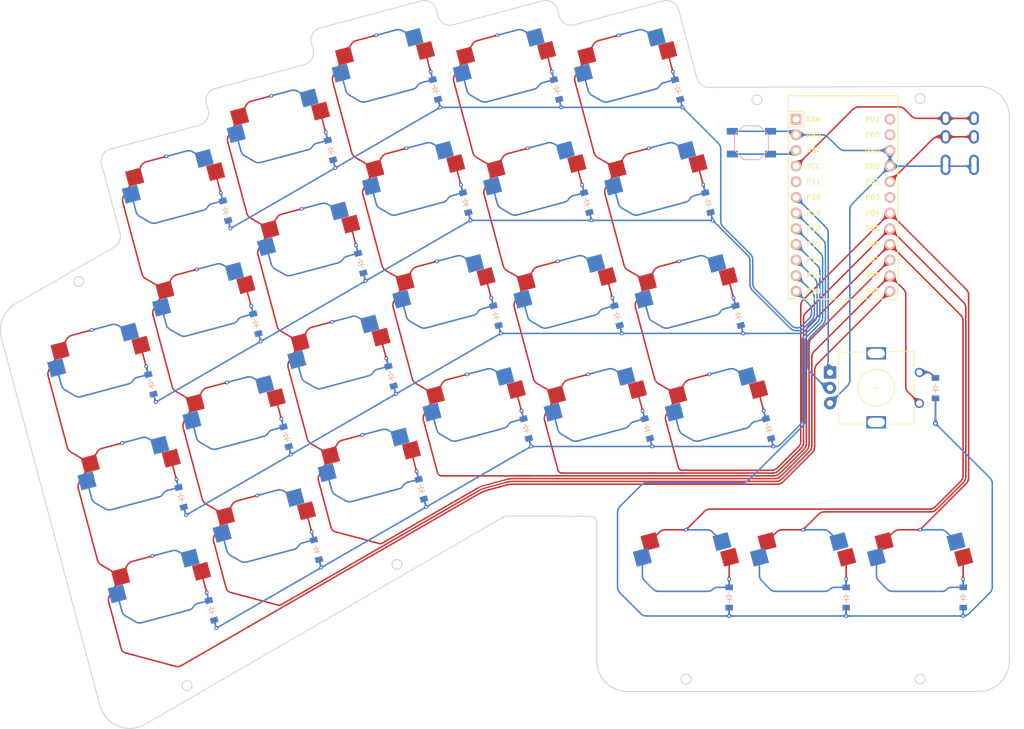
<source format=kicad_pcb>
(kicad_pcb (version 20211014) (generator pcbnew)
  (title_block (title "chevron-split") (date "2022-11-11") (rev "v0.1") (company "JVZ"))
  (layers (0 "F.Cu" signal) (31 "B.Cu" signal) (34 "B.Paste" user) (35 "F.Paste" user) (36 "B.SilkS" user "B.Silkscreen") (37 "F.SilkS" user "F.Silkscreen") (38 "B.Mask" user) (39 "F.Mask" user) (44 "Edge.Cuts" user))
  (net 0 "")
  (net 1 "outer_lower")
  (net 2 "P9")
  (net 3 "P15")
  (net 4 "outer_home")
  (net 5 "P14")
  (net 6 "outer_upper")
  (net 7 "P16")
  (net 8 "pinky_lower")
  (net 9 "P8")
  (net 10 "pinky_home")
  (net 11 "pinky_upper")
  (net 12 "pinky_number")
  (net 13 "P10")
  (net 14 "ring_lower")
  (net 15 "P7")
  (net 16 "ring_home")
  (net 17 "ring_upper")
  (net 18 "ring_number")
  (net 19 "middle_lower")
  (net 20 "P6")
  (net 21 "middle_home")
  (net 22 "middle_upper")
  (net 23 "middle_number")
  (net 24 "index_lower")
  (net 25 "P5")
  (net 26 "index_home")
  (net 27 "index_upper")
  (net 28 "index_number")
  (net 29 "inner_lower")
  (net 30 "P4")
  (net 31 "inner_home")
  (net 32 "inner_upper")
  (net 33 "inner_number")
  (net 34 "near_thumb")
  (net 35 "P18")
  (net 36 "home_thumb")
  (net 37 "far_thumb")
  (net 38 "RAW")
  (net 39 "GND")
  (net 40 "RST")
  (net 41 "VCC")
  (net 42 "P21")
  (net 43 "P20")
  (net 44 "P19")
  (net 45 "P1")
  (net 46 "P0")
  (net 47 "P2")
  (net 48 "P3")
  (net 49 "rotary")
  (footprint "E73:SW_TACT_ALPS_SKQGABE010" (layer "F.Cu") (at 183.271652 61.378652)
    (fp_text reference "B1" hide)
    (fp_text value "" hide)
  )
  (footprint "VIA-0.6mm" (layer "F.Cu") (at 176.436803 98.990595 15)
    (fp_text reference "REF**" hide)
    (fp_text value "VIA-0.6mm" hide)
  )
  (footprint "VIA-0.6mm" (layer "F.Cu") (at 84.988175 97.705557 15)
    (fp_text reference "REF**" hide)
    (fp_text value "VIA-0.6mm" hide)
  )
  (footprint "VIA-0.6mm" (layer "F.Cu") (at 136.0937 68.202892 15)
    (fp_text reference "REF**" hide)
    (fp_text value "VIA-0.6mm" hide)
  )
  (footprint "ComboDiode" (layer "F.Cu") (at 97.882247 72.416526 105)
    (fp_text reference "D7" hide)
    (fp_text value "" hide)
  )
  (footprint "VIA-0.6mm" (layer "F.Cu") (at 122.344106 43.934628 15)
    (fp_text reference "REF**" hide)
    (fp_text value "VIA-0.6mm" hide)
  )
  (footprint "VIA-0.6mm" (layer "F.Cu") (at 165.598831 104.90717 15)
    (fp_text reference "REF**" hide)
    (fp_text value "VIA-0.6mm" hide)
  )
  (footprint "ComboDiode" (layer "F.Cu") (at 213.15165 101.228652 90)
    (fp_text reference "D27" hide)
    (fp_text value "" hide)
  )
  (footprint "ComboDiode" (layer "F.Cu") (at 179.651652 135.228651 90)
    (fp_text reference "D24" hide)
    (fp_text value "" hide)
  )
  (footprint "VIA-0.6mm" (layer "F.Cu") (at 76.156139 91.789886 15)
    (fp_text reference "REF**" hide)
    (fp_text value "VIA-0.6mm" hide)
  )
  (footprint "VIA-0.6mm" (layer "F.Cu") (at 88.273753 63.603072 15)
    (fp_text reference "REF**" hide)
    (fp_text value "VIA-0.6mm" hide)
  )
  (footprint "TRRS-PJ-320A-dual" (layer "F.Cu") (at 219.401653 54.228654)
    (fp_text reference "REF**" hide)
    (fp_text value "TRRS-PJ-320A-dual")
  )
  (footprint "VIA-0.6mm" (layer "F.Cu") (at 86.541089 103.501112 15)
    (fp_text reference "REF**" hide)
    (fp_text value "VIA-0.6mm" hide)
  )
  (footprint "ComboDiode" (layer "F.Cu") (at 156.540166 71.099767 105)
    (fp_text reference "D18" hide)
    (fp_text value "" hide)
  )
  (footprint "VIA-0.6mm" (layer "F.Cu") (at 185.268836 104.906271 15)
    (fp_text reference "REF**" hide)
    (fp_text value "VIA-0.6mm" hide)
  )
  (footprint "VIA-0.6mm" (layer "F.Cu") (at 137.096793 98.992403 15)
    (fp_text reference "REF**" hide)
    (fp_text value "VIA-0.6mm" hide)
  )
  (footprint "VIA-0.6mm" (layer "F.Cu") (at 147.481741 110.703628 15)
    (fp_text reference "REF**" hide)
    (fp_text value "VIA-0.6mm" hide)
  )
  (footprint "ComboDiode" (layer "F.Cu") (at 151.622603 52.747176 105)
    (fp_text reference "D19" hide)
    (fp_text value "" hide)
  )
  (footprint "VIA-0.6mm" (layer "F.Cu") (at 176.986626 73.996644 15)
    (fp_text reference "REF**" hide)
    (fp_text value "VIA-0.6mm" hide)
  )
  (footprint "VIA-0.6mm" (layer "F.Cu") (at 132.729057 55.64586 15)
    (fp_text reference "REF**" hide)
    (fp_text value "VIA-0.6mm" hide)
  )
  (footprint "ComboDiode" (layer "F.Cu") (at 176.210168 71.098867 105)
    (fp_text reference "D22" hide)
    (fp_text value "" hide)
  )
  (footprint "VIA-0.6mm" (layer "F.Cu") (at 179.651652 138.22865)
    (fp_text reference "REF**" hide)
    (fp_text value "VIA-0.6mm" hide)
  )
  (footprint "VIA-0.6mm" (layer "F.Cu") (at 89.905734 116.058148 15)
    (fp_text reference "REF**" hide)
    (fp_text value "VIA-0.6mm" hide)
  )
  (footprint "ComboDiode" (layer "F.Cu") (at 161.457724 89.452358 105)
    (fp_text reference "D17" hide)
    (fp_text value "" hide)
  )
  (footprint "VIA-0.6mm" (layer "F.Cu") (at 198.651651 138.228651)
    (fp_text reference "REF**" hide)
    (fp_text value "VIA-0.6mm" hide)
  )
  (footprint "VIA-0.6mm" (layer "F.Cu") (at 217.651652 138.228655)
    (fp_text reference "REF**" hide)
    (fp_text value "VIA-0.6mm" hide)
  )
  (footprint "VIA-0.6mm" (layer "F.Cu") (at 111.858472 124.576518 15)
    (fp_text reference "REF**" hide)
    (fp_text value "VIA-0.6mm" hide)
  )
  (footprint "MX" (layer "F.Cu") (at 82.885438 116.903952 15)
    (fp_text reference "S2" hide)
    (fp_text value "" hide)
  )
  (footprint "VIA-0.6mm" (layer "F.Cu") (at 93.191313 81.955662 15)
    (fp_text reference "REF**" hide)
    (fp_text value "VIA-0.6mm" hide)
  )
  (footprint "VIA-0.6mm" (layer "F.Cu") (at 172.651651 124.228652)
    (fp_text reference "REF**" hide)
    (fp_text value "VIA-0.6mm" hide)
  )
  (footprint "VIA-0.6mm" (layer "F.Cu") (at 161.684118 43.932825 15)
    (fp_text reference "REF**" hide)
    (fp_text value "VIA-0.6mm" hide)
  )
  (footprint "ComboDiode" (layer "F.Cu") (at 136.870158 71.100671 105)
    (fp_text reference "D14" hide)
    (fp_text value "" hide)
  )
  (footprint "MX" (layer "F.Cu") (at 153.660972 87.400391 15)
    (fp_text reference "S17" hide)
    (fp_text value "" hide)
  )
  (footprint "VIA-0.6mm" (layer "F.Cu") (at 98.658703 75.314299 15)
    (fp_text reference "REF**" hide)
    (fp_text value "VIA-0.6mm" hide)
  )
  (footprint "MX" (layer "F.Cu") (at 116.955787 97.235513 15)
    (fp_text reference "S9" hide)
    (fp_text value "" hide)
  )
  (footprint "MX" (layer "F.Cu") (at 173.330975 87.399487 15)
    (fp_text reference "S21" hide)
    (fp_text value "" hide)
  )
  (footprint "VIA-0.6mm" (layer "F.Cu") (at 97.105788 69.518746 15)
    (fp_text reference "REF**" hide)
    (fp_text value "VIA-0.6mm" hide)
  )
  (footprint "MX" (layer "F.Cu") (at 178.248538 105.752077 15)
    (fp_text reference "S20" hide)
    (fp_text value "" hide)
  )
  (footprint "VIA-0.6mm" (layer "F.Cu") (at 96.376213 140.206296 15)
    (fp_text reference "REF**" hide)
    (fp_text value "VIA-0.6mm" hide)
  )
  (footprint "VIA-0.6mm" (layer "F.Cu") (at 162.234183 92.350139 15)
    (fp_text reference "REF**" hide)
    (fp_text value "VIA-0.6mm" hide)
  )
  (footprint "VIA-0.6mm" (layer "F.Cu") (at 146.931675 62.28632 15)
    (fp_text reference "REF**" hide)
    (fp_text value "VIA-0.6mm" hide)
  )
  (footprint "VIA-0.6mm" (layer "F.Cu") (at 137.646617 73.998452 15)
    (fp_text reference "REF**" hide)
    (fp_text value "VIA-0.6mm" hide)
  )
  (footprint "VIA-0.6mm" (layer "F.Cu") (at 152.39906 55.644954 15)
    (fp_text reference "REF**" hide)
    (fp_text value "VIA-0.6mm" hide)
  )
  (footprint "VIA-0.6mm" (layer "F.Cu") (at 179.651649 132.228655)
    (fp_text reference "REF**" hide)
    (fp_text value "VIA-0.6mm" hide)
  )
  (footprint "ComboDiode" (layer "F.Cu") (at 90.682194 118.955925 105)
    (fp_text reference "D2" hide)
    (fp_text value "" hide)
  )
  (footprint "VIA-0.6mm" (layer "F.Cu") (at 180.351274 86.553679 15)
    (fp_text reference "REF**" hide)
    (fp_text value "VIA-0.6mm" hide)
  )
  (footprint "VIA-0.6mm" (layer "F.Cu") (at 115.693879 65.48008 15)
    (fp_text reference "REF**" hide)
    (fp_text value "VIA-0.6mm" hide)
  )
  (footprint "MX" (layer "F.Cu") (at 112.038227 78.882922 15)
    (fp_text reference "S10" hide)
    (fp_text value "" hide)
  )
  (footprint "VIA-0.6mm" (layer "F.Cu") (at 217.651651 132.228651)
    (fp_text reference "REF**" hide)
    (fp_text value "VIA-0.6mm" hide)
  )
  (footprint "VIA-0.6mm" (layer "F.Cu") (at 151.849235 80.638907 15)
    (fp_text reference "REF**" hide)
    (fp_text value "VIA-0.6mm" hide)
  )
  (footprint "VIA-0.6mm" (layer "F.Cu") (at 166.601679 62.285415 15)
    (fp_text reference "REF**" hide)
    (fp_text value "VIA-0.6mm" hide)
  )
  (footprint "VIA-0.6mm" (layer "F.Cu") (at 105.308932 53.768853 15)
    (fp_text reference "REF**" hide)
    (fp_text value "VIA-0.6mm" hide)
  )
  (footprint "ComboDiode" (layer "F.Cu") (at 107.717368 109.121704 105)
    (fp_text reference "D5" hide)
    (fp_text value "" hide)
  )
  (footprint "VIA-0.6mm" (layer "F.Cu") (at 191.65165 124.228653)
    (fp_text reference "REF**" hide)
    (fp_text value "VIA-0.6mm" hide)
  )
  (footprint "VIA-0.6mm" (layer "F.Cu") (at 170.516151 49.848499 15)
    (fp_text reference "REF**" hide)
    (fp_text value "VIA-0.6mm" hide)
  )
  (footprint "ComboDiode" (layer "F.Cu") (at 171.292608 52.746277 105)
    (fp_text reference "D23" hide)
    (fp_text value "" hide)
  )
  (footprint "ComboDiode" (layer "F.Cu") (at 186.045295 107.804048 105)
    (fp_text reference "D20" hide)
    (fp_text value "" hide)
  )
  (footprint "MX" (layer "F.Cu") (at 148.743409 69.047798 15)
    (fp_text reference "S18" hide)
    (fp_text value "" hide)
  )
  (footprint "VIA-0.6mm" (layer "F.Cu") (at 210.651652 124.228652)
    (fp_text reference "REF**" hide)
    (fp_text value "VIA-0.6mm" hide)
  )
  (footprint "VIA-0.6mm" (layer "F.Cu") (at 108.493829 112.019481 15)
    (fp_text reference "REF**" hide)
    (fp_text value "VIA-0.6mm" hide)
  )
  (footprint "MX" (layer "F.Cu") (at 121.873348 115.588104 15)
    (fp_text reference "S8" hide)
    (fp_text value "" hide)
  )
  (footprint "ComboDiode" (layer "F.Cu") (at 95.599752 137.308514 105)
    (fp_text reference "D1" hide)
    (fp_text value "" hide)
  )
  (footprint "VIA-0.6mm" (layer "F.Cu") (at 160.681271 86.554582 15)
    (fp_text reference "REF**" hide)
    (fp_text value "VIA-0.6mm" hide)
  )
  (footprint "MX" (layer "F.Cu") (at 107.120667 60.530332 15)
    (fp_text reference "S11" hide)
    (fp_text value "" hide)
  )
  (footprint "VIA-0.6mm" (layer "F.Cu") (at 106.940913 106.223926 15)
    (fp_text reference "REF**" hide)
    (fp_text value "VIA-0.6mm" hide)
  )
  (footprint "ComboDiode" (layer "F.Cu") (at 102.79981 90.769116 105)
    (fp_text reference "D6" hide)
    (fp_text value "" hide)
  )
  (footprint "VIA-0.6mm" (layer "F.Cu") (at 103.576265 93.66689 15)
    (fp_text reference "REF**" hide)
    (fp_text value "VIA-0.6mm" hide)
  )
  (footprint "VIA-0.6mm" (layer "F.Cu") (at 85.991266 128.495064 15)
    (fp_text reference "REF**" hide)
    (fp_text value "VIA-0.6mm" hide)
  )
  (footprint "VIA-0.6mm" (layer "F.Cu") (at 156.766798 98.991499 15)
    (fp_text reference "REF**" hide)
    (fp_text value "VIA-0.6mm" hide)
  )
  (footprint "VIA-0.6mm" (layer "F.Cu") (at 91.45865 121.853702 15)
    (fp_text reference "REF**" hide)
    (fp_text value "VIA-0.6mm" hide)
  )
  (footprint "ComboDiode" (layer "F.Cu") (at 85.764631 100.603334 105)
    (fp_text reference "D3" hide)
    (fp_text value "" hide)
  )
  (footprint "ComboDiode" (layer "F.Cu") (at 112.634931 127.474295 105)
    (fp_text reference "D4" hide)
    (fp_text value "" hide)
  )
  (footprint "MX" (layer "F.Cu") (at 133.990963 87.40129 15)
    (fp_text reference "S13" hide)
    (fp_text value "" hide)
  )
  (footprint "VIA-0.6mm" (layer "F.Cu") (at 114.140963 59.684524 15)
    (fp_text reference "REF**" hide)
    (fp_text value "VIA-0.6mm" hide)
  )
  (footprint "MX" (layer "F.Cu") (at 124.155837 50.696114 15)
    (fp_text reference "S15" hide)
    (fp_text value "" hide)
  )
  (footprint "MX" (layer "F.Cu") (at 143.825844 50.695208 15)
    (fp_text reference "S19" hide)
    (fp_text value "" hide)
  )
  (footprint "ComboDiode" (layer "F.Cu") (at 166.375291 107.804948 105)
    (fp_text reference "D16" hide)
    (fp_text value "" hide)
  )
  (footprint "VIA-0.6mm" (layer "F.Cu") (at 142.564179 92.351038 15)
    (fp_text reference "REF**" hide)
    (fp_text value "VIA-0.6mm" hide)
  )
  (footprint "VIA-0.6mm" (layer "F.Cu") (at 198.651649 132.228653)
    (fp_text reference "REF**" hide)
    (fp_text value "VIA-0.6mm" hide)
  )
  (footprint "VIA-0.6mm" (layer "F.Cu") (at 130.446564 120.537852 15)
    (fp_text reference "REF**" hide)
    (fp_text value "VIA-0.6mm" hide)
  )
  (footprint "VIA-0.6mm" (layer "F.Cu") (at 125.529 102.185262 15)
    (fp_text reference "REF**" hide)
    (fp_text value "VIA-0.6mm" hide)
  )
  (footprint "VIA-0.6mm" (layer "F.Cu") (at 103.026438 118.660847 15)
    (fp_text reference "REF**" hide)
    (fp_text value "VIA-0.6mm" hide)
  )
  (footprint "MX" (layer "F.Cu") (at 104.838172 125.422324 15)
    (fp_text reference "S4" hide)
    (fp_text value "" hide)
  )
  (footprint "VIA-0.6mm" (layer "F.Cu") (at 171.519243 80.638004 15)
    (fp_text reference "REF**" hide)
    (fp_text value "VIA-0.6mm" hide)
  )
  (footprint "MX" (layer "F.Cu") (at 87.802998 135.256545 15)
    (fp_text reference "S1" hide)
    (fp_text value "" hide)
  )
  (footprint "ComboDiode" (layer "F.Cu") (at 181.127733 89.451455 105)
    (fp_text reference "D21" hide)
    (fp_text value "" hide)
  )
  (footprint "VIA-0.6mm" (layer "F.Cu") (at 181.90419 92.349237 15)
    (fp_text reference "REF**" hide)
    (fp_text value "VIA-0.6mm" hide)
  )
  (footprint "VIA-0.6mm" (layer "F.Cu") (at 186.821751 110.701824 15)
    (fp_text reference "REF**" hide)
    (fp_text value "VIA-0.6mm" hide)
  )
  (footprint "VIA-0.6mm" (layer "F.Cu") (at 128.893651 114.742297 15)
    (fp_text reference "REF**" hide)
    (fp_text value "VIA-0.6mm" hide)
  )
  (footprint "VIA-0.6mm" (layer "F.Cu") (at 157.316623 73.997544 15)
    (fp_text reference "REF**" hide)
    (fp_text value "VIA-0.6mm" hide)
  )
  (footprint "VIA-0.6mm" (layer "F.Cu") (at 102.023351 87.871339 15)
    (fp_text reference "REF**" hide)
    (fp_text value "VIA-0.6mm" hide)
  )
  (footprint "VIA-0.6mm" (layer "F.Cu") (at 115.144053 90.47403 15)
    (fp_text reference "REF**" hide)
    (fp_text value "VIA-0.6mm" hide)
  )
  (footprint "VIA-0.6mm" (layer "F.Cu") (at 142.014112 43.933728 15)
    (fp_text reference "REF**" hide)
    (fp_text value "VIA-0.6mm" hide)
  )
  (footprint "VIA-0.6mm" (layer "F.Cu") (at 98.108877 100.308256 15)
    (fp_text reference "REF**" hide)
    (fp_text value "VIA-0.6mm" hide)
  )
  (footprint "ComboDiode" (layer "F.Cu") (at 129.670105 117.640073 105)
    (fp_text reference "D8" hide)
    (fp_text value "" hide)
  )
  (footprint "MX" (layer "F.Cu") (at 95.003049 88.717146 15)
    (fp_text reference "S6" hide)
    (fp_text value "" hide)
  )
  (footprint "MX" (layer "F.Cu") (at 163.495848 50.694302 15)
    (fp_text reference "S23" hide)
    (fp_text value "" hide)
  )
  (footprint "VIA-0.6mm" (layer "F.Cu") (at 167.151746 110.70273 15)
    (fp_text reference "REF**" hide)
    (fp_text value "VIA-0.6mm" hide)
  )
  (footprint "ComboDiode" (layer "F.Cu") (at 124.752546 99.287487 105)
    (fp_text reference "D9" hide)
    (fp_text value "" hide)
  )
  (footprint "VIA-0.6mm" (layer "F.Cu") (at 172.069067 55.644052 15)
    (fp_text reference "REF**" hide)
    (fp_text value "VIA-0.6mm" hide)
  )
  (footprint "VIA-0.6mm" (layer "F.Cu") (at 120.061617 108.826624 15)
    (fp_text reference "REF**" hide)
    (fp_text value "VIA-0.6mm" hide)
  )
  (footprint "MX" (layer "F.Cu") (at 191.65165 131.228654)
    (fp_text reference "S25" hide)
    (fp_text value "" hide)
  )
  (footprint "ProMicro" (layer "F.Cu") (at 198.14165 71.532654 -90)
    (fp_text reference "MCU1" hide)
    (fp_text value "" hide)
  )
  (footprint "VIA-0.6mm" (layer "F.Cu") (at 120.611442 83.832673 15)
    (fp_text reference "REF**" hide)
    (fp_text value "VIA-0.6mm" hide)
  )
  (footprint "VIA-0.6mm" (layer "F.Cu") (at 175.433711 68.201089 15)
    (fp_text reference "REF**" hide)
    (fp_text value "VIA-0.6mm" hide)
  )
  (footprint "ComboDiode" (layer "F.Cu") (at 217.651649 135.22865 90)
    (fp_text reference "D26" hide)
    (fp_text value "" hide)
  )
  (footprint "VIA-0.6mm" (layer "F.Cu") (at 123.976089 96.389705 15)
    (fp_text reference "REF**" hide)
    (fp_text value "VIA-0.6mm" hide)
  )
  (footprint "ComboDiode" (layer "F.Cu") (at 119.834983 80.934894 105)
    (fp_text reference "D10" hide)
    (fp_text value "" hide)
  )
  (footprint "MX" (layer "F.Cu") (at 129.0734 69.0487 15)
    (fp_text reference "S14" hide)
    (fp_text value "" hide)
  )
  (footprint "VIA-0.6mm" (layer "F.Cu") (at 94.823298 134.410738 15)
    (fp_text reference "REF**" hide)
    (fp_text value "VIA-0.6mm" hide)
  )
  (footprint "VIA-0.6mm" (layer "F.Cu") (at 127.261669 62.287219 15)
    (fp_text reference "REF**" hide)
    (fp_text value "VIA-0.6mm" hide)
  )
  (footprint "VIA-0.6mm" (layer "F.Cu") (at 132.179231 80.639812 15)
    (fp_text reference "REF**" hide)
    (fp_text value "VIA-0.6mm" hide)
  )
  (footprint "VIA-0.6mm" (layer "F.Cu") (at 145.928826 104.908076 15)
    (fp_text reference "REF**" hide)
    (fp_text value "VIA-0.6mm" hide)
  )
  (footprint "MX" (layer "F.Cu") (at 77.967875 98.551364 15)
    (fp_text reference "S3" hide)
    (fp_text value "" hide)
  )
  (footprint "VIA-0.6mm" (layer "F.Cu") (at 113.411387 130.372069 15)
    (fp_text reference "REF**" hide)
    (fp_text value "VIA-0.6mm" hide)
  )
  (footprint "VIA-0.6mm" (layer "F.Cu") (at 141.011264 86.555486 15)
    (fp_text reference "REF**" hide)
    (fp_text value "VIA-0.6mm" hide)
  )
  (footprint "MX" (layer "F.Cu") (at 210.651651 131.22865)
    (fp_text reference "S26" hide)
    (fp_text value "" hide)
  )
  (footprint "ComboDiode" (layer "F.Cu") (at 114.917423 62.582301 105)
    (fp_text reference "D11" hide)
    (fp_text value "" hide)
  )
  (footprint "MX" (layer "F.Cu") (at 172.65165 131.228651)
    (fp_text reference "S24" hide)
    (fp_text value "" hide)
  )
  (footprint "MX" (layer "F.Cu") (at 158.578531 105.752982 15)
    (fp_text reference "S16" hide)
    (fp_text value "" hide)
  )
  (footprint "ComboDiode" (layer "F.Cu") (at 198.651651 135.228654 90)
    (fp_text reference "D25" hide)
    (fp_text value "" hide)
  )
  (footprint "MX" (layer "F.Cu") (at 99.920611 107.069733 15)
    (fp_text reference "S5" hide)
    (fp_text value "" hide)
  )
  (footprint "VIA-0.6mm" (layer "F.Cu") (at 81.073706 110.142474 15)
    (fp_text reference "REF**" hide)
    (fp_text value "VIA-0.6mm" hide)
  )
  (footprint "VIA-0.6mm" (layer "F.Cu") (at 155.763708 68.201993 15)
    (fp_text reference "REF**" hide)
    (fp_text value "VIA-0.6mm" hide)
  )
  (footprint "MX" (layer "F.Cu") (at 168.413409 69.046899 15)
    (fp_text reference "S22" hide)
    (fp_text value "" hide)
  )
  (footprint "MX" (layer "F.Cu") (at 90.085488 70.364555 15)
    (fp_text reference "S7" hide)
    (fp_text value "" hide)
  )
  (footprint "ComboDiode" (layer "F.Cu") (at 131.952596 52.748083 105)
    (fp_text reference "D15" hide)
    (fp_text value "" hide)
  )
  (footprint "VIA-0.6mm" (layer "F.Cu") (at 131.17614 49.850304 15)
    (fp_text reference "REF**" hide)
    (fp_text value "VIA-0.6mm" hide)
  )
  (footprint "ComboDiode" (layer "F.Cu") (at 146.705285 107.805853 105)
    (fp_text reference "D12" hide)
    (fp_text value "" hide)
  )
  (footprint "VIA-0.6mm" (layer "F.Cu") (at 110.226493 72.12144 15)
    (fp_text reference "REF**" hide)
    (fp_text value "VIA-0.6mm" hide)
  )
  (footprint "VIA-0.6mm" (layer "F.Cu") (at 119.058524 78.037116 15)
    (fp_text reference "REF**" hide)
    (fp_text value "VIA-0.6mm" hide)
  )
  (footprint "rotary_encoder" (layer "F.Cu") (at 203.651649 101.228653)
    (fp_text reference "ROT1" hide)
    (fp_text value "")
  )
  (footprint "ComboDiode" (layer "F.Cu") (at 141.78772 89.453261 105)
    (fp_text reference "D13" hide)
    (fp_text value "" hide)
  )
  (footprint "MX" (layer "F.Cu") (at 138.908526 105.753883 15)
    (fp_text reference "S12" hide)
    (fp_text value "" hide)
  )
  (footprint "VIA-0.6mm" (layer "F.Cu") (at 150.846148 49.849402 15)
    (fp_text reference "REF**" hide)
    (fp_text value "VIA-0.6mm" hide)
  )
  (gr_line (start 152.050245 40.820194) (end 151.768105 39.767239) (layer "Edge.Cuts") (width 0.15))
  (gr_arc (start 94.778481 55.037563) (mid 94.978274 53.519921) (end 96.192694 52.588073) (layer "Edge.Cuts") (width 0.15))
  (gr_line (start 63.878767 87.477506) (end 79.810321 78.331856) (layer "Edge.Cuts") (width 0.15))
  (gr_circle (center 184.162063 54.411287) (end 184.934802 54.204233) (layer "Edge.Cuts") (width 0.15) (fill none))
  (gr_line (start 176.363209 52.391808) (end 220.114392 52.22879) (layer "Edge.Cuts") (width 0.15))
  (gr_line (start 111.813654 45.203344) (end 112.095798 46.256299) (layer "Edge.Cuts") (width 0.15))
  (gr_line (start 77.485246 152.773865) (end 61.503169 93.127945) (layer "Edge.Cuts") (width 0.15))
  (gr_line (start 220.151647 150.478653) (end 163.15165 150.478651) (layer "Edge.Cuts") (width 0.15))
  (gr_line (start 142.793361 122.265146) (end 84.852445 155.787989) (layer "Edge.Cuts") (width 0.15))
  (gr_arc (start 149.318614 38.353027) (mid 150.836266 38.552792) (end 151.768105 39.767239) (layer "Edge.Cuts") (width 0.15))
  (gr_line (start 174.4239 50.909461) (end 171.438111 39.766335) (layer "Edge.Cuts") (width 0.15))
  (gr_arc (start 134.829728 42.235311) (mid 133.312085 42.035494) (end 132.380238 40.821097) (layer "Edge.Cuts") (width 0.15))
  (gr_arc (start 142.793361 122.265146) (mid 143.278764 122.064045) (end 143.799787 121.996288) (layer "Edge.Cuts") (width 0.15))
  (gr_arc (start 154.499733 42.234408) (mid 152.982088 42.034594) (end 152.050245 40.820194) (layer "Edge.Cuts") (width 0.15))
  (gr_line (start 225.151651 57.22865) (end 225.151649 145.478651) (layer "Edge.Cuts") (width 0.15))
  (gr_line (start 168.98862 38.352122) (end 154.499733 42.234408) (layer "Edge.Cuts") (width 0.15))
  (gr_line (start 158.15165 145.478655) (end 158.151653 123.028653) (layer "Edge.Cuts") (width 0.15))
  (gr_arc (start 129.648611 38.353926) (mid 131.166266 38.553689) (end 132.098099 39.768141) (layer "Edge.Cuts") (width 0.15))
  (gr_line (start 132.380238 40.821097) (end 132.098099 39.768141) (layer "Edge.Cuts") (width 0.15))
  (gr_line (start 157.151648 122.028652) (end 143.799787 121.996288) (layer "Edge.Cuts") (width 0.15))
  (gr_circle (center 74.046516 83.916659) (end 74.819258 83.709606) (layer "Edge.Cuts") (width 0.15) (fill none))
  (gr_arc (start 176.363209 52.391808) (mid 175.141203 51.980777) (end 174.4239 50.909461) (layer "Edge.Cuts") (width 0.15))
  (gr_arc (start 77.743305 64.871784) (mid 77.943098 63.354141) (end 79.157519 62.422293) (layer "Edge.Cuts") (width 0.15))
  (gr_circle (center 210.65165 54.22865) (end 211.424388 54.021594) (layer "Edge.Cuts") (width 0.15) (fill none))
  (gr_arc (start 95.060619 56.090517) (mid 94.86081 57.608149) (end 93.646407 58.540007) (layer "Edge.Cuts") (width 0.15))
  (gr_line (start 110.68158 48.705785) (end 96.192694 52.588073) (layer "Edge.Cuts") (width 0.15))
  (gr_arc (start 61.503169 93.127945) (mid 61.723587 89.896012) (end 63.878767 87.477506) (layer "Edge.Cuts") (width 0.15))
  (gr_arc (start 220.114392 52.228791) (mid 223.674022 53.679945) (end 225.151651 57.22865) (layer "Edge.Cuts") (width 0.15))
  (gr_arc (start 112.095798 46.256299) (mid 111.895987 47.773932) (end 110.68158 48.705785) (layer "Edge.Cuts") (width 0.15))
  (gr_line (start 94.778481 55.037563) (end 95.060619 56.090517) (layer "Edge.Cuts") (width 0.15))
  (gr_arc (start 225.151649 145.478651) (mid 223.687172 149.014174) (end 220.151647 150.478653) (layer "Edge.Cuts") (width 0.15))
  (gr_arc (start 163.15165 150.478651) (mid 159.61606 149.014227) (end 158.15165 145.478655) (layer "Edge.Cuts") (width 0.15))
  (gr_arc (start 84.852445 155.787989) (mid 80.421565 156.107449) (end 77.485246 152.773865) (layer "Edge.Cuts") (width 0.15))
  (gr_arc (start 168.98862 38.352122) (mid 170.50627 38.55189) (end 171.438111 39.766335) (layer "Edge.Cuts") (width 0.15))
  (gr_arc (start 80.746458 76.079698) (mid 80.661418 77.364987) (end 79.810321 78.331856) (layer "Edge.Cuts") (width 0.15))
  (gr_line (start 77.743305 64.871784) (end 80.746458 76.079698) (layer "Edge.Cuts") (width 0.15))
  (gr_line (start 149.318614 38.353027) (end 134.829728 42.235311) (layer "Edge.Cuts") (width 0.15))
  (gr_arc (start 111.813654 45.203344) (mid 112.013447 43.685698) (end 113.227871 42.753853) (layer "Edge.Cuts") (width 0.15))
  (gr_circle (center 91.626458 149.52588) (end 92.399198 149.318824) (layer "Edge.Cuts") (width 0.15) (fill none))
  (gr_line (start 93.646407 58.540007) (end 79.157519 62.422293) (layer "Edge.Cuts") (width 0.15))
  (gr_circle (center 210.65165 148.478652) (end 211.424391 148.271594) (layer "Edge.Cuts") (width 0.15) (fill none))
  (gr_circle (center 125.696807 129.857437) (end 126.469548 129.650381) (layer "Edge.Cuts") (width 0.15) (fill none))
  (gr_line (start 129.648611 38.353926) (end 113.227871 42.753853) (layer "Edge.Cuts") (width 0.15))
  (gr_arc (start 157.151648 122.028652) (mid 157.858699 122.321585) (end 158.151653 123.028653) (layer "Edge.Cuts") (width 0.15))
  (gr_circle (center 172.65165 148.478652) (end 173.42439 148.271598) (layer "Edge.Cuts") (width 0.15) (fill none))
  (segment (start 93.959131 131.021415) (end 93.989186 130.969363) (width 0.25) (layer "F.Cu") (net 1))
  (segment (start 94.823298 134.410738) (end 95.172706 135.71474) (width 0.25) (layer "F.Cu") (net 1))
  (segment (start 94.823298 134.410738) (end 93.944633 131.131522) (width 0.25) (layer "F.Cu") (net 1))
  (arc (start 93.959131 131.021415) (mid 93.94093 131.075026) (end 93.944633 131.131522) (width 0.25) (layer "F.Cu") (net 1))
  (segment (start 81.050388 137.429809) (end 80.302016 134.636828) (width 0.25) (layer "B.Cu") (net 1))
  (segment (start 93.346737 136.204006) (end 95.172706 135.71474) (width 0.25) (layer "B.Cu") (net 1))
  (segment (start 94.823298 134.410738) (end 95.172702 135.71474) (width 0.25) (layer "B.Cu") (net 1))
  (segment (start 81.684227 138.255845) (end 83.261827 139.166674) (width 0.25) (layer "B.Cu") (net 1))
  (segment (start 91.999196 137.238007) (end 84.294114 139.302578) (width 0.25) (layer "B.Cu") (net 1))
  (arc (start 93.346737 136.204006) (mid 92.958433 136.395497) (end 92.672967 136.721007) (width 0.25) (layer "B.Cu") (net 1))
  (arc (start 83.261827 139.166674) (mid 83.764454 139.337293) (end 84.294114 139.302578) (width 0.25) (layer "B.Cu") (net 1))
  (arc (start 81.050388 137.429809) (mid 81.285153 137.905865) (end 81.684227 138.255845) (width 0.25) (layer "B.Cu") (net 1))
  (arc (start 91.999196 137.238007) (mid 92.3875 137.046518) (end 92.672967 136.721007) (width 0.25) (layer "B.Cu") (net 1))
  (segment (start 140.282322 117.826308) (end 143.46807 116.97269) (width 0.25) (layer "F.Cu") (net 2))
  (segment (start 193.133027 111.720179) (end 188.429923 116.423279) (width 0.25) (layer "F.Cu") (net 2))
  (segment (start 73.98665 117.581288) (end 77.080568 129.127946) (width 0.25) (layer "F.Cu") (net 2))
  (segment (start 69.220852 98.25561) (end 71.010136 95.156482) (width 0.25) (layer "F.Cu") (net 2))
  (segment (start 187.467984 116.821727) (end 144.614756 116.821726) (width 0.25) (layer "F.Cu") (net 2))
  (segment (start 77.829633 111.011721) (end 81.073706 110.142474) (width 0.25) (layer "F.Cu") (net 2))
  (segment (start 81.921159 129.99815) (end 80.845256 131.861663) (width 0.25) (layer "F.Cu") (net 2))
  (segment (start 75.927695 113.509073) (end 77.003597 111.645559) (width 0.25) (layer "F.Cu") (net 2))
  (segment (start 69.084949 99.287897) (end 72.178867 110.834555) (width 0.25) (layer "F.Cu") (net 2))
  (segment (start 79.049503 134.936645) (end 80.821109 131.868136) (width 0.25) (layer "F.Cu") (net 2))
  (segment (start 82.747195 129.364311) (end 85.991266 128.495064) (width 0.25) (layer "F.Cu") (net 2))
  (segment (start 193.531475 110.75824) (end 193.531475 98.296315) (width 0.25) (layer "F.Cu") (net 2))
  (segment (start 72.91207 92.659132) (end 76.156139 91.789886) (width 0.25) (layer "F.Cu") (net 2))
  (segment (start 72.086034 93.292971) (end 71.010136 95.156482) (width 0.25) (layer "F.Cu") (net 2))
  (segment (start 90.745646 146.252001) (end 139.213781 118.268912) (width 0.25) (layer "F.Cu") (net 2))
  (segment (start 77.714409 129.953981) (end 80.813538 131.743263) (width 0.25) (layer "F.Cu") (net 2))
  (segment (start 72.812707 111.660591) (end 75.911837 113.449872) (width 0.25) (layer "F.Cu") (net 2))
  (segment (start 193.929923 97.334376) (end 205.761648 85.502651) (width 0.25) (layer "F.Cu") (net 2))
  (segment (start 80.944477 143.548273) (end 78.913599 135.968932) (width 0.25) (layer "F.Cu") (net 2))
  (segment (start 74.122553 116.549) (end 75.911837 113.449872) (width 0.25) (layer "F.Cu") (net 2))
  (segment (start 89.713359 146.387905) (end 81.613857 144.217652) (width 0.25) (layer "F.Cu") (net 2))
  (arc (start 187.467984 116.821727) (mid 187.988581 116.718174) (end 188.429923 116.423279) (width 0.25) (layer "F.Cu") (net 2))
  (arc (start 193.531475 110.75824) (mid 193.427921 111.278837) (end 193.133027 111.720179) (width 0.25) (layer "F.Cu") (net 2))
  (arc (start 77.080568 129.127946) (mid 77.315335 129.604003) (end 77.714409 129.953981) (width 0.25) (layer "F.Cu") (net 2))
  (arc (start 80.944477 143.548273) (mid 81.189488 143.972642) (end 81.613857 144.217652) (width 0.25) (layer "F.Cu") (net 2))
  (arc (start 79.049503 134.936645) (mid 78.878884 135.439273) (end 78.913599 135.968932) (width 0.25) (layer "F.Cu") (net 2))
  (arc (start 69.220852 98.25561) (mid 69.050233 98.758238) (end 69.084949 99.287897) (width 0.25) (layer "F.Cu") (net 2))
  (arc (start 74.122553 116.549) (mid 73.951934 117.051628) (end 73.98665 117.581288) (width 0.25) (layer "F.Cu") (net 2))
  (arc (start 82.747195 129.364311) (mid 82.271139 129.599077) (end 81.921159 129.99815) (width 0.25) (layer "F.Cu") (net 2))
  (arc (start 77.829633 111.011721) (mid 77.353577 111.246486) (end 77.003597 111.645559) (width 0.25) (layer "F.Cu") (net 2))
  (arc (start 72.178867 110.834555) (mid 72.413633 111.310612) (end 72.812707 111.660591) (width 0.25) (layer "F.Cu") (net 2))
  (arc (start 72.91207 92.659132) (mid 72.436013 92.893897) (end 72.086034 93.292971) (width 0.25) (layer "F.Cu") (net 2))
  (arc (start 140.282322 117.826308) (mid 139.733546 118.012592) (end 139.213781 118.268912) (width 0.25) (layer "F.Cu") (net 2))
  (arc (start 89.713359 146.387905) (mid 90.243019 146.42262) (end 90.745646 146.252001) (width 0.25) (layer "F.Cu") (net 2))
  (arc (start 193.929923 97.334376) (mid 193.635028 97.775718) (end 193.531475 98.296315) (width 0.25) (layer "F.Cu") (net 2))
  (arc (start 143.46807 116.97269) (mid 144.036465 116.85963) (end 144.614756 116.821726) (width 0.25) (layer "F.Cu") (net 2))
  (segment (start 90.267623 127.761722) (end 92.131135 128.837622) (width 0.25) (layer "B.Cu") (net 2))
  (segment (start 79.400211 90.920639) (end 76.156139 91.789886) (width 0.25) (layer "B.Cu") (net 2))
  (segment (start 89.235336 127.625819) (end 85.991266 128.495064) (width 0.25) (layer "B.Cu") (net 2))
  (segment (start 85.350062 109.409136) (end 87.213576 110.485034) (width 0.25) (layer "B.Cu") (net 2))
  (segment (start 84.317774 109.273232) (end 81.073706 110.142474) (width 0.25) (layer "B.Cu") (net 2))
  (segment (start 80.432497 91.056542) (end 82.296013 92.132443) (width 0.25) (layer "B.Cu") (net 2))
  (arc (start 80.432497 91.056542) (mid 79.92987 90.885923) (end 79.400211 90.920639) (width 0.25) (layer "B.Cu") (net 2))
  (arc (start 90.267623 127.761722) (mid 89.764996 127.591103) (end 89.235336 127.625819) (width 0.25) (layer "B.Cu") (net 2))
  (arc (start 84.317774 109.273232) (mid 84.847434 109.238517) (end 85.350062 109.409136) (width 0.25) (layer "B.Cu") (net 2))
  (segment (start 186.821751 110.701824) (end 186.472345 109.397825) (width 0.25) (layer "F.Cu") (net 3))
  (segment (start 147.481741 110.703628) (end 147.132332 109.399631) (width 0.25) (layer "F.Cu") (net 3))
  (segment (start 130.446564 120.537852) (end 130.097159 119.23385) (width 0.25) (layer "F.Cu") (net 3))
  (segment (start 113.411387 130.372069) (end 113.061982 129.068073) (width 0.25) (layer "F.Cu") (net 3))
  (segment (start 167.151746 110.70273) (end 166.80234 109.398732) (width 0.25) (layer "F.Cu") (net 3))
  (segment (start 96.376213 140.206296) (end 96.026807 138.902296) (width 0.25) (layer "F.Cu") (net 3))
  (segment (start 130.446399 120.537238) (end 130.097159 119.23385) (width 0.25) (layer "B.Cu") (net 3))
  (segment (start 186.821751 110.701824) (end 187.236564 110.701825) (width 0.25) (layer "B.Cu") (net 3))
  (segment (start 186.821751 110.701824) (end 167.153289 110.701825) (width 0.25) (layer "B.Cu") (net 3))
  (segment (start 96.376048 140.205681) (end 96.026807 138.902296) (width 0.25) (layer "B.Cu") (net 3))
  (segment (start 130.448346 120.537865) (end 147.481189 110.703947) (width 0.25) (layer "B.Cu") (net 3))
  (segment (start 113.411221 130.371451) (end 113.061982 129.068073) (width 0.25) (layer "B.Cu") (net 3))
  (segment (start 194.381473 82.30597) (end 194.381475 89.544631) (width 0.25) (layer "B.Cu") (net 3))
  (segment (start 191.531476 106.258236) (end 191.531475 93.521616) (width 0.25) (layer "B.Cu") (net 3))
  (segment (start 167.15158 110.702112) (end 166.80234 109.398732) (width 0.25) (layer "B.Cu") (net 3))
  (segment (start 191.133027 107.220175) (end 187.944693 110.408509) (width 0.25) (layer "B.Cu") (net 3))
  (segment (start 186.821751 110.701824) (end 186.472345 109.397825) (width 0.25) (layer "B.Cu") (net 3))
  (segment (start 113.413176 130.372083) (end 130.446012 120.538171) (width 0.25) (layer "B.Cu") (net 3))
  (segment (start 147.481575 110.703014) (end 147.132332 109.399631) (width 0.25) (layer "B.Cu") (net 3))
  (segment (start 147.483281 110.70273) (end 167.151106 110.70273) (width 0.25) (layer "B.Cu") (net 3))
  (segment (start 193.983024 81.344031) (end 190.521649 77.882651) (width 0.25) (layer "B.Cu") (net 3))
  (segment (start 193.983028 90.50657) (end 191.929924 92.559677) (width 0.25) (layer "B.Cu") (net 3))
  (segment (start 96.377992 140.206307) (end 113.410832 130.372389) (width 0.25) (layer "B.Cu") (net 3))
  (arc (start 191.531476 106.258236) (mid 191.427922 106.778834) (end 191.133027 107.220175) (width 0.25) (layer "B.Cu") (net 3))
  (arc (start 147.483281 110.70273) (mid 147.482692 110.702847) (end 147.482192 110.703179) (width 0.25) (layer "B.Cu") (net 3))
  (arc (start 147.481189 110.703947) (mid 147.48154 110.703546) (end 147.481575 110.703014) (width 0.25) (layer "B.Cu") (net 3))
  (arc (start 130.447179 120.538018) (mid 130.44658 120.537978) (end 130.446012 120.538171) (width 0.25) (layer "B.Cu") (net 3))
  (arc (start 167.151106 110.70273) (mid 167.151495 110.702539) (end 167.15158 110.702112) (width 0.25) (layer "B.Cu") (net 3))
  (arc (start 187.236564 110.701825) (mid 187.619801 110.625595) (end 187.944693 110.408509) (width 0.25) (layer "B.Cu") (net 3))
  (arc (start 96.376048 140.205681) (mid 96.376332 140.206175) (end 96.376827 140.206461) (width 0.25) (layer "B.Cu") (net 3))
  (arc (start 113.412004 130.372236) (mid 113.412605 130.372276) (end 113.413176 130.372083) (width 0.25) (layer "B.Cu") (net 3))
  (arc (start 113.411221 130.371451) (mid 113.411508 130.371948) (end 113.412004 130.372236) (width 0.25) (layer "B.Cu") (net 3))
  (arc (start 193.983024 81.344031) (mid 194.277919 81.785373) (end 194.381473 82.30597) (width 0.25) (layer "B.Cu") (net 3))
  (arc (start 194.381475 89.544631) (mid 194.277923 90.06523) (end 193.983028 90.50657) (width 0.25) (layer "B.Cu") (net 3))
  (arc (start 130.447179 120.538018) (mid 130.447777 120.538057) (end 130.448346 120.537865) (width 0.25) (layer "B.Cu") (net 3))
  (arc (start 167.15158 110.702112) (mid 167.151841 110.702374) (end 167.152198 110.702277) (width 0.25) (layer "B.Cu") (net 3))
  (arc (start 113.410832 130.372389) (mid 113.411185 130.371986) (end 113.411221 130.371451) (width 0.25) (layer "B.Cu") (net 3))
  (arc (start 167.153289 110.701825) (mid 167.152699 110.701943) (end 167.152198 110.702277) (width 0.25) (layer "B.Cu") (net 3))
  (arc (start 96.376827 140.206461) (mid 96.377425 140.206499) (end 96.377992 140.206307) (width 0.25) (layer "B.Cu") (net 3))
  (arc (start 147.482192 110.703179) (mid 147.481715 110.703596) (end 147.481189 110.703947) (width 0.25) (layer "B.Cu") (net 3))
  (arc (start 130.446399 120.537238) (mid 130.446684 120.537733) (end 130.447179 120.538018) (width 0.25) (layer "B.Cu") (net 3))
  (arc (start 113.412004 130.372236) (mid 113.411402 130.372196) (end 113.410832 130.372389) (width 0.25) (layer "B.Cu") (net 3))
  (arc (start 147.481575 110.703014) (mid 147.481836 110.703274) (end 147.482192 110.703179) (width 0.25) (layer "B.Cu") (net 3))
  (arc (start 191.929924 92.559677) (mid 191.635028 93.001019) (end 191.531475 93.521616) (width 0.25) (layer "B.Cu") (net 3))
  (arc (start 130.446012 120.538171) (mid 130.446364 120.53777) (end 130.446399 120.537238) (width 0.25) (layer "B.Cu") (net 3))
  (arc (start 167.152198 110.702277) (mid 167.151697 110.702612) (end 167.151106 110.70273) (width 0.25) (layer "B.Cu") (net 3))
  (segment (start 89.04157 112.668823) (end 89.071622 112.616771) (width 0.25) (layer "F.Cu") (net 4))
  (segment (start 89.027074 112.778931) (end 89.905734 116.058148) (width 0.25) (layer "F.Cu") (net 4))
  (segment (start 89.905734 116.058148) (end 90.255143 117.362147) (width 0.25) (layer "F.Cu") (net 4))
  (arc (start 89.04157 112.668823) (mid 89.023371 112.722436) (end 89.027074 112.778931) (width 0.25) (layer "F.Cu") (net 4))
  (segment (start 87.081635 118.885416) (end 79.376554 120.949986) (width 0.25) (layer "B.Cu") (net 4))
  (segment (start 76.132833 119.077223) (end 75.384453 116.284236) (width 0.25) (layer "B.Cu") (net 4))
  (segment (start 89.905734 116.058148) (end 90.255141 117.362147) (width 0.25) (layer "B.Cu") (net 4))
  (segment (start 88.429175 117.851415) (end 90.255143 117.362147) (width 0.25) (layer "B.Cu") (net 4))
  (segment (start 76.766673 119.903258) (end 78.344267 120.814081) (width 0.25) (layer "B.Cu") (net 4))
  (arc (start 78.344267 120.814081) (mid 78.846895 120.984701) (end 79.376554 120.949986) (width 0.25) (layer "B.Cu") (net 4))
  (arc (start 88.429175 117.851415) (mid 88.040871 118.042905) (end 87.755405 118.368415) (width 0.25) (layer "B.Cu") (net 4))
  (arc (start 87.081635 118.885416) (mid 87.469939 118.693927) (end 87.755405 118.368415) (width 0.25) (layer "B.Cu") (net 4))
  (arc (start 76.132833 119.077223) (mid 76.367599 119.55328) (end 76.766673 119.903258) (width 0.25) (layer "B.Cu") (net 4))
  (segment (start 108.493829 112.019481) (end 108.144418 110.71548) (width 0.25) (layer "F.Cu") (net 5))
  (segment (start 91.45865 121.853702) (end 91.109244 120.549705) (width 0.25) (layer "F.Cu") (net 5))
  (segment (start 162.234183 92.350139) (end 161.884776 91.04614) (width 0.25) (layer "F.Cu") (net 5))
  (segment (start 142.564179 92.351038) (end 142.214772 91.04704) (width 0.25) (layer "F.Cu") (net 5))
  (segment (start 125.529 102.185262) (end 125.179596 100.881262) (width 0.25) (layer "F.Cu") (net 5))
  (segment (start 181.90419 92.349237) (end 181.554784 91.045234) (width 0.25) (layer "F.Cu") (net 5))
  (segment (start 125.528447 102.185582) (end 108.495614 112.019493) (width 0.25) (layer "B.Cu") (net 5))
  (segment (start 91.458484 121.853086) (end 91.109244 120.549705) (width 0.25) (layer "B.Cu") (net 5))
  (segment (start 193.533029 83.43403) (end 190.521649 80.422652) (width 0.25) (layer "B.Cu") (net 5))
  (segment (start 162.234016 92.349522) (end 161.884776 91.04614) (width 0.25) (layer "B.Cu") (net 5))
  (segment (start 181.90419 92.349237) (end 181.554784 91.045234) (width 0.25) (layer "B.Cu") (net 5))
  (segment (start 108.493663 112.018865) (end 108.144418 110.71548) (width 0.25) (layer "B.Cu") (net 5))
  (segment (start 91.460436 121.853714) (end 108.493276 112.019801) (width 0.25) (layer "B.Cu") (net 5))
  (segment (start 162.235726 92.349235) (end 181.90419 92.349237) (width 0.25) (layer "B.Cu") (net 5))
  (segment (start 142.563628 92.351357) (end 125.530785 102.185274) (width 0.25) (layer "B.Cu") (net 5))
  (segment (start 193.931476 89.358235) (end 193.931477 84.395969) (width 0.25) (layer "B.Cu") (net 5))
  (segment (start 125.528835 102.184647) (end 125.179596 100.881262) (width 0.25) (layer "B.Cu") (net 5))
  (segment (start 190.940477 92.349234) (end 181.90419 92.349237) (width 0.25) (layer "B.Cu") (net 5))
  (segment (start 142.565716 92.35014) (end 162.233543 92.35014) (width 0.25) (layer "B.Cu") (net 5))
  (segment (start 142.564014 92.350424) (end 142.214772 91.04704) (width 0.25) (layer "B.Cu") (net 5))
  (segment (start 193.533028 90.320175) (end 191.902416 91.950785) (width 0.25) (layer "B.Cu") (net 5))
  (arc (start 162.234016 92.349522) (mid 162.234278 92.349783) (end 162.234635 92.349687) (width 0.25) (layer "B.Cu") (net 5))
  (arc (start 190.940477 92.349234) (mid 191.461074 92.245681) (end 191.902416 91.950785) (width 0.25) (layer "B.Cu") (net 5))
  (arc (start 162.233543 92.35014) (mid 162.233932 92.349949) (end 162.234016 92.349522) (width 0.25) (layer "B.Cu") (net 5))
  (arc (start 108.493663 112.018865) (mid 108.493949 112.019361) (end 108.494445 112.019647) (width 0.25) (layer "B.Cu") (net 5))
  (arc (start 108.494445 112.019647) (mid 108.495045 112.019687) (end 108.495614 112.019493) (width 0.25) (layer "B.Cu") (net 5))
  (arc (start 142.564014 92.350424) (mid 142.564274 92.350685) (end 142.56463 92.350589) (width 0.25) (layer "B.Cu") (net 5))
  (arc (start 125.528447 102.185582) (mid 125.528799 102.18518) (end 125.528835 102.184647) (width 0.25) (layer "B.Cu") (net 5))
  (arc (start 125.529616 102.185427) (mid 125.530216 102.185468) (end 125.530785 102.185274) (width 0.25) (layer "B.Cu") (net 5))
  (arc (start 125.528835 102.184647) (mid 125.52912 102.185142) (end 125.529616 102.185427) (width 0.25) (layer "B.Cu") (net 5))
  (arc (start 125.529616 102.185427) (mid 125.529017 102.185389) (end 125.528447 102.185582) (width 0.25) (layer "B.Cu") (net 5))
  (arc (start 142.56463 92.350589) (mid 142.564153 92.351006) (end 142.563628 92.351357) (width 0.25) (layer "B.Cu") (net 5))
  (arc (start 162.234635 92.349687) (mid 162.234134 92.350022) (end 162.233543 92.35014) (width 0.25) (layer "B.Cu") (net 5))
  (arc (start 142.565716 92.35014) (mid 142.565128 92.350257) (end 142.56463 92.350589) (width 0.25) (layer "B.Cu") (net 5))
  (arc (start 91.459267 121.853868) (mid 91.459867 121.853908) (end 91.460436 121.853714) (width 0.25) (layer "B.Cu") (net 5))
  (arc (start 91.458484 121.853086) (mid 91.45877 121.853582) (end 91.459267 121.853868) (width 0.25) (layer "B.Cu") (net 5))
  (arc (start 108.493276 112.019801) (mid 108.493628 112.019399) (end 108.493663 112.018865) (width 0.25) (layer "B.Cu") (net 5))
  (arc (start 108.494445 112.019647) (mid 108.493845 112.019608) (end 108.493276 112.019801) (width 0.25) (layer "B.Cu") (net 5))
  (arc (start 162.235726 92.349235) (mid 162.235136 92.349353) (end 162.234635 92.349687) (width 0.25) (layer "B.Cu") (net 5))
  (arc (start 193.533029 83.43403) (mid 193.827924 83.875371) (end 193.931477 84.395969) (width 0.25) (layer "B.Cu") (net 5))
  (arc (start 142.563628 92.351357) (mid 142.563979 92.350956) (end 142.564014 92.350424) (width 0.25) (layer "B.Cu") (net 5))
  (arc (start 193.931476 89.358235) (mid 193.827922 89.878834) (end 193.533028 90.320175) (width 0.25) (layer "B.Cu") (net 5))
  (segment (start 84.988175 97.705557) (end 85.337581 99.009555) (width 0.25) (layer "F.Cu") (net 6))
  (segment (start 84.124006 94.316231) (end 84.15406 94.26418) (width 0.25) (layer "F.Cu") (net 6))
  (segment (start 84.988175 97.705557) (end 84.109508 94.42634) (width 0.25) (layer "F.Cu") (net 6))
  (arc (start 84.124006 94.316231) (mid 84.105805 94.369844) (end 84.109508 94.42634) (width 0.25) (layer "F.Cu") (net 6))
  (segment (start 73.426706 102.461492) (end 71.849109 101.550666) (width 0.25) (layer "B.Cu") (net 6))
  (segment (start 71.215269 100.72463) (end 70.466891 97.931646) (width 0.25) (layer "B.Cu") (net 6))
  (segment (start 83.511611 99.498826) (end 85.337581 99.009555) (width 0.25) (layer "B.Cu") (net 6))
  (segment (start 84.988175 97.705557) (end 85.337581 99.009561) (width 0.25) (layer "B.Cu") (net 6))
  (segment (start 82.164075 100.532825) (end 74.458994 102.597396) (width 0.25) (layer "B.Cu") (net 6))
  (arc (start 73.426706 102.461492) (mid 73.929334 102.632111) (end 74.458994 102.597396) (width 0.25) (layer "B.Cu") (net 6))
  (arc (start 83.511611 99.498826) (mid 83.123309 99.690316) (end 82.837844 100.015826) (width 0.25) (layer "B.Cu") (net 6))
  (arc (start 71.215269 100.72463) (mid 71.450034 101.200688) (end 71.849109 101.550666) (width 0.25) (layer "B.Cu") (net 6))
  (arc (start 82.837844 100.015826) (mid 82.552378 100.341336) (end 82.164075 100.532825) (width 0.25) (layer "B.Cu") (net 6))
  (segment (start 157.316623 73.997544) (end 156.967217 72.693546) (width 0.25) (layer "F.Cu") (net 7))
  (segment (start 86.541089 103.501112) (end 86.19168 102.197113) (width 0.25) (layer "F.Cu") (net 7))
  (segment (start 137.646617 73.998452) (end 137.297211 72.694451) (width 0.25) (layer "F.Cu") (net 7))
  (segment (start 176.986626 73.996644) (end 176.637222 72.692646) (width 0.25) (layer "F.Cu") (net 7))
  (segment (start 120.611442 83.832673) (end 120.262035 82.528671) (width 0.25) (layer "F.Cu") (net 7))
  (segment (start 103.576265 93.66689) (end 103.226861 92.362888) (width 0.25) (layer "F.Cu") (net 7))
  (segment (start 176.986626 73.996644) (end 176.637222 72.692646) (width 0.25) (layer "B.Cu") (net 7))
  (segment (start 137.646451 73.997836) (end 137.297211 72.694451) (width 0.25) (layer "B.Cu") (net 7))
  (segment (start 137.64483 73.998441) (end 120.611995 83.832354) (width 0.25) (layer "B.Cu") (net 7))
  (segment (start 137.648158 73.997549) (end 157.315985 73.997545) (width 0.25) (layer "B.Cu") (net 7))
  (segment (start 176.986626 73.996644) (end 157.318163 73.996645) (width 0.25) (layer "B.Cu") (net 7))
  (segment (start 86.541089 103.501112) (end 103.574479 93.666879) (width 0.25) (layer "B.Cu") (net 7))
  (segment (start 103.576817 93.666571) (end 120.609653 83.832662) (width 0.25) (layer "B.Cu") (net 7))
  (segment (start 193.083025 85.524032) (end 190.521647 82.962653) (width 0.25) (layer "B.Cu") (net 7))
  (segment (start 190.536078 91.899235) (end 190.754079 91.899235) (width 0.25) (layer "B.Cu") (net 7))
  (segment (start 183.031477 84.394635) (end 183.031477 80.604984) (width 0.25) (layer "B.Cu") (net 7))
  (segment (start 157.316457 73.996929) (end 156.967217 72.693546) (width 0.25) (layer "B.Cu") (net 7))
  (segment (start 176.986626 73.996644) (end 182.633028 79.643045) (width 0.25) (layer "B.Cu") (net 7))
  (segment (start 120.611276 83.832055) (end 120.262035 82.528671) (width 0.25) (layer "B.Cu") (net 7))
  (segment (start 193.083027 90.133779) (end 191.716018 91.500787) (width 0.25) (layer "B.Cu") (net 7))
  (segment (start 193.481474 86.485971) (end 193.481475 89.17184) (width 0.25) (layer "B.Cu") (net 7))
  (segment (start 86.541089 103.501112) (end 86.19168 102.197113) (width 0.25) (layer "B.Cu") (net 7))
  (segment (start 183.429925 85.356574) (end 189.574138 91.500786) (width 0.25) (layer "B.Cu") (net 7))
  (segment (start 103.5761 93.666274) (end 103.226861 92.362888) (width 0.25) (layer "B.Cu") (net 7))
  (arc (start 157.315985 73.997545) (mid 157.316373 73.997354) (end 157.316457 73.996929) (width 0.25) (layer "B.Cu") (net 7))
  (arc (start 157.317074 73.997095) (mid 157.316574 73.997428) (end 157.315985 73.997545) (width 0.25) (layer "B.Cu") (net 7))
  (arc (start 103.575648 93.666725) (mid 103.576004 93.66663) (end 103.5761 93.666274) (width 0.25) (layer "B.Cu") (net 7))
  (arc (start 137.647068 73.998001) (mid 137.646573 73.998288) (end 137.646 73.998287) (width 0.25) (layer "B.Cu") (net 7))
  (arc (start 137.646 73.998287) (mid 137.646355 73.998192) (end 137.646451 73.997836) (width 0.25) (layer "B.Cu") (net 7))
  (arc (start 193.481475 89.17184) (mid 193.377922 89.692438) (end 193.083027 90.133779) (width 0.25) (layer "B.Cu") (net 7))
  (arc (start 137.646 73.998287) (mid 137.645399 73.998248) (end 137.64483 73.998441) (width 0.25) (layer "B.Cu") (net 7))
  (arc (start 137.646451 73.997836) (mid 137.646712 73.998097) (end 137.647068 73.998001) (width 0.25) (layer "B.Cu") (net 7))
  (arc (start 190.754079 91.899235) (mid 191.274676 91.795682) (end 191.716018 91.500787) (width 0.25) (layer "B.Cu") (net 7))
  (arc (start 157.318163 73.996645) (mid 157.317574 73.996762) (end 157.317074 73.997095) (width 0.25) (layer "B.Cu") (net 7))
  (arc (start 103.5761 93.666274) (mid 103.576385 93.6666) (end 103.576817 93.666571) (width 0.25) (layer "B.Cu") (net 7))
  (arc (start 103.576817 93.666571) (mid 103.576248 93.666765) (end 103.575648 93.666725) (width 0.25) (layer "B.Cu") (net 7))
  (arc (start 157.316457 73.996929) (mid 157.316717 73.99719) (end 157.317074 73.997095) (width 0.25) (layer "B.Cu") (net 7))
  (arc (start 120.610824 83.832508) (mid 120.610223 83.832469) (end 120.609653 83.832662) (width 0.25) (layer "B.Cu") (net 7))
  (arc (start 193.083025 85.524032) (mid 193.37792 85.965374) (end 193.481474 86.485971) (width 0.25) (layer "B.Cu") (net 7))
  (arc (start 137.648158 73.997549) (mid 137.647568 73.997667) (end 137.647068 73.998001) (width 0.25) (layer "B.Cu") (net 7))
  (arc (start 120.611995 83.832354) (mid 120.611425 83.832548) (end 120.610824 83.832508) (width 0.25) (layer "B.Cu") (net 7))
  (arc (start 183.031477 84.394635) (mid 183.135031 84.915233) (end 183.429925 85.356574) (width 0.25) (layer "B.Cu") (net 7))
  (arc (start 103.575648 93.666725) (mid 103.575049 93.666686) (end 103.574479 93.666879) (width 0.25) (layer "B.Cu") (net 7))
  (arc (start 120.611276 83.832055) (mid 120.611562 83.832383) (end 120.611995 83.832354) (width 0.25) (layer "B.Cu") (net 7))
  (arc (start 182.633028 79.643045) (mid 182.927923 80.084387) (end 183.031477 80.604984) (width 0.25) (layer "B.Cu") (net 7))
  (arc (start 120.610824 83.832508) (mid 120.61118 83.832412) (end 120.611276 83.832055) (width 0.25) (layer "B.Cu") (net 7))
  (arc (start 189.574138 91.500786) (mid 190.015479 91.795682) (end 190.536078 91.899235) (width 0.25) (layer "B.Cu") (net 7))
  (segment (start 110.979809 121.297304) (end 111.858472 124.576518) (width 0.25) (layer "F.Cu") (net 8))
  (segment (start 111.858472 124.576518) (end 112.207879 125.880517) (width 0.25) (layer "F.Cu") (net 8))
  (segment (start 110.994305 121.187192) (end 111.024357 121.135138) (width 0.25) (layer "F.Cu") (net 8))
  (arc (start 110.994305 121.187192) (mid 110.976106 121.240807) (end 110.979809 121.297304) (width 0.25) (layer "F.Cu") (net 8))
  (segment (start 100.294443 129.322892) (end 98.716845 128.412063) (width 0.25) (layer "B.Cu") (net 8))
  (segment (start 98.083005 127.586027) (end 97.334625 124.793044) (width 0.25) (layer "B.Cu") (net 8))
  (segment (start 111.858472 124.576518) (end 112.207879 125.880519) (width 0.25) (layer "B.Cu") (net 8))
  (segment (start 101.326729 129.458795) (end 109.031812 127.394224) (width 0.25) (layer "B.Cu") (net 8))
  (segment (start 110.379351 126.360221) (end 112.205317 125.870954) (width 0.25) (layer "B.Cu") (net 8))
  (arc (start 100.294443 129.322892) (mid 100.79707 129.493511) (end 101.326729 129.458795) (width 0.25) (layer "B.Cu") (net 8))
  (arc (start 109.705582 126.877222) (mid 109.420115 127.202734) (end 109.031812 127.394224) (width 0.25) (layer "B.Cu") (net 8))
  (arc (start 110.379351 126.360221) (mid 109.991047 126.551712) (end 109.705582 126.877222) (width 0.25) (layer "B.Cu") (net 8))
  (arc (start 98.083005 127.586027) (mid 98.317771 128.062085) (end 98.716845 128.412063) (width 0.25) (layer "B.Cu") (net 8))
  (segment (start 98.649033 134.383428) (end 106.384687 136.456193) (width 0.25) (layer "F.Cu") (net 9))
  (segment (start 89.832018 101.76717) (end 92.931147 103.556452) (width 0.25) (layer "F.Cu") (net 9))
  (segment (start 208.721524 101.880719) (end 208.723715 101.880719) (width 0.25) (layer "F.Cu") (net 9))
  (segment (start 84.930317 83.473779) (end 88.029446 85.263061) (width 0.25) (layer "F.Cu") (net 9))
  (segment (start 86.240162 88.362189) (end 88.029446 85.263061) (width 0.25) (layer "F.Cu") (net 9))
  (segment (start 138.955099 117.898648) (end 131.523826 122.189094) (width 0.25) (layer "F.Cu") (net 9))
  (segment (start 94.864808 101.177501) (end 98.108877 100.308256) (width 0.25) (layer "F.Cu") (net 9))
  (segment (start 94.733719 120.06056) (end 97.832848 121.849842) (width 0.25) (layer "F.Cu") (net 9))
  (segment (start 99.782373 119.53009) (end 103.026438 118.660847) (width 0.25) (layer "F.Cu") (net 9))
  (segment (start 140.023392 117.454817) (end 143.468432 116.523879) (width 0.2) (layer "F.Cu") (net 9))
  (segment (start 193.479925 95.244378) (end 205.761649 82.962652) (width 0.25) (layer "F.Cu") (net 9))
  (segment (start 208.723715 101.880719) (end 210.531649 103.688653) (width 0.25) (layer "F.Cu") (net 9))
  (segment (start 97.880432 122.027444) (end 98.956337 120.163929) (width 0.25) (layer "F.Cu") (net 9))
  (segment (start 95.948778 126.134714) (end 97.979655 133.71405) (width 0.25) (layer "F.Cu") (net 9))
  (segment (start 91.141863 106.65558) (end 92.931147 103.556452) (width 0.25) (layer "F.Cu") (net 9))
  (segment (start 193.081476 96.206317) (end 193.081473 110.571838) (width 0.25) (layer "F.Cu") (net 9))
  (segment (start 85.029684 64.472318) (end 88.273753 63.603072) (width 0.25) (layer "F.Cu") (net 9))
  (segment (start 89.947247 82.824908) (end 93.191313 81.955662) (width 0.25) (layer "F.Cu") (net 9))
  (segment (start 205.76165 82.962654) (end 207.929715 85.130719) (width 0.25) (layer "F.Cu") (net 9))
  (segment (start 192.683025 111.533778) (end 188.243527 115.973278) (width 0.25) (layer "F.Cu") (net 9))
  (segment (start 144.614716 116.37173) (end 187.281587 116.371726) (width 0.25) (layer "F.Cu") (net 9))
  (segment (start 107.462793 136.080736) (end 130.509215 122.77488) (width 0.25) (layer "F.Cu") (net 9))
  (segment (start 208.323078 100.91878) (end 208.323078 86.099552) (width 0.25) (layer "F.Cu") (net 9))
  (segment (start 86.104259 89.394477) (end 89.198177 100.941134) (width 0.25) (layer "F.Cu") (net 9))
  (segment (start 207.929715 85.130719) (end 207.931524 85.130719) (width 0.25) (layer "F.Cu") (net 9))
  (segment (start 91.00596 107.687867) (end 94.099879 119.234525) (width 0.25) (layer "F.Cu") (net 9))
  (segment (start 96.084681 125.102426) (end 97.856287 122.033914) (width 0.25) (layer "F.Cu") (net 9))
  (segment (start 208.323078 86.099552) (end 208.329972 86.092658) (width 0.25) (layer "F.Cu") (net 9))
  (segment (start 89.121212 83.458749) (end 88.045311 85.322264) (width 0.25) (layer "F.Cu") (net 9))
  (segment (start 84.203649 65.106158) (end 83.12775 66.969671) (width 0.25) (layer "F.Cu") (net 9))
  (segment (start 94.038773 101.811342) (end 92.962874 103.674853) (width 0.25) (layer "F.Cu") (net 9))
  (segment (start 107.462793 136.080736) (end 106.93885 136.383236) (width 0.25) (layer "F.Cu") (net 9))
  (segment (start 84.296478 82.647743) (end 81.202561 71.101086) (width 0.25) (layer "F.Cu") (net 9))
  (segment (start 131.523826 122.189094) (end 130.509215 122.77488) (width 0.25) (layer "F.Cu") (net 9))
  (segment (start 81.338465 70.068799) (end 83.12775 66.96967) (width 0.25) (layer "F.Cu") (net 9))
  (arc (start 86.240162 88.362189) (mid 86.069543 88.864817) (end 86.104259 89.394477) (width 0.25) (layer "F.Cu") (net 9))
  (arc (start 94.099879 119.234525) (mid 94.334645 119.710582) (end 94.733719 120.06056) (width 0.25) (layer "F.Cu") (net 9))
  (arc (start 106.384687 136.456193) (mid 106.669024 136.474829) (end 106.93885 136.383236) (width 0.25) (layer "F.Cu") (net 9))
  (arc (start 187.281587 116.371726) (mid 187.802185 116.268173) (end 188.243527 115.973278) (width 0.25) (layer "F.Cu") (net 9))
  (arc (start 193.479925 95.244378) (mid 193.185029 95.68572) (end 193.081476 96.206317) (width 0.25) (layer "F.Cu") (net 9))
  (arc (start 91.141863 106.65558) (mid 90.971244 107.158208) (end 91.00596 107.687867) (width 0.25) (layer "F.Cu") (net 9))
  (arc (start 207.931524 85.130719) (mid 208.226419 85.572061) (end 208.329972 86.092658) (width 0.25) (layer "F.Cu") (net 9))
  (arc (start 81.338465 70.068799) (mid 81.167846 70.571426) (end 81.202561 71.101086) (width 0.25) (layer "F.Cu") (net 9))
  (arc (start 89.198177 100.941134) (mid 89.432944 101.417192) (end 89.832018 101.76717) (width 0.25) (layer "F.Cu") (net 9))
  (arc (start 97.979655 133.71405) (mid 98.224664 134.138419) (end 98.649033 134.383428) (width 0.25) (layer "F.Cu") (net 9))
  (arc (start 193.081473 110.571838) (mid 192.97792 111.092436) (end 192.683025 111.533778) (width 0.25) (layer "F.Cu") (net 9))
  (arc (start 84.296478 82.647743) (mid 84.531243 83.123801) (end 84.930317 83.473779) (width 0.25) (layer "F.Cu") (net 9))
  (arc (start 99.782373 119.53009) (mid 99.306315 119.764856) (end 98.956337 120.163929) (width 0.25) (layer "F.Cu") (net 9))
  (arc (start 144.614716 116.37173) (mid 144.036547 116.409933) (end 143.468432 116.523879) (width 0.25) (layer "F.Cu") (net 9))
  (arc (start 89.947247 82.824908) (mid 89.47119 83.059675) (end 89.121212 83.458749) (width 0.25) (layer "F.Cu") (net 9))
  (arc (start 94.864808 101.177501) (mid 94.388751 101.412268) (end 94.038773 101.811342) (width 0.25) (layer "F.Cu") (net 9))
  (arc (start 85.029684 64.472318) (mid 84.553627 64.707084) (end 84.203649 65.106158) (width 0.25) (layer "F.Cu") (net 9))
  (arc (start 140.023392 117.454817) (mid 139.474818 117.642008) (end 138.955099 117.898648) (width 0.2) (layer "F.Cu") (net 9))
  (arc (start 96.084681 125.102426) (mid 95.914062 125.605054) (end 95.948778 126.134714) (width 0.25) (layer "F.Cu") (net 9))
  (arc (start 208.721524 101.880719) (mid 208.42663 101.439378) (end 208.323078 100.91878) (width 0.25) (layer "F.Cu") (net 9))
  (segment (start 97.467675 81.222322) (end 99.331187 82.29822) (width 0.25) (layer "B.Cu") (net 9))
  (segment (start 101.352948 99.439008) (end 98.108877 100.308256) (width 0.25) (layer "B.Cu") (net 9))
  (segment (start 102.385235 99.574911) (end 104.248749 100.650812) (width 0.25) (layer "B.Cu") (net 9))
  (segment (start 91.517825 62.733825) (end 88.273753 63.603072) (width 0.25) (layer "B.Cu") (net 9))
  (segment (start 92.550112 62.869728) (end 94.413626 63.94563) (width 0.25) (layer "B.Cu") (net 9))
  (segment (start 106.270511 117.791599) (end 103.026438 118.660847) (width 0.25) (layer "B.Cu") (net 9))
  (segment (start 107.302799 117.927501) (end 109.166313 119.003398) (width 0.25) (layer "B.Cu") (net 9))
  (segment (start 96.435387 81.086418) (end 93.191313 81.955662) (width 0.25) (layer "B.Cu") (net 9))
  (arc (start 102.385235 99.574911) (mid 101.882608 99.404292) (end 101.352948 99.439008) (width 0.25) (layer "B.Cu") (net 9))
  (arc (start 96.435387 81.086418) (mid 96.965047 81.051703) (end 97.467675 81.222322) (width 0.25) (layer "B.Cu") (net 9))
  (arc (start 92.550112 62.869728) (mid 92.047485 62.699109) (end 91.517825 62.733825) (width 0.25) (layer "B.Cu") (net 9))
  (arc (start 107.302799 117.927501) (mid 106.800171 117.756883) (end 106.270511 117.791599) (width 0.25) (layer "B.Cu") (net 9))
  (segment (start 106.062247 102.944711) (end 106.940913 106.223926) (width 0.25) (layer "F.Cu") (net 10))
  (segment (start 106.076743 102.834605) (end 106.106795 102.782553) (width 0.25) (layer "F.Cu") (net 10))
  (segment (start 106.940913 106.223926) (end 107.290317 107.527926) (width 0.25) (layer "F.Cu") (net 10))
  (arc (start 106.076743 102.834605) (mid 106.058544 102.888217) (end 106.062247 102.944711) (width 0.25) (layer "F.Cu") (net 10))
  (segment (start 106.940913 106.223926) (end 107.290316 107.527929) (width 0.25) (layer "B.Cu") (net 10))
  (segment (start 96.411727 111.115768) (end 104.116816 109.051194) (width 0.25) (layer "B.Cu") (net 10))
  (segment (start 93.168007 109.243002) (end 92.419628 106.450014) (width 0.25) (layer "B.Cu") (net 10))
  (segment (start 105.464348 108.017195) (end 107.290317 107.527926) (width 0.25) (layer "B.Cu") (net 10))
  (segment (start 95.379439 110.979865) (end 93.801845 110.069038) (width 0.25) (layer "B.Cu") (net 10))
  (arc (start 105.464348 108.017195) (mid 105.076046 108.208684) (end 104.790582 108.534194) (width 0.25) (layer "B.Cu") (net 10))
  (arc (start 104.790582 108.534194) (mid 104.505117 108.859705) (end 104.116816 109.051194) (width 0.25) (layer "B.Cu") (net 10))
  (arc (start 93.168007 109.243002) (mid 93.402771 109.71906) (end 93.801845 110.069038) (width 0.25) (layer "B.Cu") (net 10))
  (arc (start 95.379439 110.979865) (mid 95.882066 111.150484) (end 96.411727 111.115768) (width 0.25) (layer "B.Cu") (net 10))
  (segment (start 102.023351 87.871339) (end 102.372755 89.175337) (width 0.25) (layer "F.Cu") (net 11))
  (segment (start 101.144687 84.592118) (end 102.023351 87.871339) (width 0.25) (layer "F.Cu") (net 11))
  (segment (start 101.159183 84.482012) (end 101.189233 84.429961) (width 0.25) (layer "F.Cu") (net 11))
  (arc (start 101.159183 84.482012) (mid 101.140984 84.535624) (end 101.144687 84.592118) (width 0.25) (layer "F.Cu") (net 11))
  (segment (start 99.199254 90.698604) (end 91.494171 92.763174) (width 0.25) (layer "B.Cu") (net 11))
  (segment (start 88.250444 90.890409) (end 87.502065 88.097426) (width 0.25) (layer "B.Cu") (net 11))
  (segment (start 88.884284 91.716444) (end 90.461883 92.627271) (width 0.25) (layer "B.Cu") (net 11))
  (segment (start 102.372754 89.175334) (end 102.023351 87.871339) (width 0.25) (layer "B.Cu") (net 11))
  (segment (start 102.372753 89.175338) (end 100.546785 89.664604) (width 0.25) (layer "B.Cu") (net 11))
  (arc (start 102.372753 89.175338) (mid 102.372754 89.175336) (end 102.372754 89.175334) (width 0.25) (layer "B.Cu") (net 11))
  (arc (start 102.372758 89.175336) (mid 102.372755 89.175337) (end 102.372753 89.175338) (width 0.25) (layer "B.Cu") (net 11))
  (arc (start 102.372754 89.175334) (mid 102.372755 89.175336) (end 102.372758 89.175336) (width 0.25) (layer "B.Cu") (net 11))
  (arc (start 90.461883 92.627271) (mid 90.96451 92.797891) (end 91.494171 92.763174) (width 0.25) (layer "B.Cu") (net 11))
  (arc (start 88.250444 90.890409) (mid 88.485209 91.366466) (end 88.884284 91.716444) (width 0.25) (layer "B.Cu") (net 11))
  (arc (start 99.873019 90.181603) (mid 99.587556 90.507114) (end 99.199254 90.698604) (width 0.25) (layer "B.Cu") (net 11))
  (arc (start 100.546785 89.664604) (mid 100.158483 89.856094) (end 99.873019 90.181603) (width 0.25) (layer "B.Cu") (net 11))
  (segment (start 97.105788 69.518746) (end 97.455194 70.822745) (width 0.25) (layer "F.Cu") (net 12))
  (segment (start 96.241618 66.129422) (end 96.271669 66.077369) (width 0.25) (layer "F.Cu") (net 12))
  (segment (start 96.227122 66.239531) (end 97.105788 69.518746) (width 0.25) (layer "F.Cu") (net 12))
  (arc (start 96.241618 66.129422) (mid 96.223419 66.183036) (end 96.227122 66.239531) (width 0.25) (layer "F.Cu") (net 12))
  (segment (start 83.33288 72.537819) (end 82.584505 69.744834) (width 0.25) (layer "B.Cu") (net 12))
  (segment (start 83.966719 73.363856) (end 85.544317 74.274683) (width 0.25) (layer "B.Cu") (net 12))
  (segment (start 97.105788 69.518746) (end 97.455196 70.822742) (width 0.25) (layer "B.Cu") (net 12))
  (segment (start 95.629228 71.312013) (end 97.455194 70.822745) (width 0.25) (layer "B.Cu") (net 12))
  (segment (start 86.576603 74.410586) (end 94.281687 72.346015) (width 0.25) (layer "B.Cu") (net 12))
  (arc (start 85.544317 74.274683) (mid 86.046944 74.445302) (end 86.576603 74.410586) (width 0.25) (layer "B.Cu") (net 12))
  (arc (start 94.955458 71.829014) (mid 94.669991 72.154526) (end 94.281687 72.346015) (width 0.25) (layer "B.Cu") (net 12))
  (arc (start 95.629228 71.312013) (mid 95.240924 71.503503) (end 94.955458 71.829014) (width 0.25) (layer "B.Cu") (net 12))
  (arc (start 83.33288 72.537819) (mid 83.567646 73.013877) (end 83.966719 73.363856) (width 0.25) (layer "B.Cu") (net 12))
  (segment (start 98.658703 75.314299) (end 98.309298 74.010299) (width 0.25) (layer "F.Cu") (net 13))
  (segment (start 172.069067 55.644052) (end 171.719659 54.340054) (width 0.25) (layer "F.Cu") (net 13))
  (segment (start 132.729057 55.64586) (end 132.37965 54.341859) (width 0.25) (layer "F.Cu") (net 13))
  (segment (start 152.39906 55.644954) (end 152.049654 54.340956) (width 0.25) (layer "F.Cu") (net 13))
  (segment (start 115.693879 65.48008) (end 115.344472 64.176081) (width 0.25) (layer "F.Cu") (net 13))
  (segment (start 132.728505 55.646178) (end 115.695665 65.48009) (width 0.25) (layer "B.Cu") (net 13))
  (segment (start 177.883027 61.458015) (end 172.069067 55.644052) (width 0.25) (layer "B.Cu") (net 13))
  (segment (start 183.481476 80.418586) (end 183.481477 84.208236) (width 0.25) (layer "B.Cu") (net 13))
  (segment (start 152.398422 55.644955) (end 132.730594 55.644958) (width 0.25) (layer "B.Cu") (net 13))
  (segment (start 191.474897 91.105514) (end 192.633028 89.947385) (width 0.25) (layer "B.Cu") (net 13))
  (segment (start 183.879925 85.170175) (end 189.815262 91.105513) (width 0.25) (layer "B.Cu") (net 13))
  (segment (start 98.658538 75.313683) (end 98.309298 74.010299) (width 0.25) (layer "B.Cu") (net 13))
  (segment (start 152.400602 55.644054) (end 172.069067 55.644052) (width 0.25) (layer "B.Cu") (net 13))
  (segment (start 115.693713 65.479464) (end 115.344472 64.176081) (width 0.25) (layer "B.Cu") (net 13))
  (segment (start 98.660488 75.314314) (end 115.693326 65.4804) (width 0.25) (layer "B.Cu") (net 13))
  (segment (start 192.633026 87.614032) (end 190.52165 85.502652) (width 0.25) (layer "B.Cu") (net 13))
  (segment (start 178.679926 75.053549) (end 183.083028 79.456647) (width 0.25) (layer "B.Cu") (net 13))
  (segment (start 178.281475 62.419954) (end 178.281478 74.091609) (width 0.25) (layer "B.Cu") (net 13))
  (segment (start 193.031475 88.985446) (end 193.031475 88.575971) (width 0.25) (layer "B.Cu") (net 13))
  (segment (start 152.398894 55.644338) (end 152.049654 54.340956) (width 0.25) (layer "B.Cu") (net 13))
  (segment (start 172.069067 55.644052) (end 171.719659 54.340054) (width 0.25) (layer "B.Cu") (net 13))
  (segment (start 132.728892 55.645245) (end 132.37965 54.341859) (width 0.25) (layer "B.Cu") (net 13))
  (arc (start 152.399512 55.644504) (mid 152.399011 55.644838) (end 152.398422 55.644955) (width 0.25) (layer "B.Cu") (net 13))
  (arc (start 132.729507 55.645409) (mid 132.729031 55.645827) (end 132.728505 55.646178) (width 0.25) (layer "B.Cu") (net 13))
  (arc (start 190.645079 91.449234) (mid 191.094174 91.359904) (end 191.474897 91.105514) (width 0.25) (layer "B.Cu") (net 13))
  (arc (start 189.815262 91.105513) (mid 190.195986 91.359905) (end 190.645079 91.449234) (width 0.25) (layer "B.Cu") (net 13))
  (arc (start 115.694496 65.480245) (mid 115.693896 65.480207) (end 115.693326 65.4804) (width 0.25) (layer "B.Cu") (net 13))
  (arc (start 115.693326 65.4804) (mid 115.693678 65.479998) (end 115.693713 65.479464) (width 0.25) (layer "B.Cu") (net 13))
  (arc (start 178.281478 74.091609) (mid 178.385031 74.612208) (end 178.679926 75.053549) (width 0.25) (layer "B.Cu") (net 13))
  (arc (start 183.083028 79.456647) (mid 183.377923 79.897989) (end 183.481476 80.418586) (width 0.25) (layer "B.Cu") (net 13))
  (arc (start 98.658538 75.313683) (mid 98.658823 75.31418) (end 98.659319 75.314466) (width 0.25) (layer "B.Cu") (net 13))
  (arc (start 132.730594 55.644958) (mid 132.730006 55.645075) (end 132.729507 55.645409) (width 0.25) (layer "B.Cu") (net 13))
  (arc (start 152.398894 55.644338) (mid 152.399155 55.6446) (end 152.399512 55.644504) (width 0.25) (layer "B.Cu") (net 13))
  (arc (start 132.728505 55.646178) (mid 132.728856 55.645778) (end 132.728892 55.645245) (width 0.25) (layer "B.Cu") (net 13))
  (arc (start 115.693713 65.479464) (mid 115.693999 65.47996) (end 115.694496 65.480245) (width 0.25) (layer "B.Cu") (net 13))
  (arc (start 193.031475 88.985446) (mid 192.927923 89.506045) (end 192.633028 89.947385) (width 0.25) (layer "B.Cu") (net 13))
  (arc (start 98.659319 75.314466) (mid 98.659918 75.314507) (end 98.660488 75.314314) (width 0.25) (layer "B.Cu") (net 13))
  (arc (start 152.400602 55.644054) (mid 152.400012 55.644171) (end 152.399512 55.644504) (width 0.25) (layer "B.Cu") (net 13))
  (arc (start 115.694496 65.480245) (mid 115.695096 65.480284) (end 115.695665 65.48009) (width 0.25) (layer "B.Cu") (net 13))
  (arc (start 183.481477 84.208236) (mid 183.58503 84.728834) (end 183.879925 85.170175) (width 0.25) (layer "B.Cu") (net 13))
  (arc (start 177.883027 61.458015) (mid 178.177922 61.899357) (end 178.281475 62.419954) (width 0.25) (layer "B.Cu") (net 13))
  (arc (start 192.633026 87.614032) (mid 192.927921 88.055373) (end 193.031475 88.575971) (width 0.25) (layer "B.Cu") (net 13))
  (arc (start 132.728892 55.645245) (mid 132.729152 55.645505) (end 132.729507 55.645409) (width 0.25) (layer "B.Cu") (net 13))
  (arc (start 152.398422 55.644955) (mid 152.398809 55.644764) (end 152.398894 55.644338) (width 0.25) (layer "B.Cu") (net 13))
  (segment (start 128.893651 114.742297) (end 129.243056 116.046295) (width 0.25) (layer "F.Cu") (net 14))
  (segment (start 128.029482 111.35297) (end 128.059535 111.30092) (width 0.25) (layer "F.Cu") (net 14))
  (segment (start 128.014986 111.463075) (end 128.893651 114.742297) (width 0.25) (layer "F.Cu") (net 14))
  (arc (start 128.029482 111.35297) (mid 128.011283 111.406581) (end 128.014986 111.463075) (width 0.25) (layer "F.Cu") (net 14))
  (segment (start 115.120743 117.761368) (end 114.372366 114.968385) (width 0.25) (layer "B.Cu") (net 14))
  (segment (start 115.754583 118.587404) (end 117.332181 119.498231) (width 0.25) (layer "B.Cu") (net 14))
  (segment (start 129.243053 116.046296) (end 128.893651 114.742297) (width 0.25) (layer "B.Cu") (net 14))
  (segment (start 118.364468 119.634134) (end 126.069552 117.569563) (width 0.25) (layer "B.Cu") (net 14))
  (segment (start 127.417086 116.535565) (end 129.243056 116.046295) (width 0.25) (layer "B.Cu") (net 14))
  (arc (start 127.417086 116.535565) (mid 127.028784 116.727055) (end 126.743319 117.052564) (width 0.25) (layer "B.Cu") (net 14))
  (arc (start 115.120743 117.761368) (mid 115.355508 118.237426) (end 115.754583 118.587404) (width 0.25) (layer "B.Cu") (net 14))
  (arc (start 117.332181 119.498231) (mid 117.834808 119.66885) (end 118.364468 119.634134) (width 0.25) (layer "B.Cu") (net 14))
  (arc (start 126.743319 117.052564) (mid 126.457854 117.378075) (end 126.069552 117.569563) (width 0.25) (layer "B.Cu") (net 14))
  (segment (start 108.057002 97.912846) (end 111.15092 109.459504) (width 0.25) (layer "F.Cu") (net 15))
  (segment (start 122.788993 126.452931) (end 115.684208 124.549211) (width 0.25) (layer "F.Cu") (net 15))
  (segment (start 192.631474 96.41501) (end 192.631475 110.385443) (width 0.25) (layer "F.Cu") (net 15))
  (segment (start 189.605865 113.974546) (end 188.057131 115.523279) (width 0.25) (layer "F.Cu") (net 15))
  (segment (start 103.291203 78.587168) (end 105.080487 75.48804) (width 0.25) (layer "F.Cu") (net 15))
  (segment (start 101.331653 72.813525) (end 98.237735 61.266866) (width 0.25) (layer "F.Cu") (net 15))
  (segment (start 106.156385 73.624528) (end 105.080489 75.488037) (width 0.25) (layer "F.Cu") (net 15))
  (segment (start 123.922161 126.058301) (end 123.371459 126.376249) (width 0.25) (layer "F.Cu") (net 15))
  (segment (start 115.99151 110.329713) (end 114.91561 112.193224) (width 0.25) (layer "F.Cu") (net 15))
  (segment (start 103.1553 79.619456) (end 106.249219 91.166113) (width 0.25) (layer "F.Cu") (net 15))
  (segment (start 101.965492 73.639561) (end 105.064621 75.428842) (width 0.25) (layer "F.Cu") (net 15))
  (segment (start 193.029923 93.154379) (end 205.761648 80.422652) (width 0.25) (layer "F.Cu") (net 15))
  (segment (start 113.119854 115.268204) (end 114.891462 112.199692) (width 0.25) (layer "F.Cu") (net 15))
  (segment (start 106.883059 91.992149) (end 109.982189 93.78143) (width 0.25) (layer "F.Cu") (net 15))
  (segment (start 98.373639 60.234579) (end 100.162924 57.13545) (width 0.25) (layer "F.Cu") (net 15))
  (segment (start 111.784761 110.285539) (end 114.88389 112.074821) (width 0.25) (layer "F.Cu") (net 15))
  (segment (start 192.631474 95.243439) (end 192.631474 96.41501) (width 0.25) (layer "F.Cu") (net 15))
  (segment (start 108.192905 96.880558) (end 109.982189 93.78143) (width 0.25) (layer "F.Cu") (net 15))
  (segment (start 144.61472 115.921727) (end 187.095192 115.921727) (width 0.25) (layer "F.Cu") (net 15))
  (segment (start 190.434291 113.14612) (end 189.605865 113.974546) (width 0.25) (layer "F.Cu") (net 15))
  (segment (start 192.631474 95.243439) (end 192.631474 94.116318) (width 0.25) (layer "F.Cu") (net 15))
  (segment (start 102.064858 54.638098) (end 105.308932 53.768853) (width 0.25) (layer "F.Cu") (net 15))
  (segment (start 111.073948 91.977119) (end 109.998049 93.840631) (width 0.25) (layer "F.Cu") (net 15))
  (segment (start 106.98242 72.990688) (end 110.226493 72.12144) (width 0.25) (layer "F.Cu") (net 15))
  (segment (start 101.238823 55.271937) (end 100.162926 57.135449) (width 0.25) (layer "F.Cu") (net 15))
  (segment (start 112.983951 116.300491) (end 115.014829 123.879832) (width 0.25) (layer "F.Cu") (net 15))
  (segment (start 111.899984 91.343279) (end 115.144053 90.47403) (width 0.25) (layer "F.Cu") (net 15))
  (segment (start 116.817545 109.695872) (end 120.061617 108.826624) (width 0.25) (layer "F.Cu") (net 15))
  (segment (start 190.434291 113.14612) (end 192.233026 111.347383) (width 0.25) (layer "F.Cu") (net 15))
  (segment (start 143.468418 116.073821) (end 139.798404 117.065162) (width 0.2) (layer "F.Cu") (net 15))
  (segment (start 138.730099 117.508935) (end 123.922161 126.058301) (width 0.25) (layer "F.Cu") (net 15))
  (arc (start 103.291203 78.587168) (mid 103.120584 79.089796) (end 103.1553 79.619456) (width 0.25) (layer "F.Cu") (net 15))
  (arc (start 187.095192 115.921727) (mid 187.615789 115.818174) (end 188.057131 115.523279) (width 0.25) (layer "F.Cu") (net 15))
  (arc (start 192.631475 110.385443) (mid 192.527921 110.906041) (end 192.233026 111.347383) (width 0.25) (layer "F.Cu") (net 15))
  (arc (start 111.15092 109.459504) (mid 111.385686 109.935561) (end 111.784761 110.285539) (width 0.25) (layer "F.Cu") (net 15))
  (arc (start 193.029923 93.154379) (mid 192.735027 93.595721) (end 192.631474 94.116318) (width 0.25) (layer "F.Cu") (net 15))
  (arc (start 122.788993 126.452931) (mid 123.087852 126.47252) (end 123.371459 126.376249) (width 0.25) (layer "F.Cu") (net 15))
  (arc (start 111.899984 91.343279) (mid 111.423927 91.578045) (end 111.073948 91.977119) (width 0.25) (layer "F.Cu") (net 15))
  (arc (start 108.192905 96.880558) (mid 108.022286 97.383187) (end 108.057002 97.912846) (width 0.25) (layer "F.Cu") (net 15))
  (arc (start 144.61472 115.921727) (mid 144.036545 115.959917) (end 143.468418 116.073821) (width 0.25) (layer "F.Cu") (net 15))
  (arc (start 116.817545 109.695872) (mid 116.341488 109.930639) (end 115.99151 110.329713) (width 0.25) (layer "F.Cu") (net 15))
  (arc (start 115.014829 123.879832) (mid 115.259839 124.304201) (end 115.684208 124.549211) (width 0.25) (layer "F.Cu") (net 15))
  (arc (start 139.798404 117.065162) (mid 139.249821 117.25231) (end 138.730099 117.508935) (width 0.2) (layer "F.Cu") (net 15))
  (arc (start 113.119854 115.268204) (mid 112.949235 115.770831) (end 112.983951 116.300491) (width 0.25) (layer "F.Cu") (net 15))
  (arc (start 101.331653 72.813525) (mid 101.566418 73.289582) (end 101.965492 73.639561) (width 0.25) (layer "F.Cu") (net 15))
  (arc (start 98.373639 60.234579) (mid 98.20302 60.737206) (end 98.237735 61.266866) (width 0.25) (layer "F.Cu") (net 15))
  (arc (start 102.064858 54.638098) (mid 101.588802 54.872863) (end 101.238823 55.271937) (width 0.25) (layer "F.Cu") (net 15))
  (arc (start 106.98242 72.990688) (mid 106.506364 73.225454) (end 106.156385 73.624528) (width 0.25) (layer "F.Cu") (net 15))
  (arc (start 106.249219 91.166113) (mid 106.483985 91.642171) (end 106.883059 91.992149) (width 0.25) (layer "F.Cu") (net 15))
  (segment (start 124.337974 108.093282) (end 126.201486 109.169182) (width 0.25) (layer "B.Cu") (net 15))
  (segment (start 109.58529 53.035508) (end 111.448804 54.111407) (width 0.25) (layer "B.Cu") (net 15))
  (segment (start 114.50285 71.3881) (end 116.366364 72.463997) (width 0.25) (layer "B.Cu") (net 15))
  (segment (start 123.305687 107.957378) (end 120.061617 108.826624) (width 0.25) (layer "B.Cu") (net 15))
  (segment (start 113.470562 71.252196) (end 110.226493 72.12144) (width 0.25) (layer "B.Cu") (net 15))
  (segment (start 118.388125 89.604786) (end 115.144053 90.47403) (width 0.25) (layer "B.Cu") (net 15))
  (segment (start 119.420413 89.74069) (end 121.283923 90.816589) (width 0.25) (layer "B.Cu") (net 15))
  (segment (start 108.553002 52.899605) (end 105.308932 53.768853) (width 0.25) (layer "B.Cu") (net 15))
  (arc (start 118.388125 89.604786) (mid 118.917785 89.570071) (end 119.420413 89.74069) (width 0.25) (layer "B.Cu") (net 15))
  (arc (start 109.58529 53.035508) (mid 109.082662 52.864889) (end 108.553002 52.899605) (width 0.25) (layer "B.Cu") (net 15))
  (arc (start 113.470562 71.252196) (mid 114.000222 71.217481) (end 114.50285 71.3881) (width 0.25) (layer "B.Cu") (net 15))
  (arc (start 124.337974 108.093282) (mid 123.835347 107.922663) (end 123.305687 107.957378) (width 0.25) (layer "B.Cu") (net 15))
  (segment (start 123.11192 93.00038) (end 123.141973 92.948328) (width 0.25) (layer "F.Cu") (net 16))
  (segment (start 123.976089 96.389705) (end 124.325494 97.693708) (width 0.25) (layer "F.Cu") (net 16))
  (segment (start 123.097423 93.110488) (end 123.976089 96.389705) (width 0.25) (layer "F.Cu") (net 16))
  (arc (start 123.11192 93.00038) (mid 123.09372 93.053993) (end 123.097423 93.110488) (width 0.25) (layer "F.Cu") (net 16))
  (segment (start 124.325494 97.693708) (end 123.976089 96.389705) (width 0.25) (layer "B.Cu") (net 16))
  (segment (start 122.499526 98.182973) (end 124.325493 97.693705) (width 0.25) (layer "B.Cu") (net 16))
  (segment (start 110.837021 100.234816) (end 112.414618 101.145643) (width 0.25) (layer "B.Cu") (net 16))
  (segment (start 110.203181 99.408781) (end 109.454803 96.615795) (width 0.25) (layer "B.Cu") (net 16))
  (segment (start 121.15199 99.216975) (end 113.446906 101.281546) (width 0.25) (layer "B.Cu") (net 16))
  (arc (start 112.414618 101.145643) (mid 112.917245 101.316262) (end 113.446906 101.281546) (width 0.25) (layer "B.Cu") (net 16))
  (arc (start 122.499526 98.182973) (mid 122.111223 98.374464) (end 121.825758 98.699974) (width 0.25) (layer "B.Cu") (net 16))
  (arc (start 110.203181 99.408781) (mid 110.437946 99.884838) (end 110.837021 100.234816) (width 0.25) (layer "B.Cu") (net 16))
  (arc (start 121.825758 98.699974) (mid 121.540293 99.025486) (end 121.15199 99.216975) (width 0.25) (layer "B.Cu") (net 16))
  (segment (start 118.194357 74.647791) (end 118.22441 74.59574) (width 0.25) (layer "F.Cu") (net 17))
  (segment (start 119.058524 78.037116) (end 118.17986 74.757898) (width 0.25) (layer "F.Cu") (net 17))
  (segment (start 119.058524 78.037116) (end 119.407931 79.341116) (width 0.25) (layer "F.Cu") (net 17))
  (arc (start 118.194357 74.647791) (mid 118.176158 74.701403) (end 118.17986 74.757898) (width 0.25) (layer "F.Cu") (net 17))
  (segment (start 116.234428 80.864384) (end 108.529343 82.928956) (width 0.25) (layer "B.Cu") (net 17))
  (segment (start 119.40793 79.341115) (end 119.058524 78.037116) (width 0.25) (layer "B.Cu") (net 17))
  (segment (start 117.581964 79.830382) (end 119.407931 79.341116) (width 0.25) (layer "B.Cu") (net 17))
  (segment (start 105.285619 81.056189) (end 104.537242 78.263204) (width 0.25) (layer "B.Cu") (net 17))
  (segment (start 107.497056 82.793053) (end 105.919457 81.882225) (width 0.25) (layer "B.Cu") (net 17))
  (arc (start 116.908196 80.347383) (mid 116.622731 80.672894) (end 116.234428 80.864384) (width 0.25) (layer "B.Cu") (net 17))
  (arc (start 107.497056 82.793053) (mid 107.999683 82.963673) (end 108.529343 82.928956) (width 0.25) (layer "B.Cu") (net 17))
  (arc (start 105.285619 81.056189) (mid 105.520383 81.532247) (end 105.919457 81.882225) (width 0.25) (layer "B.Cu") (net 17))
  (arc (start 117.581964 79.830382) (mid 117.193661 80.021873) (end 116.908196 80.347383) (width 0.25) (layer "B.Cu") (net 17))
  (segment (start 114.140963 59.684524) (end 114.490369 60.988526) (width 0.25) (layer "F.Cu") (net 18))
  (segment (start 113.276796 56.295198) (end 113.306848 56.243146) (width 0.25) (layer "F.Cu") (net 18))
  (segment (start 114.140963 59.684524) (end 113.2623 56.405306) (width 0.25) (layer "F.Cu") (net 18))
  (arc (start 113.276796 56.295198) (mid 113.258597 56.348811) (end 113.2623 56.405306) (width 0.25) (layer "F.Cu") (net 18))
  (segment (start 101.001896 63.529636) (end 102.579494 64.440463) (width 0.25) (layer "B.Cu") (net 18))
  (segment (start 103.611781 64.576366) (end 111.316872 62.511793) (width 0.25) (layer "B.Cu") (net 18))
  (segment (start 112.664395 61.477795) (end 114.490369 60.988526) (width 0.25) (layer "B.Cu") (net 18))
  (segment (start 100.368057 62.703601) (end 99.619678 59.910612) (width 0.25) (layer "B.Cu") (net 18))
  (segment (start 114.490371 60.988523) (end 114.140963 59.684524) (width 0.25) (layer "B.Cu") (net 18))
  (arc (start 100.368057 62.703601) (mid 100.602822 63.179658) (end 101.001896 63.529636) (width 0.25) (layer "B.Cu") (net 18))
  (arc (start 112.664395 61.477795) (mid 112.276096 61.669284) (end 111.990634 61.994793) (width 0.25) (layer "B.Cu") (net 18))
  (arc (start 102.579494 64.440463) (mid 103.082121 64.611082) (end 103.611781 64.576366) (width 0.25) (layer "B.Cu") (net 18))
  (arc (start 111.990634 61.994793) (mid 111.705172 62.320304) (end 111.316872 62.511793) (width 0.25) (layer "B.Cu") (net 18))
  (segment (start 145.928826 104.908076) (end 146.278231 106.212077) (width 0.25) (layer "F.Cu") (net 19))
  (segment (start 145.928826 104.908076) (end 145.050162 101.62886) (width 0.25) (layer "F.Cu") (net 19))
  (segment (start 145.064657 101.51875) (end 145.094708 101.466697) (width 0.25) (layer "F.Cu") (net 19))
  (arc (start 145.064657 101.51875) (mid 145.046459 101.572364) (end 145.050162 101.62886) (width 0.25) (layer "F.Cu") (net 19))
  (segment (start 135.399645 109.799915) (end 143.104729 107.735344) (width 0.25) (layer "B.Cu") (net 19))
  (segment (start 134.367358 109.664012) (end 132.789756 108.753183) (width 0.25) (layer "B.Cu") (net 19))
  (segment (start 144.452266 106.701343) (end 146.278231 106.212077) (width 0.25) (layer "B.Cu") (net 19))
  (segment (start 145.928826 104.908076) (end 146.278231 106.212078) (width 0.25) (layer "B.Cu") (net 19))
  (segment (start 132.155917 107.927147) (end 131.407542 105.134165) (width 0.25) (layer "B.Cu") (net 19))
  (arc (start 134.367358 109.664012) (mid 134.869985 109.834631) (end 135.399645 109.799915) (width 0.25) (layer "B.Cu") (net 19))
  (arc (start 132.155917 107.927147) (mid 132.390682 108.403204) (end 132.789756 108.753183) (width 0.25) (layer "B.Cu") (net 19))
  (arc (start 144.452266 106.701343) (mid 144.063963 106.892833) (end 143.778497 107.218344) (width 0.25) (layer "B.Cu") (net 19))
  (arc (start 143.778497 107.218344) (mid 143.493032 107.543855) (end 143.104729 107.735344) (width 0.25) (layer "B.Cu") (net 19))
  (segment (start 118.273999 45.437716) (end 117.1981 47.301231) (width 0.25) (layer "F.Cu") (net 20))
  (segment (start 128.835796 100.510521) (end 131.934925 102.299803) (width 0.25) (layer "F.Cu") (net 20))
  (segment (start 119.000669 63.805336) (end 122.099797 65.594618) (width 0.25) (layer "F.Cu") (net 20))
  (segment (start 130.155033 105.433983) (end 131.926638 102.365469) (width 0.25) (layer "F.Cu") (net 20))
  (segment (start 172.651651 124.228652) (end 175.610127 121.270175) (width 0.25) (layer "F.Cu") (net 20))
  (segment (start 123.918233 82.157927) (end 127.017362 83.947208) (width 0.25) (layer "F.Cu") (net 20))
  (segment (start 133.852724 99.86165) (end 137.096793 98.992403) (width 0.25) (layer "F.Cu") (net 20))
  (segment (start 192.579923 91.064377) (end 205.761649 77.882652) (width 0.25) (layer "F.Cu") (net 20))
  (segment (start 130.260243 107.366121) (end 130.261306 107.366735) (width 0.25) (layer "F.Cu") (net 20))
  (segment (start 118.36683 62.979301) (end 115.272912 51.432644) (width 0.25) (layer "F.Cu") (net 20))
  (segment (start 123.191559 63.790308) (end 122.115662 65.653817) (width 0.25) (layer "F.Cu") (net 20))
  (segment (start 133.026688 100.495489) (end 131.950786 102.358998) (width 0.25) (layer "F.Cu") (net 20))
  (segment (start 124.017595 63.156468) (end 127.261669 62.287219) (width 0.25) (layer "F.Cu") (net 20))
  (segment (start 120.190474 69.785233) (end 123.284392 81.331891) (width 0.25) (layer "F.Cu") (net 20))
  (segment (start 176.572067 120.871727) (end 212.172294 120.871728) (width 0.25) (layer "F.Cu") (net 20))
  (segment (start 217.631476 115.412542) (end 217.631477 90.315971) (width 0.25) (layer "F.Cu") (net 20))
  (segment (start 132.958901 115.473998) (end 147.438166 115.473995) (width 0.25) (layer "F.Cu") (net 20))
  (segment (start 217.233029 89.354031) (end 205.761649 77.882652) (width 0.25) (layer "F.Cu") (net 20))
  (segment (start 168.331202 124.6271) (end 166.809648 126.148652) (width 0.25) (layer "F.Cu") (net 20))
  (segment (start 186.908796 115.471726) (end 144.617262 115.471726) (width 0.25) (layer "F.Cu") (net 20))
  (segment (start 128.109125 82.142901) (end 127.033228 84.006411) (width 0.25) (layer "F.Cu") (net 20))
  (segment (start 192.181475 92.026317) (end 192.181476 110.199045) (width 0.25) (layer "F.Cu") (net 20))
  (segment (start 120.326377 68.752946) (end 122.115661 65.653818) (width 0.25) (layer "F.Cu") (net 20))
  (segment (start 128.935159 81.509061) (end 132.179231 80.639812) (width 0.25) (layer "F.Cu") (net 20))
  (segment (start 119.100034 44.803876) (end 122.344106 43.934628) (width 0.25) (layer "F.Cu") (net 20))
  (segment (start 172.651651 124.228652) (end 169.293141 124.228652) (width 0.25) (layer "F.Cu") (net 20))
  (segment (start 130.019129 106.466271) (end 130.260243 107.366121) (width 0.25) (layer "F.Cu") (net 20))
  (segment (start 132.297694 114.966635) (end 130.261306 107.366735) (width 0.25) (layer "F.Cu") (net 20))
  (segment (start 115.408816 50.400356) (end 117.198098 47.301227) (width 0.25) (layer "F.Cu") (net 20))
  (segment (start 125.108037 88.137828) (end 128.201955 99.684486) (width 0.25) (layer "F.Cu") (net 20))
  (segment (start 187.870735 115.073278) (end 191.783027 111.160984) (width 0.25) (layer "F.Cu") (net 20))
  (segment (start 125.24394 87.10554) (end 127.033224 84.006412) (width 0.25) (layer "F.Cu") (net 20))
  (segment (start 217.233027 116.374481) (end 213.134233 120.47328) (width 0.25) (layer "F.Cu") (net 20))
  (arc (start 120.326377 68.752946) (mid 120.155758 69.255574) (end 120.190474 69.785233) (width 0.25) (layer "F.Cu") (net 20))
  (arc (start 124.017595 63.156468) (mid 123.541538 63.391234) (end 123.191559 63.790308) (width 0.25) (layer "F.Cu") (net 20))
  (arc (start 118.36683 62.979301) (mid 118.601595 63.455358) (end 119.000669 63.805336) (width 0.25) (layer "F.Cu") (net 20))
  (arc (start 132.297694 114.966635) (mid 132.542184 115.332541) (end 132.958901 115.473998) (width 0.25) (layer "F.Cu") (net 20))
  (arc (start 123.284392 81.331891) (mid 123.519159 81.807948) (end 123.918233 82.157927) (width 0.25) (layer "F.Cu") (net 20))
  (arc (start 115.408816 50.400356) (mid 115.238196 50.902984) (end 115.272912 51.432644) (width 0.25) (layer "F.Cu") (net 20))
  (arc (start 133.852724 99.86165) (mid 133.376667 100.096416) (end 133.026688 100.495489) (width 0.25) (layer "F.Cu") (net 20))
  (arc (start 186.908796 115.471726) (mid 187.429393 115.368173) (end 187.870735 115.073278) (width 0.25) (layer "F.Cu") (net 20))
  (arc (start 217.631476 115.412542) (mid 217.527922 115.93314) (end 217.233027 116.374481) (width 0.25) (layer "F.Cu") (net 20))
  (arc (start 212.172294 120.871728) (mid 212.692892 120.768175) (end 213.134233 120.47328) (width 0.25) (layer "F.Cu") (net 20))
  (arc (start 125.24394 87.10554) (mid 125.073321 87.608168) (end 125.108037 88.137828) (width 0.25) (layer "F.Cu") (net 20))
  (arc (start 128.201955 99.684486) (mid 128.436721 100.160543) (end 128.835796 100.510521) (width 0.25) (layer "F.Cu") (net 20))
  (arc (start 217.233029 89.354031) (mid 217.527924 89.795373) (end 217.631477 90.315971) (width 0.25) (layer "F.Cu") (net 20))
  (arc (start 192.181476 110.199045) (mid 192.077922 110.719643) (end 191.783027 111.160984) (width 0.25) (layer "F.Cu") (net 20))
  (arc (start 169.293141 124.228652) (mid 168.772543 124.332206) (end 168.331202 124.6271) (width 0.25) (layer "F.Cu") (net 20))
  (arc (start 119.100034 44.803876) (mid 118.623977 45.038642) (end 118.273999 45.437716) (width 0.25) (layer "F.Cu") (net 20))
  (arc (start 192.579923 91.064377) (mid 192.285028 91.505719) (end 192.181475 92.026317) (width 0.25) (layer "F.Cu") (net 20))
  (arc (start 130.155033 105.433983) (mid 129.984413 105.936612) (end 130.019129 106.466271) (width 0.25) (layer "F.Cu") (net 20))
  (arc (start 128.935159 81.509061) (mid 128.459103 81.743827) (end 128.109125 82.142901) (width 0.25) (layer "F.Cu") (net 20))
  (arc (start 176.572067 120.871727) (mid 176.051468 120.975281) (end 175.610127 121.270175) (width 0.25) (layer "F.Cu") (net 20))
  (segment (start 141.373154 98.259059) (end 143.236665 99.334958) (width 0.25) (layer "B.Cu") (net 20))
  (segment (start 126.620465 43.201286) (end 128.48398 44.277186) (width 0.25) (layer "B.Cu") (net 20))
  (segment (start 131.538028 61.553878) (end 133.40154 62.629778) (width 0.25) (layer "B.Cu") (net 20))
  (segment (start 125.588178 43.065382) (end 122.344106 43.934628) (width 0.25) (layer "B.Cu") (net 20))
  (segment (start 130.505741 61.417973) (end 127.261669 62.287219) (width 0.25) (layer "B.Cu") (net 20))
  (segment (start 135.4233 79.770567) (end 132.179231 80.639812) (width 0.25) (layer "B.Cu") (net 20))
  (segment (start 140.340866 98.123156) (end 137.096793 98.992403) (width 0.25) (layer "B.Cu") (net 20))
  (segment (start 176.010157 124.228649) (end 172.651651 124.228652) (width 0.25) (layer "B.Cu") (net 20))
  (segment (start 176.972095 124.627097) (end 178.493649 126.148655) (width 0.25) (layer "B.Cu") (net 20))
  (segment (start 136.455588 79.90647) (end 138.3191 80.982369) (width 0.25) (layer "B.Cu") (net 20))
  (arc (start 176.010157 124.228649) (mid 176.530755 124.332202) (end 176.972095 124.627097) (width 0.25) (layer "B.Cu") (net 20))
  (arc (start 136.455588 79.90647) (mid 135.95296 79.735851) (end 135.4233 79.770567) (width 0.25) (layer "B.Cu") (net 20))
  (arc (start 141.373154 98.259059) (mid 140.870525 98.08844) (end 140.340866 98.123156) (width 0.25) (layer "B.Cu") (net 20))
  (arc (start 130.505741 61.417973) (mid 131.0354 61.383258) (end 131.538028 61.553878) (width 0.25) (layer "B.Cu") (net 20))
  (arc (start 126.620465 43.201286) (mid 126.117837 43.030667) (end 125.588178 43.065382) (width 0.25) (layer "B.Cu") (net 20))
  (segment (start 141.011264 86.555486) (end 141.360672 87.859482) (width 0.25) (layer "F.Cu") (net 21))
  (segment (start 141.011264 86.555486) (end 140.132599 83.276271) (width 0.25) (layer "F.Cu") (net 21))
  (segment (start 140.147096 83.16616) (end 140.17715 83.114108) (width 0.25) (layer "F.Cu") (net 21))
  (arc (start 140.147096 83.16616) (mid 140.128895 83.219774) (end 140.132599 83.276271) (width 0.25) (layer "F.Cu") (net 21))
  (segment (start 139.534704 88.348753) (end 141.360672 87.859482) (width 0.25) (layer "B.Cu") (net 21))
  (segment (start 141.011264 86.555486) (end 141.360669 87.859486) (width 0.25) (layer "B.Cu") (net 21))
  (segment (start 138.187165 89.382755) (end 130.482079 91.447327) (width 0.25) (layer "B.Cu") (net 21))
  (segment (start 129.449792 91.311422) (end 127.872193 90.400592) (width 0.25) (layer "B.Cu") (net 21))
  (segment (start 127.238355 89.574556) (end 126.489981 86.781574) (width 0.25) (layer "B.Cu") (net 21))
  (arc (start 127.238355 89.574556) (mid 127.473119 90.050614) (end 127.872193 90.400592) (width 0.25) (layer "B.Cu") (net 21))
  (arc (start 139.534704 88.348753) (mid 139.1464 88.540243) (end 138.860935 88.865754) (width 0.25) (layer "B.Cu") (net 21))
  (arc (start 129.449792 91.311422) (mid 129.952419 91.482042) (end 130.482079 91.447327) (width 0.25) (layer "B.Cu") (net 21))
  (arc (start 138.860935 88.865754) (mid 138.575469 89.191266) (end 138.187165 89.382755) (width 0.25) (layer "B.Cu") (net 21))
  (segment (start 135.215036 64.92368) (end 136.0937 68.202892) (width 0.25) (layer "F.Cu") (net 22))
  (segment (start 136.0937 68.202892) (end 136.443109 69.506894) (width 0.25) (layer "F.Cu") (net 22))
  (segment (start 135.229531 64.81357) (end 135.259584 64.761517) (width 0.25) (layer "F.Cu") (net 22))
  (arc (start 135.229531 64.81357) (mid 135.211332 64.867184) (end 135.215036 64.92368) (width 0.25) (layer "F.Cu") (net 22))
  (segment (start 124.532231 72.958831) (end 122.954632 72.048) (width 0.25) (layer "B.Cu") (net 22))
  (segment (start 134.617143 69.99616) (end 136.443109 69.506894) (width 0.25) (layer "B.Cu") (net 22))
  (segment (start 125.564518 73.094735) (end 133.269601 71.030164) (width 0.25) (layer "B.Cu") (net 22))
  (segment (start 136.443109 69.506894) (end 136.0937 68.202892) (width 0.25) (layer "B.Cu") (net 22))
  (segment (start 122.320793 71.221964) (end 121.572414 68.428983) (width 0.25) (layer "B.Cu") (net 22))
  (arc (start 124.532231 72.958831) (mid 125.034858 73.129451) (end 125.564518 73.094735) (width 0.25) (layer "B.Cu") (net 22))
  (arc (start 134.617143 69.99616) (mid 134.228839 70.18765) (end 133.943372 70.513162) (width 0.25) (layer "B.Cu") (net 22))
  (arc (start 133.943372 70.513162) (mid 133.657906 70.838673) (end 133.269601 71.030164) (width 0.25) (layer "B.Cu") (net 22))
  (arc (start 122.320793 71.221964) (mid 122.555558 71.698022) (end 122.954632 72.048) (width 0.25) (layer "B.Cu") (net 22))
  (segment (start 131.17614 49.850304) (end 131.525547 51.1543) (width 0.25) (layer "F.Cu") (net 23))
  (segment (start 130.297476 46.571087) (end 131.17614 49.850304) (width 0.25) (layer "F.Cu") (net 23))
  (segment (start 130.311973 46.460978) (end 130.342026 46.408926) (width 0.25) (layer "F.Cu") (net 23))
  (arc (start 130.311973 46.460978) (mid 130.293774 46.514591) (end 130.297476 46.571087) (width 0.25) (layer "F.Cu") (net 23))
  (segment (start 120.646957 54.742142) (end 128.352038 52.677575) (width 0.25) (layer "B.Cu") (net 23))
  (segment (start 118.03707 53.695413) (end 119.61467 54.606239) (width 0.25) (layer "B.Cu") (net 23))
  (segment (start 131.17614 49.850304) (end 131.525543 51.154304) (width 0.25) (layer "B.Cu") (net 23))
  (segment (start 129.699579 51.643572) (end 131.525547 51.1543) (width 0.25) (layer "B.Cu") (net 23))
  (segment (start 117.403231 52.869378) (end 116.654857 50.076394) (width 0.25) (layer "B.Cu") (net 23))
  (arc (start 128.352038 52.677575) (mid 128.740342 52.486085) (end 129.025809 52.160574) (width 0.25) (layer "B.Cu") (net 23))
  (arc (start 117.403231 52.869378) (mid 117.637996 53.345435) (end 118.03707 53.695413) (width 0.25) (layer "B.Cu") (net 23))
  (arc (start 119.61467 54.606239) (mid 120.117297 54.776858) (end 120.646957 54.742142) (width 0.25) (layer "B.Cu") (net 23))
  (arc (start 129.699579 51.643572) (mid 129.311275 51.835062) (end 129.025809 52.160574) (width 0.25) (layer "B.Cu") (net 23))
  (segment (start 164.734665 101.517849) (end 164.764718 101.465797) (width 0.25) (layer "F.Cu") (net 24))
  (segment (start 164.720169 101.627957) (end 165.598831 104.90717) (width 0.25) (layer "F.Cu") (net 24))
  (segment (start 165.598831 104.90717) (end 165.948236 106.211173) (width 0.25) (layer "F.Cu") (net 24))
  (arc (start 164.734665 101.517849) (mid 164.716465 101.571461) (end 164.720169 101.627957) (width 0.25) (layer "F.Cu") (net 24))
  (segment (start 165.948236 106.211173) (end 165.598831 104.90717) (width 0.25) (layer "B.Cu") (net 24))
  (segment (start 151.825925 107.926245) (end 151.077548 105.133261) (width 0.25) (layer "B.Cu") (net 24))
  (segment (start 155.06965 109.79901) (end 162.774729 107.734441) (width 0.25) (layer "B.Cu") (net 24))
  (segment (start 154.037363 109.663108) (end 152.459764 108.752281) (width 0.25) (layer "B.Cu") (net 24))
  (segment (start 164.12227 106.700436) (end 165.948236 106.211173) (width 0.25) (layer "B.Cu") (net 24))
  (arc (start 154.037363 109.663108) (mid 154.53999 109.833728) (end 155.06965 109.79901) (width 0.25) (layer "B.Cu") (net 24))
  (arc (start 151.825925 107.926245) (mid 152.06069 108.402303) (end 152.459764 108.752281) (width 0.25) (layer "B.Cu") (net 24))
  (arc (start 164.12227 106.700436) (mid 163.733965 106.891926) (end 163.4485 107.217438) (width 0.25) (layer "B.Cu") (net 24))
  (arc (start 163.4485 107.217438) (mid 163.163033 107.54295) (end 162.774729 107.734441) (width 0.25) (layer "B.Cu") (net 24))
  (segment (start 143.588242 82.157025) (end 146.687371 83.946306) (width 0.25) (layer "F.Cu") (net 25))
  (segment (start 146.703232 84.005508) (end 147.779129 82.141998) (width 0.25) (layer "F.Cu") (net 25))
  (segment (start 191.65165 124.228653) (end 194.160127 121.720176) (width 0.25) (layer "F.Cu") (net 25))
  (segment (start 217.683026 87.264031) (end 205.761647 75.342653) (width 0.25) (layer "F.Cu") (net 25))
  (segment (start 187.331199 124.6271) (end 185.809652 126.148652) (width 0.25) (layer "F.Cu") (net 25))
  (segment (start 213.320629 120.923278) (end 217.683025 116.56088) (width 0.25) (layer "F.Cu") (net 25))
  (segment (start 138.670677 63.804435) (end 141.769806 65.593717) (width 0.25) (layer "F.Cu") (net 25))
  (segment (start 144.778045 88.136924) (end 147.871964 99.683582) (width 0.25) (layer "F.Cu") (net 25))
  (segment (start 218.081474 88.22597) (end 218.081474 115.59894) (width 0.25) (layer "F.Cu") (net 25))
  (segment (start 191.65165 124.228653) (end 188.293138 124.228652) (width 0.25) (layer "F.Cu") (net 25))
  (segment (start 148.605165 81.508158) (end 151.849235 80.638907) (width 0.25) (layer "F.Cu") (net 25))
  (segment (start 135.078821 50.399454) (end 136.868105 47.300326) (width 0.25) (layer "F.Cu") (net 25))
  (segment (start 137.944007 45.436817) (end 136.868109 47.300328) (width 0.25) (layer "F.Cu") (net 25))
  (segment (start 186.722397 115.021727) (end 186.722399 115.021725) (width 0.25) (layer "F.Cu") (net 25))
  (segment (start 144.913948 87.104637) (end 146.703232 84.005509) (width 0.25) (layer "F.Cu") (net 25))
  (segment (start 171.86956 115.020947) (end 171.87034 115.021727) (width 0.25) (layer "F.Cu") (net 25))
  (segment (start 191.731475 89.936318) (end 191.731474 110.012651) (width 0.25) (layer "F.Cu") (net 25))
  (segment (start 142.861566 63.789407) (end 141.785667 65.652914) (width 0.25) (layer "F.Cu") (net 25))
  (segment (start 134.942918 51.431742) (end 138.036837 62.978399) (width 0.25) (layer "F.Cu") (net 25))
  (segment (start 139.996386 68.752044) (end 141.78567 65.652916) (width 0.25) (layer "F.Cu") (net 25))
  (segment (start 151.627044 102.347274) (end 152.696693 100.494587) (width 0.25) (layer "F.Cu") (net 25))
  (segment (start 139.860483 69.784332) (end 142.954401 81.330989) (width 0.25) (layer "F.Cu") (net 25))
  (segment (start 166.987019 115.020947) (end 171.86956 115.020947) (width 0.25) (layer "F.Cu") (net 25))
  (segment (start 171.87034 115.021727) (end 186.722397 115.021727) (width 0.25) (layer "F.Cu") (net 25))
  (segment (start 148.505804 100.509618) (end 151.604933 102.298899) (width 0.25) (layer "F.Cu") (net 25))
  (segment (start 166.987019 115.020947) (end 152.507754 115.020949) (width 0.25) (layer "F.Cu") (net 25))
  (segment (start 149.690197 106.46598) (end 149.689135 106.465367) (width 0.25) (layer "F.Cu") (net 25))
  (segment (start 138.770042 44.802976) (end 142.014112 43.933728) (width 0.25) (layer "F.Cu") (net 25))
  (segment (start 151.608719 102.361335) (end 151.596646 102.36457) (width 0.25) (layer "F.Cu") (net 25))
  (segment (start 153.522727 99.860746) (end 156.766798 98.991499) (width 0.25) (layer "F.Cu") (net 25))
  (segment (start 191.333025 110.97459) (end 187.684338 114.623277) (width 0.25) (layer "F.Cu") (net 25))
  (segment (start 151.846547 114.513586) (end 149.690197 106.46598) (width 0.25) (layer "F.Cu") (net 25))
  (segment (start 149.825039 105.433079) (end 151.596645 102.36457) (width 0.25) (layer "F.Cu") (net 25))
  (segment (start 143.687602 63.155568) (end 146.931675 62.28632) (width 0.25) (layer "F.Cu") (net 25))
  (segment (start 192.129923 88.974379) (end 205.761647 75.342653) (width 0.25) (layer "F.Cu") (net 25))
  (segment (start 212.358689 121.321726) (end 195.122066 121.321728) (width 0.25) (layer "F.Cu") (net 25))
  (arc (start 151.608719 102.361335) (mid 151.612513 102.357009) (end 151.609969 102.351849) (width 0.25) (layer "F.Cu") (net 25))
  (arc (start 138.770042 44.802976) (mid 138.293985 45.037742) (end 137.944007 45.436817) (width 0.25) (layer "F.Cu") (net 25))
  (arc (start 188.293138 124.228652) (mid 187.77254 124.332205) (end 187.331199 124.6271) (width 0.25) (layer "F.Cu") (net 25))
  (arc (start 138.036837 62.978399) (mid 138.271603 63.454457) (end 138.670677 63.804435) (width 0.25) (layer "F.Cu") (net 25))
  (arc (start 153.522727 99.860746) (mid 153.046671 100.095512) (end 152.696693 100.494587) (width 0.25) (layer "F.Cu") (net 25))
  (arc (start 139.996386 68.752044) (mid 139.825767 69.254672) (end 139.860483 69.784332) (width 0.25) (layer "F.Cu") (net 25))
  (arc (start 151.627044 102.347274) (mid 151.61928 102.356127) (end 151.608719 102.361335) (width 0.25) (layer "F.Cu") (net 25))
  (arc (start 192.129923 88.974379) (mid 191.835028 89.415721) (end 191.731475 89.936318) (width 0.25) (layer "F.Cu") (net 25))
  (arc (start 152.507754 115.020949) (mid 152.091037 114.879493) (end 151.846547 114.513586) (width 0.25) (layer "F.Cu") (net 25))
  (arc (start 186.722399 115.021725) (mid 187.242996 114.918172) (end 187.684338 114.623277) (width 0.25) (layer "F.Cu") (net 25))
  (arc (start 218.081474 115.59894) (mid 217.97792 116.119538) (end 217.683025 116.56088) (width 0.25) (layer "F.Cu") (net 25))
  (arc (start 148.605165 81.508158) (mid 148.129108 81.742924) (end 147.779129 82.141998) (width 0.25) (layer "F.Cu") (net 25))
  (arc (start 151.609969 102.351849) (mid 151.619454 102.353098) (end 151.627044 102.347274) (width 0.25) (layer "F.Cu") (net 25))
  (arc (start 217.683026 87.264031) (mid 217.977921 87.705373) (end 218.081474 88.22597) (width 0.25) (layer "F.Cu") (net 25))
  (arc (start 212.358689 121.321726) (mid 212.879287 121.218173) (end 213.320629 120.923278) (width 0.25) (layer "F.Cu") (net 25))
  (arc (start 135.078821 50.399454) (mid 134.908202 50.902082) (end 134.942918 51.431742) (width 0.25) (layer "F.Cu") (net 25))
  (arc (start 142.954401 81.330989) (mid 143.189167 81.807047) (end 143.588242 82.157025) (width 0.25) (layer "F.Cu") (net 25))
  (arc (start 147.871964 99.683582) (mid 148.10673 100.159639) (end 148.505804 100.509618) (width 0.25) (layer "F.Cu") (net 25))
  (arc (start 143.687602 63.155568) (mid 143.211545 63.390334) (end 142.861566 63.789407) (width 0.25) (layer "F.Cu") (net 25))
  (arc (start 195.122066 121.321728) (mid 194.601468 121.425281) (end 194.160127 121.720176) (width 0.25) (layer "F.Cu") (net 25))
  (arc (start 144.913948 87.104637) (mid 144.743329 87.607265) (end 144.778045 88.136924) (width 0.25) (layer "F.Cu") (net 25))
  (arc (start 191.731474 110.012651) (mid 191.62792 110.533249) (end 191.333025 110.97459) (width 0.25) (layer "F.Cu") (net 25))
  (arc (start 149.689135 106.465367) (mid 149.654421 105.935707) (end 149.825039 105.433079) (width 0.25) (layer "F.Cu") (net 25))
  (segment (start 155.093306 79.769661) (end 151.849235 80.638907) (width 0.25) (layer "B.Cu") (net 25))
  (segment (start 150.175746 61.417073) (end 146.931675 62.28632) (width 0.25) (layer "B.Cu") (net 25))
  (segment (start 156.125593 79.905564) (end 157.989108 80.981465) (width 0.25) (layer "B.Cu") (net 25))
  (segment (start 151.208033 61.552976) (end 153.071547 62.628875) (width 0.25) (layer "B.Cu") (net 25))
  (segment (start 160.010867 98.122254) (end 156.766798 98.991499) (width 0.25) (layer "B.Cu") (net 25))
  (segment (start 161.043155 98.258158) (end 162.906672 99.334059) (width 0.25) (layer "B.Cu") (net 25))
  (segment (start 146.290469 43.200385) (end 148.15398 44.276285) (width 0.25) (layer "B.Cu") (net 25))
  (segment (start 145.258183 43.064481) (end 142.014112 43.933728) (width 0.25) (layer "B.Cu") (net 25))
  (segment (start 195.010158 124.228651) (end 191.65165 124.228653) (width 0.25) (layer "B.Cu") (net 25))
  (segment (start 195.972096 124.627098) (end 197.493648 126.148654) (width 0.25) (layer "B.Cu") (net 25))
  (arc (start 195.010158 124.228651) (mid 195.530755 124.332203) (end 195.972096 124.627098) (width 0.25) (layer "B.Cu") (net 25))
  (arc (start 161.043155 98.258158) (mid 160.540527 98.087539) (end 160.010867 98.122254) (width 0.25) (layer "B.Cu") (net 25))
  (arc (start 151.208033 61.552976) (mid 150.705405 61.382357) (end 150.175746 61.417073) (width 0.25) (layer "B.Cu") (net 25))
  (arc (start 146.290469 43.200385) (mid 145.787842 43.029765) (end 145.258183 43.064481) (width 0.25) (layer "B.Cu") (net 25))
  (arc (start 156.125593 79.905564) (mid 155.622965 79.734945) (end 155.093306 79.769661) (width 0.25) (layer "B.Cu") (net 25))
  (segment (start 159.817102 83.165259) (end 159.847154 83.113206) (width 0.25) (layer "F.Cu") (net 26))
  (segment (start 160.681271 86.554582) (end 161.030673 87.858582) (width 0.25) (layer "F.Cu") (net 26))
  (segment (start 159.802606 83.275369) (end 160.681271 86.554582) (width 0.25) (layer "F.Cu") (net 26))
  (arc (start 159.817102 83.165259) (mid 159.798903 83.218873) (end 159.802606 83.275369) (width 0.25) (layer "F.Cu") (net 26))
  (segment (start 159.204707 88.347848) (end 161.030673 87.858582) (width 0.25) (layer "B.Cu") (net 26))
  (segment (start 150.15209 91.446419) (end 157.857172 89.381851) (width 0.25) (layer "B.Cu") (net 26))
  (segment (start 149.119802 91.310516) (end 147.542204 90.399691) (width 0.25) (layer "B.Cu") (net 26))
  (segment (start 146.908365 89.573656) (end 146.159987 86.78067) (width 0.25) (layer "B.Cu") (net 26))
  (segment (start 161.030674 87.858579) (end 160.681271 86.554582) (width 0.25) (layer "B.Cu") (net 26))
  (arc (start 159.204707 88.347848) (mid 158.816404 88.539339) (end 158.53094 88.86485) (width 0.25) (layer "B.Cu") (net 26))
  (arc (start 146.908365 89.573656) (mid 147.143129 90.049713) (end 147.542204 90.399691) (width 0.25) (layer "B.Cu") (net 26))
  (arc (start 157.857172 89.381851) (mid 158.245475 89.190361) (end 158.53094 88.86485) (width 0.25) (layer "B.Cu") (net 26))
  (arc (start 149.119802 91.310516) (mid 149.622429 91.481136) (end 150.15209 91.446419) (width 0.25) (layer "B.Cu") (net 26))
  (segment (start 154.885045 64.922775) (end 155.763708 68.201993) (width 0.25) (layer "F.Cu") (net 27))
  (segment (start 155.763708 68.201993) (end 156.113115 69.505989) (width 0.25) (layer "F.Cu") (net 27))
  (segment (start 154.89954 64.812667) (end 154.929589 64.760614) (width 0.25) (layer "F.Cu") (net 27))
  (arc (start 154.89954 64.812667) (mid 154.881342 64.86628) (end 154.885045 64.922775) (width 0.25) (layer "F.Cu") (net 27))
  (segment (start 145.234523 73.09383) (end 152.939609 71.029259) (width 0.25) (layer "B.Cu") (net 27))
  (segment (start 141.990802 71.221064) (end 141.242423 68.428078) (width 0.25) (layer "B.Cu") (net 27))
  (segment (start 154.287143 69.995261) (end 156.113115 69.505989) (width 0.25) (layer "B.Cu") (net 27))
  (segment (start 156.113111 69.505989) (end 155.763708 68.201993) (width 0.25) (layer "B.Cu") (net 27))
  (segment (start 144.202236 72.957926) (end 142.624642 72.0471) (width 0.25) (layer "B.Cu") (net 27))
  (arc (start 141.990802 71.221064) (mid 142.225567 71.697121) (end 142.624642 72.0471) (width 0.25) (layer "B.Cu") (net 27))
  (arc (start 154.287143 69.995261) (mid 153.898841 70.186751) (end 153.613376 70.51226) (width 0.25) (layer "B.Cu") (net 27))
  (arc (start 152.939609 71.029259) (mid 153.327911 70.837771) (end 153.613376 70.51226) (width 0.25) (layer "B.Cu") (net 27))
  (arc (start 144.202236 72.957926) (mid 144.704863 73.128545) (end 145.234523 73.09383) (width 0.25) (layer "B.Cu") (net 27))
  (segment (start 149.981979 46.460078) (end 150.012031 46.408025) (width 0.25) (layer "F.Cu") (net 28))
  (segment (start 150.846148 49.849402) (end 151.195551 51.153402) (width 0.25) (layer "F.Cu") (net 28))
  (segment (start 150.846148 49.849402) (end 149.967484 46.570186) (width 0.25) (layer "F.Cu") (net 28))
  (arc (start 149.981979 46.460078) (mid 149.963781 46.513691) (end 149.967484 46.570186) (width 0.25) (layer "F.Cu") (net 28))
  (segment (start 148.022046 52.676667) (end 140.316962 54.741238) (width 0.25) (layer "B.Cu") (net 28))
  (segment (start 151.195554 51.153403) (end 150.846148 49.849402) (width 0.25) (layer "B.Cu") (net 28))
  (segment (start 137.073238 52.868472) (end 136.324859 50.075489) (width 0.25) (layer "B.Cu") (net 28))
  (segment (start 149.369582 51.642671) (end 151.195551 51.153402) (width 0.25) (layer "B.Cu") (net 28))
  (segment (start 139.284674 54.605334) (end 137.707078 53.694507) (width 0.25) (layer "B.Cu") (net 28))
  (arc (start 148.695814 52.159669) (mid 148.410348 52.485178) (end 148.022046 52.676667) (width 0.25) (layer "B.Cu") (net 28))
  (arc (start 139.284674 54.605334) (mid 139.787301 54.775953) (end 140.316962 54.741238) (width 0.25) (layer "B.Cu") (net 28))
  (arc (start 149.369582 51.642671) (mid 148.981279 51.834161) (end 148.695814 52.159669) (width 0.25) (layer "B.Cu") (net 28))
  (arc (start 137.073238 52.868472) (mid 137.308003 53.344529) (end 137.707078 53.694507) (width 0.25) (layer "B.Cu") (net 28))
  (segment (start 184.404668 101.516946) (end 184.43472 101.464894) (width 0.25) (layer "F.Cu") (net 29))
  (segment (start 185.268836 104.906271) (end 185.61824 106.210271) (width 0.25) (layer "F.Cu") (net 29))
  (segment (start 185.268836 104.906271) (end 184.390172 101.627054) (width 0.25) (layer "F.Cu") (net 29))
  (arc (start 184.404668 101.516946) (mid 184.386469 101.570559) (end 184.390172 101.627054) (width 0.25) (layer "F.Cu") (net 29))
  (segment (start 174.739653 109.798111) (end 182.444741 107.733535) (width 0.25) (layer "B.Cu") (net 29))
  (segment (start 183.792271 106.699538) (end 185.61824 106.210271) (width 0.25) (layer "B.Cu") (net 29))
  (segment (start 171.495928 107.925342) (end 170.747551 105.132359) (width 0.25) (layer "B.Cu") (net 29))
  (segment (start 185.61824 106.210271) (end 185.268836 104.906271) (width 0.25) (layer "B.Cu") (net 29))
  (segment (start 173.707366 109.662207) (end 172.129768 108.751378) (width 0.25) (layer "B.Cu") (net 29))
  (arc (start 171.495928 107.925342) (mid 171.730693 108.4014) (end 172.129768 108.751378) (width 0.25) (layer "B.Cu") (net 29))
  (arc (start 183.118506 107.216537) (mid 182.833042 107.542047) (end 182.444741 107.733535) (width 0.25) (layer "B.Cu") (net 29))
  (arc (start 173.707366 109.662207) (mid 174.209993 109.832827) (end 174.739653 109.798111) (width 0.25) (layer "B.Cu") (net 29))
  (arc (start 183.792271 106.699538) (mid 183.40397 106.891028) (end 183.118506 107.216537) (width 0.25) (layer "B.Cu") (net 29))
  (segment (start 171.260398 102.374491) (end 169.495045 105.432176) (width 0.25) (layer "F.Cu") (net 30))
  (segment (start 218.531474 86.135968) (end 218.531475 115.785333) (width 0.25) (layer "F.Cu") (net 30))
  (segment (start 168.275169 81.507256) (end 171.519243 80.638004) (width 0.25) (layer "F.Cu") (net 30))
  (segment (start 161.463604 65.681614) (end 161.447742 65.622414) (width 0.25) (layer "F.Cu") (net 30))
  (segment (start 164.448047 88.136019) (end 167.541966 99.682677) (width 0.25) (layer "F.Cu") (net 30))
  (segment (start 154.748826 50.39855) (end 156.538112 47.299422) (width 0.25) (layer "F.Cu") (net 30))
  (segment (start 161.413272 65.577493) (end 158.340681 63.803532) (width 0.25) (layer "F.Cu") (net 30))
  (segment (start 161.463604 65.681614) (end 161.466149 65.691115) (width 0.25) (layer "F.Cu") (net 30))
  (segment (start 159.623988 68.676621) (end 161.413272 65.577493) (width 0.25) (layer "F.Cu") (net 30))
  (segment (start 157.614013 45.435909) (end 156.538111 47.299424) (width 0.25) (layer "F.Cu") (net 30))
  (segment (start 218.133026 85.174029) (end 205.761648 72.802653) (width 0.25) (layer "F.Cu") (net 30))
  (segment (start 190.883027 110.788193) (end 187.497941 114.173277) (width 0.25) (layer "F.Cu") (net 30))
  (segment (start 158.440049 44.80207) (end 161.684118 43.932825) (width 0.25) (layer "F.Cu") (net 30))
  (segment (start 161.470994 65.625474) (end 162.531572 63.788503) (width 0.25) (layer "F.Cu") (net 30))
  (segment (start 171.395529 114.064365) (end 169.359142 106.464464) (width 0.25) (layer "F.Cu") (net 30))
  (segment (start 163.215844 82.081602) (end 166.314973 83.870883) (width 0.25) (layer "F.Cu") (net 30))
  (segment (start 164.58395 87.103732) (end 166.373234 84.004604) (width 0.25) (layer "F.Cu") (net 30))
  (segment (start 172.366695 100.493682) (end 171.297048 102.34637) (width 0.25) (layer "F.Cu") (net 30))
  (segment (start 191.281476 109.826254) (end 191.281476 87.846316) (width 0.25) (layer "F.Cu") (net 30))
  (segment (start 210.651652 124.228652) (end 218.133026 116.747272) (width 0.25) (layer "F.Cu") (net 30))
  (segment (start 166.373234 84.004604) (end 167.449133 82.141095) (width 0.25) (layer "F.Cu") (net 30))
  (segment (start 159.488085 69.708908) (end 162.582004 81.255566) (width 0.25) (layer "F.Cu") (net 30))
  (segment (start 154.612923 51.430837) (end 157.706841 62.977497) (width 0.25) (layer "F.Cu") (net 30))
  (segment (start 168.175806 100.508713) (end 171.274935 102.297994) (width 0.25) (layer "F.Cu") (net 30))
  (segment (start 172.056736 114.571727) (end 186.536002 114.571725) (width 0.25) (layer "F.Cu") (net 30))
  (segment (start 207.293143 124.228651) (end 210.651652 124.228652) (width 0.25) (layer "F.Cu") (net 30))
  (segment (start 205.761648 72.802653) (end 191.679925 86.884377) (width 0.25) (layer "F.Cu") (net 30))
  (segment (start 206.331203 124.627099) (end 204.80965 126.148653) (width 0.25) (layer "F.Cu") (net 30))
  (segment (start 173.192729 99.859842) (end 176.436803 98.990595) (width 0.25) (layer "F.Cu") (net 30))
  (segment (start 163.357607 63.154664) (end 166.601679 62.285415) (width 0.25) (layer "F.Cu") (net 30))
  (arc (start 154.748826 50.39855) (mid 154.578207 50.901177) (end 154.612923 51.430837) (width 0.25) (layer "F.Cu") (net 30))
  (arc (start 171.278723 102.360431) (mid 171.282516 102.356107) (end 171.279972 102.350947) (width 0.25) (layer "F.Cu") (net 30))
  (arc (start 173.192729 99.859842) (mid 172.716673 100.094607) (end 172.366695 100.493682) (width 0.25) (layer "F.Cu") (net 30))
  (arc (start 158.440049 44.80207) (mid 157.963992 45.036836) (end 157.614013 45.435909) (width 0.25) (layer "F.Cu") (net 30))
  (arc (start 207.293143 124.228651) (mid 206.772544 124.332204) (end 206.331203 124.627099) (width 0.25) (layer "F.Cu") (net 30))
  (arc (start 191.679925 86.884377) (mid 191.385029 87.325719) (end 191.281476 87.846316) (width 0.25) (layer "F.Cu") (net 30))
  (arc (start 191.281476 109.826254) (mid 191.177922 110.346851) (end 190.883027 110.788193) (width 0.25) (layer "F.Cu") (net 30))
  (arc (start 218.133026 85.174029) (mid 218.427921 85.615371) (end 218.531474 86.135968) (width 0.25) (layer "F.Cu") (net 30))
  (arc (start 171.279972 102.350947) (mid 171.289457 102.352195) (end 171.297048 102.34637) (width 0.25) (layer "F.Cu") (net 30))
  (arc (start 171.278723 102.360431) (mid 171.268162 102.365638) (end 171.260398 102.374491) (width 0.25) (layer "F.Cu") (net 30))
  (arc (start 168.275169 81.507256) (mid 167.799111 81.742022) (end 167.449133 82.141095) (width 0.25) (layer "F.Cu") (net 30))
  (arc (start 218.531475 115.785333) (mid 218.427921 116.30593) (end 218.133026 116.747272) (width 0.25) (layer "F.Cu") (net 30))
  (arc (start 171.297048 102.34637) (mid 171.289284 102.355224) (end 171.278723 102.360431) (width 0.25) (layer "F.Cu") (net 30))
  (arc (start 169.495045 105.432176) (mid 169.324426 105.934804) (end 169.359142 106.464464) (width 0.25) (layer "F.Cu") (net 30))
  (arc (start 162.582004 81.255566) (mid 162.81677 81.731623) (end 163.215844 82.081602) (width 0.25) (layer "F.Cu") (net 30))
  (arc (start 161.466149 65.691115) (mid 161.468642 65.729164) (end 161.456386 65.765271) (width 0.25) (layer "F.Cu") (net 30))
  (arc (start 161.447742 65.622414) (mid 161.458345 65.631713) (end 161.470994 65.625474) (width 0.25) (layer "F.Cu") (net 30))
  (arc (start 167.541966 99.682677) (mid 167.776732 100.158734) (end 168.175806 100.508713) (width 0.25) (layer "F.Cu") (net 30))
  (arc (start 164.58395 87.103732) (mid 164.413331 87.60636) (end 164.448047 88.136019) (width 0.25) (layer "F.Cu") (net 30))
  (arc (start 161.470994 65.625474) (mid 161.461716 65.65281) (end 161.463604 65.681614) (width 0.25) (layer "F.Cu") (net 30))
  (arc (start 159.623988 68.676621) (mid 159.453369 69.179249) (end 159.488085 69.708908) (width 0.25) (layer "F.Cu") (net 30))
  (arc (start 163.357607 63.154664) (mid 162.88155 63.38943) (end 162.531572 63.788503) (width 0.25) (layer "F.Cu") (net 30))
  (arc (start 161.413272 65.577493) (mid 161.434975 65.596525) (end 161.447742 65.622414) (width 0.25) (layer "F.Cu") (net 30))
  (arc (start 157.706841 62.977497) (mid 157.941607 63.453554) (end 158.340681 63.803532) (width 0.25) (layer "F.Cu") (net 30))
  (arc (start 186.536002 114.571725) (mid 187.056599 114.468172) (end 187.497941 114.173277) (width 0.25) (layer "F.Cu") (net 30))
  (arc (start 171.395529 114.064365) (mid 171.640019 114.430271) (end 172.056736 114.571727) (width 0.25) (layer "F.Cu") (net 30))
  (segment (start 214.972096 124.627102) (end 216.493648 126.148653) (width 0.25) (layer "B.Cu") (net 30))
  (segment (start 165.960477 43.199482) (end 167.82399 44.275382) (width 0.25) (layer "B.Cu") (net 30))
  (segment (start 180.713163 98.257254) (end 182.576674 99.333153) (width 0.25) (layer "B.Cu") (net 30))
  (segment (start 164.92819 43.063578) (end 161.684118 43.932825) (width 0.25) (layer "B.Cu") (net 30))
  (segment (start 214.010157 124.228653) (end 210.651652 124.228652) (width 0.25) (layer "B.Cu") (net 30))
  (segment (start 175.795601 79.904666) (end 177.659111 80.980563) (width 0.25) (layer "B.Cu") (net 30))
  (segment (start 174.763313 79.768761) (end 171.519243 80.638004) (width 0.25) (layer "B.Cu") (net 30))
  (segment (start 179.680876 98.12135) (end 176.436803 98.990595) (width 0.25) (layer "B.Cu") (net 30))
  (segment (start 170.878039 61.552073) (end 172.741551 62.627975) (width 0.25) (layer "B.Cu") (net 30))
  (segment (start 169.845752 61.416169) (end 166.601679 62.285415) (width 0.25) (layer "B.Cu") (net 30))
  (arc (start 179.680876 98.12135) (mid 180.210536 98.086635) (end 180.713163 98.257254) (width 0.25) (layer "B.Cu") (net 30))
  (arc (start 174.763313 79.768761) (mid 175.292973 79.734047) (end 175.795601 79.904666) (width 0.25) (layer "B.Cu") (net 30))
  (arc (start 214.010157 124.228653) (mid 214.530754 124.332206) (end 214.972096 124.627102) (width 0.25) (layer "B.Cu") (net 30))
  (arc (start 170.878039 61.552073) (mid 170.375412 61.381454) (end 169.845752 61.416169) (width 0.25) (layer "B.Cu") (net 30))
  (arc (start 165.960477 43.199482) (mid 165.45785 43.028863) (end 164.92819 43.063578) (width 0.25) (layer "B.Cu") (net 30))
  (segment (start 180.351274 86.553679) (end 179.47261 83.274466) (width 0.25) (layer "F.Cu") (net 31))
  (segment (start 180.351274 86.553679) (end 180.700682 87.857679) (width 0.25) (layer "F.Cu") (net 31))
  (segment (start 179.487106 83.164357) (end 179.517158 83.112304) (width 0.25) (layer "F.Cu") (net 31))
  (arc (start 179.487106 83.164357) (mid 179.468907 83.21797) (end 179.47261 83.274466) (width 0.25) (layer "F.Cu") (net 31))
  (segment (start 169.822092 91.445518) (end 177.527176 89.380948) (width 0.25) (layer "B.Cu") (net 31))
  (segment (start 168.789805 91.309615) (end 167.212206 90.398787) (width 0.25) (layer "B.Cu") (net 31))
  (segment (start 180.351274 86.553679) (end 180.70068 87.857681) (width 0.25) (layer "B.Cu") (net 31))
  (segment (start 178.874713 88.346944) (end 180.700682 87.857679) (width 0.25) (layer "B.Cu") (net 31))
  (segment (start 166.578366 89.572752) (end 165.82999 86.779772) (width 0.25) (layer "B.Cu") (net 31))
  (arc (start 178.200945 88.863946) (mid 177.915479 89.189457) (end 177.527176 89.380948) (width 0.25) (layer "B.Cu") (net 31))
  (arc (start 168.789805 91.309615) (mid 169.292432 91.480235) (end 169.822092 91.445518) (width 0.25) (layer "B.Cu") (net 31))
  (arc (start 166.578366 89.572752) (mid 166.813132 90.048809) (end 167.212206 90.398787) (width 0.25) (layer "B.Cu") (net 31))
  (arc (start 178.874713 88.346944) (mid 178.486409 88.538435) (end 178.200945 88.863946) (width 0.25) (layer "B.Cu") (net 31))
  (segment (start 175.433711 68.201089) (end 175.783118 69.505086) (width 0.25) (layer "F.Cu") (net 32))
  (segment (start 174.569546 64.811764) (end 174.599598 64.759712) (width 0.25) (layer "F.Cu") (net 32))
  (segment (start 174.555049 64.921871) (end 175.433711 68.201089) (width 0.25) (layer "F.Cu") (net 32))
  (arc (start 174.569546 64.811764) (mid 174.551347 64.865376) (end 174.555049 64.921871) (width 0.25) (layer "F.Cu") (net 32))
  (segment (start 164.904529 73.092925) (end 172.609611 71.028358) (width 0.25) (layer "B.Cu") (net 32))
  (segment (start 175.433711 68.201089) (end 175.783116 69.50509) (width 0.25) (layer "B.Cu") (net 32))
  (segment (start 173.957154 69.994352) (end 175.783118 69.505086) (width 0.25) (layer "B.Cu") (net 32))
  (segment (start 162.294645 72.0462) (end 163.872241 72.957022) (width 0.25) (layer "B.Cu") (net 32))
  (segment (start 161.660806 71.220166) (end 160.912428 68.427179) (width 0.25) (layer "B.Cu") (net 32))
  (arc (start 172.609611 71.028358) (mid 172.997916 70.836867) (end 173.283383 70.511355) (width 0.25) (layer "B.Cu") (net 32))
  (arc (start 161.660806 71.220166) (mid 161.895571 71.696222) (end 162.294645 72.0462) (width 0.25) (layer "B.Cu") (net 32))
  (arc (start 163.872241 72.957022) (mid 164.374868 73.127641) (end 164.904529 73.092925) (width 0.25) (layer "B.Cu") (net 32))
  (arc (start 173.957154 69.994352) (mid 173.568849 70.185844) (end 173.283383 70.511355) (width 0.25) (layer "B.Cu") (net 32))
  (segment (start 169.637488 46.569284) (end 170.516151 49.848499) (width 0.25) (layer "F.Cu") (net 33))
  (segment (start 170.516151 49.848499) (end 170.865558 51.152498) (width 0.25) (layer "F.Cu") (net 33))
  (segment (start 169.651985 46.459173) (end 169.682038 46.407119) (width 0.25) (layer "F.Cu") (net 33))
  (arc (start 169.651985 46.459173) (mid 169.633785 46.512787) (end 169.637488 46.569284) (width 0.25) (layer "F.Cu") (net 33))
  (segment (start 158.954682 54.604434) (end 157.377083 53.693607) (width 0.25) (layer "B.Cu") (net 33))
  (segment (start 159.986969 54.740336) (end 167.692055 52.675764) (width 0.25) (layer "B.Cu") (net 33))
  (segment (start 170.516151 49.848499) (end 170.865557 51.152497) (width 0.25) (layer "B.Cu") (net 33))
  (segment (start 169.039587 51.641768) (end 170.865558 51.152498) (width 0.25) (layer "B.Cu") (net 33))
  (segment (start 156.743244 52.867572) (end 155.994868 50.074589) (width 0.25) (layer "B.Cu") (net 33))
  (arc (start 156.743244 52.867572) (mid 156.978009 53.343628) (end 157.377083 53.693607) (width 0.25) (layer "B.Cu") (net 33))
  (arc (start 158.954682 54.604434) (mid 159.457309 54.775053) (end 159.986969 54.740336) (width 0.25) (layer "B.Cu") (net 33))
  (arc (start 168.365821 52.158765) (mid 168.080357 52.484276) (end 167.692055 52.675764) (width 0.25) (layer "B.Cu") (net 33))
  (arc (start 169.039587 51.641768) (mid 168.651286 51.833257) (end 168.365821 52.158765) (width 0.25) (layer "B.Cu") (net 33))
  (segment (start 179.694149 128.731153) (end 179.736649 128.688653) (width 0.25) (layer "F.Cu") (net 34))
  (segment (start 179.651649 132.228655) (end 179.651651 133.578651) (width 0.25) (layer "F.Cu") (net 34))
  (segment (start 179.651649 132.228655) (end 179.651648 128.833758) (width 0.25) (layer "F.Cu") (net 34))
  (arc (start 179.694149 128.731153) (mid 179.662693 128.778229) (end 179.651648 128.833758) (width 0.25) (layer "F.Cu") (net 34))
  (segment (start 165.965098 132.542102) (end 167.253202 133.830204) (width 0.25) (layer "B.Cu") (net 34))
  (segment (start 177.761275 133.578651) (end 179.651651 133.578651) (width 0.25) (layer "B.Cu") (net 34))
  (segment (start 176.192026 134.228652) (end 168.215141 134.228653) (width 0.25) (layer "B.Cu") (net 34))
  (segment (start 179.651651 133.578651) (end 179.651649 132.228655) (width 0.25) (layer "B.Cu") (net 34))
  (segment (start 165.56665 131.580163) (end 165.566652 128.688652) (width 0.25) (layer "B.Cu") (net 34))
  (arc (start 167.253202 133.830204) (mid 167.694542 134.125099) (end 168.215141 134.228653) (width 0.25) (layer "B.Cu") (net 34))
  (arc (start 165.56665 131.580163) (mid 165.670203 132.10076) (end 165.965098 132.542102) (width 0.25) (layer "B.Cu") (net 34))
  (arc (start 177.761275 133.578651) (mid 177.336639 133.663116) (end 176.976651 133.903651) (width 0.25) (layer "B.Cu") (net 34))
  (arc (start 176.192026 134.228652) (mid 176.616661 134.144186) (end 176.976651 133.903651) (width 0.25) (layer "B.Cu") (net 34))
  (segment (start 217.651652 138.228655) (end 217.651651 136.878653) (width 0.25) (layer "F.Cu") (net 35))
  (segment (start 179.651652 138.22865) (end 179.65165 136.878652) (width 0.25) (layer "F.Cu") (net 35))
  (segment (start 198.651651 138.228651) (end 198.651647 136.878653) (width 0.25) (layer "F.Cu") (net 35))
  (segment (start 213.151647 106.94745) (end 213.15165 102.878652) (width 0.25) (layer "F.Cu") (net 35))
  (segment (start 213.148746 106.954456) (end 213.145845 106.957358) (width 0.25) (layer "F.Cu") (net 35))
  (via (at 213.145845 106.957358) (size 0.8) (drill 0.4) (layers "F.Cu" "B.Cu") (net 35))
  (arc (start 213.151647 106.94745) (mid 213.150893 106.951241) (end 213.148746 106.954456) (width 0.25) (layer "F.Cu") (net 35))
  (segment (start 217.651652 138.228655) (end 198.651651 138.228651) (width 0.25) (layer "B.Cu") (net 35))
  (segment (start 191.58303 107.406573) (end 182.816319 116.173278) (width 0.25) (layer "B.Cu") (net 35))
  (segment (start 194.831474 80.215972) (end 194.831474 89.731033) (width 0.25) (layer "B.Cu") (net 35))
  (segment (start 213.145845 106.957358) (end 213.145845 106.961133) (width 0.25) (layer "B.Cu") (net 35))
  (segment (start 161.531476 133.508238) (end 161.531477 121.385218) (width 0.25) (layer "B.Cu") (net 35))
  (segment (start 221.97362 134.470179) (end 218.613591 137.830206) (width 0.25) (layer "B.Cu") (net 35))
  (segment (start 217.651652 138.228655) (end 217.651651 136.878653) (width 0.25) (layer "B.Cu") (net 35))
  (segment (start 213.145845 106.961133) (end 221.97345 115.788738) (width 0.25) (layer "B.Cu") (net 35))
  (segment (start 222.371899 121.385051) (end 222.372068 121.38522) (width 0.25) (layer "B.Cu") (net 35))
  (segment (start 179.651652 138.22865) (end 166.251893 138.228653) (width 0.25) (layer "B.Cu") (net 35))
  (segment (start 213.151648 106.94745) (end 213.151651 102.878652) (width 0.25) (layer "B.Cu") (net 35))
  (segment (start 179.651652 138.22865) (end 198.651651 138.228651) (width 0.25) (layer "B.Cu") (net 35))
  (segment (start 194.433025 90.692972) (end 192.379924 92.746069) (width 0.25) (layer "B.Cu") (net 35))
  (segment (start 222.371899 116.750677) (end 222.371899 121.385051) (width 0.25) (layer "B.Cu") (net 35))
  (segment (start 179.651652 138.22865) (end 179.65165 136.878652) (width 0.25) (layer "B.Cu") (net 35))
  (segment (start 191.981479 106.444634) (end 191.981475 93.708008) (width 0.25) (layer "B.Cu") (net 35))
  (segment (start 222.372069 133.50824) (end 222.372068 121.38522) (width 0.25) (layer "B.Cu") (net 35))
  (segment (start 165.383028 116.970175) (end 161.929926 120.423279) (width 0.25) (layer "B.Cu") (net 35))
  (segment (start 161.929925 134.470177) (end 165.289954 137.830204) (width 0.25) (layer "B.Cu") (net 35))
  (segment (start 166.344968 116.571727) (end 181.85438 116.571726) (width 0.25) (layer "B.Cu") (net 35))
  (segment (start 213.148747 106.954456) (end 213.145845 106.957358) (width 0.25) (layer "B.Cu") (net 35))
  (segment (start 198.651651 138.228651) (end 198.651647 136.878653) (width 0.25) (layer "B.Cu") (net 35))
  (segment (start 194.433026 79.254032) (end 190.521652 75.342649) (width 0.25) (layer "B.Cu") (net 35))
  (arc (start 222.371899 116.750677) (mid 222.268346 116.230079) (end 221.97345 115.788738) (width 0.25) (layer "B.Cu") (net 35))
  (arc (start 161.929926 120.423279) (mid 161.63503 120.86462) (end 161.531477 121.385218) (width 0.25) (layer "B.Cu") (net 35))
  (arc (start 161.531476 133.508238) (mid 161.63503 134.028836) (end 161.929925 134.470177) (width 0.25) (layer "B.Cu") (net 35))
  (arc (start 191.58303 107.406573) (mid 191.877925 106.965232) (end 191.981479 106.444634) (width 0.25) (layer "B.Cu") (net 35))
  (arc (start 192.379924 92.746069) (mid 192.085028 93.18741) (end 191.981475 93.708008) (width 0.25) (layer "B.Cu") (net 35))
  (arc (start 181.85438 116.571726) (mid 182.374977 116.468173) (end 182.816319 116.173278) (width 0.25) (layer "B.Cu") (net 35))
  (arc (start 218.613591 137.830206) (mid 218.172251 138.125101) (end 217.651652 138.228655) (width 0.25) (layer "B.Cu") (net 35))
  (arc (start 213.151648 106.94745) (mid 213.150894 106.951241) (end 213.148747 106.954456) (width 0.25) (layer "B.Cu") (net 35))
  (arc (start 166.344968 116.571727) (mid 165.824369 116.675281) (end 165.383028 116.970175) (width 0.25) (layer "B.Cu") (net 35))
  (arc (start 165.289954 137.830204) (mid 165.731294 138.125099) (end 166.251893 138.228653) (width 0.25) (layer "B.Cu") (net 35))
  (arc (start 194.433026 79.254032) (mid 194.727921 79.695374) (end 194.831474 80.215972) (width 0.25) (layer "B.Cu") (net 35))
  (arc (start 194.831474 89.731033) (mid 194.72792 90.251631) (end 194.433025 90.692972) (width 0.25) (layer "B.Cu") (net 35))
  (arc (start 222.372069 133.50824) (mid 222.268515 134.028838) (end 221.97362 134.470179) (width 0.25) (layer "B.Cu") (net 35))
  (segment (start 198.651647 128.833759) (end 198.651649 132.228653) (width 0.25) (layer "F.Cu") (net 36))
  (segment (start 198.651649 132.228653) (end 198.651651 133.57865) (width 0.25) (layer "F.Cu") (net 36))
  (segment (start 198.694149 128.731153) (end 198.736651 128.688653) (width 0.25) (layer "F.Cu") (net 36))
  (arc (start 198.694149 128.731153) (mid 198.662694 128.778229) (end 198.651647 128.833759) (width 0.25) (layer "F.Cu") (net 36))
  (segment (start 187.215141 134.228653) (end 195.192031 134.228652) (width 0.25) (layer "B.Cu") (net 36))
  (segment (start 196.761268 133.578651) (end 198.651651 133.57865) (width 0.25) (layer "B.Cu") (net 36))
  (segment (start 198.651651 133.57865) (end 198.651649 132.228653) (width 0.25) (layer "B.Cu") (net 36))
  (segment (start 186.253202 133.830205) (end 184.965096 132.542101) (width 0.25) (layer "B.Cu") (net 36))
  (segment (start 184.566648 131.580161) (end 184.56665 128.688653) (width 0.25) (layer "B.Cu") (net 36))
  (arc (start 186.253202 133.830205) (mid 186.694543 134.125099) (end 187.215141 134.228653) (width 0.25) (layer "B.Cu") (net 36))
  (arc (start 184.566648 131.580161) (mid 184.670201 132.100759) (end 184.965096 132.542101) (width 0.25) (layer "B.Cu") (net 36))
  (arc (start 195.192031 134.228652) (mid 195.616663 134.144187) (end 195.976649 133.903653) (width 0.25) (layer "B.Cu") (net 36))
  (arc (start 196.761268 133.578651) (mid 196.336635 133.663117) (end 195.976649 133.903653) (width 0.25) (layer "B.Cu") (net 36))
  (segment (start 217.651651 132.228651) (end 217.651649 128.833755) (width 0.25) (layer "F.Cu") (net 37))
  (segment (start 217.651651 132.228651) (end 217.651651 133.57865) (width 0.25) (layer "F.Cu") (net 37))
  (segment (start 217.694149 128.731153) (end 217.73665 128.688653) (width 0.25) (layer "F.Cu") (net 37))
  (arc (start 217.694149 128.731153) (mid 217.662694 128.778227) (end 217.651649 128.833755) (width 0.25) (layer "F.Cu") (net 37))
  (segment (start 203.566649 131.580161) (end 203.566647 128.688651) (width 0.25) (layer "B.Cu") (net 37))
  (segment (start 203.965098 132.5421) (end 205.253199 133.830203) (width 0.25) (layer "B.Cu") (net 37))
  (segment (start 217.651651 133.57865) (end 215.761266 133.578653) (width 0.25) (layer "B.Cu") (net 37))
  (segment (start 217.651651 133.57865) (end 217.651651 132.228651) (width 0.25) (layer "B.Cu") (net 37))
  (segment (start 206.215138 134.228652) (end 214.192034 134.228652) (width 0.25) (layer "B.Cu") (net 37))
  (arc (start 203.566649 131.580161) (mid 203.670202 132.100759) (end 203.965098 132.5421) (width 0.25) (layer "B.Cu") (net 37))
  (arc (start 214.192034 134.228652) (mid 214.616665 134.144188) (end 214.97665 133.903653) (width 0.25) (layer "B.Cu") (net 37))
  (arc (start 215.761266 133.578653) (mid 215.336635 133.663118) (end 214.97665 133.903653) (width 0.25) (layer "B.Cu") (net 37))
  (arc (start 205.253199 133.830203) (mid 205.69454 134.125098) (end 206.215138 134.228652) (width 0.25) (layer "B.Cu") (net 37))
  (segment (start 219.228648 65.355651) (end 219.401648 65.528651) (width 0.25) (layer "B.Cu") (net 39))
  (segment (start 198.849583 100.870719) (end 196.031649 103.688653) (width 0.25) (layer "B.Cu") (net 39))
  (segment (start 190.927527 60.102653) (end 194.74891 60.102654) (width 0.25) (layer "B.Cu") (net 39))
  (segment (start 199.653585 71.290719) (end 199.651524 71.290719) (width 0.25) (layer "B.Cu") (net 39))
  (segment (start 189.541771 59.528653) (end 186.371648 59.528653) (width 0.25) (layer "B.Cu") (net 39))
  (segment (start 205.76165 65.182654) (end 199.653585 71.290719) (width 0.25) (layer "B.Cu") (net 39))
  (segment (start 197.45395 62.244204) (end 195.710849 60.501103) (width 0.25) (layer "B.Cu") (net 39))
  (segment (start 198.415889 62.642652) (end 205.761648 62.642652) (width 0.25) (layer "B.Cu") (net 39))
  (segment (start 205.761649 65.182649) (end 218.81099 65.182651) (width 0.25) (layer "B.Cu") (net 39))
  (segment (start 199.24997 99.908779) (end 199.24997 72.255764) (width 0.25) (layer "B.Cu") (net 39))
  (segment (start 186.371648 59.528653) (end 180.171652 59.528648) (width 0.25) (layer "B.Cu") (net 39))
  (segment (start 198.851524 100.870719) (end 198.849583 100.870719) (width 0.25) (layer "B.Cu") (net 39))
  (segment (start 199.24997 72.255764) (end 199.253075 72.252659) (width 0.25) (layer "B.Cu") (net 39))
  (segment (start 205.761649 65.182649) (end 205.761648 62.642652) (width 0.25) (layer "B.Cu") (net 39))
  (arc (start 189.541771 59.528653) (mid 189.916753 59.603242) (end 190.234649 59.815653) (width 0.25) (layer "B.Cu") (net 39))
  (arc (start 190.234649 59.815653) (mid 190.552544 60.028064) (end 190.927527 60.102653) (width 0.25) (layer "B.Cu") (net 39))
  (arc (start 218.81099 65.182651) (mid 219.037025 65.227613) (end 219.228648 65.355651) (width 0.25) (layer "B.Cu") (net 39))
  (arc (start 194.74891 60.102654) (mid 195.269508 60.206208) (end 195.710849 60.501103) (width 0.25) (layer "B.Cu") (net 39))
  (arc (start 199.24997 99.908779) (mid 199.146418 100.429382) (end 198.851524 100.870719) (width 0.25) (layer "B.Cu") (net 39))
  (arc (start 197.45395 62.244204) (mid 197.895291 62.5391) (end 198.415889 62.642652) (width 0.25) (layer "B.Cu") (net 39))
  (arc (start 199.253075 72.252659) (mid 199.356629 71.73206) (end 199.651524 71.290719) (width 0.25) (layer "B.Cu") (net 39))
  (segment (start 186.371651 63.228652) (end 189.521283 63.228653) (width 0.25) (layer "B.Cu") (net 40))
  (segment (start 190.228648 62.935651) (end 190.521648 62.642649) (width 0.25) (layer "B.Cu") (net 40))
  (segment (start 186.371651 63.228652) (end 180.171651 63.228655) (width 0.25) (layer "B.Cu") (net 40))
  (arc (start 189.521283 63.228653) (mid 189.904107 63.152505) (end 190.228648 62.935651) (width 0.25) (layer "B.Cu") (net 40))
  (segment (start 214.80165 57.42865) (end 210.201889 57.428652) (width 0.25) (layer "F.Cu") (net 41))
  (segment (start 208.179925 55.970174) (end 209.23995 57.030203) (width 0.25) (layer "F.Cu") (net 41))
  (segment (start 207.217987 55.571726) (end 200.696064 55.571728) (width 0.25) (layer "F.Cu") (net 41))
  (segment (start 199.734125 55.970177) (end 190.52165 65.182651) (width 0.25) (layer "F.Cu") (net 41))
  (segment (start 214.80165 57.42865) (end 219.401652 57.428653) (width 0.25) (layer "F.Cu") (net 41))
  (arc (start 200.696064 55.571728) (mid 200.175466 55.675282) (end 199.734125 55.970177) (width 0.25) (layer "F.Cu") (net 41))
  (arc (start 209.23995 57.030203) (mid 209.681291 57.325099) (end 210.201889 57.428652) (width 0.25) (layer "F.Cu") (net 41))
  (arc (start 207.217987 55.571726) (mid 207.738584 55.675279) (end 208.179925 55.970174) (width 0.25) (layer "F.Cu") (net 41))
  (segment (start 195.731475 76.034162) (end 195.731475 97.64067) (width 0.25) (layer "B.Cu") (net 43))
  (segment (start 195.329715 75.070719) (end 190.52165 70.262654) (width 0.25) (layer "B.Cu") (net 43))
  (segment (start 195.729972 76.032659) (end 195.731475 76.034162) (width 0.25) (layer "B.Cu") (net 43))
  (segment (start 196.031649 97.940844) (end 196.031649 98.688653) (width 0.25) (layer "B.Cu") (net 43))
  (segment (start 195.331524 75.070719) (end 195.329715 75.070719) (width 0.25) (layer "B.Cu") (net 43))
  (segment (start 195.731475 97.64067) (end 196.031649 97.940844) (width 0.25) (layer "B.Cu") (net 43))
  (arc (start 195.331524 75.070719) (mid 195.62642 75.512065) (end 195.729972 76.032659) (width 0.25) (layer "B.Cu") (net 43))
  (segment (start 192.829925 92.932468) (end 194.883027 90.879364) (width 0.25) (layer "B.Cu") (net 44))
  (segment (start 195.715024 101.188655) (end 196.03165 101.188655) (width 0.25) (layer "B.Cu") (net 44))
  (segment (start 194.883027 77.164031) (end 190.521651 72.802653) (width 0.25) (layer "B.Cu") (net 44))
  (segment (start 192.829924 98.620173) (end 195.174511 100.964766) (width 0.25) (layer "B.Cu") (net 44))
  (segment (start 192.431477 97.658232) (end 192.431477 93.894407) (width 0.25) (layer "B.Cu") (net 44))
  (segment (start 195.281475 78.125971) (end 195.281475 89.917425) (width 0.25) (layer "B.Cu") (net 44))
  (arc (start 195.174511 100.964766) (mid 195.4225 101.130468) (end 195.715024 101.188655) (width 0.25) (layer "B.Cu") (net 44))
  (arc (start 192.829925 92.932468) (mid 192.535029 93.37381) (end 192.431477 93.894407) (width 0.25) (layer "B.Cu") (net 44))
  (arc (start 195.281475 89.917425) (mid 195.177921 90.438023) (end 194.883027 90.879364) (width 0.25) (layer "B.Cu") (net 44))
  (arc (start 192.431477 97.658232) (mid 192.535029 98.178831) (end 192.829924 98.620173) (width 0.25) (layer "B.Cu") (net 44))
  (arc (start 194.883027 77.164031) (mid 195.177922 77.605373) (end 195.281475 78.125971) (width 0.25) (layer "B.Cu") (net 44))
  (segment (start 212.657202 60.827099) (end 205.761651 67.722651) (width 0.25) (layer "F.Cu") (net 47))
  (segment (start 213.619141 60.428652) (end 214.801651 60.428654) (width 0.25) (layer "F.Cu") (net 47))
  (segment (start 214.801651 60.428654) (end 219.401653 60.428651) (width 0.25) (layer "F.Cu") (net 47))
  (arc (start 213.619141 60.428652) (mid 213.098544 60.532205) (end 212.657202 60.827099) (width 0.25) (layer "F.Cu") (net 47))
  (segment (start 212.656679 99.085881) (end 212.658879 99.085881) (width 0.25) (layer "F.Cu") (net 49))
  (segment (start 211.694731 98.687431) (end 211.693509 98.688653) (width 0.25) (layer "F.Cu") (net 49))
  (segment (start 213.149946 99.580356) (end 213.15165 99.578652) (width 0.25) (layer "F.Cu") (net 49))
  (segment (start 211.693509 98.688653) (end 210.531649 98.688653) (width 0.25) (layer "F.Cu") (net 49))
  (segment (start 212.658879 99.085881) (end 213.15165 99.578652) (width 0.25) (layer "F.Cu") (net 49))
  (arc (start 212.656679 99.085881) (mid 212.215336 98.790984) (end 211.694731 98.687431) (width 0.25) (layer "F.Cu") (net 49))
  (segment (start 212.660095 99.087104) (end 213.151648 99.578654) (width 0.25) (layer "B.Cu") (net 49))
  (segment (start 211.698154 98.688654) (end 210.53165 98.688649) (width 0.25) (layer "B.Cu") (net 49))
  (arc (start 211.698154 98.688654) (mid 212.218752 98.792209) (end 212.660095 99.087104) (width 0.25) (layer "B.Cu") (net 49))
  (zone (net 21) (net_name "middle_home") (layer "F.Cu") (priority 16962) (connect_pads yes (clearance 0)) (min_thickness 0.0254) (fill yes (thermal_gap 0.508) (thermal_bridge_width 0.508))
    (polygon (pts (xy 140.737821 86.017943) (xy 140.753384 86.082642) (xy 140.76315 86.138481) (xy 140.767818 86.187399) (xy 140.768089 86.231339) (xy 140.764664 86.272238) (xy 140.758243 86.312039) (xy 140.749528 86.352681) (xy 140.739218 86.396104) (xy 140.728015 86.444249) (xy 140.71662 86.499056) (xy 141.050086 86.700374) (xy 141.238219 86.359294) (xy 141.200946 86.317528) (xy 141.167171 86.281434) (xy 141.136531 86.248983) (xy 141.108662 86.218144) (xy 141.083202 86.186886) (xy 141.059785 86.153178) (xy 141.038051 86.11499) (xy 141.017634 86.070292) (xy 140.998171 86.017051) (xy 140.979301 85.953238)))
  )
  (zone (net 22) (net_name "middle_upper") (layer "F.Cu") (priority 16962) (connect_pads yes (clearance 0)) (min_thickness 0.0254) (fill yes (thermal_gap 0.508) (thermal_bridge_width 0.508))
    (polygon (pts (xy 136.367144 68.740434) (xy 136.35158 68.675736) (xy 136.341814 68.619897) (xy 136.337146 68.570979) (xy 136.336875 68.52704) (xy 136.340301 68.48614) (xy 136.346721 68.446339) (xy 136.355437 68.405697) (xy 136.365746 68.362274) (xy 136.376949 68.314129) (xy 136.388345 68.259321) (xy 136.054877 68.058004) (xy 135.866746 68.399084) (xy 135.904018 68.440851) (xy 135.937793 68.476945) (xy 135.968433 68.509396) (xy 135.996301 68.540235) (xy 136.021762 68.571493) (xy 136.045178 68.605201) (xy 136.066913 68.643389) (xy 136.08733 68.688087) (xy 136.106792 68.741328) (xy 136.125664 68.80514)))
  )
  (zone (net 15) (net_name "P7") (layer "F.Cu") (priority 16962) (connect_pads yes (clearance 0)) (min_thickness 0.0254) (fill yes (thermal_gap 0.508) (thermal_bridge_width 0.508))
    (polygon (pts (xy 104.771389 54.042296) (xy 104.836087 54.026733) (xy 104.891926 54.016967) (xy 104.940845 54.0123) (xy 104.984784 54.012029) (xy 105.025683 54.015454) (xy 105.065484 54.021874) (xy 105.106126 54.03059) (xy 105.149549 54.040899) (xy 105.197694 54.052102) (xy 105.252502 54.063497) (xy 105.45382 53.730031) (xy 105.11274 53.541898) (xy 105.070973 53.579171) (xy 105.034879 53.612946) (xy 105.002428 53.643586) (xy 104.971589 53.671454) (xy 104.940331 53.696915) (xy 104.906623 53.720331) (xy 104.868435 53.742066) (xy 104.823736 53.762483) (xy 104.770496 53.781945) (xy 104.706684 53.800815)))
  )
  (zone (net 36) (net_name "home_thumb") (layer "F.Cu") (priority 16962) (connect_pads yes (clearance 0)) (min_thickness 0.0254) (fill yes (thermal_gap 0.508) (thermal_bridge_width 0.508))
    (polygon (pts (xy 198.526649 131.638655) (xy 198.524937 131.705177) (xy 198.519917 131.76164) (xy 198.511765 131.8101) (xy 198.500654 131.852612) (xy 198.48676 131.891232) (xy 198.470257 131.928014) (xy 198.45132 131.965016) (xy 198.430123 132.004291) (xy 198.406841 132.047896) (xy 198.381649 132.097887) (xy 198.651649 132.378653) (xy 198.921649 132.097887) (xy 198.896456 132.047896) (xy 198.873174 132.004291) (xy 198.851977 131.965015) (xy 198.833039 131.928014) (xy 198.816536 131.891231) (xy 198.802642 131.852611) (xy 198.791531 131.810099) (xy 198.783379 131.761639) (xy 198.77836 131.705176) (xy 198.776648 131.638654)))
  )
  (zone (net 4) (net_name "outer_home") (layer "F.Cu") (priority 16962) (connect_pads yes (clearance 0)) (min_thickness 0.0254) (fill yes (thermal_gap 0.508) (thermal_bridge_width 0.508))
    (polygon (pts (xy 90.179179 116.59569) (xy 90.163615 116.530992) (xy 90.153849 116.475153) (xy 90.149181 116.426235) (xy 90.14891 116.382296) (xy 90.152335 116.341396) (xy 90.158756 116.301595) (xy 90.167471 116.260953) (xy 90.17778 116.21753) (xy 90.188983 116.169385) (xy 90.200379 116.114577) (xy 89.866911 115.91326) (xy 89.67878 116.25434) (xy 89.716052 116.296107) (xy 89.749827 116.332201) (xy 89.780467 116.364652) (xy 89.808335 116.395491) (xy 89.833796 116.426749) (xy 89.857212 116.460457) (xy 89.878947 116.498645) (xy 89.899364 116.543343) (xy 89.918826 116.596584) (xy 89.937698 116.660396)))
  )
  (zone (net 5) (net_name "P14") (layer "F.Cu") (priority 16962) (connect_pads yes (clearance 0)) (min_thickness 0.0254) (fill yes (thermal_gap 0.508) (thermal_bridge_width 0.508))
    (polygon (pts (xy 108.220384 111.481939) (xy 108.235947 111.546638) (xy 108.245713 111.602477) (xy 108.250381 111.651395) (xy 108.250652 111.695334) (xy 108.247227 111.736234) (xy 108.240806 111.776035) (xy 108.232091 111.816677) (xy 108.221782 111.8601) (xy 108.210579 111.908245) (xy 108.199184 111.963052) (xy 108.532652 112.164369) (xy 108.720783 111.823289) (xy 108.68351 111.781523) (xy 108.649735 111.745429) (xy 108.619095 111.712978) (xy 108.591226 111.682139) (xy 108.565765 111.650881) (xy 108.542349 111.617173) (xy 108.520614 111.578985) (xy 108.500197 111.534287) (xy 108.480735 111.481046) (xy 108.461864 111.417233)))
  )
  (zone (net 18) (net_name "ring_number") (layer "F.Cu") (priority 16962) (connect_pads yes (clearance 0)) (min_thickness 0.0254) (fill yes (thermal_gap 0.508) (thermal_bridge_width 0.508))
    (polygon (pts (xy 114.414406 60.222067) (xy 114.398842 60.157369) (xy 114.389076 60.10153) (xy 114.384409 60.052612) (xy 114.384137 60.008672) (xy 114.387563 59.967773) (xy 114.393983 59.927972) (xy 114.402698 59.88733) (xy 114.413008 59.843907) (xy 114.424211 59.795762) (xy 114.435607 59.740954) (xy 114.102141 59.539636) (xy 113.914008 59.880716) (xy 113.95128 59.922483) (xy 113.985055 59.958577) (xy 114.015695 59.991028) (xy 114.043564 60.021867) (xy 114.069024 60.053125) (xy 114.092441 60.086833) (xy 114.114175 60.125021) (xy 114.134592 60.169719) (xy 114.154055 60.22296) (xy 114.172926 60.286772)))
  )
  (zone (net 13) (net_name "P10") (layer "F.Cu") (priority 16962) (connect_pads yes (clearance 0)) (min_thickness 0.0254) (fill yes (thermal_gap 0.508) (thermal_bridge_width 0.508))
    (polygon (pts (xy 115.420436 64.942537) (xy 115.435999 65.007236) (xy 115.445765 65.063075) (xy 115.450433 65.111993) (xy 115.450704 65.155933) (xy 115.447279 65.196832) (xy 115.440858 65.236633) (xy 115.432143 65.277275) (xy 115.421833 65.320698) (xy 115.41063 65.368843) (xy 115.399235 65.42365) (xy 115.732701 65.624968) (xy 115.920834 65.283888) (xy 115.883561 65.242122) (xy 115.849786 65.206028) (xy 115.819146 65.173577) (xy 115.791278 65.142738) (xy 115.765817 65.11148) (xy 115.742401 65.077772) (xy 115.720666 65.039584) (xy 115.700249 64.994885) (xy 115.680786 64.941645) (xy 115.661916 64.877832)))
  )
  (zone (net 3) (net_name "P15") (layer "F.Cu") (priority 16962) (connect_pads yes (clearance 0)) (min_thickness 0.0254) (fill yes (thermal_gap 0.508) (thermal_bridge_width 0.508))
    (polygon (pts (xy 147.208296 110.166086) (xy 147.223859 110.230785) (xy 147.233625 110.286624) (xy 147.238293 110.335542) (xy 147.238564 110.379481) (xy 147.235139 110.420381) (xy 147.228718 110.460182) (xy 147.220003 110.500824) (xy 147.209694 110.544247) (xy 147.198491 110.592392) (xy 147.187096 110.647199) (xy 147.520564 110.848516) (xy 147.708695 110.507436) (xy 147.671422 110.46567) (xy 147.637647 110.429576) (xy 147.607007 110.397125) (xy 147.579139 110.366286) (xy 147.553678 110.335028) (xy 147.530262 110.30132) (xy 147.508527 110.263132) (xy 147.48811 110.218434) (xy 147.468648 110.165193) (xy 147.449777 110.10138)))
  )
  (zone (net 25) (net_name "P5") (layer "F.Cu") (priority 16962) (connect_pads yes (clearance 0)) (min_thickness 0.0254) (fill yes (thermal_gap 0.508) (thermal_bridge_width 0.508))
    (polygon (pts (xy 146.394132 62.559763) (xy 146.45883 62.5442) (xy 146.514669 62.534434) (xy 146.563587 62.529766) (xy 146.607527 62.529495) (xy 146.648426 62.532921) (xy 146.688227 62.539341) (xy 146.728869 62.548056) (xy 146.772292 62.558366) (xy 146.820437 62.569569) (xy 146.875245 62.580964) (xy 147.076563 62.247498) (xy 146.735483 62.059365) (xy 146.693716 62.096638) (xy 146.657622 62.130413) (xy 146.625171 62.161053) (xy 146.594332 62.188922) (xy 146.563074 62.214382) (xy 146.529366 62.237799) (xy 146.491178 62.259533) (xy 146.44648 62.27995) (xy 146.393239 62.299413) (xy 146.329427 62.318283)))
  )
  (zone (net 41) (net_name "VCC") (layer "F.Cu") (priority 16962) (connect_pads yes (clearance 0)) (min_thickness 0.0254) (fill yes (thermal_gap 0.508) (thermal_bridge_width 0.508))
    (polygon (pts (xy 213.211652 57.55365) (xy 213.398913 57.56317) (xy 213.55262 57.590143) (xy 213.680095 57.632189) (xy 213.78866 57.686929) (xy 213.885635 57.751982) (xy 213.978344 57.824968) (xy 214.074107 57.903508) (xy 214.180245 57.985223) (xy 214.304082 58.06773) (xy 214.452938 58.148652) (xy 215.201652 57.428656) (xy 214.452945 56.708653) (xy 214.304088 56.789574) (xy 214.18025 56.872081) (xy 214.07411 56.953795) (xy 213.978347 57.032334) (xy 213.885638 57.10532) (xy 213.788661 57.170373) (xy 213.680096 57.225112) (xy 213.55262 57.267159) (xy 213.398912 57.294132) (xy 213.211651 57.303651)))
  )
  (zone (net 25) (net_name "P5") (layer "F.Cu") (priority 16962) (connect_pads yes (clearance 0)) (min_thickness 0.0254) (fill yes (thermal_gap 0.508) (thermal_bridge_width 0.508))
    (polygon (pts (xy 141.476569 44.207171) (xy 141.541267 44.191608) (xy 141.597106 44.181842) (xy 141.646024 44.177174) (xy 141.689964 44.176903) (xy 141.730863 44.180328) (xy 141.770664 44.186749) (xy 141.811306 44.195464) (xy 141.854729 44.205774) (xy 141.902874 44.216977) (xy 141.957682 44.228372) (xy 142.159 43.894906) (xy 141.81792 43.706773) (xy 141.776153 43.744046) (xy 141.740059 43.777821) (xy 141.707608 43.808461) (xy 141.676769 43.83633) (xy 141.645511 43.86179) (xy 141.611803 43.885207) (xy 141.573615 43.906941) (xy 141.528917 43.927358) (xy 141.475676 43.946821) (xy 141.411864 43.965691)))
  )
  (zone (net 20) (net_name "P6") (layer "F.Cu") (priority 16962) (connect_pads yes (clearance 0)) (min_thickness 0.0254) (fill yes (thermal_gap 0.508) (thermal_bridge_width 0.508))
    (polygon (pts (xy 131.641688 80.913255) (xy 131.706386 80.897692) (xy 131.762225 80.887926) (xy 131.811143 80.883258) (xy 131.855083 80.882987) (xy 131.895982 80.886412) (xy 131.935783 80.892833) (xy 131.976425 80.901548) (xy 132.019848 80.911858) (xy 132.067993 80.923061) (xy 132.122801 80.934456) (xy 132.324119 80.60099) (xy 131.983039 80.412857) (xy 131.941272 80.45013) (xy 131.905178 80.483905) (xy 131.872727 80.514545) (xy 131.841888 80.542414) (xy 131.81063 80.567874) (xy 131.776922 80.59129) (xy 131.738734 80.613025) (xy 131.694036 80.633442) (xy 131.640795 80.652905) (xy 131.576983 80.671775)))
  )
  (zone (net 25) (net_name "P5") (layer "F.Cu") (priority 16962) (connect_pads yes (clearance 0)) (min_thickness 0.0254) (fill yes (thermal_gap 0.508) (thermal_bridge_width 0.508))
    (polygon (pts (xy 207.084855 76.489084) (xy 206.946574 76.335677) (xy 206.848461 76.194736) (xy 206.782849 76.062421) (xy 206.742069 75.93489) (xy 206.718451 75.808303) (xy 206.704329 75.678818) (xy 206.692033 75.542594) (xy 206.673894 75.395789) (xy 206.642245 75.234564) (xy 206.589418 75.055076) (xy 205.451832 75.032835) (xy 205.474069 76.170421) (xy 205.653556 76.22325) (xy 205.814782 76.254899) (xy 205.961586 76.273038) (xy 206.09781 76.285334) (xy 206.227295 76.299457) (xy 206.353883 76.323074) (xy 206.481413 76.363855) (xy 206.613729 76.429467) (xy 206.75467 76.52758) (xy 206.908078 76.66586)))
  )
  (zone (net 28) (net_name "index_number") (layer "F.Cu") (priority 16962) (connect_pads yes (clearance 0)) (min_thickness 0.0254) (fill yes (thermal_gap 0.508) (thermal_bridge_width 0.508))
    (polygon (pts (xy 150.572705 49.311859) (xy 150.588268 49.376558) (xy 150.598034 49.432397) (xy 150.602702 49.481315) (xy 150.602973 49.525255) (xy 150.599547 49.566154) (xy 150.593127 49.605955) (xy 150.584412 49.646597) (xy 150.574102 49.69002) (xy 150.562899 49.738165) (xy 150.551504 49.792972) (xy 150.88497 49.99429) (xy 151.073103 49.65321) (xy 151.03583 49.611444) (xy 151.002055 49.57535) (xy 150.971415 49.542899) (xy 150.943546 49.51206) (xy 150.918086 49.480802) (xy 150.894669 49.447094) (xy 150.872935 49.408906) (xy 150.852518 49.364208) (xy 150.833055 49.310967) (xy 150.814185 49.247154)))
  )
  (zone (net 1) (net_name "outer_lower") (layer "F.Cu") (priority 16962) (connect_pads yes (clearance 0)) (min_thickness 0.0254) (fill yes (thermal_gap 0.508) (thermal_bridge_width 0.508))
    (polygon (pts (xy 95.096741 134.94828) (xy 95.081177 134.883581) (xy 95.071411 134.827742) (xy 95.066743 134.778824) (xy 95.066472 134.734885) (xy 95.069897 134.693985) (xy 95.076318 134.654185) (xy 95.085033 134.613543) (xy 95.095343 134.57012) (xy 95.106546 134.521975) (xy 95.117942 134.467168) (xy 94.784476 134.26585) (xy 94.596343 134.60693) (xy 94.633615 134.648696) (xy 94.66739 134.68479) (xy 94.69803 134.717241) (xy 94.725898 134.74808) (xy 94.751359 134.779338) (xy 94.774775 134.813046) (xy 94.79651 134.851234) (xy 94.816927 134.895933) (xy 94.836389 134.949173) (xy 94.855261 135.012986)))
  )
  (zone (net 47) (net_name "P2") (layer "F.Cu") (priority 16962) (connect_pads yes (clearance 0)) (min_thickness 0.0254) (fill yes (thermal_gap 0.508) (thermal_bridge_width 0.508))
    (polygon (pts (xy 217.811655 60.553651) (xy 217.998915 60.563171) (xy 218.152622 60.590144) (xy 218.280097 60.63219) (xy 218.388662 60.68693) (xy 218.485637 60.751983) (xy 218.578346 60.824969) (xy 218.674108 60.903509) (xy 218.780247 60.985223) (xy 218.904083 61.067731) (xy 219.052939 61.148652) (xy 219.801652 60.428655) (xy 219.052944 59.708653) (xy 218.904087 59.789574) (xy 218.78025 59.872082) (xy 218.674111 59.953795) (xy 218.578347 60.032335) (xy 218.485639 60.105321) (xy 218.388663 60.170374) (xy 218.280098 60.225113) (xy 218.152623 60.267159) (xy 217.998915 60.294133) (xy 217.811654 60.303652)))
  )
  (zone (net 6) (net_name "outer_upper") (layer "F.Cu") (priority 16962) (connect_pads yes (clearance 0)) (min_thickness 0.0254) (fill yes (thermal_gap 0.508) (thermal_bridge_width 0.508))
    (polygon (pts (xy 85.261618 98.2431) (xy 85.246054 98.178402) (xy 85.236288 98.122563) (xy 85.23162 98.073645) (xy 85.231349 98.029705) (xy 85.234774 97.988806) (xy 85.241195 97.949005) (xy 85.24991 97.908363) (xy 85.26022 97.86494) (xy 85.271423 97.816795) (xy 85.282819 97.761987) (xy 84.949353 97.560669) (xy 84.76122 97.901749) (xy 84.798492 97.943516) (xy 84.832267 97.97961) (xy 84.862907 98.012061) (xy 84.890776 98.0429) (xy 84.916236 98.074158) (xy 84.939652 98.107866) (xy 84.961387 98.146054) (xy 84.981804 98.190752) (xy 85.001267 98.243993) (xy 85.020138 98.307805)))
  )
  (zone (net 41) (net_name "VCC") (layer "F.Cu") (priority 16962) (connect_pads yes (clearance 0)) (min_thickness 0.0254) (fill yes (thermal_gap 0.508) (thermal_bridge_width 0.508))
    (polygon (pts (xy 216.391649 57.303651) (xy 216.204387 57.294131) (xy 216.05068 57.267158) (xy 215.923205 57.225112) (xy 215.81464 57.170373) (xy 215.717664 57.10532) (xy 215.624956 57.032334) (xy 215.529193 56.953794) (xy 215.423054 56.872081) (xy 215.299217 56.789574) (xy 215.150361 56.708653) (xy 214.401654 57.428656) (xy 215.150368 58.148652) (xy 215.299223 58.067731) (xy 215.423058 57.985223) (xy 215.529197 57.903509) (xy 215.624959 57.824969) (xy 215.717667 57.751982) (xy 215.814642 57.686929) (xy 215.923206 57.632189) (xy 216.05068 57.590143) (xy 216.204387 57.56317) (xy 216.391648 57.55365)))
  )
  (zone (net 11) (net_name "pinky_upper") (layer "F.Cu") (priority 16962) (connect_pads yes (clearance 0)) (min_thickness 0.0254) (fill yes (thermal_gap 0.508) (thermal_bridge_width 0.508))
    (polygon (pts (xy 102.296794 88.408882) (xy 102.28123 88.344184) (xy 102.271464 88.288345) (xy 102.266797 88.239426) (xy 102.266526 88.195487) (xy 102.269951 88.154588) (xy 102.276371 88.114787) (xy 102.285087 88.074145) (xy 102.295396 88.030722) (xy 102.306599 87.982577) (xy 102.317995 87.927769) (xy 101.984529 87.726451) (xy 101.796396 88.067531) (xy 101.833668 88.109298) (xy 101.867443 88.145392) (xy 101.898083 88.177843) (xy 101.925951 88.208682) (xy 101.951412 88.23994) (xy 101.974828 88.273648) (xy 101.996563 88.311836) (xy 102.01698 88.356535) (xy 102.036442 88.409775) (xy 102.055313 88.473587)))
  )
  (zone (net 5) (net_name "P14") (layer "F.Cu") (priority 16962) (connect_pads yes (clearance 0)) (min_thickness 0.0254) (fill yes (thermal_gap 0.508) (thermal_bridge_width 0.508))
    (polygon (pts (xy 125.255557 101.647719) (xy 125.27112 101.712418) (xy 125.280885 101.768257) (xy 125.285553 101.817176) (xy 125.285824 101.861115) (xy 125.282399 101.902014) (xy 125.275979 101.941815) (xy 125.267263 101.982457) (xy 125.256954 102.02588) (xy 125.245751 102.074025) (xy 125.234356 102.128832) (xy 125.567822 102.33015) (xy 125.755955 101.98907) (xy 125.718682 101.947304) (xy 125.684907 101.91121) (xy 125.654267 101.878759) (xy 125.626399 101.84792) (xy 125.600938 101.816662) (xy 125.577522 101.782954) (xy 125.555787 101.744766) (xy 125.53537 101.700067) (xy 125.515908 101.646827) (xy 125.497038 101.583014)))
  )
  (zone (net 3) (net_name "P15") (layer "F.Cu") (priority 16962) (connect_pads yes (clearance 0)) (min_thickness 0.0254) (fill yes (thermal_gap 0.508) (thermal_bridge_width 0.508))
    (polygon (pts (xy 166.878303 110.165187) (xy 166.893866 110.229886) (xy 166.903632 110.285725) (xy 166.9083 110.334643) (xy 166.908571 110.378583) (xy 166.905146 110.419482) (xy 166.898725 110.459283) (xy 166.89001 110.499925) (xy 166.8797 110.543348) (xy 166.868497 110.591493) (xy 166.857102 110.6463) (xy 167.190568 110.847618) (xy 167.378701 110.506538) (xy 167.341428 110.464772) (xy 167.307653 110.428678) (xy 167.277013 110.396227) (xy 167.249144 110.365388) (xy 167.223684 110.33413) (xy 167.200268 110.300422) (xy 167.178533 110.262234) (xy 167.158116 110.217536) (xy 167.138653 110.164295) (xy 167.119783 110.100482)))
  )
  (zone (net 9) (net_name "P8") (layer "F.Cu") (priority 16962) (connect_pads yes (clearance 0)) (min_thickness 0.0254) (fill yes (thermal_gap 0.508) (thermal_bridge_width 0.508))
    (polygon (pts (xy 207.084858 84.109085) (xy 206.946576 83.955678) (xy 206.848464 83.814736) (xy 206.782851 83.682421) (xy 206.74207 83.55489) (xy 206.718453 83.428302) (xy 206.70433 83.298817) (xy 206.692033 83.162592) (xy 206.673894 83.015788) (xy 206.642245 82.854562) (xy 206.589417 82.675074) (xy 205.451832 82.652836) (xy 205.47407 83.790421) (xy 205.653557 83.84325) (xy 205.814783 83.874899) (xy 205.961587 83.893038) (xy 206.097812 83.905335) (xy 206.227297 83.919458) (xy 206.353885 83.943075) (xy 206.481416 83.983856) (xy 206.613731 84.049469) (xy 206.754673 84.147581) (xy 206.908081 84.285862)))
  )
  (zone (net 15) (net_name "P7") (layer "F.Cu") (priority 16962) (connect_pads yes (clearance 0)) (min_thickness 0.0254) (fill yes (thermal_gap 0.508) (thermal_bridge_width 0.508))
    (polygon (pts (xy 204.615217 81.74586) (xy 204.768624 81.607579) (xy 204.909565 81.509467) (xy 205.041881 81.443855) (xy 205.169412 81.403074) (xy 205.295999 81.379456) (xy 205.425484 81.365334) (xy 205.561709 81.353038) (xy 205.708513 81.334899) (xy 205.869739 81.30325) (xy 206.049227 81.250422) (xy 206.071469 80.112837) (xy 204.933884 80.135072) (xy 204.881055 80.31456) (xy 204.849405 80.475786) (xy 204.831266 80.62259) (xy 204.818969 80.758814) (xy 204.804846 80.8883) (xy 204.781228 81.014888) (xy 204.740447 81.142419) (xy 204.674835 81.274734) (xy 204.576722 81.415675) (xy 204.438441 81.569083)))
  )
  (zone (net 9) (net_name "P8") (layer "F.Cu") (priority 16962) (connect_pads yes (clearance 0)) (min_thickness 0.0254) (fill yes (thermal_gap 0.508) (thermal_bridge_width 0.508))
    (polygon (pts (xy 97.571334 100.581699) (xy 97.636032 100.566136) (xy 97.691871 100.55637) (xy 97.740789 100.551703) (xy 97.784729 100.551431) (xy 97.825628 100.554857) (xy 97.865429 100.561277) (xy 97.906071 100.569993) (xy 97.949494 100.580302) (xy 97.997639 100.591505) (xy 98.052447 100.6029) (xy 98.253765 100.269434) (xy 97.912685 100.081301) (xy 97.870918 100.118574) (xy 97.834824 100.152349) (xy 97.802373 100.182989) (xy 97.771534 100.210857) (xy 97.740276 100.236318) (xy 97.706568 100.259734) (xy 97.66838 100.281469) (xy 97.623681 100.301885) (xy 97.570441 100.321348) (xy 97.506629 100.340218)))
  )
  (zone (net 22) (net_name "middle_upper") (layer "F.Cu") (priority 16962) (connect_pads yes (clearance 0)) (min_thickness 0.0254) (fill yes (thermal_gap 0.508) (thermal_bridge_width 0.508))
    (polygon (pts (xy 135.820257 67.665349) (xy 135.83582 67.730048) (xy 135.845586 67.785887) (xy 135.850254 67.834805) (xy 135.850525 67.878745) (xy 135.847099 67.919644) (xy 135.840679 67.959445) (xy 135.831964 68.000087) (xy 135.821654 68.04351) (xy 135.810451 68.091655) (xy 135.799056 68.146462) (xy 136.132522 68.34778) (xy 136.320655 68.0067) (xy 136.283382 67.964934) (xy 136.249607 67.92884) (xy 136.218967 67.896389) (xy 136.191098 67.86555) (xy 136.165638 67.834292) (xy 136.142221 67.800584) (xy 136.120487 67.762396) (xy 136.10007 67.717698) (xy 136.080607 67.664457) (xy 136.061737 67.600644)))
  )
  (zone (net 17) (net_name "ring_upper") (layer "F.Cu") (priority 16962) (connect_pads yes (clearance 0)) (min_thickness 0.0254) (fill yes (thermal_gap 0.508) (thermal_bridge_width 0.508))
    (polygon (pts (xy 119.331967 78.574659) (xy 119.316403 78.509961) (xy 119.306637 78.454122) (xy 119.301969 78.405204) (xy 119.301698 78.361264) (xy 119.305123 78.320365) (xy 119.311544 78.280564) (xy 119.320259 78.239922) (xy 119.330569 78.196499) (xy 119.341772 78.148354) (xy 119.353168 78.093546) (xy 119.019702 77.892228) (xy 118.831569 78.233308) (xy 118.868841 78.275075) (xy 118.902616 78.311169) (xy 118.933256 78.34362) (xy 118.961124 78.374459) (xy 118.986585 78.405717) (xy 119.010001 78.439425) (xy 119.031736 78.477613) (xy 119.052153 78.522312) (xy 119.071616 78.575552) (xy 119.090487 78.639364)))
  )
  (zone (net 10) (net_name "pinky_home") (layer "F.Cu") (priority 16962) (connect_pads yes (clearance 0)) (min_thickness 0.0254) (fill yes (thermal_gap 0.508) (thermal_bridge_width 0.508))
    (polygon (pts (xy 106.66747 105.686383) (xy 106.683033 105.751082) (xy 106.692799 105.806921) (xy 106.697467 105.855839) (xy 106.697738 105.899779) (xy 106.694313 105.940678) (xy 106.687892 105.980479) (xy 106.679177 106.021121) (xy 106.668867 106.064544) (xy 106.657664 106.112689) (xy 106.646269 106.167496) (xy 106.979735 106.368814) (xy 107.167868 106.027734) (xy 107.130595 105.985968) (xy 107.09682 105.949874) (xy 107.06618 105.917423) (xy 107.038311 105.886584) (xy 107.012851 105.855326) (xy 106.989435 105.821618) (xy 106.9677 105.78343) (xy 106.947283 105.738732) (xy 106.92782 105.685491) (xy 106.90895 105.621678)))
  )
  (zone (net 34) (net_name "near_thumb") (layer "F.Cu") (priority 16962) (connect_pads yes (clearance 0)) (min_thickness 0.0254) (fill yes (thermal_gap 0.508) (thermal_bridge_width 0.508))
    (polygon (pts (xy 179.776649 132.818653) (xy 179.77836 132.75213) (xy 179.78338 132.695667) (xy 179.791532 132.647207) (xy 179.802643 132.604695) (xy 179.816537 132.566075) (xy 179.83304 132.529293) (xy 179.851977 132.492291) (xy 179.873174 132.453016) (xy 179.896456 132.409411) (xy 179.921649 132.359421) (xy 179.651649 132.078655) (xy 179.381649 132.359421) (xy 179.406841 132.409411) (xy 179.430123 132.453016) (xy 179.45132 132.492292) (xy 179.470257 132.529293) (xy 179.486761 132.566076) (xy 179.500655 132.604696) (xy 179.511765 132.647208) (xy 179.519918 132.695668) (xy 179.524937 132.752131) (xy 179.52665 132.818654)))
  )
  (zone (net 3) (net_name "P15") (layer "F.Cu") (priority 16962) (connect_pads yes (clearance 0)) (min_thickness 0.0254) (fill yes (thermal_gap 0.508) (thermal_bridge_width 0.508))
    (polygon (pts (xy 113.137944 129.834526) (xy 113.153507 129.899224) (xy 113.163273 129.955063) (xy 113.167941 130.003981) (xy 113.168212 130.047921) (xy 113.164786 130.08882) (xy 113.158366 130.128621) (xy 113.149651 130.169263) (xy 113.139341 130.212686) (xy 113.128138 130.260831) (xy 113.116743 130.315639) (xy 113.450209 130.516957) (xy 113.638342 130.175877) (xy 113.601069 130.13411) (xy 113.567294 130.098016) (xy 113.536654 130.065565) (xy 113.508785 130.034726) (xy 113.483325 130.003468) (xy 113.459908 129.96976) (xy 113.438174 129.931572) (xy 113.417757 129.886874) (xy 113.398294 129.833633) (xy 113.379424 129.769821)))
  )
  (zone (net 30) (net_name "P4") (layer "F.Cu") (priority 16962) (connect_pads yes (clearance 0)) (min_thickness 0.0254) (fill yes (thermal_gap 0.508) (thermal_bridge_width 0.508))
    (polygon (pts (xy 210.980455 123.723071) (xy 210.932206 123.768898) (xy 210.888731 123.805275) (xy 210.8487 123.833777) (xy 210.810783 123.855981) (xy 210.77365 123.873465) (xy 210.735972 123.887805) (xy 210.696417 123.900578) (xy 210.653657 123.913362) (xy 210.606361 123.927733) (xy 210.553199 123.945268) (xy 210.545587 124.334718) (xy 210.935037 124.327103) (xy 210.952571 124.27394) (xy 210.966941 124.226644) (xy 210.979725 124.183884) (xy 210.992498 124.144329) (xy 211.006838 124.106651) (xy 211.024321 124.069518) (xy 211.046526 124.031602) (xy 211.075027 123.991571) (xy 211.111404 123.948096) (xy 211.157232 123.899848)))
  )
  (zone (net 20) (net_name "P6") (layer "F.Cu") (priority 16962) (connect_pads yes (clearance 0)) (min_thickness 0.0254) (fill yes (thermal_gap 0.508) (thermal_bridge_width 0.508))
    (polygon (pts (xy 172.061651 124.353652) (xy 172.128173 124.355363) (xy 172.184637 124.360383) (xy 172.233097 124.368535) (xy 172.275609 124.379646) (xy 172.314229 124.39354) (xy 172.351011 124.410043) (xy 172.388013 124.42898) (xy 172.427289 124.450177) (xy 172.470894 124.473459) (xy 172.520885 124.498652) (xy 172.801651 124.228652) (xy 172.520885 123.958652) (xy 172.470894 123.983844) (xy 172.427289 124.007126) (xy 172.388013 124.028323) (xy 172.351011 124.04726) (xy 172.314229 124.063763) (xy 172.275609 124.077657) (xy 172.233097 124.088768) (xy 172.184637 124.09692) (xy 172.128173 124.10194) (xy 172.061651 124.103652)))
  )
  (zone (net 27) (net_name "index_upper") (layer "F.Cu") (priority 16962) (connect_pads yes (clearance 0)) (min_thickness 0.0254) (fill yes (thermal_gap 0.508) (thermal_bridge_width 0.508))
    (polygon (pts (xy 156.037152 68.739535) (xy 156.021588 68.674837) (xy 156.011822 68.618999) (xy 156.007154 68.57008) (xy 156.006883 68.526141) (xy 156.010308 68.485241) (xy 156.016728 68.445441) (xy 156.025444 68.404799) (xy 156.035753 68.361376) (xy 156.046956 68.313231) (xy 156.058352 68.258423) (xy 155.724886 68.057105) (xy 155.536753 68.398185) (xy 155.574025 68.439952) (xy 155.6078 68.476046) (xy 155.63844 68.508497) (xy 155.666308 68.539336) (xy 155.691769 68.570594) (xy 155.715185 68.604302) (xy 155.73692 68.64249) (xy 155.757337 68.687189) (xy 155.776799 68.740429) (xy 155.795671 68.804241)))
  )
  (zone (net 3) (net_name "P15") (layer "F.Cu") (priority 16962) (connect_pads yes (clearance 0)) (min_thickness 0.0254) (fill yes (thermal_gap 0.508) (thermal_bridge_width 0.508))
    (polygon (pts (xy 130.173121 120.000309) (xy 130.188684 120.065007) (xy 130.198449 120.120846) (xy 130.203117 120.169765) (xy 130.203388 120.213704) (xy 130.199963 120.254603) (xy 130.193543 120.294404) (xy 130.184827 120.335046) (xy 130.174518 120.378469) (xy 130.163315 120.426614) (xy 130.15192 120.481422) (xy 130.485386 120.68274) (xy 130.673519 120.34166) (xy 130.636246 120.299893) (xy 130.602471 120.263799) (xy 130.571831 120.231348) (xy 130.543963 120.200509) (xy 130.518502 120.169251) (xy 130.495086 120.135543) (xy 130.473351 120.097355) (xy 130.452934 120.052656) (xy 130.433472 119.999416) (xy 130.414602 119.935604)))
  )
  (zone (net 37) (net_name "far_thumb") (layer "F.Cu") (priority 16962) (connect_pads yes (clearance 0)) (min_thickness 0.0254) (fill yes (thermal_gap 0.508) (thermal_bridge_width 0.508))
    (polygon (pts (xy 217.776651 132.818651) (xy 217.778362 132.752128) (xy 217.783382 132.695664) (xy 217.791534 132.647204) (xy 217.802645 132.604692) (xy 217.816539 132.566072) (xy 217.833042 132.52929) (xy 217.851979 132.492288) (xy 217.873176 132.453012) (xy 217.896458 132.409407) (xy 217.921651 132.359417) (xy 217.651651 132.078651) (xy 217.381651 132.359417) (xy 217.406843 132.409407) (xy 217.430125 132.453012) (xy 217.451322 132.492288) (xy 217.470259 132.52929) (xy 217.486762 132.566072) (xy 217.500656 132.604692) (xy 217.511767 132.647204) (xy 217.519919 132.695664) (xy 217.524939 132.752128) (xy 217.526651 132.818651)))
  )
  (zone (net 6) (net_name "outer_upper") (layer "F.Cu") (priority 16962) (connect_pads yes (clearance 0)) (min_thickness 0.0254) (fill yes (thermal_gap 0.508) (thermal_bridge_width 0.508))
    (polygon (pts (xy 84.714732 97.168014) (xy 84.730295 97.232713) (xy 84.740061 97.288552) (xy 84.744729 97.33747) (xy 84.745 97.38141) (xy 84.741575 97.422309) (xy 84.735154 97.46211) (xy 84.726439 97.502752) (xy 84.716129 97.546175) (xy 84.704926 97.59432) (xy 84.693531 97.649127) (xy 85.026997 97.850445) (xy 85.21513 97.509365) (xy 85.177857 97.467599) (xy 85.144082 97.431505) (xy 85.113442 97.399054) (xy 85.085573 97.368215) (xy 85.060113 97.336957) (xy 85.036697 97.303249) (xy 85.014962 97.265061) (xy 84.994545 97.220362) (xy 84.975082 97.167122) (xy 84.956212 97.103309)))
  )
  (zone (net 24) (net_name "index_lower") (layer "F.Cu") (priority 16962) (connect_pads yes (clearance 0)) (min_thickness 0.0254) (fill yes (thermal_gap 0.508) (thermal_bridge_width 0.508))
    (polygon (pts (xy 165.872274 105.444713) (xy 165.85671 105.380015) (xy 165.846945 105.324176) (xy 165.842277 105.275257) (xy 165.842006 105.231318) (xy 165.845431 105.190419) (xy 165.851851 105.150618) (xy 165.860567 105.109976) (xy 165.870876 105.066553) (xy 165.882079 105.018408) (xy 165.893475 104.9636) (xy 165.560009 104.762282) (xy 165.371876 105.103362) (xy 165.409148 105.145129) (xy 165.442923 105.181223) (xy 165.473563 105.213674) (xy 165.501431 105.244513) (xy 165.526892 105.275771) (xy 165.550308 105.309479) (xy 165.572043 105.347667) (xy 165.59246 105.392366) (xy 165.611922 105.445606) (xy 165.630793 105.509418)))
  )
  (zone (net 13) (net_name "P10") (layer "F.Cu") (priority 16962) (connect_pads yes (clearance 0)) (min_thickness 0.0254) (fill yes (thermal_gap 0.508) (thermal_bridge_width 0.508))
    (polygon (pts (xy 98.38526 74.776756) (xy 98.400823 74.841455) (xy 98.410589 74.897294) (xy 98.415256 74.946213) (xy 98.415528 74.990152) (xy 98.412102 75.031051) (xy 98.405682 75.070852) (xy 98.396966 75.111494) (xy 98.386657 75.154917) (xy 98.375454 75.203062) (xy 98.364059 75.257869) (xy 98.697525 75.459187) (xy 98.885658 75.118107) (xy 98.848385 75.076341) (xy 98.81461 75.040247) (xy 98.78397 75.007796) (xy 98.756102 74.976957) (xy 98.730641 74.945699) (xy 98.707225 74.911991) (xy 98.68549 74.873803) (xy 98.665073 74.829104) (xy 98.645611 74.775864) (xy 98.626741 74.712051)))
  )
  (zone (net 4) (net_name "outer_home") (layer "F.Cu") (priority 16962) (connect_pads yes (clearance 0)) (min_thickness 0.0254) (fill yes (thermal_gap 0.508) (thermal_bridge_width 0.508))
    (polygon (pts (xy 89.632291 115.520605) (xy 89.647854 115.585304) (xy 89.657619 115.641143) (xy 89.662287 115.690062) (xy 89.662558 115.734001) (xy 89.659133 115.7749) (xy 89.652713 115.814701) (xy 89.643997 115.855343) (xy 89.633688 115.898766) (xy 89.622485 115.946911) (xy 89.61109 116.001718) (xy 89.944556 116.203036) (xy 90.132689 115.861956) (xy 90.095416 115.82019) (xy 90.061641 115.784096) (xy 90.031001 115.751645) (xy 90.003133 115.720806) (xy 89.977672 115.689548) (xy 89.954256 115.65584) (xy 89.932521 115.617652) (xy 89.912104 115.572953) (xy 89.892642 115.519713) (xy 89.873772 115.4559)))
  )
  (zone (net 5) (net_name "P14") (layer "F.Cu") (priority 16962) (connect_pads yes (clearance 0)) (min_thickness 0.0254) (fill yes (thermal_gap 0.508) (thermal_bridge_width 0.508))
    (polygon (pts (xy 91.185207 121.316159) (xy 91.20077 121.380857) (xy 91.210536 121.436696) (xy 91.215204 121.485614) (xy 91.215475 121.529554) (xy 91.21205 121.570453) (xy 91.205629 121.610254) (xy 91.196914 121.650896) (xy 91.186604 121.694319) (xy 91.175401 121.742464) (xy 91.164006 121.797272) (xy 91.497472 121.99859) (xy 91.685605 121.65751) (xy 91.648332 121.615743) (xy 91.614557 121.579649) (xy 91.583917 121.547198) (xy 91.556049 121.516359) (xy 91.530588 121.485101) (xy 91.507172 121.451393) (xy 91.485437 121.413205) (xy 91.46502 121.368506) (xy 91.445557 121.315266) (xy 91.426687 121.251454)))
  )
  (zone (net 34) (net_name "near_thumb") (layer "F.Cu") (priority 16962) (connect_pads yes (clearance 0)) (min_thickness 0.0254) (fill yes (thermal_gap 0.508) (thermal_bridge_width 0.508))
    (polygon (pts (xy 179.526649 131.638657) (xy 179.524937 131.705179) (xy 179.519917 131.761642) (xy 179.511765 131.810102) (xy 179.500654 131.852614) (xy 179.48676 131.891234) (xy 179.470257 131.928016) (xy 179.45132 131.965018) (xy 179.430123 132.004293) (xy 179.406841 132.047898) (xy 179.381649 132.097889) (xy 179.651649 132.378655) (xy 179.921649 132.097889) (xy 179.896456 132.047898) (xy 179.873174 132.004293) (xy 179.851977 131.965017) (xy 179.833039 131.928016) (xy 179.816536 131.891233) (xy 179.802642 131.852613) (xy 179.791531 131.810101) (xy 179.783379 131.761641) (xy 179.77836 131.705178) (xy 179.776648 131.638656)))
  )
  (zone (net 41) (net_name "VCC") (layer "F.Cu") (priority 16962) (connect_pads yes (clearance 0)) (min_thickness 0.0254) (fill yes (thermal_gap 0.508) (thermal_bridge_width 0.508))
    (polygon (pts (xy 217.811653 57.553652) (xy 217.998914 57.563172) (xy 218.152621 57.590146) (xy 218.280097 57.632192) (xy 218.388661 57.686931) (xy 218.485637 57.751984) (xy 218.578346 57.824971) (xy 218.674109 57.903511) (xy 218.780248 57.985224) (xy 218.904084 58.067732) (xy 219.052941 58.148653) (xy 219.801652 57.428654) (xy 219.052942 56.708654) (xy 218.904085 56.789576) (xy 218.780249 56.872083) (xy 218.674109 56.953797) (xy 218.578346 57.032337) (xy 218.485638 57.105323) (xy 218.388662 57.170376) (xy 218.280097 57.225115) (xy 218.152622 57.267161) (xy 217.998915 57.294134) (xy 217.811654 57.303653)))
  )
  (zone (net 30) (net_name "P4") (layer "F.Cu") (priority 16962) (connect_pads yes (clearance 0)) (min_thickness 0.0254) (fill yes (thermal_gap 0.508) (thermal_bridge_width 0.508))
    (polygon (pts (xy 207.084856 73.949084) (xy 206.946574 73.795677) (xy 206.848462 73.654736) (xy 206.78285 73.522421) (xy 206.742069 73.39489) (xy 206.718452 73.268302) (xy 206.704329 73.138817) (xy 206.692032 73.002593) (xy 206.673894 72.855789) (xy 206.642245 72.694563) (xy 206.589417 72.515075) (xy 205.451832 72.492835) (xy 205.47407 73.630421) (xy 205.653557 73.68325) (xy 205.814783 73.714899) (xy 205.961587 73.733038) (xy 206.097811 73.745334) (xy 206.227296 73.759457) (xy 206.353884 73.783074) (xy 206.481414 73.823855) (xy 206.61373 73.889467) (xy 206.754671 73.98758) (xy 206.908079 74.12586)))
  )
  (zone (net 20) (net_name "P6") (layer "F.Cu") (priority 16962) (connect_pads yes (clearance 0)) (min_thickness 0.0254) (fill yes (thermal_gap 0.508) (thermal_bridge_width 0.508))
    (polygon (pts (xy 121.806563 44.208071) (xy 121.871261 44.192508) (xy 121.9271 44.182742) (xy 121.976018 44.178074) (xy 122.019958 44.177803) (xy 122.060857 44.181229) (xy 122.100658 44.187649) (xy 122.1413 44.196364) (xy 122.184723 44.206674) (xy 122.232868 44.217877) (xy 122.287676 44.229272) (xy 122.488994 43.895806) (xy 122.147914 43.707673) (xy 122.106147 43.744946) (xy 122.070053 43.778721) (xy 122.037602 43.809361) (xy 122.006763 43.83723) (xy 121.975505 43.86269) (xy 121.941797 43.886107) (xy 121.903609 43.907841) (xy 121.858911 43.928258) (xy 121.80567 43.947721) (xy 121.741858 43.966591)))
  )
  (zone (net 47) (net_name "P2") (layer "F.Cu") (priority 16962) (connect_pads yes (clearance 0)) (min_thickness 0.0254) (fill yes (thermal_gap 0.508) (thermal_bridge_width 0.508))
    (polygon (pts (xy 216.391649 60.303654) (xy 216.204388 60.294135) (xy 216.050681 60.267162) (xy 215.923206 60.225116) (xy 215.814641 60.170376) (xy 215.717666 60.105323) (xy 215.624957 60.032337) (xy 215.529195 59.953797) (xy 215.423056 59.872083) (xy 215.299219 59.789576) (xy 215.150364 59.708654) (xy 214.401653 60.428654) (xy 215.150364 61.148654) (xy 215.29922 61.067733) (xy 215.423056 60.985226) (xy 215.529195 60.903512) (xy 215.624958 60.824972) (xy 215.717666 60.751986) (xy 215.814642 60.686933) (xy 215.923206 60.632193) (xy 216.050681 60.590147) (xy 216.204388 60.563174) (xy 216.39165 60.553653)))
  )
  (zone (net 33) (net_name "inner_number") (layer "F.Cu") (priority 16962) (connect_pads yes (clearance 0)) (min_thickness 0.0254) (fill yes (thermal_gap 0.508) (thermal_bridge_width 0.508))
    (polygon (pts (xy 170.789594 50.386042) (xy 170.77403 50.321344) (xy 170.764264 50.265505) (xy 170.759596 50.216587) (xy 170.759325 50.172647) (xy 170.76275 50.131748) (xy 170.769171 50.091947) (xy 170.777886 50.051305) (xy 170.788196 50.007882) (xy 170.799399 49.959737) (xy 170.810795 49.904929) (xy 170.477329 49.703611) (xy 170.289196 50.044691) (xy 170.326468 50.086458) (xy 170.360243 50.122552) (xy 170.390883 50.155003) (xy 170.418751 50.185842) (xy 170.444212 50.2171) (xy 170.467628 50.250808) (xy 170.489363 50.288996) (xy 170.50978 50.333695) (xy 170.529243 50.386935) (xy 170.548114 50.450747)))
  )
  (zone (net 35) (net_name "P18") (layer "F.Cu") (priority 16962) (connect_pads yes (clearance 0)) (min_thickness 0.0254) (fill yes (thermal_gap 0.508) (thermal_bridge_width 0.508))
    (polygon (pts (xy 217.526652 137.638657) (xy 217.52494 137.705179) (xy 217.51992 137.761642) (xy 217.511768 137.810102) (xy 217.500657 137.852614) (xy 217.486763 137.891234) (xy 217.47026 137.928016) (xy 217.451323 137.965018) (xy 217.430126 138.004293) (xy 217.406844 138.047898) (xy 217.381652 138.097889) (xy 217.651652 138.378655) (xy 217.921652 138.097889) (xy 217.896459 138.047898) (xy 217.873177 138.004293) (xy 217.85198 137.965017) (xy 217.833042 137.928016) (xy 217.816539 137.891233) (xy 217.802645 137.852613) (xy 217.791534 137.810101) (xy 217.783382 137.761641) (xy 217.778363 137.705178) (xy 217.776651 137.638656)))
  )
  (zone (net 32) (net_name "inner_upper") (layer "F.Cu") (priority 16962) (connect_pads yes (clearance 0)) (min_thickness 0.0254) (fill yes (thermal_gap 0.508) (thermal_bridge_width 0.508))
    (polygon (pts (xy 175.160268 67.663546) (xy 175.175831 67.728245) (xy 175.185597 67.784084) (xy 175.190264 67.833003) (xy 175.190535 67.876942) (xy 175.18711 67.917841) (xy 175.18069 67.957642) (xy 175.171974 67.998284) (xy 175.161665 68.041707) (xy 175.150462 68.089852) (xy 175.139067 68.144659) (xy 175.472533 68.345977) (xy 175.660666 68.004897) (xy 175.623393 67.963131) (xy 175.589618 67.927037) (xy 175.558978 67.894586) (xy 175.53111 67.863747) (xy 175.505649 67.832489) (xy 175.482233 67.798781) (xy 175.460498 67.760593) (xy 175.440081 67.715894) (xy 175.420619 67.662654) (xy 175.401749 67.598841)))
  )
  (zone (net 11) (net_name "pinky_upper") (layer "F.Cu") (priority 16962) (connect_pads yes (clearance 0)) (min_thickness 0.0254) (fill yes (thermal_gap 0.508) (thermal_bridge_width 0.508))
    (polygon (pts (xy 101.749908 87.333796) (xy 101.765471 87.398495) (xy 101.775237 87.454334) (xy 101.779904 87.503252) (xy 101.780176 87.547192) (xy 101.77675 87.588091) (xy 101.77033 87.627892) (xy 101.761614 87.668534) (xy 101.751305 87.711957) (xy 101.740102 87.760102) (xy 101.728707 87.814909) (xy 102.062173 88.016227) (xy 102.250306 87.675147) (xy 102.213033 87.633381) (xy 102.179258 87.597287) (xy 102.148618 87.564836) (xy 102.12075 87.533997) (xy 102.095289 87.502739) (xy 102.071873 87.469031) (xy 102.050138 87.430843) (xy 102.029722 87.386144) (xy 102.010259 87.332904) (xy 101.991389 87.269091)))
  )
  (zone (net 10) (net_name "pinky_home") (layer "F.Cu") (priority 16962) (connect_pads yes (clearance 0)) (min_thickness 0.0254) (fill yes (thermal_gap 0.508) (thermal_bridge_width 0.508))
    (polygon (pts (xy 107.214356 106.761469) (xy 107.198792 106.696771) (xy 107.189027 106.640932) (xy 107.184359 106.592013) (xy 107.184088 106.548074) (xy 107.187513 106.507175) (xy 107.193933 106.467374) (xy 107.202649 106.426732) (xy 107.212958 106.383309) (xy 107.224161 106.335164) (xy 107.235557 106.280356) (xy 106.902091 106.079038) (xy 106.713958 106.420118) (xy 106.75123 106.461885) (xy 106.785005 106.497979) (xy 106.815645 106.53043) (xy 106.843513 106.561269) (xy 106.868974 106.592527) (xy 106.89239 106.626235) (xy 106.914125 106.664423) (xy 106.934542 106.709122) (xy 106.954004 106.762362) (xy 106.972875 106.826174)))
  )
  (zone (net 7) (net_name "P16") (layer "F.Cu") (priority 16962) (connect_pads yes (clearance 0)) (min_thickness 0.0254) (fill yes (thermal_gap 0.508) (thermal_bridge_width 0.508))
    (polygon (pts (xy 137.373174 73.460909) (xy 137.388737 73.525608) (xy 137.398503 73.581447) (xy 137.403171 73.630365) (xy 137.403442 73.674305) (xy 137.400016 73.715204) (xy 137.393596 73.755005) (xy 137.384881 73.795647) (xy 137.374571 73.83907) (xy 137.363368 73.887215) (xy 137.351973 73.942022) (xy 137.685439 74.14334) (xy 137.873572 73.80226) (xy 137.836299 73.760494) (xy 137.802524 73.7244) (xy 137.771884 73.691949) (xy 137.744015 73.66111) (xy 137.718555 73.629852) (xy 137.695138 73.596144) (xy 137.673404 73.557956) (xy 137.652987 73.513258) (xy 137.633524 73.460017) (xy 137.614654 73.396204)))
  )
  (zone (net 19) (net_name "middle_lower") (layer "F.Cu") (priority 16962) (connect_pads yes (clearance 0)) (min_thickness 0.0254) (fill yes (thermal_gap 0.508) (thermal_bridge_width 0.508))
    (polygon (pts (xy 146.202269 105.445619) (xy 146.186705 105.380921) (xy 146.176939 105.325082) (xy 146.172272 105.276163) (xy 146.172001 105.232224) (xy 146.175426 105.191325) (xy 146.181846 105.151524) (xy 146.190562 105.110882) (xy 146.200871 105.067459) (xy 146.212074 105.019314) (xy 146.22347 104.964506) (xy 145.890004 104.763188) (xy 145.701871 105.104268) (xy 145.739143 105.146035) (xy 145.772918 105.182129) (xy 145.803558 105.21458) (xy 145.831426 105.245419) (xy 145.856887 105.276677) (xy 145.880303 105.310385) (xy 145.902038 105.348573) (xy 145.922455 105.393272) (xy 145.941917 105.446512) (xy 145.960788 105.510324)))
  )
  (zone (net 9) (net_name "P8") (layer "F.Cu") (priority 16962) (connect_pads yes (clearance 0)) (min_thickness 0.0254) (fill yes (thermal_gap 0.508) (thermal_bridge_width 0.508))
    (polygon (pts (xy 209.389672 102.723453) (xy 209.507328 102.853466) (xy 209.591593 102.972767) (xy 209.648797 103.084633) (xy 209.685269 103.192342) (xy 209.707339 103.299169) (xy 209.721337 103.408392) (xy 209.73359 103.523288) (xy 209.75043 103.647134) (xy 209.778186 103.783207) (xy 209.823187 103.934784) (xy 210.796814 103.953818) (xy 210.77778 102.980191) (xy 210.626202 102.935191) (xy 210.490129 102.907435) (xy 210.366283 102.890595) (xy 210.251387 102.878342) (xy 210.142164 102.864344) (xy 210.035337 102.842274) (xy 209.927628 102.805802) (xy 209.815762 102.748598) (xy 209.696461 102.664333) (xy 209.566449 102.546676)))
  )
  (zone (net 26) (net_name "index_home") (layer "F.Cu") (priority 16962) (connect_pads yes (clearance 0)) (min_thickness 0.0254) (fill yes (thermal_gap 0.508) (thermal_bridge_width 0.508))
    (polygon (pts (xy 160.954712 87.092125) (xy 160.939148 87.027427) (xy 160.929383 86.971588) (xy 160.924715 86.92267) (xy 160.924444 86.878731) (xy 160.92787 86.837831) (xy 160.93429 86.798031) (xy 160.943006 86.757389) (xy 160.953316 86.713966) (xy 160.964519 86.665821) (xy 160.975915 86.611013) (xy 160.642449 86.409693) (xy 160.454316 86.750773) (xy 160.491588 86.79254) (xy 160.525362 86.828634) (xy 160.556002 86.861085) (xy 160.583871 86.891924) (xy 160.609331 86.923183) (xy 160.632747 86.95689) (xy 160.654482 86.995078) (xy 160.674899 87.039777) (xy 160.694361 87.093018) (xy 160.713232 87.15683)))
  )
  (zone (net 20) (net_name "P6") (layer "F.Cu") (priority 16962) (connect_pads yes (clearance 0)) (min_thickness 0.0254) (fill yes (thermal_gap 0.508) (thermal_bridge_width 0.508))
    (polygon (pts (xy 207.084857 79.029083) (xy 206.946575 78.875676) (xy 206.848463 78.734735) (xy 206.782851 78.602419) (xy 206.74207 78.474889) (xy 206.718452 78.348301) (xy 206.704329 78.218816) (xy 206.692033 78.082592) (xy 206.673894 77.935788) (xy 206.642245 77.774562) (xy 206.589417 77.595074) (xy 205.451831 77.572836) (xy 205.474071 78.710421) (xy 205.653558 78.76325) (xy 205.814783 78.794899) (xy 205.961588 78.813037) (xy 206.097812 78.825333) (xy 206.227297 78.839456) (xy 206.353885 78.863073) (xy 206.481415 78.903854) (xy 206.613731 78.969466) (xy 206.754672 79.067579) (xy 206.90808 79.205859)))
  )
  (zone (net 29) (net_name "inner_lower") (layer "F.Cu") (priority 16962) (connect_pads yes (clearance 0)) (min_thickness 0.0254) (fill yes (thermal_gap 0.508) (thermal_bridge_width 0.508))
    (polygon (pts (xy 184.995393 104.368728) (xy 185.010956 104.433427) (xy 185.020722 104.489266) (xy 185.02539 104.538184) (xy 185.025661 104.582124) (xy 185.022235 104.623023) (xy 185.015815 104.662824) (xy 185.0071 104.703466) (xy 184.99679 104.746889) (xy 184.985587 104.795034) (xy 184.974192 104.849841) (xy 185.307658 105.051159) (xy 185.495791 104.710079) (xy 185.458518 104.668313) (xy 185.424743 104.632219) (xy 185.394103 104.599768) (xy 185.366234 104.568929) (xy 185.340774 104.537671) (xy 185.317357 104.503963) (xy 185.295623 104.465775) (xy 185.275206 104.421077) (xy 185.255743 104.367836) (xy 185.236873 104.304023)))
  )
  (zone (net 20) (net_name "P6") (layer "F.Cu") (priority 16962) (connect_pads yes (clearance 0)) (min_thickness 0.0254) (fill yes (thermal_gap 0.508) (thermal_bridge_width 0.508))
    (polygon (pts (xy 204.615218 79.205859) (xy 204.768625 79.067578) (xy 204.909566 78.969466) (xy 205.041882 78.903854) (xy 205.169413 78.863073) (xy 205.296 78.839456) (xy 205.425485 78.825334) (xy 205.56171 78.813038) (xy 205.708514 78.794899) (xy 205.86974 78.76325) (xy 206.049228 78.710422) (xy 206.071469 77.572836) (xy 204.933883 77.595072) (xy 204.881054 77.77456) (xy 204.849404 77.935786) (xy 204.831265 78.08259) (xy 204.818968 78.218815) (xy 204.804845 78.3483) (xy 204.781228 78.474888) (xy 204.740447 78.602419) (xy 204.674834 78.734734) (xy 204.576722 78.875676) (xy 204.438441 79.029083)))
  )
  (zone (net 15) (net_name "P7") (layer "F.Cu") (priority 16962) (connect_pads yes (clearance 0)) (min_thickness 0.0254) (fill yes (thermal_gap 0.508) (thermal_bridge_width 0.508))
    (polygon (pts (xy 119.524074 109.100067) (xy 119.588772 109.084504) (xy 119.644611 109.074738) (xy 119.693529 109.07007) (xy 119.737469 109.069799) (xy 119.778368 109.073225) (xy 119.818169 109.079645) (xy 119.858811 109.08836) (xy 119.902234 109.09867) (xy 119.950379 109.109873) (xy 120.005187 109.121268) (xy 120.206505 108.787802) (xy 119.865425 108.599669) (xy 119.823658 108.636942) (xy 119.787564 108.670717) (xy 119.755113 108.701357) (xy 119.724274 108.729226) (xy 119.693016 108.754686) (xy 119.659308 108.778103) (xy 119.62112 108.799837) (xy 119.576422 108.820254) (xy 119.523181 108.839717) (xy 119.459369 108.858587)))
  )
  (zone (net 30) (net_name "P4") (layer "F.Cu") (priority 16962) (connect_pads yes (clearance 0)) (min_thickness 0.0254) (fill yes (thermal_gap 0.508) (thermal_bridge_width 0.508))
    (polygon (pts (xy 170.9817 80.911447) (xy 171.046398 80.895884) (xy 171.102237 80.886118) (xy 171.151155 80.88145) (xy 171.195095 80.881179) (xy 171.235994 80.884604) (xy 171.275795 80.891025) (xy 171.316437 80.89974) (xy 171.35986 80.91005) (xy 171.408005 80.921253) (xy 171.462813 80.932648) (xy 171.664131 80.599182) (xy 171.323051 80.411049) (xy 171.281284 80.448322) (xy 171.24519 80.482097) (xy 171.212739 80.512737) (xy 171.1819 80.540605) (xy 171.150642 80.566066) (xy 171.116934 80.589482) (xy 171.078746 80.611217) (xy 171.034047 80.631634) (xy 170.980807 80.651097) (xy 170.916995 80.669967)))
  )
  (zone (net 19) (net_name "middle_lower") (layer "F.Cu") (priority 16962) (connect_pads yes (clearance 0)) (min_thickness 0.0254) (fill yes (thermal_gap 0.508) (thermal_bridge_width 0.508))
    (polygon (pts (xy 145.655383 104.370533) (xy 145.670946 104.435232) (xy 145.680712 104.491071) (xy 145.68538 104.539989) (xy 145.685651 104.583929) (xy 145.682225 104.624828) (xy 145.675805 104.664629) (xy 145.66709 104.705271) (xy 145.65678 104.748694) (xy 145.645577 104.796839) (xy 145.634182 104.851646) (xy 145.967648 105.052964) (xy 146.155781 104.711884) (xy 146.118508 104.670118) (xy 146.084733 104.634024) (xy 146.054093 104.601573) (xy 146.026224 104.570734) (xy 146.000764 104.539476) (xy 145.977347 104.505768) (xy 145.955613 104.46758) (xy 145.935196 104.422882) (xy 145.915733 104.369641) (xy 145.896863 104.305828)))
  )
  (zone (net 3) (net_name "P15") (layer "F.Cu") (priority 16962) (connect_pads yes (clearance 0)) (min_thickness 0.0254) (fill yes (thermal_gap 0.508) (thermal_bridge_width 0.508))
    (polygon (pts (xy 186.548308 110.164281) (xy 186.563871 110.22898) (xy 186.573637 110.284819) (xy 186.578305 110.333737) (xy 186.578576 110.377677) (xy 186.575151 110.418576) (xy 186.56873 110.458377) (xy 186.560015 110.499019) (xy 186.549705 110.542442) (xy 186.538502 110.590587) (xy 186.527107 110.645394) (xy 186.860573 110.846712) (xy 187.048706 110.505632) (xy 187.011433 110.463866) (xy 186.977658 110.427772) (xy 186.947018 110.395321) (xy 186.919149 110.364482) (xy 186.893689 110.333224) (xy 186.870272 110.299516) (xy 186.848538 110.261328) (xy 186.828121 110.21663) (xy 186.808658 110.163389) (xy 186.789788 110.099576)))
  )
  (zone (net 28) (net_name "index_number") (layer "F.Cu") (priority 16962) (connect_pads yes (clearance 0)) (min_thickness 0.0254) (fill yes (thermal_gap 0.508) (thermal_bridge_width 0.508))
    (polygon (pts (xy 151.11959 50.386945) (xy 151.104026 50.322247) (xy 151.094261 50.266408) (xy 151.089593 50.21749) (xy 151.089322 50.173551) (xy 151.092747 50.132651) (xy 151.099168 50.092851) (xy 151.107883 50.052209) (xy 151.118193 50.008786) (xy 151.129396 49.960641) (xy 151.140792 49.905833) (xy 150.807326 49.704513) (xy 150.619193 50.045593) (xy 150.656465 50.08736) (xy 150.690239 50.123454) (xy 150.720879 50.155905) (xy 150.748748 50.186744) (xy 150.774208 50.218003) (xy 150.797624 50.25171) (xy 150.819359 50.289898) (xy 150.839776 50.334597) (xy 150.859238 50.387838) (xy 150.878109 50.45165)))
  )
  (zone (net 13) (net_name "P10") (layer "F.Cu") (priority 16962) (connect_pads yes (clearance 0)) (min_thickness 0.0254) (fill yes (thermal_gap 0.508) (thermal_bridge_width 0.508))
    (polygon (pts (xy 171.795623 55.10651) (xy 171.811186 55.171209) (xy 171.820952 55.227048) (xy 171.82562 55.275966) (xy 171.825891 55.319905) (xy 171.822465 55.360805) (xy 171.816045 55.400606) (xy 171.807329 55.441248) (xy 171.79702 55.484671) (xy 171.785817 55.532816) (xy 171.774422 55.587623) (xy 172.10789 55.78894) (xy 172.296021 55.44786) (xy 172.258748 55.406094) (xy 172.224973 55.37) (xy 172.194333 55.337549) (xy 172.166465 55.30671) (xy 172.141004 55.275452) (xy 172.117588 55.241744) (xy 172.095853 55.203556) (xy 172.075436 55.158858) (xy 172.055974 55.105617) (xy 172.037103 55.041804)))
  )
  (zone (net 14) (net_name "ring_lower") (layer "F.Cu") (priority 16962) (connect_pads yes (clearance 0)) (min_thickness 0.0254) (fill yes (thermal_gap 0.508) (thermal_bridge_width 0.508))
    (polygon (pts (xy 129.167094 115.27984) (xy 129.15153 115.215142) (xy 129.141764 115.159303) (xy 129.137097 115.110385) (xy 129.136825 115.066445) (xy 129.140251 115.025546) (xy 129.146671 114.985745) (xy 129.155386 114.945103) (xy 129.165696 114.90168) (xy 129.176899 114.853535) (xy 129.188295 114.798727) (xy 128.854829 114.597409) (xy 128.666696 114.938489) (xy 128.703968 114.980256) (xy 128.737743 115.01635) (xy 128.768383 115.048801) (xy 128.796252 115.07964) (xy 128.821712 115.110898) (xy 128.845129 115.144606) (xy 128.866863 115.182794) (xy 128.88728 115.227492) (xy 128.906743 115.280733) (xy 128.925614 115.344545)))
  )
  (zone (net 30) (net_name "P4") (layer "F.Cu") (priority 16962) (connect_pads yes (clearance 0)) (min_thickness 0.0254) (fill yes (thermal_gap 0.508) (thermal_bridge_width 0.508))
    (polygon (pts (xy 175.89926 99.264038) (xy 175.963958 99.248475) (xy 176.019797 99.238709) (xy 176.068715 99.234042) (xy 176.112655 99.23377) (xy 176.153554 99.237196) (xy 176.193355 99.243616) (xy 176.233997 99.252331) (xy 176.27742 99.262641) (xy 176.325565 99.273844) (xy 176.380373 99.285239) (xy 176.581691 98.951773) (xy 176.240611 98.76364) (xy 176.198844 98.800913) (xy 176.16275 98.834688) (xy 176.130299 98.865328) (xy 176.09946 98.893197) (xy 176.068202 98.918657) (xy 176.034494 98.942074) (xy 175.996306 98.963808) (xy 175.951608 98.984225) (xy 175.898367 99.003688) (xy 175.834555 99.022558)))
  )
  (zone (net 47) (net_name "P2") (layer "F.Cu") (priority 16962) (connect_pads yes (clearance 0)) (min_thickness 0.0254) (fill yes (thermal_gap 0.508) (thermal_bridge_width 0.508))
    (polygon (pts (xy 206.908082 66.399443) (xy 206.754673 66.537725) (xy 206.613732 66.635838) (xy 206.481416 66.701451) (xy 206.353885 66.742232) (xy 206.227297 66.76585) (xy 206.097812 66.779973) (xy 205.961587 66.79227) (xy 205.814783 66.810409) (xy 205.653557 66.842059) (xy 205.474069 66.894887) (xy 205.451832 68.032473) (xy 206.589418 68.010232) (xy 206.642246 67.830744) (xy 206.673895 67.669518) (xy 206.692033 67.522714) (xy 206.70433 67.38649) (xy 206.718453 67.257004) (xy 206.74207 67.130416) (xy 206.782851 67.002885) (xy 206.848463 66.87057) (xy 206.946576 66.729629) (xy 207.084858 66.57622)))
  )
  (zone (net 27) (net_name "index_upper") (layer "F.Cu") (priority 16962) (connect_pads yes (clearance 0)) (min_thickness 0.0254) (fill yes (thermal_gap 0.508) (thermal_bridge_width 0.508))
    (polygon (pts (xy 155.490265 67.66445) (xy 155.505828 67.729149) (xy 155.515594 67.784988) (xy 155.520261 67.833907) (xy 155.520533 67.877846) (xy 155.517107 67.918745) (xy 155.510687 67.958546) (xy 155.501971 67.999188) (xy 155.491662 68.042611) (xy 155.480459 68.090756) (xy 155.469064 68.145563) (xy 155.80253 68.346881) (xy 155.990663 68.005801) (xy 155.95339 67.964035) (xy 155.919615 67.927941) (xy 155.888975 67.89549) (xy 155.861107 67.864651) (xy 155.835646 67.833393) (xy 155.81223 67.799685) (xy 155.790495 67.761497) (xy 155.770079 67.716798) (xy 155.750616 67.663558) (xy 155.731746 67.599745)))
  )
  (zone (net 9) (net_name "P8") (layer "F.Cu") (priority 16962) (connect_pads yes (clearance 0)) (min_thickness 0.0254) (fill yes (thermal_gap 0.508) (thermal_bridge_width 0.508))
    (polygon (pts (xy 102.488895 118.93429) (xy 102.553593 118.918726) (xy 102.609432 118.90896) (xy 102.658351 118.904293) (xy 102.70229 118.904022) (xy 102.743189 118.907447) (xy 102.78299 118.913867) (xy 102.823632 118.922583) (xy 102.867055 118.932892) (xy 102.9152 118.944095) (xy 102.970008 118.955491) (xy 103.171326 118.622025) (xy 102.830246 118.433892) (xy 102.788479 118.471164) (xy 102.752385 118.504939) (xy 102.719934 118.535579) (xy 102.689095 118.563447) (xy 102.657837 118.588908) (xy 102.624129 118.612324) (xy 102.585941 118.634059) (xy 102.541242 118.654476) (xy 102.488002 118.673938) (xy 102.42419 118.692809)))
  )
  (zone (net 23) (net_name "middle_number") (layer "F.Cu") (priority 16962) (connect_pads yes (clearance 0)) (min_thickness 0.0254) (fill yes (thermal_gap 0.508) (thermal_bridge_width 0.508))
    (polygon (pts (xy 130.902697 49.312761) (xy 130.91826 49.37746) (xy 130.928026 49.433299) (xy 130.932694 49.482217) (xy 130.932965 49.526157) (xy 130.929539 49.567056) (xy 130.923119 49.606857) (xy 130.914404 49.647499) (xy 130.904094 49.690922) (xy 130.892891 49.739067) (xy 130.881496 49.793874) (xy 131.214962 49.995192) (xy 131.403095 49.654112) (xy 131.365822 49.612346) (xy 131.332047 49.576252) (xy 131.301407 49.543801) (xy 131.273538 49.512962) (xy 131.248078 49.481704) (xy 131.224661 49.447996) (xy 131.202927 49.409808) (xy 131.18251 49.36511) (xy 131.163047 49.311869) (xy 131.144177 49.248056)))
  )
  (zone (net 25) (net_name "P5") (layer "F.Cu") (priority 16962) (connect_pads yes (clearance 0)) (min_thickness 0.0254) (fill yes (thermal_gap 0.508) (thermal_bridge_width 0.508))
    (polygon (pts (xy 151.311692 80.91235) (xy 151.37639 80.896787) (xy 151.432229 80.887021) (xy 151.481147 80.882353) (xy 151.525087 80.882082) (xy 151.565986 80.885507) (xy 151.605787 80.891928) (xy 151.646429 80.900643) (xy 151.689852 80.910953) (xy 151.737997 80.922156) (xy 151.792805 80.933551) (xy 151.994123 80.600085) (xy 151.653043 80.411952) (xy 151.611276 80.449225) (xy 151.575182 80.483) (xy 151.542731 80.51364) (xy 151.511892 80.541508) (xy 151.480634 80.566969) (xy 151.446926 80.590385) (xy 151.408738 80.61212) (xy 151.364039 80.632537) (xy 151.310799 80.652) (xy 151.246987 80.67087)))
  )
  (zone (net 9) (net_name "P8") (layer "F.Cu") (priority 16962) (connect_pads yes (clearance 0)) (min_thickness 0.0254) (fill yes (thermal_gap 0.508) (thermal_bridge_width 0.508))
    (polygon (pts (xy 87.73621 63.876515) (xy 87.800908 63.860952) (xy 87.856747 63.851186) (xy 87.905665 63.846519) (xy 87.949605 63.846247) (xy 87.990504 63.849673) (xy 88.030305 63.856093) (xy 88.070947 63.864808) (xy 88.11437 63.875118) (xy 88.162515 63.886321) (xy 88.217323 63.897716) (xy 88.418641 63.56425) (xy 88.077561 63.376117) (xy 88.035794 63.41339) (xy 87.9997 63.447165) (xy 87.967249 63.477805) (xy 87.93641 63.505674) (xy 87.905152 63.531134) (xy 87.871444 63.554551) (xy 87.833256 63.576285) (xy 87.788558 63.596702) (xy 87.735317 63.616165) (xy 87.671505 63.635035)))
  )
  (zone (net 25) (net_name "P5") (layer "F.Cu") (priority 16962) (connect_pads yes (clearance 0)) (min_thickness 0.0254) (fill yes (thermal_gap 0.508) (thermal_bridge_width 0.508))
    (polygon (pts (xy 191.980453 123.723073) (xy 191.932204 123.7689) (xy 191.888729 123.805276) (xy 191.848698 123.833778) (xy 191.810782 123.855982) (xy 191.773649 123.873466) (xy 191.735971 123.887806) (xy 191.696416 123.900579) (xy 191.653656 123.913362) (xy 191.60636 123.927733) (xy 191.553198 123.945268) (xy 191.545584 124.334719) (xy 191.935035 124.327105) (xy 191.952569 124.273942) (xy 191.96694 124.226646) (xy 191.979723 124.183886) (xy 191.992496 124.144331) (xy 192.006836 124.106653) (xy 192.02432 124.06952) (xy 192.046524 124.031604) (xy 192.075026 123.991573) (xy 192.111402 123.948098) (xy 192.15723 123.89985)))
  )
  (zone (net 9) (net_name "P8") (layer "F.Cu") (priority 16962) (connect_pads yes (clearance 0)) (min_thickness 0.0254) (fill yes (thermal_gap 0.508) (thermal_bridge_width 0.508))
    (polygon (pts (xy 204.615218 84.28586) (xy 204.768625 84.147579) (xy 204.909566 84.049467) (xy 205.041882 83.983855) (xy 205.169413 83.943074) (xy 205.296 83.919457) (xy 205.425485 83.905334) (xy 205.56171 83.893038) (xy 205.708514 83.874899) (xy 205.86974 83.843251) (xy 206.049228 83.790422) (xy 206.071469 82.652836) (xy 204.933883 82.675072) (xy 204.881054 82.85456) (xy 204.849404 83.015786) (xy 204.831265 83.16259) (xy 204.818969 83.298815) (xy 204.804846 83.4283) (xy 204.781228 83.554888) (xy 204.740448 83.682419) (xy 204.674835 83.814734) (xy 204.576723 83.955676) (xy 204.438442 84.109083)))
  )
  (zone (net 32) (net_name "inner_upper") (layer "F.Cu") (priority 16962) (connect_pads yes (clearance 0)) (min_thickness 0.0254) (fill yes (thermal_gap 0.508) (thermal_bridge_width 0.508))
    (polygon (pts (xy 175.707155 68.738631) (xy 175.691591 68.673933) (xy 175.681825 68.618095) (xy 175.677157 68.569176) (xy 175.676886 68.525237) (xy 175.680311 68.484337) (xy 175.686731 68.444537) (xy 175.695447 68.403895) (xy 175.705756 68.360472) (xy 175.716959 68.312327) (xy 175.728355 68.257519) (xy 175.394889 68.056201) (xy 175.206756 68.397281) (xy 175.244028 68.439048) (xy 175.277803 68.475142) (xy 175.308443 68.507593) (xy 175.336311 68.538432) (xy 175.361772 68.56969) (xy 175.385188 68.603398) (xy 175.406923 68.641586) (xy 175.42734 68.686285) (xy 175.446802 68.739525) (xy 175.465674 68.803337)))
  )
  (zone (net 31) (net_name "inner_home") (layer "F.Cu") (priority 16962) (connect_pads yes (clearance 0)) (min_thickness 0.0254) (fill yes (thermal_gap 0.508) (thermal_bridge_width 0.508))
    (polygon (pts (xy 180.077831 86.016136) (xy 180.093394 86.080835) (xy 180.10316 86.136674) (xy 180.107828 86.185592) (xy 180.108099 86.229532) (xy 180.104673 86.270431) (xy 180.098253 86.310232) (xy 180.089538 86.350874) (xy 180.079228 86.394297) (xy 180.068025 86.442442) (xy 180.05663 86.497249) (xy 180.390096 86.698567) (xy 180.578229 86.357487) (xy 180.540956 86.315721) (xy 180.507181 86.279627) (xy 180.476541 86.247176) (xy 180.448672 86.216337) (xy 180.423212 86.185079) (xy 180.399795 86.151371) (xy 180.378061 86.113183) (xy 180.357644 86.068485) (xy 180.338181 86.015244) (xy 180.319311 85.951431)))
  )
  (zone (net 35) (net_name "P18") (layer "F.Cu") (priority 16962) (connect_pads yes (clearance 0)) (min_thickness 0.0254) (fill yes (thermal_gap 0.508) (thermal_bridge_width 0.508))
    (polygon (pts (xy 213.026648 106.157451) (xy 213.023418 106.24871) (xy 213.014107 106.325199) (xy 212.999278 106.390021) (xy 212.979496 106.44628) (xy 212.955326 106.497079) (xy 212.927332 106.545522) (xy 212.89608 106.594712) (xy 212.862132 106.647753) (xy 212.826055 106.707747) (xy 212.788413 106.777798) (xy 213.142944 107.157336) (xy 213.508336 106.788243) (xy 213.47235 106.716425) (xy 213.437625 106.65498) (xy 213.404756 106.600748) (xy 213.374339 106.550566) (xy 213.346969 106.501272) (xy 213.32324 106.449704) (xy 213.303748 106.3927) (xy 213.289088 106.327099) (xy 213.279856 106.249737) (xy 213.276647 106.157452)))
  )
  (zone (net 5) (net_name "P14") (layer "F.Cu") (priority 16962) (connect_pads yes (clearance 0)) (min_thickness 0.0254) (fill yes (thermal_gap 0.508) (thermal_bridge_width 0.508))
    (polygon (pts (xy 142.290736 91.813496) (xy 142.306299 91.878195) (xy 142.316065 91.934034) (xy 142.320733 91.982952) (xy 142.321004 92.026891) (xy 142.317579 92.067791) (xy 142.311158 92.107591) (xy 142.302443 92.148233) (xy 142.292133 92.191656) (xy 142.28093 92.239801) (xy 142.269535 92.294608) (xy 142.603001 92.495926) (xy 142.791134 92.154846) (xy 142.753861 92.11308) (xy 142.720086 92.076986) (xy 142.689446 92.044535) (xy 142.661578 92.013696) (xy 142.636117 91.982438) (xy 142.612701 91.94873) (xy 142.590966 91.910542) (xy 142.570549 91.865843) (xy 142.551087 91.812603) (xy 142.532216 91.74879)))
  )
  (zone (net 16) (net_name "ring_home") (layer "F.Cu") (priority 16962) (connect_pads yes (clearance 0)) (min_thickness 0.0254) (fill yes (thermal_gap 0.508) (thermal_bridge_width 0.508))
    (polygon (pts (xy 123.702646 95.852162) (xy 123.718209 95.916861) (xy 123.727975 95.9727) (xy 123.732643 96.021618) (xy 123.732914 96.065558) (xy 123.729489 96.106457) (xy 123.723068 96.146258) (xy 123.714353 96.1869) (xy 123.704043 96.230323) (xy 123.69284 96.278468) (xy 123.681445 96.333275) (xy 124.014911 96.534593) (xy 124.203044 96.193513) (xy 124.165771 96.151747) (xy 124.131996 96.115653) (xy 124.101356 96.083202) (xy 124.073487 96.052363) (xy 124.048027 96.021105) (xy 124.02461 95.987397) (xy 124.002876 95.949209) (xy 123.982459 95.904511) (xy 123.962996 95.85127) (xy 123.944126 95.787457)))
  )
  (zone (net 29) (net_name "inner_lower") (layer "F.Cu") (priority 16962) (connect_pads yes (clearance 0)) (min_thickness 0.0254) (fill yes (thermal_gap 0.508) (thermal_bridge_width 0.508))
    (polygon (pts (xy 185.542279 105.443814) (xy 185.526715 105.379116) (xy 185.51695 105.323277) (xy 185.512282 105.274358) (xy 185.512011 105.230419) (xy 185.515436 105.18952) (xy 185.521856 105.149719) (xy 185.530572 105.109077) (xy 185.540881 105.065654) (xy 185.552084 105.017509) (xy 185.56348 104.962701) (xy 185.230014 104.761383) (xy 185.041881 105.102463) (xy 185.079153 105.14423) (xy 185.112928 105.180324) (xy 185.143568 105.212775) (xy 185.171436 105.243614) (xy 185.196897 105.274872) (xy 185.220313 105.30858) (xy 185.242048 105.346768) (xy 185.262465 105.391467) (xy 185.281927 105.444707) (xy 185.300798 105.508519)))
  )
  (zone (net 41) (net_name "VCC") (layer "F.Cu") (priority 16962) (connect_pads yes (clearance 0)) (min_thickness 0.0254) (fill yes (thermal_gap 0.508) (thermal_bridge_width 0.508))
    (polygon (pts (xy 191.668081 63.859444) (xy 191.514672 63.997726) (xy 191.373731 64.095839) (xy 191.241415 64.161451) (xy 191.113884 64.202232) (xy 190.987296 64.22585) (xy 190.857811 64.239973) (xy 190.721586 64.25227) (xy 190.574782 64.270409) (xy 190.413556 64.302058) (xy 190.234068 64.354887) (xy 190.211832 65.492473) (xy 191.349418 65.470232) (xy 191.402246 65.290744) (xy 191.433895 65.129518) (xy 191.452033 64.982714) (xy 191.46433 64.846489) (xy 191.478452 64.717004) (xy 191.50207 64.590416) (xy 191.542851 64.462885) (xy 191.608463 64.33057) (xy 191.706576 64.189629) (xy 191.844858 64.03622)))
  )
  (zone (net 2) (net_name "P9") (layer "F.Cu") (priority 16962) (connect_pads yes (clearance 0)) (min_thickness 0.0254) (fill yes (thermal_gap 0.508) (thermal_bridge_width 0.508))
    (polygon (pts (xy 204.615217 86.825859) (xy 204.768624 86.687579) (xy 204.909565 86.589466) (xy 205.04188 86.523854) (xy 205.169411 86.483073) (xy 205.295999 86.459456) (xy 205.425484 86.445333) (xy 205.561708 86.433037) (xy 205.708512 86.414899) (xy 205.869738 86.38325) (xy 206.049226 86.330422) (xy 206.07147 85.192837) (xy 204.933884 85.215071) (xy 204.881054 85.394559) (xy 204.849404 85.555785) (xy 204.831265 85.702589) (xy 204.818968 85.838814) (xy 204.804845 85.968299) (xy 204.781227 86.094887) (xy 204.740446 86.222418) (xy 204.674834 86.354733) (xy 204.576721 86.495674) (xy 204.43844 86.649082)))
  )
  (zone (net 25) (net_name "P5") (layer "F.Cu") (priority 16962) (connect_pads yes (clearance 0)) (min_thickness 0.0254) (fill yes (thermal_gap 0.508) (thermal_bridge_width 0.508))
    (polygon (pts (xy 191.061651 124.353652) (xy 191.128173 124.355364) (xy 191.184636 124.360383) (xy 191.233096 124.368535) (xy 191.275608 124.379646) (xy 191.314228 124.39354) (xy 191.351011 124.410043) (xy 191.388012 124.428981) (xy 191.427288 124.450178) (xy 191.470893 124.47346) (xy 191.520884 124.498653) (xy 191.80165 124.228653) (xy 191.520884 123.958653) (xy 191.470893 123.983845) (xy 191.427288 124.007127) (xy 191.388013 124.028324) (xy 191.351011 124.047261) (xy 191.314229 124.063764) (xy 191.275609 124.077658) (xy 191.233097 124.088769) (xy 191.184637 124.096921) (xy 191.128174 124.101941) (xy 191.061652 124.103653)))
  )
  (zone (net 31) (net_name "inner_home") (layer "F.Cu") (priority 16962) (connect_pads yes (clearance 0)) (min_thickness 0.0254) (fill yes (thermal_gap 0.508) (thermal_bridge_width 0.508))
    (polygon (pts (xy 180.624718 87.091221) (xy 180.609154 87.026523) (xy 180.599388 86.970685) (xy 180.59472 86.921766) (xy 180.594449 86.877827) (xy 180.597874 86.836927) (xy 180.604294 86.797127) (xy 180.61301 86.756485) (xy 180.623319 86.713062) (xy 180.634522 86.664917) (xy 180.645918 86.610109) (xy 180.312452 86.408791) (xy 180.124319 86.749871) (xy 180.161591 86.791638) (xy 180.195366 86.827732) (xy 180.226006 86.860183) (xy 180.253874 86.891022) (xy 180.279335 86.92228) (xy 180.302751 86.955988) (xy 180.324486 86.994176) (xy 180.344903 87.038875) (xy 180.364365 87.092115) (xy 180.383237 87.155927)))
  )
  (zone (net 47) (net_name "P2") (layer "F.Cu") (priority 16962) (connect_pads yes (clearance 0)) (min_thickness 0.0254) (fill yes (thermal_gap 0.508) (thermal_bridge_width 0.508))
    (polygon (pts (xy 212.933801 60.761174) (xy 213.118032 60.65822) (xy 213.282538 60.60557) (xy 213.432022 60.59617) (xy 213.571189 60.622963) (xy 213.704742 60.678893) (xy 213.837385 60.756905) (xy 213.973823 60.849943) (xy 214.118758 60.950951) (xy 214.276896 61.052873) (xy 214.452941 61.148653) (xy 215.201652 60.428654) (xy 214.357852 59.763042) (xy 214.177723 59.876093) (xy 214.018678 59.962998) (xy 213.874798 60.030725) (xy 213.740165 60.086242) (xy 213.60886 60.136519) (xy 213.474965 60.188522) (xy 213.332562 60.249221) (xy 213.175731 60.325583) (xy 212.998555 60.424577) (xy 212.795115 60.55317)))
  )
  (zone (net 26) (net_name "index_home") (layer "F.Cu") (priority 16962) (connect_pads yes (clearance 0)) (min_thickness 0.0254) (fill yes (thermal_gap 0.508) (thermal_bridge_width 0.508))
    (polygon (pts (xy 160.407828 86.017039) (xy 160.423391 86.081738) (xy 160.433157 86.137577) (xy 160.437825 86.186495) (xy 160.438096 86.230435) (xy 160.434671 86.271334) (xy 160.42825 86.311135) (xy 160.419535 86.351777) (xy 160.409225 86.3952) (xy 160.398022 86.443345) (xy 160.386627 86.498152) (xy 160.720093 86.69947) (xy 160.908226 86.35839) (xy 160.870953 86.316624) (xy 160.837178 86.28053) (xy 160.806538 86.248079) (xy 160.778669 86.21724) (xy 160.753209 86.185982) (xy 160.729793 86.152274) (xy 160.708058 86.114086) (xy 160.687641 86.069388) (xy 160.668178 86.016147) (xy 160.649308 85.952334)))
  )
  (zone (net 13) (net_name "P10") (layer "F.Cu") (priority 16962) (connect_pads yes (clearance 0)) (min_thickness 0.0254) (fill yes (thermal_gap 0.508) (thermal_bridge_width 0.508))
    (polygon (pts (xy 132.455614 55.108317) (xy 132.471177 55.173016) (xy 132.480943 55.228855) (xy 132.485611 55.277773) (xy 132.485882 55.321713) (xy 132.482457 55.362612) (xy 132.476036 55.402413) (xy 132.467321 55.443055) (xy 132.457011 55.486478) (xy 132.445808 55.534623) (xy 132.434413 55.58943) (xy 132.767879 55.790748) (xy 132.956012 55.449668) (xy 132.918739 55.407902) (xy 132.884964 55.371808) (xy 132.854324 55.339357) (xy 132.826456 55.308518) (xy 132.800995 55.27726) (xy 132.777579 55.243552) (xy 132.755844 55.205364) (xy 132.735427 55.160665) (xy 132.715964 55.107425) (xy 132.697094 55.043612)))
  )
  (zone (net 2) (net_name "P9") (layer "F.Cu") (priority 16962) (connect_pads yes (clearance 0)) (min_thickness 0.0254) (fill yes (thermal_gap 0.508) (thermal_bridge_width 0.508))
    (polygon (pts (xy 75.618596 92.063329) (xy 75.683295 92.047766) (xy 75.739134 92.038) (xy 75.788052 92.033333) (xy 75.831992 92.033061) (xy 75.872891 92.036487) (xy 75.912692 92.042907) (xy 75.953334 92.051622) (xy 75.996757 92.061932) (xy 76.044902 92.073135) (xy 76.099709 92.08453) (xy 76.301027 91.751064) (xy 75.959947 91.562931) (xy 75.918181 91.600204) (xy 75.882087 91.633979) (xy 75.849636 91.664619) (xy 75.818797 91.692488) (xy 75.787539 91.717948) (xy 75.753831 91.741365) (xy 75.715643 91.763099) (xy 75.670945 91.783516) (xy 75.617704 91.802979) (xy 75.553891 91.821849)))
  )
  (zone (net 7) (net_name "P16") (layer "F.Cu") (priority 16962) (connect_pads yes (clearance 0)) (min_thickness 0.0254) (fill yes (thermal_gap 0.508) (thermal_bridge_width 0.508))
    (polygon (pts (xy 120.337999 83.29513) (xy 120.353562 83.359829) (xy 120.363328 83.415668) (xy 120.367996 83.464586) (xy 120.368267 83.508526) (xy 120.364842 83.549425) (xy 120.358421 83.589226) (xy 120.349706 83.629868) (xy 120.339396 83.673291) (xy 120.328193 83.721436) (xy 120.316798 83.776243) (xy 120.650264 83.977561) (xy 120.838397 83.636481) (xy 120.801124 83.594715) (xy 120.767349 83.558621) (xy 120.736709 83.52617) (xy 120.70884 83.495331) (xy 120.68338 83.464073) (xy 120.659964 83.430365) (xy 120.638229 83.392177) (xy 120.617812 83.347479) (xy 120.598349 83.294238) (xy 120.579479 83.230425)))
  )
  (zone (net 21) (net_name "middle_home") (layer "F.Cu") (priority 16962) (connect_pads yes (clearance 0)) (min_thickness 0.0254) (fill yes (thermal_gap 0.508) (thermal_bridge_width 0.508))
    (polygon (pts (xy 141.284709 87.093028) (xy 141.269145 87.02833) (xy 141.259379 86.972491) (xy 141.254711 86.923573) (xy 141.25444 86.879634) (xy 141.257865 86.838734) (xy 141.264286 86.798933) (xy 141.273001 86.758291) (xy 141.28331 86.714868) (xy 141.294513 86.666723) (xy 141.305909 86.611915) (xy 140.972441 86.410598) (xy 140.78431 86.751678) (xy 140.821582 86.793445) (xy 140.855357 86.829539) (xy 140.885997 86.86199) (xy 140.913865 86.892829) (xy 140.939326 86.924087) (xy 140.962742 86.957795) (xy 140.984477 86.995983) (xy 141.004894 87.040681) (xy 141.024356 87.093922) (xy 141.043228 87.157734)))
  )
  (zone (net 36) (net_name "home_thumb") (layer "F.Cu") (priority 16962) (connect_pads yes (clearance 0)) (min_thickness 0.0254) (fill yes (thermal_gap 0.508) (thermal_bridge_width 0.508))
    (polygon (pts (xy 198.776649 132.818651) (xy 198.77836 132.752128) (xy 198.78338 132.695665) (xy 198.791532 132.647205) (xy 198.802643 132.604693) (xy 198.816537 132.566073) (xy 198.83304 132.529291) (xy 198.851977 132.492289) (xy 198.873174 132.453014) (xy 198.896456 132.409409) (xy 198.921649 132.359419) (xy 198.651649 132.078653) (xy 198.381649 132.359419) (xy 198.406841 132.409409) (xy 198.430123 132.453014) (xy 198.45132 132.49229) (xy 198.470257 132.529291) (xy 198.486761 132.566074) (xy 198.500655 132.604694) (xy 198.511765 132.647206) (xy 198.519918 132.695666) (xy 198.524937 132.752129) (xy 198.52665 132.818652)))
  )
  (zone (net 5) (net_name "P14") (layer "F.Cu") (priority 16962) (connect_pads yes (clearance 0)) (min_thickness 0.0254) (fill yes (thermal_gap 0.508) (thermal_bridge_width 0.508))
    (polygon (pts (xy 161.96074 91.812596) (xy 161.976303 91.877295) (xy 161.986069 91.933134) (xy 161.990737 91.982052) (xy 161.991008 92.025992) (xy 161.987583 92.066891) (xy 161.981162 92.106692) (xy 161.972447 92.147334) (xy 161.962137 92.190757) (xy 161.950934 92.238902) (xy 161.939539 92.293709) (xy 162.273005 92.495027) (xy 162.461138 92.153947) (xy 162.423865 92.112181) (xy 162.39009 92.076087) (xy 162.35945 92.043636) (xy 162.331582 92.012797) (xy 162.306121 91.981539) (xy 162.282705 91.947831) (xy 162.26097 91.909643) (xy 162.240553 91.864944) (xy 162.22109 91.811704) (xy 162.20222 91.747891)))
  )
  (zone (net 7) (net_name "P16") (layer "F.Cu") (priority 16962) (connect_pads yes (clearance 0)) (min_thickness 0.0254) (fill yes (thermal_gap 0.508) (thermal_bridge_width 0.508))
    (polygon (pts (xy 176.713183 73.459101) (xy 176.728746 73.5238) (xy 176.738512 73.579639) (xy 176.743179 73.628558) (xy 176.74345 73.672497) (xy 176.740025 73.713396) (xy 176.733605 73.753197) (xy 176.724889 73.793839) (xy 176.71458 73.837262) (xy 176.703377 73.885407) (xy 176.691982 73.940214) (xy 177.025448 74.141532) (xy 177.213581 73.800452) (xy 177.176308 73.758686) (xy 177.142533 73.722592) (xy 177.111893 73.690141) (xy 177.084025 73.659302) (xy 177.058564 73.628044) (xy 177.035148 73.594336) (xy 177.013413 73.556148) (xy 176.992996 73.511449) (xy 176.973534 73.458209) (xy 176.954664 73.394396)))
  )
  (zone (net 17) (net_name "ring_upper") (layer "F.Cu") (priority 16962) (connect_pads yes (clearance 0)) (min_thickness 0.0254) (fill yes (thermal_gap 0.508) (thermal_bridge_width 0.508))
    (polygon (pts (xy 118.785081 77.499573) (xy 118.800644 77.564272) (xy 118.81041 77.620111) (xy 118.815077 77.669029) (xy 118.815349 77.712969) (xy 118.811923 77.753868) (xy 118.805503 77.793669) (xy 118.796788 77.834311) (xy 118.786478 77.877734) (xy 118.775275 77.925879) (xy 118.76388 77.980686) (xy 119.097346 78.182004) (xy 119.285479 77.840924) (xy 119.248206 77.799158) (xy 119.214431 77.763064) (xy 119.183791 77.730613) (xy 119.155922 77.699774) (xy 119.130462 77.668516) (xy 119.107045 77.634808) (xy 119.085311 77.59662) (xy 119.064894 77.551922) (xy 119.045431 77.498681) (xy 119.026561 77.434868)))
  )
  (zone (net 30) (net_name "P4") (layer "F.Cu") (priority 16962) (connect_pads yes (clearance 0)) (min_thickness 0.0254) (fill yes (thermal_gap 0.508) (thermal_bridge_width 0.508))
    (polygon (pts (xy 210.061653 124.353651) (xy 210.128175 124.355363) (xy 210.184638 124.360382) (xy 210.233098 124.368534) (xy 210.27561 124.379645) (xy 210.31423 124.393539) (xy 210.351013 124.410042) (xy 210.388014 124.42898) (xy 210.42729 124.450177) (xy 210.470895 124.473459) (xy 210.520886 124.498652) (xy 210.801652 124.228652) (xy 210.520886 123.958652) (xy 210.470895 123.983844) (xy 210.42729 124.007126) (xy 210.388015 124.028323) (xy 210.351013 124.04726) (xy 210.314231 124.063763) (xy 210.275611 124.077657) (xy 210.233099 124.088768) (xy 210.184639 124.09692) (xy 210.128176 124.10194) (xy 210.061654 124.103652)))
  )
  (zone (net 14) (net_name "ring_lower") (layer "F.Cu") (priority 16962) (connect_pads yes (clearance 0)) (min_thickness 0.0254) (fill yes (thermal_gap 0.508) (thermal_bridge_width 0.508))
    (polygon (pts (xy 128.620208 114.204754) (xy 128.635771 114.269453) (xy 128.645537 114.325292) (xy 128.650204 114.37421) (xy 128.650476 114.41815) (xy 128.64705 114.459049) (xy 128.64063 114.49885) (xy 128.631915 114.539492) (xy 128.621605 114.582915) (xy 128.610402 114.63106) (xy 128.599007 114.685867) (xy 128.932473 114.887185) (xy 129.120606 114.546105) (xy 129.083333 114.504339) (xy 129.049558 114.468245) (xy 129.018918 114.435794) (xy 128.991049 114.404955) (xy 128.965589 114.373697) (xy 128.942172 114.339989) (xy 128.920438 114.301801) (xy 128.900021 114.257103) (xy 128.880558 114.203862) (xy 128.861688 114.140049)))
  )
  (zone (net 33) (net_name "inner_number") (layer "F.Cu") (priority 16962) (connect_pads yes (clearance 0)) (min_thickness 0.0254) (fill yes (thermal_gap 0.508) (thermal_bridge_width 0.508))
    (polygon (pts (xy 170.242708 49.310956) (xy 170.258271 49.375655) (xy 170.268037 49.431494) (xy 170.272704 49.480412) (xy 170.272976 49.524352) (xy 170.26955 49.565251) (xy 170.26313 49.605052) (xy 170.254415 49.645694) (xy 170.244105 49.689117) (xy 170.232902 49.737262) (xy 170.221507 49.792069) (xy 170.554973 49.993387) (xy 170.743106 49.652307) (xy 170.705833 49.610541) (xy 170.672058 49.574447) (xy 170.641418 49.541996) (xy 170.613549 49.511157) (xy 170.588089 49.479899) (xy 170.564672 49.446191) (xy 170.542938 49.408003) (xy 170.522521 49.363305) (xy 170.503058 49.310064) (xy 170.484188 49.246251)))
  )
  (zone (net 30) (net_name "P4") (layer "F.Cu") (priority 16962) (connect_pads yes (clearance 0)) (min_thickness 0.0254) (fill yes (thermal_gap 0.508) (thermal_bridge_width 0.508))
    (polygon (pts (xy 204.615217 74.125861) (xy 204.768624 73.98758) (xy 204.909565 73.889468) (xy 205.041881 73.823855) (xy 205.169412 73.783075) (xy 205.296 73.759457) (xy 205.425485 73.745334) (xy 205.561709 73.733038) (xy 205.708514 73.7149) (xy 205.869739 73.683251) (xy 206.049228 73.630422) (xy 206.071469 72.492836) (xy 204.933883 72.515072) (xy 204.881054 72.694561) (xy 204.849404 72.855786) (xy 204.831265 73.002591) (xy 204.818968 73.138815) (xy 204.804845 73.268301) (xy 204.781227 73.394888) (xy 204.740446 73.52242) (xy 204.674834 73.654735) (xy 204.576721 73.795676) (xy 204.43844 73.949084)))
  )
  (zone (net 20) (net_name "P6") (layer "F.Cu") (priority 16962) (connect_pads yes (clearance 0)) (min_thickness 0.0254) (fill yes (thermal_gap 0.508) (thermal_bridge_width 0.508))
    (polygon (pts (xy 126.724126 62.560662) (xy 126.788824 62.545099) (xy 126.844663 62.535333) (xy 126.893581 62.530665) (xy 126.937521 62.530394) (xy 126.97842 62.533819) (xy 127.018221 62.54024) (xy 127.058863 62.548955) (xy 127.102286 62.559265) (xy 127.150431 62.570468) (xy 127.205239 62.581863) (xy 127.406557 62.248397) (xy 127.065477 62.060264) (xy 127.02371 62.097537) (xy 126.987616 62.131312) (xy 126.955165 62.161952) (xy 126.924326 62.189821) (xy 126.893068 62.215281) (xy 126.85936 62.238698) (xy 126.821172 62.260432) (xy 126.776474 62.280849) (xy 126.723233 62.300312) (xy 126.659421 62.319182)))
  )
  (zone (net 37) (net_name "far_thumb") (layer "F.Cu") (priority 16962) (connect_pads yes (clearance 0)) (min_thickness 0.0254) (fill yes (thermal_gap 0.508) (thermal_bridge_width 0.508))
    (polygon (pts (xy 217.526651 131.638653) (xy 217.524939 131.705175) (xy 217.519919 131.761638) (xy 217.511767 131.810098) (xy 217.500656 131.85261) (xy 217.486762 131.89123) (xy 217.470259 131.928012) (xy 217.451322 131.965014) (xy 217.430125 132.004289) (xy 217.406843 132.047894) (xy 217.381651 132.097885) (xy 217.651651 132.378651) (xy 217.921651 132.097885) (xy 217.896458 132.047894) (xy 217.873176 132.004289) (xy 217.851979 131.965013) (xy 217.833041 131.928012) (xy 217.816538 131.891229) (xy 217.802644 131.852609) (xy 217.791533 131.810097) (xy 217.783381 131.761637) (xy 217.778362 131.705174) (xy 217.77665 131.638652)))
  )
  (zone (net 35) (net_name "P18") (layer "F.Cu") (priority 16962) (connect_pads yes (clearance 0)) (min_thickness 0.0254) (fill yes (thermal_gap 0.508) (thermal_bridge_width 0.508))
    (polygon (pts (xy 198.52665 137.638653) (xy 198.524938 137.705175) (xy 198.519919 137.761638) (xy 198.511766 137.810098) (xy 198.500656 137.85261) (xy 198.486762 137.89123) (xy 198.470259 137.928012) (xy 198.451322 137.965014) (xy 198.430125 138.004289) (xy 198.406843 138.047894) (xy 198.381651 138.097885) (xy 198.651651 138.378651) (xy 198.921651 138.097885) (xy 198.896458 138.047894) (xy 198.873176 138.004289) (xy 198.851979 137.965013) (xy 198.833041 137.928012) (xy 198.816538 137.891229) (xy 198.802644 137.852609) (xy 198.791533 137.810097) (xy 198.78338 137.761637) (xy 198.778361 137.705174) (xy 198.776649 137.638652)))
  )
  (zone (net 20) (net_name "P6") (layer "F.Cu") (priority 16962) (connect_pads yes (clearance 0)) (min_thickness 0.0254) (fill yes (thermal_gap 0.508) (thermal_bridge_width 0.508))
    (polygon (pts (xy 136.55925 99.265846) (xy 136.623948 99.250283) (xy 136.679787 99.240517) (xy 136.728705 99.235849) (xy 136.772645 99.235578) (xy 136.813544 99.239004) (xy 136.853345 99.245424) (xy 136.893987 99.254139) (xy 136.93741 99.264449) (xy 136.985555 99.275652) (xy 137.040363 99.287047) (xy 137.241681 98.953581) (xy 136.900601 98.765448) (xy 136.858834 98.802721) (xy 136.82274 98.836496) (xy 136.790289 98.867136) (xy 136.75945 98.895005) (xy 136.728192 98.920465) (xy 136.694484 98.943882) (xy 136.656296 98.965616) (xy 136.611598 98.986033) (xy 136.558357 99.005496) (xy 136.494545 99.024366)))
  )
  (zone (net 15) (net_name "P7") (layer "F.Cu") (priority 16962) (connect_pads yes (clearance 0)) (min_thickness 0.0254) (fill yes (thermal_gap 0.508) (thermal_bridge_width 0.508))
    (polygon (pts (xy 109.68895 72.394883) (xy 109.753648 72.37932) (xy 109.809487 72.369554) (xy 109.858405 72.364886) (xy 109.902345 72.364615) (xy 109.943244 72.368041) (xy 109.983045 72.374461) (xy 110.023687 72.383176) (xy 110.06711 72.393486) (xy 110.115255 72.404689) (xy 110.170063 72.416084) (xy 110.371381 72.082618) (xy 110.030301 71.894485) (xy 109.988534 71.931758) (xy 109.95244 71.965533) (xy 109.919989 71.996173) (xy 109.88915 72.024042) (xy 109.857892 72.049502) (xy 109.824184 72.072919) (xy 109.785996 72.094653) (xy 109.741298 72.11507) (xy 109.688057 72.134533) (xy 109.624245 72.153403)))
  )
  (zone (net 20) (net_name "P6") (layer "F.Cu") (priority 16962) (connect_pads yes (clearance 0)) (min_thickness 0.0254) (fill yes (thermal_gap 0.508) (thermal_bridge_width 0.508))
    (polygon (pts (xy 172.980454 123.723071) (xy 172.932205 123.768898) (xy 172.88873 123.805275) (xy 172.848699 123.833777) (xy 172.810782 123.855981) (xy 172.773649 123.873465) (xy 172.735971 123.887805) (xy 172.696416 123.900578) (xy 172.653656 123.913362) (xy 172.60636 123.927733) (xy 172.553198 123.945268) (xy 172.545586 124.334718) (xy 172.935036 124.327103) (xy 172.95257 124.27394) (xy 172.96694 124.226644) (xy 172.979724 124.183884) (xy 172.992497 124.144329) (xy 173.006837 124.106651) (xy 173.02432 124.069518) (xy 173.046525 124.031602) (xy 173.075026 123.991571) (xy 173.111403 123.948096) (xy 173.157231 123.899848)))
  )
  (zone (net 7) (net_name "P16") (layer "F.Cu") (priority 16962) (connect_pads yes (clearance 0)) (min_thickness 0.0254) (fill yes (thermal_gap 0.508) (thermal_bridge_width 0.508))
    (polygon (pts (xy 103.302823 93.129347) (xy 103.318386 93.194046) (xy 103.328151 93.249885) (xy 103.332819 93.298804) (xy 103.33309 93.342743) (xy 103.329665 93.383642) (xy 103.323244 93.423443) (xy 103.314529 93.464085) (xy 103.304219 93.507508) (xy 103.293016 93.555653) (xy 103.281621 93.61046) (xy 103.615087 93.811778) (xy 103.80322 93.470698) (xy 103.765947 93.428932) (xy 103.732172 93.392838) (xy 103.701532 93.360387) (xy 103.673664 93.329548) (xy 103.648203 93.29829) (xy 103.624787 93.264582) (xy 103.603052 93.226394) (xy 103.582635 93.181695) (xy 103.563173 93.128455) (xy 103.544303 93.064642)))
  )
  (zone (net 18) (net_name "ring_number") (layer "F.Cu") (priority 16962) (connect_pads yes (clearance 0)) (min_thickness 0.0254) (fill yes (thermal_gap 0.508) (thermal_bridge_width 0.508))
    (polygon (pts (xy 113.86752 59.146981) (xy 113.883083 59.21168) (xy 113.892849 59.267519) (xy 113.897516 59.316438) (xy 113.897788 59.360377) (xy 113.894362 59.401276) (xy 113.887942 59.441077) (xy 113.879226 59.481719) (xy 113.868917 59.525142) (xy 113.857714 59.573287) (xy 113.846319 59.628094) (xy 114.179785 59.829412) (xy 114.367918 59.488332) (xy 114.330645 59.446566) (xy 114.29687 59.410472) (xy 114.26623 59.378021) (xy 114.238362 59.347182) (xy 114.212901 59.315924) (xy 114.189485 59.282216) (xy 114.16775 59.244028) (xy 114.147334 59.199329) (xy 114.127871 59.146089) (xy 114.109001 59.082276)))
  )
  (zone (net 35) (net_name "P18") (layer "F.Cu") (priority 16962) (connect_pads yes (clearance 0)) (min_thickness 0.0254) (fill yes (thermal_gap 0.508) (thermal_bridge_width 0.508))
    (polygon (pts (xy 179.526652 137.638652) (xy 179.52494 137.705174) (xy 179.51992 137.761637) (xy 179.511768 137.810097) (xy 179.500657 137.852609) (xy 179.486763 137.891229) (xy 179.47026 137.928011) (xy 179.451323 137.965013) (xy 179.430126 138.004288) (xy 179.406844 138.047893) (xy 179.381652 138.097884) (xy 179.651652 138.37865) (xy 179.921652 138.097884) (xy 179.896459 138.047893) (xy 179.873177 138.004288) (xy 179.85198 137.965012) (xy 179.833043 137.928011) (xy 179.816539 137.891228) (xy 179.802645 137.852608) (xy 179.791535 137.810096) (xy 179.783382 137.761636) (xy 179.778363 137.705173) (xy 179.776651 137.638651)))
  )
  (zone (net 15) (net_name "P7") (layer "F.Cu") (priority 16962) (connect_pads yes (clearance 0)) (min_thickness 0.0254) (fill yes (thermal_gap 0.508) (thermal_bridge_width 0.508))
    (polygon (pts (xy 114.60651 90.747473) (xy 114.671208 90.73191) (xy 114.727047 90.722144) (xy 114.775965 90.717476) (xy 114.819905 90.717205) (xy 114.860804 90.72063) (xy 114.900605 90.727051) (xy 114.941247 90.735766) (xy 114.98467 90.746076) (xy 115.032815 90.757279) (xy 115.087623 90.768674) (xy 115.288941 90.435208) (xy 114.947861 90.247075) (xy 114.906094 90.284348) (xy 114.87 90.318123) (xy 114.837549 90.348763) (xy 114.80671 90.376632) (xy 114.775452 90.402092) (xy 114.741744 90.425508) (xy 114.703556 90.447243) (xy 114.658857 90.46766) (xy 114.605617 90.487123) (xy 114.541805 90.505993)))
  )
  (zone (net 24) (net_name "index_lower") (layer "F.Cu") (priority 16962) (connect_pads yes (clearance 0)) (min_thickness 0.0254) (fill yes (thermal_gap 0.508) (thermal_bridge_width 0.508))
    (polygon (pts (xy 165.325388 104.369627) (xy 165.340951 104.434326) (xy 165.350717 104.490165) (xy 165.355384 104.539083) (xy 165.355656 104.583023) (xy 165.35223 104.623922) (xy 165.34581 104.663723) (xy 165.337095 104.704365) (xy 165.326785 104.747788) (xy 165.315582 104.795933) (xy 165.304187 104.85074) (xy 165.637653 105.052058) (xy 165.825786 104.710978) (xy 165.788513 104.669212) (xy 165.754738 104.633118) (xy 165.724098 104.600667) (xy 165.69623 104.569828) (xy 165.670769 104.53857) (xy 165.647353 104.504862) (xy 165.625618 104.466674) (xy 165.605202 104.421975) (xy 165.585739 104.368735) (xy 165.566869 104.304922)))
  )
  (zone (net 12) (net_name "pinky_number") (layer "F.Cu") (priority 16962) (connect_pads yes (clearance 0)) (min_thickness 0.0254) (fill yes (thermal_gap 0.508) (thermal_bridge_width 0.508))
    (polygon (pts (xy 96.832345 68.981203) (xy 96.847908 69.045902) (xy 96.857674 69.101741) (xy 96.862342 69.150659) (xy 96.862613 69.194599) (xy 96.859188 69.235498) (xy 96.852767 69.275299) (xy 96.844052 69.315941) (xy 96.833742 69.359364) (xy 96.822539 69.407509) (xy 96.811144 69.462316) (xy 97.14461 69.663634) (xy 97.332743 69.322554) (xy 97.29547 69.280788) (xy 97.261695 69.244694) (xy 97.231055 69.212243) (xy 97.203186 69.181404) (xy 97.177726 69.150146) (xy 97.15431 69.116438) (xy 97.132575 69.07825) (xy 97.112158 69.033552) (xy 97.092695 68.980311) (xy 97.073825 68.916498)))
  )
  (zone (net 2) (net_name "P9") (layer "F.Cu") (priority 16962) (connect_pads yes (clearance 0)) (min_thickness 0.0254) (fill yes (thermal_gap 0.508) (thermal_bridge_width 0.508))
    (polygon (pts (xy 80.536163 110.415917) (xy 80.600862 110.400354) (xy 80.656701 110.390588) (xy 80.705619 110.385921) (xy 80.749559 110.385649) (xy 80.790458 110.389075) (xy 80.830259 110.395495) (xy 80.870901 110.40421) (xy 80.914324 110.41452) (xy 80.962469 110.425723) (xy 81.017276 110.437118) (xy 81.218594 110.103652) (xy 80.877514 109.915519) (xy 80.835748 109.952792) (xy 80.799654 109.986567) (xy 80.767203 110.017207) (xy 80.736364 110.045076) (xy 80.705106 110.070536) (xy 80.671398 110.093953) (xy 80.63321 110.115687) (xy 80.588512 110.136104) (xy 80.535271 110.155567) (xy 80.471458 110.174437)))
  )
  (zone (net 9) (net_name "P8") (layer "F.Cu") (priority 16962) (connect_pads yes (clearance 0)) (min_thickness 0.0254) (fill yes (thermal_gap 0.508) (thermal_bridge_width 0.508))
    (polygon (pts (xy 92.65377 82.229105) (xy 92.718468 82.213542) (xy 92.774307 82.203776) (xy 92.823225 82.199108) (xy 92.867165 82.198837) (xy 92.908064 82.202263) (xy 92.947865 82.208683) (xy 92.988507 82.217398) (xy 93.03193 82.227708) (xy 93.080075 82.238911) (xy 93.134883 82.250306) (xy 93.336201 81.91684) (xy 92.995121 81.728707) (xy 92.953354 81.76598) (xy 92.91726 81.799755) (xy 92.884809 81.830395) (xy 92.85397 81.858264) (xy 92.822712 81.883724) (xy 92.789004 81.907141) (xy 92.750816 81.928875) (xy 92.706118 81.949292) (xy 92.652877 81.968755) (xy 92.589065 81.987625)))
  )
  (zone (net 13) (net_name "P10") (layer "F.Cu") (priority 16962) (connect_pads yes (clearance 0)) (min_thickness 0.0254) (fill yes (thermal_gap 0.508) (thermal_bridge_width 0.508))
    (polygon (pts (xy 152.125617 55.107411) (xy 152.14118 55.17211) (xy 152.150946 55.227949) (xy 152.155614 55.276867) (xy 152.155885 55.320807) (xy 152.15246 55.361706) (xy 152.146039 55.401507) (xy 152.137324 55.442149) (xy 152.127014 55.485572) (xy 152.115811 55.533717) (xy 152.104416 55.588524) (xy 152.437882 55.789842) (xy 152.626015 55.448762) (xy 152.588742 55.406996) (xy 152.554967 55.370902) (xy 152.524327 55.338451) (xy 152.496458 55.307612) (xy 152.470998 55.276354) (xy 152.447582 55.242646) (xy 152.425847 55.204458) (xy 152.40543 55.15976) (xy 152.385967 55.106519) (xy 152.367097 55.042706)))
  )
  (zone (net 30) (net_name "P4") (layer "F.Cu") (priority 16962) (connect_pads yes (clearance 0)) (min_thickness 0.0254) (fill yes (thermal_gap 0.508) (thermal_bridge_width 0.508))
    (polygon (pts (xy 166.064136 62.558858) (xy 166.128834 62.543295) (xy 166.184673 62.533529) (xy 166.233591 62.528861) (xy 166.277531 62.52859) (xy 166.31843 62.532015) (xy 166.358231 62.538436) (xy 166.398873 62.547151) (xy 166.442296 62.557461) (xy 166.490441 62.568664) (xy 166.545249 62.580059) (xy 166.746567 62.246593) (xy 166.405487 62.05846) (xy 166.36372 62.095733) (xy 166.327626 62.129508) (xy 166.295175 62.160148) (xy 166.264336 62.188017) (xy 166.233078 62.213477) (xy 166.19937 62.236893) (xy 166.161182 62.258628) (xy 166.116484 62.279045) (xy 166.063243 62.298508) (xy 165.999431 62.317378)))
  )
  (zone (net 25) (net_name "P5") (layer "F.Cu") (priority 16962) (connect_pads yes (clearance 0)) (min_thickness 0.0254) (fill yes (thermal_gap 0.508) (thermal_bridge_width 0.508))
    (polygon (pts (xy 204.615216 76.665861) (xy 204.768623 76.52758) (xy 204.909564 76.429468) (xy 205.04188 76.363855) (xy 205.169411 76.323074) (xy 205.295999 76.299457) (xy 205.425484 76.285334) (xy 205.561708 76.273038) (xy 205.708513 76.254899) (xy 205.869738 76.22325) (xy 206.049227 76.170422) (xy 206.071469 75.032837) (xy 204.933884 75.055072) (xy 204.881054 75.23456) (xy 204.849405 75.395786) (xy 204.831265 75.542591) (xy 204.818969 75.678815) (xy 204.804845 75.8083) (xy 204.781228 75.934888) (xy 204.740447 76.062419) (xy 204.674834 76.194735) (xy 204.576721 76.335676) (xy 204.43844 76.489084)))
  )
  (zone (net 8) (net_name "pinky_lower") (layer "F.Cu") (priority 16962) (connect_pads yes (clearance 0)) (min_thickness 0.0254) (fill yes (thermal_gap 0.508) (thermal_bridge_width 0.508))
    (polygon (pts (xy 111.585029 124.038975) (xy 111.600592 124.103673) (xy 111.610358 124.159512) (xy 111.615025 124.20843) (xy 111.615297 124.25237) (xy 111.611871 124.293269) (xy 111.605451 124.33307) (xy 111.596736 124.373712) (xy 111.586426 124.417135) (xy 111.575223 124.46528) (xy 111.563828 124.520088) (xy 111.897294 124.721406) (xy 112.085427 124.380326) (xy 112.048154 124.338559) (xy 112.014379 124.302465) (xy 111.983739 124.270014) (xy 111.95587 124.239175) (xy 111.93041 124.207917) (xy 111.906993 124.174209) (xy 111.885259 124.136021) (xy 111.864842 124.091323) (xy 111.845379 124.038082) (xy 111.826509 123.97427)))
  )
  (zone (net 5) (net_name "P14") (layer "F.Cu") (priority 16962) (connect_pads yes (clearance 0)) (min_thickness 0.0254) (fill yes (thermal_gap 0.508) (thermal_bridge_width 0.508))
    (polygon (pts (xy 181.630747 91.811694) (xy 181.64631 91.876393) (xy 181.656076 91.932232) (xy 181.660743 91.981151) (xy 181.661015 92.02509) (xy 181.657589 92.065989) (xy 181.651169 92.10579) (xy 181.642453 92.146432) (xy 181.632144 92.189855) (xy 181.620941 92.238) (xy 181.609546 92.292807) (xy 181.943012 92.494125) (xy 182.131145 92.153045) (xy 182.093872 92.111279) (xy 182.060097 92.075185) (xy 182.029457 92.042734) (xy 182.001589 92.011895) (xy 181.976128 91.980637) (xy 181.952712 91.946929) (xy 181.930977 91.908741) (xy 181.910561 91.864042) (xy 181.891098 91.810802) (xy 181.872228 91.746989)))
  )
  (zone (net 2) (net_name "P9") (layer "F.Cu") (priority 16962) (connect_pads yes (clearance 0)) (min_thickness 0.0254) (fill yes (thermal_gap 0.508) (thermal_bridge_width 0.508))
    (polygon (pts (xy 85.453723 128.768507) (xy 85.518421 128.752943) (xy 85.57426 128.743177) (xy 85.623178 128.738509) (xy 85.667118 128.738238) (xy 85.708017 128.741664) (xy 85.747818 128.748084) (xy 85.78846 128.756799) (xy 85.831883 128.767109) (xy 85.880028 128.778312) (xy 85.934836 128.789708) (xy 86.136154 128.456242) (xy 85.795074 128.268109) (xy 85.753307 128.305381) (xy 85.717213 128.339156) (xy 85.684762 128.369796) (xy 85.653923 128.397665) (xy 85.622665 128.423125) (xy 85.588957 128.446542) (xy 85.550769 128.468276) (xy 85.506071 128.488693) (xy 85.45283 128.508156) (xy 85.389018 128.527027)))
  )
  (zone (net 8) (net_name "pinky_lower") (layer "F.Cu") (priority 16962) (connect_pads yes (clearance 0)) (min_thickness 0.0254) (fill yes (thermal_gap 0.508) (thermal_bridge_width 0.508))
    (polygon (pts (xy 112.131915 125.114061) (xy 112.116351 125.049362) (xy 112.106585 124.993523) (xy 112.101917 124.944605) (xy 112.101646 124.900665) (xy 112.105071 124.859766) (xy 112.111492 124.819965) (xy 112.120207 124.779323) (xy 112.130517 124.7359) (xy 112.14172 124.687755) (xy 112.153116 124.632948) (xy 111.81965 124.43163) (xy 111.631517 124.77271) (xy 111.668789 124.814476) (xy 111.702564 124.85057) (xy 111.733204 124.883021) (xy 111.761072 124.91386) (xy 111.786533 124.945118) (xy 111.809949 124.978826) (xy 111.831684 125.017014) (xy 111.852101 125.061713) (xy 111.871564 125.114953) (xy 111.890435 125.178766)))
  )
  (zone (net 1) (net_name "outer_lower") (layer "F.Cu") (priority 16962) (connect_pads yes (clearance 0)) (min_thickness 0.0254) (fill yes (thermal_gap 0.508) (thermal_bridge_width 0.508))
    (polygon (pts (xy 94.549855 133.873195) (xy 94.565418 133.937893) (xy 94.575184 133.993732) (xy 94.579852 134.04265) (xy 94.580123 134.08659) (xy 94.576697 134.127489) (xy 94.570277 134.16729) (xy 94.561562 134.207932) (xy 94.551252 134.251355) (xy 94.540049 134.2995) (xy 94.528654 134.354308) (xy 94.86212 134.555626) (xy 95.050253 134.214546) (xy 95.01298 134.172779) (xy 94.979205 134.136685) (xy 94.948565 134.104234) (xy 94.920696 134.073395) (xy 94.895236 134.042137) (xy 94.871819 134.008429) (xy 94.850085 133.970241) (xy 94.829668 133.925543) (xy 94.810205 133.872302) (xy 94.791335 133.80849)))
  )
  (zone (net 7) (net_name "P16") (layer "F.Cu") (priority 16962) (connect_pads yes (clearance 0)) (min_thickness 0.0254) (fill yes (thermal_gap 0.508) (thermal_bridge_width 0.508))
    (polygon (pts (xy 86.267644 102.96357) (xy 86.283207 103.028269) (xy 86.292973 103.084108) (xy 86.297641 103.133026) (xy 86.297912 103.176965) (xy 86.294487 103.217865) (xy 86.288066 103.257666) (xy 86.279351 103.298308) (xy 86.269042 103.341731) (xy 86.257839 103.389876) (xy 86.246444 103.444683) (xy 86.579912 103.646) (xy 86.768043 103.30492) (xy 86.73077 103.263154) (xy 86.696995 103.22706) (xy 86.666355 103.194609) (xy 86.638487 103.16377) (xy 86.613026 103.132512) (xy 86.58961 103.098804) (xy 86.567875 103.060616) (xy 86.547458 103.015918) (xy 86.527996 102.962677) (xy 86.509125 102.898864)))
  )
  (zone (net 25) (net_name "P5") (layer "F.Cu") (priority 16962) (connect_pads yes (clearance 0)) (min_thickness 0.0254) (fill yes (thermal_gap 0.508) (thermal_bridge_width 0.508))
    (polygon (pts (xy 156.229255 99.264942) (xy 156.293953 99.249379) (xy 156.349792 99.239613) (xy 156.39871 99.234945) (xy 156.44265 99.234674) (xy 156.483549 99.2381) (xy 156.52335 99.24452) (xy 156.563992 99.253235) (xy 156.607415 99.263545) (xy 156.65556 99.274748) (xy 156.710368 99.286143) (xy 156.911686 98.952677) (xy 156.570606 98.764544) (xy 156.528839 98.801817) (xy 156.492745 98.835592) (xy 156.460294 98.866232) (xy 156.429455 98.894101) (xy 156.398197 98.919561) (xy 156.364489 98.942978) (xy 156.326301 98.964712) (xy 156.281603 98.985129) (xy 156.228362 99.004592) (xy 156.16455 99.023462)))
  )
  (zone (net 12) (net_name "pinky_number") (layer "F.Cu") (priority 16962) (connect_pads yes (clearance 0)) (min_thickness 0.0254) (fill yes (thermal_gap 0.508) (thermal_bridge_width 0.508))
    (polygon (pts (xy 97.379231 70.056289) (xy 97.363667 69.991591) (xy 97.353901 69.935752) (xy 97.349233 69.886834) (xy 97.348962 69.842894) (xy 97.352387 69.801995) (xy 97.358808 69.762194) (xy 97.367523 69.721552) (xy 97.377833 69.678129) (xy 97.389036 69.629984) (xy 97.400432 69.575176) (xy 97.066966 69.373858) (xy 96.878833 69.714938) (xy 96.916105 69.756705) (xy 96.94988 69.792799) (xy 96.98052 69.82525) (xy 97.008389 69.856089) (xy 97.033849 69.887347) (xy 97.057266 69.921055) (xy 97.079 69.959243) (xy 97.099417 70.003941) (xy 97.11888 70.057182) (xy 97.137751 70.120994)))
  )
  (zone (net 16) (net_name "ring_home") (layer "F.Cu") (priority 16962) (connect_pads yes (clearance 0)) (min_thickness 0.0254) (fill yes (thermal_gap 0.508) (thermal_bridge_width 0.508))
    (polygon (pts (xy 124.249532 96.927248) (xy 124.233968 96.86255) (xy 124.224203 96.806711) (xy 124.219535 96.757792) (xy 124.219264 96.713853) (xy 124.222689 96.672954) (xy 124.229109 96.633153) (xy 124.237825 96.592511) (xy 124.248134 96.549088) (xy 124.259337 96.500943) (xy 124.270733 96.446135) (xy 123.937267 96.244817) (xy 123.749134 96.585897) (xy 123.786406 96.627664) (xy 123.820181 96.663758) (xy 123.850821 96.696209) (xy 123.878689 96.727048) (xy 123.90415 96.758306) (xy 123.927566 96.792014) (xy 123.949301 96.830202) (xy 123.969718 96.874901) (xy 123.98918 96.928141) (xy 124.008051 96.991953)))
  )
  (zone (net 7) (net_name "P16") (layer "F.Cu") (priority 16962) (connect_pads yes (clearance 0)) (min_thickness 0.0254) (fill yes (thermal_gap 0.508) (thermal_bridge_width 0.508))
    (polygon (pts (xy 157.04318 73.460001) (xy 157.058743 73.5247) (xy 157.068509 73.580539) (xy 157.073177 73.629457) (xy 157.073448 73.673397) (xy 157.070023 73.714296) (xy 157.063602 73.754097) (xy 157.054887 73.794739) (xy 157.044577 73.838162) (xy 157.033374 73.886307) (xy 157.021979 73.941114) (xy 157.355445 74.142432) (xy 157.543578 73.801352) (xy 157.506305 73.759586) (xy 157.47253 73.723492) (xy 157.44189 73.691041) (xy 157.414021 73.660202) (xy 157.388561 73.628944) (xy 157.365145 73.595236) (xy 157.34341 73.557048) (xy 157.322993 73.51235) (xy 157.30353 73.459109) (xy 157.28466 73.395296)))
  )
  (zone (net 49) (net_name "rotary") (layer "F.Cu") (priority 16962) (connect_pads yes (clearance 0)) (min_thickness 0.0254) (fill yes (thermal_gap 0.508) (thermal_bridge_width 0.508))
    (polygon (pts (xy 212.472785 98.782504) (xy 212.269484 98.663633) (xy 212.093245 98.571931) (xy 211.93796 98.501009) (xy 211.797519 98.444479) (xy 211.665814 98.395952) (xy 211.536734 98.349041) (xy 211.404173 98.297356) (xy 211.26202 98.23451) (xy 211.104166 98.154112) (xy 210.924504 98.049776) (xy 210.156649 98.688653) (xy 210.858566 99.363653) (xy 211.029586 99.271311) (xy 211.182734 99.174382) (xy 211.32282 99.079212) (xy 211.454657 98.99215) (xy 211.583054 98.919542) (xy 211.712822 98.867736) (xy 211.848774 98.843078) (xy 211.995719 98.851915) (xy 212.158469 98.900594) (xy 212.341835 98.995462)))
  )
  (zone (net 3) (net_name "P15") (layer "F.Cu") (priority 16962) (connect_pads yes (clearance 0)) (min_thickness 0.0254) (fill yes (thermal_gap 0.508) (thermal_bridge_width 0.508))
    (polygon (pts (xy 96.10277 139.668753) (xy 96.118333 139.733451) (xy 96.128099 139.78929) (xy 96.132767 139.838208) (xy 96.133038 139.882148) (xy 96.129612 139.923047) (xy 96.123192 139.962848) (xy 96.114477 140.00349) (xy 96.104167 140.046913) (xy 96.092964 140.095058) (xy 96.081569 140.149866) (xy 96.415035 140.351184) (xy 96.603168 140.010104) (xy 96.565895 139.968337) (xy 96.53212 139.932243) (xy 96.50148 139.899792) (xy 96.473611 139.868953) (xy 96.448151 139.837695) (xy 96.424734 139.803987) (xy 96.403 139.765799) (xy 96.382583 139.721101) (xy 96.36312 139.66786) (xy 96.34425 139.604048)))
  )
  (zone (net 30) (net_name "P4") (layer "F.Cu") (priority 16962) (connect_pads yes (clearance 0)) (min_thickness 0.0254) (fill yes (thermal_gap 0.508) (thermal_bridge_width 0.508))
    (polygon (pts (xy 161.146575 44.206268) (xy 161.211273 44.190705) (xy 161.267112 44.180939) (xy 161.31603 44.176272) (xy 161.35997 44.176) (xy 161.400869 44.179426) (xy 161.44067 44.185846) (xy 161.481312 44.194562) (xy 161.524735 44.204871) (xy 161.57288 44.216074) (xy 161.627688 44.227469) (xy 161.829006 43.894003) (xy 161.487926 43.70587) (xy 161.446159 43.743143) (xy 161.410065 43.776918) (xy 161.377614 43.807558) (xy 161.346775 43.835426) (xy 161.315517 43.860887) (xy 161.281809 43.884303) (xy 161.243621 43.906038) (xy 161.198922 43.926454) (xy 161.145682 43.945917) (xy 161.08187 43.964787)))
  )
  (zone (net 23) (net_name "middle_number") (layer "F.Cu") (priority 16962) (connect_pads yes (clearance 0)) (min_thickness 0.0254) (fill yes (thermal_gap 0.508) (thermal_bridge_width 0.508))
    (polygon (pts (xy 131.449584 50.387846) (xy 131.43402 50.323148) (xy 131.424254 50.26731) (xy 131.419586 50.218391) (xy 131.419315 50.174452) (xy 131.42274 50.133552) (xy 131.42916 50.093752) (xy 131.437876 50.05311) (xy 131.448185 50.009687) (xy 131.459388 49.961542) (xy 131.470784 49.906734) (xy 131.137318 49.705416) (xy 130.949185 50.046496) (xy 130.986457 50.088263) (xy 131.020232 50.124357) (xy 131.050872 50.156808) (xy 131.07874 50.187647) (xy 131.104201 50.218905) (xy 131.127617 50.252613) (xy 131.149352 50.290801) (xy 131.169769 50.3355) (xy 131.189231 50.38874) (xy 131.208103 50.452552)))
  )
  (zone (net 35) (net_name "P18") (layer "B.Cu") (priority 16962) (connect_pads yes (clearance 0)) (min_thickness 0.0254) (fill yes (thermal_gap 0.508) (thermal_bridge_width 0.508))
    (polygon (pts (xy 198.061652 138.35365) (xy 198.128174 138.355361) (xy 198.184637 138.360381) (xy 198.233097 138.368533) (xy 198.275609 138.379644) (xy 198.314229 138.393538) (xy 198.351012 138.410041) (xy 198.388013 138.428979) (xy 198.427289 138.450176) (xy 198.470894 138.473458) (xy 198.520885 138.498651) (xy 198.801651 138.228651) (xy 198.520885 137.958651) (xy 198.470894 137.983843) (xy 198.427289 138.007125) (xy 198.388014 138.028322) (xy 198.351012 138.047259) (xy 198.31423 138.063762) (xy 198.27561 138.077656) (xy 198.233098 138.088767) (xy 198.184638 138.096919) (xy 198.128175 138.101939) (xy 198.061653 138.103651)))
  )
  (zone (net 9) (net_name "P8") (layer "B.Cu") (priority 16962) (connect_pads yes (clearance 0)) (min_thickness 0.0254) (fill yes (thermal_gap 0.508) (thermal_bridge_width 0.508))
    (polygon (pts (xy 93.728856 81.682219) (xy 93.664157 81.697783) (xy 93.608318 81.707548) (xy 93.559399 81.712216) (xy 93.51546 81.712487) (xy 93.474561 81.709062) (xy 93.43476 81.702642) (xy 93.394118 81.693926) (xy 93.350695 81.683617) (xy 93.30255 81.672414) (xy 93.247743 81.661018) (xy 93.046425 81.994484) (xy 93.387505 82.182617) (xy 93.429271 82.145345) (xy 93.465365 82.11157) (xy 93.497816 82.08093) (xy 93.528655 82.053062) (xy 93.559913 82.027601) (xy 93.593621 82.004185) (xy 93.631809 81.98245) (xy 93.676508 81.962033) (xy 93.729748 81.942571) (xy 93.793561 81.9237)))
  )
  (zone (net 13) (net_name "P10") (layer "B.Cu") (priority 16962) (connect_pads yes (clearance 0)) (min_thickness 0.0254) (fill yes (thermal_gap 0.508) (thermal_bridge_width 0.508))
    (polygon (pts (xy 99.108942 74.911061) (xy 99.050376 74.942904) (xy 98.998879 74.966852) (xy 98.952755 74.98408) (xy 98.910308 74.99576) (xy 98.869842 75.003065) (xy 98.829662 75.007169) (xy 98.788071 75.009244) (xy 98.743374 75.010462) (xy 98.693876 75.011998) (xy 98.63788 75.015023) (xy 98.528567 75.388895) (xy 98.906426 75.483512) (xy 98.937407 75.436602) (xy 98.963783 75.394563) (xy 98.987429 75.356511) (xy 99.010218 75.321563) (xy 99.034026 75.288836) (xy 99.060727 75.257445) (xy 99.092194 75.226506) (xy 99.130303 75.195137) (xy 99.176927 75.162452) (xy 99.233942 75.127568)))
  )
  (zone (net 13) (net_name "P10") (layer "B.Cu") (priority 16962) (connect_pads yes (clearance 0)) (min_thickness 0.0254) (fill yes (thermal_gap 0.508) (thermal_bridge_width 0.508))
    (polygon (pts (xy 132.280051 56.04943) (xy 132.338589 56.017607) (xy 132.390059 55.993678) (xy 132.436156 55.976465) (xy 132.478575 55.964791) (xy 132.519012 55.957477) (xy 132.559163 55.953345) (xy 132.600722 55.951216) (xy 132.645386 55.949913) (xy 132.694849 55.948257) (xy 132.750808 55.94507) (xy 132.858961 55.570861) (xy 132.480811 55.477416) (xy 132.450071 55.524284) (xy 132.423905 55.566293) (xy 132.400444 55.604321) (xy 132.377821 55.639248) (xy 132.354167 55.671953) (xy 132.327614 55.703316) (xy 132.296294 55.734215) (xy 132.258339 55.76553) (xy 132.21188 55.79814) (xy 132.155051 55.832923)))
  )
  (zone (net 5) (net_name "P14") (layer "B.Cu") (priority 16962) (connect_pads yes (clearance 0)) (min_thickness 0.0254) (fill yes (thermal_gap 0.508) (thermal_bridge_width 0.508))
    (polygon (pts (xy 161.643543 92.47514) (xy 161.710151 92.476849) (xy 161.76669 92.481861) (xy 161.815219 92.490003) (xy 161.857792 92.501103) (xy 161.89647 92.514987) (xy 161.933308 92.531483) (xy 161.970364 92.55042) (xy 162.009696 92.571623) (xy 162.053361 92.59492) (xy 162.103417 92.620139) (xy 162.384182 92.350139) (xy 162.103416 92.08014) (xy 162.05336 92.10536) (xy 162.009695 92.128657) (xy 161.970364 92.149861) (xy 161.933307 92.168797) (xy 161.896469 92.185294) (xy 161.857792 92.199178) (xy 161.815218 92.210278) (xy 161.76669 92.21842) (xy 161.710151 92.223432) (xy 161.643543 92.22514)))
  )
  (zone (net 13) (net_name "P10") (layer "B.Cu") (priority 16962) (connect_pads yes (clearance 0)) (min_thickness 0.0254) (fill yes (thermal_gap 0.508) (thermal_bridge_width 0.508))
    (polygon (pts (xy 152.125451 55.106795) (xy 152.141039 55.171576) (xy 152.150832 55.227486) (xy 152.155527 55.276468) (xy 152.155824 55.320463) (xy 152.152423 55.361416) (xy 152.146023 55.401268) (xy 152.137322 55.441963) (xy 152.127021 55.485442) (xy 152.115819 55.533649) (xy 152.104415 55.588525) (xy 152.437883 55.789842) (xy 152.626014 55.448762) (xy 152.588698 55.40694) (xy 152.554893 55.370793) (xy 152.524233 55.33829) (xy 152.496351 55.307398) (xy 152.470882 55.276085) (xy 152.44746 55.242319) (xy 152.42572 55.204069) (xy 152.405295 55.159302) (xy 152.385821 55.105987) (xy 152.366931 55.04209)))
  )
  (zone (net 39) (net_name "GND") (layer "B.Cu") (priority 16962) (connect_pads yes (clearance 0)) (min_thickness 0.0254) (fill yes (thermal_gap 0.508) (thermal_bridge_width 0.508))
    (polygon (pts (xy 204.015348 62.767652) (xy 204.221603 62.778349) (xy 204.39064 62.808633) (xy 204.530596 62.855799) (xy 204.649611 62.917141) (xy 204.755822 62.989952) (xy 204.857369 63.071526) (xy 204.962389 63.159156) (xy 205.079021 63.250137) (xy 205.215405 63.341761) (xy 205.379678 63.431323) (xy 206.199799 62.642655) (xy 205.379682 61.853984) (xy 205.215408 61.943546) (xy 205.079025 62.03517) (xy 204.962392 62.12615) (xy 204.857371 62.21378) (xy 204.755824 62.295354) (xy 204.649612 62.368164) (xy 204.530597 62.429506) (xy 204.390641 62.476672) (xy 204.221604 62.506956) (xy 204.015348 62.517652)))
  )
  (zone (net 39) (net_name "GND") (layer "B.Cu") (priority 16962) (connect_pads yes (clearance 0)) (min_thickness 0.0254) (fill yes (thermal_gap 0.508) (thermal_bridge_width 0.508))
    (polygon (pts (xy 207.507948 65.05765) (xy 207.301692 65.046954) (xy 207.132655 65.01667) (xy 206.992698 64.969503) (xy 206.873683 64.908162) (xy 206.767472 64.835351) (xy 206.665925 64.753777) (xy 206.560905 64.666147) (xy 206.444272 64.575167) (xy 206.307888 64.483543) (xy 206.143615 64.393982) (xy 205.323501 65.182656) (xy 206.143624 65.971321) (xy 206.307895 65.881759) (xy 206.444278 65.790134) (xy 206.560909 65.699154) (xy 206.665929 65.611523) (xy 206.767475 65.529949) (xy 206.873686 65.457138) (xy 206.9927 65.395796) (xy 207.132655 65.34863) (xy 207.301692 65.318346) (xy 207.507947 65.307649)))
  )
  (zone (net 21) (net_name "middle_home") (layer "B.Cu") (priority 16962) (connect_pads yes (clearance 0)) (min_thickness 0.0254) (fill yes (thermal_gap 0.508) (thermal_bridge_width 0.508))
    (polygon (pts (xy 141.284707 87.093029) (xy 141.269143 87.028331) (xy 141.259377 86.972492) (xy 141.25471 86.923573) (xy 141.254438 86.879634) (xy 141.257864 86.838735) (xy 141.264284 86.798934) (xy 141.273 86.758292) (xy 141.283309 86.714869) (xy 141.294512 86.666724) (xy 141.305908 86.611916) (xy 140.972442 86.410598) (xy 140.784309 86.751678) (xy 140.821581 86.793445) (xy 140.855356 86.829539) (xy 140.885996 86.86199) (xy 140.913864 86.892829) (xy 140.939325 86.924087) (xy 140.962741 86.957795) (xy 140.984476 86.995983) (xy 141.004893 87.040682) (xy 141.024355 87.093922) (xy 141.043226 87.157734)))
  )
  (zone (net 44) (net_name "P19") (layer "B.Cu") (priority 16962) (connect_pads yes (clearance 0)) (min_thickness 0.0254) (fill yes (thermal_gap 0.508) (thermal_bridge_width 0.508))
    (polygon (pts (xy 191.844858 73.949085) (xy 191.706576 73.795678) (xy 191.608464 73.654736) (xy 191.542851 73.522421) (xy 191.50207 73.39489) (xy 191.478453 73.268302) (xy 191.46433 73.138817) (xy 191.452033 73.002592) (xy 191.433894 72.855788) (xy 191.402245 72.694562) (xy 191.349417 72.515074) (xy 190.211831 72.492836) (xy 190.234071 73.630421) (xy 190.413558 73.68325) (xy 190.574784 73.714899) (xy 190.721588 73.733038) (xy 190.857813 73.745334) (xy 190.987298 73.759457) (xy 191.113886 73.783075) (xy 191.241417 73.823856) (xy 191.373732 73.889468) (xy 191.514674 73.987581) (xy 191.668082 74.125862)))
  )
  (zone (net 3) (net_name "P15") (layer "B.Cu") (priority 16962) (connect_pads yes (clearance 0)) (min_thickness 0.0254) (fill yes (thermal_gap 0.508) (thermal_bridge_width 0.508))
    (polygon (pts (xy 147.208131 110.165471) (xy 147.223719 110.230252) (xy 147.233512 110.286162) (xy 147.238207 110.335143) (xy 147.238504 110.379139) (xy 147.235103 110.420091) (xy 147.228703 110.459944) (xy 147.220003 110.500638) (xy 147.209702 110.544117) (xy 147.1985 110.592324) (xy 147.187096 110.6472) (xy 147.520564 110.848516) (xy 147.708694 110.507435) (xy 147.671378 110.465614) (xy 147.637573 110.429467) (xy 147.606913 110.396964) (xy 147.579031 110.366072) (xy 147.553562 110.334759) (xy 147.53014 110.300994) (xy 147.5084 110.262744) (xy 147.487975 110.217977) (xy 147.468501 110.164662) (xy 147.449611 110.100766)))
  )
  (zone (net 20) (net_name "P6") (layer "B.Cu") (priority 16962) (connect_pads yes (clearance 0)) (min_thickness 0.0254) (fill yes (thermal_gap 0.508) (thermal_bridge_width 0.508))
    (polygon (pts (xy 122.881649 43.661185) (xy 122.81695 43.676749) (xy 122.761111 43.686515) (xy 122.712193 43.691182) (xy 122.668253 43.691454) (xy 122.627354 43.688028) (xy 122.587553 43.681608) (xy 122.546911 43.672893) (xy 122.503488 43.662583) (xy 122.455343 43.65138) (xy 122.400536 43.639984) (xy 122.199218 43.97345) (xy 122.540298 44.161583) (xy 122.582064 44.124311) (xy 122.618158 44.090536) (xy 122.650609 44.059896) (xy 122.681448 44.032028) (xy 122.712706 44.006567) (xy 122.746414 43.983151) (xy 122.784602 43.961416) (xy 122.829301 43.941) (xy 122.882541 43.921537) (xy 122.946354 43.902666)))
  )
  (zone (net 9) (net_name "P8") (layer "B.Cu") (priority 16962) (connect_pads yes (clearance 0)) (min_thickness 0.0254) (fill yes (thermal_gap 0.508) (thermal_bridge_width 0.508))
    (polygon (pts (xy 88.811296 63.329629) (xy 88.746597 63.345193) (xy 88.690758 63.354959) (xy 88.64184 63.359627) (xy 88.5979 63.359898) (xy 88.557001 63.356472) (xy 88.5172 63.350052) (xy 88.476558 63.341337) (xy 88.433135 63.331027) (xy 88.38499 63.319824) (xy 88.330183 63.308428) (xy 88.128865 63.641894) (xy 88.469945 63.830027) (xy 88.511711 63.792755) (xy 88.547805 63.75898) (xy 88.580256 63.72834) (xy 88.611095 63.700471) (xy 88.642353 63.675011) (xy 88.676061 63.651594) (xy 88.714249 63.62986) (xy 88.758947 63.609443) (xy 88.812188 63.58998) (xy 88.876001 63.571109)))
  )
  (zone (net 1) (net_name "outer_lower") (layer "B.Cu") (priority 16962) (connect_pads yes (clearance 0)) (min_thickness 0.0254) (fill yes (thermal_gap 0.508) (thermal_bridge_width 0.508))
    (polygon (pts (xy 95.09674 134.948281) (xy 95.081176 134.883582) (xy 95.071411 134.827743) (xy 95.066743 134.778824) (xy 95.066472 134.734885) (xy 95.069897 134.693986) (xy 95.076318 134.654185) (xy 95.085033 134.613543) (xy 95.095343 134.57012) (xy 95.106546 134.521975) (xy 95.117942 134.467168) (xy 94.784476 134.26585) (xy 94.596343 134.60693) (xy 94.633615 134.648696) (xy 94.66739 134.68479) (xy 94.69803 134.717241) (xy 94.725898 134.74808) (xy 94.751359 134.779338) (xy 94.774775 134.813046) (xy 94.79651 134.851234) (xy 94.816927 134.895933) (xy 94.836389 134.949173) (xy 94.85526 135.012986)))
  )
  (zone (net 7) (net_name "P16") (layer "B.Cu") (priority 16962) (connect_pads yes (clearance 0)) (min_thickness 0.0254) (fill yes (thermal_gap 0.508) (thermal_bridge_width 0.508))
    (polygon (pts (xy 157.908161 73.871645) (xy 157.841343 73.869943) (xy 157.784624 73.864949) (xy 157.735936 73.856836) (xy 157.693215 73.845776) (xy 157.654397 73.831941) (xy 157.617415 73.815501) (xy 157.580205 73.79663) (xy 157.540702 73.775499) (xy 157.49684 73.752279) (xy 157.446556 73.727143) (xy 157.166624 73.998006) (xy 157.448221 74.267139) (xy 157.498229 74.241762) (xy 157.541865 74.218344) (xy 157.581183 74.197051) (xy 157.61824 74.178053) (xy 157.655089 74.161517) (xy 157.693787 74.14761) (xy 157.736388 74.136502) (xy 157.784947 74.12836) (xy 157.84152 74.123351) (xy 157.908162 74.121644)))
  )
  (zone (net 13) (net_name "P10") (layer "B.Cu") (priority 16962) (connect_pads yes (clearance 0)) (min_thickness 0.0254) (fill yes (thermal_gap 0.508) (thermal_bridge_width 0.508))
    (polygon (pts (xy 132.455449 55.107702) (xy 132.471037 55.172483) (xy 132.48083 55.228393) (xy 132.485525 55.277374) (xy 132.485822 55.32137) (xy 132.482421 55.362322) (xy 132.476021 55.402174) (xy 132.467321 55.442868) (xy 132.45702 55.486348) (xy 132.445817 55.534554) (xy 132.434413 55.58943) (xy 132.767879 55.790748) (xy 132.956012 55.449668) (xy 132.918696 55.407846) (xy 132.884891 55.371699) (xy 132.854231 55.339196) (xy 132.826349 55.308304) (xy 132.80088 55.276991) (xy 132.777458 55.243226) (xy 132.755718 55.204975) (xy 132.735293 55.160209) (xy 132.715819 55.106893) (xy 132.696929 55.042997)))
  )
  (zone (net 3) (net_name "P15") (layer "B.Cu") (priority 16962) (connect_pads yes (clearance 0)) (min_thickness 0.0254) (fill yes (thermal_gap 0.508) (thermal_bridge_width 0.508))
    (polygon (pts (xy 147.032735 111.1072) (xy 147.091273 111.075377) (xy 147.142743 111.051447) (xy 147.18884 111.034235) (xy 147.23126 111.02256) (xy 147.271697 111.015246) (xy 147.311848 111.011114) (xy 147.353407 111.008985) (xy 147.398071 111.007682) (xy 147.447534 111.006026) (xy 147.503493 111.002838) (xy 147.611644 110.628628) (xy 147.233494 110.535186) (xy 147.202754 110.582054) (xy 147.176589 110.624063) (xy 147.153128 110.662091) (xy 147.130505 110.697018) (xy 147.106851 110.729723) (xy 147.080298 110.761086) (xy 147.048978 110.791985) (xy 147.011022 110.8233) (xy 146.964564 110.85591) (xy 146.907735 110.890693)))
  )
  (zone (net 3) (net_name "P15") (layer "B.Cu") (priority 16962) (connect_pads yes (clearance 0)) (min_thickness 0.0254) (fill yes (thermal_gap 0.508) (thermal_bridge_width 0.508))
    (polygon (pts (xy 112.962378 130.775642) (xy 113.020916 130.743817) (xy 113.072387 130.719888) (xy 113.118484 130.702675) (xy 113.160904 130.691001) (xy 113.201342 130.683686) (xy 113.241492 130.679554) (xy 113.283052 130.677425) (xy 113.327716 130.676122) (xy 113.37718 130.674466) (xy 113.433139 130.671279) (xy 113.54129 130.29707) (xy 113.16314 130.203626) (xy 113.1324 130.250494) (xy 113.106234 130.292502) (xy 113.082773 130.330531) (xy 113.06015 130.365458) (xy 113.036495 130.398163) (xy 113.009942 130.429526) (xy 112.978622 130.460425) (xy 112.940666 130.49174) (xy 112.894208 130.52435) (xy 112.837378 130.559135)))
  )
  (zone (net 35) (net_name "P18") (layer "B.Cu") (priority 16962) (connect_pads yes (clearance 0)) (min_thickness 0.0254) (fill yes (thermal_gap 0.508) (thermal_bridge_width 0.508))
    (polygon (pts (xy 198.52665 137.638653) (xy 198.524938 137.705175) (xy 198.519919 137.761638) (xy 198.511766 137.810098) (xy 198.500656 137.85261) (xy 198.486762 137.89123) (xy 198.470259 137.928012) (xy 198.451322 137.965014) (xy 198.430125 138.004289) (xy 198.406843 138.047894) (xy 198.381651 138.097885) (xy 198.651651 138.378651) (xy 198.921651 138.097885) (xy 198.896458 138.047894) (xy 198.873176 138.004289) (xy 198.851979 137.965013) (xy 198.833041 137.928012) (xy 198.816538 137.891229) (xy 198.802644 137.852609) (xy 198.791533 137.810097) (xy 198.78338 137.761637) (xy 198.778361 137.705174) (xy 198.776649 137.638652)))
  )
  (zone (net 13) (net_name "P10") (layer "B.Cu") (priority 16962) (connect_pads yes (clearance 0)) (min_thickness 0.0254) (fill yes (thermal_gap 0.508) (thermal_bridge_width 0.508))
    (polygon (pts (xy 98.385095 74.77614) (xy 98.400683 74.840921) (xy 98.410475 74.896831) (xy 98.415171 74.945812) (xy 98.415468 74.989808) (xy 98.412067 75.030761) (xy 98.405667 75.070613) (xy 98.396967 75.111307) (xy 98.386666 75.154786) (xy 98.375463 75.202993) (xy 98.364059 75.257869) (xy 98.697525 75.459187) (xy 98.885658 75.118108) (xy 98.848343 75.076286) (xy 98.814538 75.040139) (xy 98.783877 75.007635) (xy 98.755995 74.976743) (xy 98.730527 74.94543) (xy 98.707105 74.911664) (xy 98.685365 74.873414) (xy 98.66494 74.828647) (xy 98.645466 74.775332) (xy 98.626576 74.711435)))
  )
  (zone (net 49) (net_name "rotary") (layer "B.Cu") (priority 16962) (connect_pads yes (clearance 0)) (min_thickness 0.0254) (fill yes (thermal_gap 0.508) (thermal_bridge_width 0.508))
    (polygon (pts (xy 212.476207 98.783755) (xy 212.272477 98.664638) (xy 212.095857 98.572763) (xy 211.940229 98.501727) (xy 211.799471 98.445121) (xy 211.667466 98.39654) (xy 211.538092 98.349578) (xy 211.40523 98.297828) (xy 211.262761 98.234884) (xy 211.104565 98.15434) (xy 210.924523 98.049788) (xy 210.15665 98.688653) (xy 210.858567 99.363652) (xy 211.029938 99.271182) (xy 211.183425 99.17421) (xy 211.323844 99.079073) (xy 211.456008 98.992106) (xy 211.584731 98.919645) (xy 211.714829 98.868027) (xy 211.851115 98.843589) (xy 211.998404 98.852666) (xy 212.161511 98.901594) (xy 212.345249 98.996709)))
  )
  (zone (net 35) (net_name "P18") (layer "B.Cu") (priority 16962) (connect_pads yes (clearance 0)) (min_thickness 0.0254) (fill yes (thermal_gap 0.508) (thermal_bridge_width 0.508))
    (polygon (pts (xy 199.24165 138.103652) (xy 199.175127 138.10194) (xy 199.118664 138.09692) (xy 199.070204 138.088768) (xy 199.027692 138.077657) (xy 198.989072 138.063763) (xy 198.952289 138.04726) (xy 198.915288 138.028322) (xy 198.876012 138.007125) (xy 198.832407 137.983843) (xy 198.782417 137.958651) (xy 198.501651 138.228651) (xy 198.782417 138.498651) (xy 198.832407 138.473458) (xy 198.876012 138.450176) (xy 198.915287 138.428979) (xy 198.952289 138.410042) (xy 198.989071 138.393539) (xy 199.027691 138.379645) (xy 199.070203 138.368534) (xy 199.118663 138.360382) (xy 199.175126 138.355362) (xy 199.241649 138.353651)))
  )
  (zone (net 36) (net_name "home_thumb") (layer "B.Cu") (priority 16962) (connect_pads yes (clearance 0)) (min_thickness 0.0254) (fill yes (thermal_gap 0.508) (thermal_bridge_width 0.508))
    (polygon (pts (xy 198.776649 132.818651) (xy 198.77836 132.752128) (xy 198.78338 132.695665) (xy 198.791532 132.647205) (xy 198.802643 132.604693) (xy 198.816537 132.566073) (xy 198.83304 132.529291) (xy 198.851977 132.492289) (xy 198.873174 132.453014) (xy 198.896456 132.409409) (xy 198.921649 132.359419) (xy 198.651649 132.078653) (xy 198.381649 132.359419) (xy 198.406841 132.409409) (xy 198.430123 132.453014) (xy 198.45132 132.49229) (xy 198.470257 132.529291) (xy 198.486761 132.566074) (xy 198.500655 132.604694) (xy 198.511765 132.647206) (xy 198.519918 132.695666) (xy 198.524937 132.752129) (xy 198.52665 132.818652)))
  )
  (zone (net 3) (net_name "P15") (layer "B.Cu") (priority 16962) (connect_pads yes (clearance 0)) (min_thickness 0.0254) (fill yes (thermal_gap 0.508) (thermal_bridge_width 0.508))
    (polygon (pts (xy 166.878137 110.164569) (xy 166.893725 110.22935) (xy 166.903518 110.28526) (xy 166.908213 110.334242) (xy 166.908511 110.378238) (xy 166.90511 110.419191) (xy 166.89871 110.459043) (xy 166.89001 110.499738) (xy 166.879709 110.543217) (xy 166.868506 110.591424) (xy 166.857102 110.6463) (xy 167.190568 110.847618) (xy 167.3787 110.506538) (xy 167.341384 110.464716) (xy 167.307579 110.428569) (xy 167.276919 110.396065) (xy 167.249037 110.365173) (xy 167.223568 110.33386) (xy 167.200146 110.300094) (xy 167.178406 110.261844) (xy 167.157981 110.217077) (xy 167.138507 110.163761) (xy 167.119617 110.099864)))
  )
  (zone (net 18) (net_name "ring_number") (layer "B.Cu") (priority 16962) (connect_pads yes (clearance 0)) (min_thickness 0.0254) (fill yes (thermal_gap 0.508) (thermal_bridge_width 0.508))
    (polygon (pts (xy 114.414407 60.222067) (xy 114.398843 60.157369) (xy 114.389077 60.10153) (xy 114.384409 60.052611) (xy 114.384138 60.008672) (xy 114.387564 59.967772) (xy 114.393984 59.927972) (xy 114.4027 59.88733) (xy 114.413009 59.843906) (xy 114.424212 59.795761) (xy 114.435608 59.740953) (xy 114.10214 59.539636) (xy 113.914009 59.880716) (xy 113.951281 59.922483) (xy 113.985056 59.958577) (xy 114.015696 59.991028) (xy 114.043564 60.021867) (xy 114.069025 60.053125) (xy 114.092441 60.086833) (xy 114.114176 60.125021) (xy 114.134593 60.169719) (xy 114.154056 60.22296) (xy 114.172927 60.286772)))
  )
  (zone (net 13) (net_name "P10") (layer "B.Cu") (priority 16962) (connect_pads yes (clearance 0)) (min_thickness 0.0254) (fill yes (thermal_gap 0.508) (thermal_bridge_width 0.508))
    (polygon (pts (xy 133.320592 55.519958) (xy 133.253774 55.518256) (xy 133.197055 55.513262) (xy 133.148367 55.505149) (xy 133.105647 55.494089) (xy 133.066828 55.480253) (xy 133.029846 55.463814) (xy 132.992637 55.444943) (xy 132.953133 55.423812) (xy 132.909272 55.400593) (xy 132.858987 55.375457) (xy 132.579058 55.646324) (xy 132.860658 55.915454) (xy 132.910665 55.890077) (xy 132.9543 55.866658) (xy 132.993618 55.845365) (xy 133.030674 55.826367) (xy 133.067523 55.80983) (xy 133.106221 55.795924) (xy 133.148821 55.784815) (xy 133.19738 55.776673) (xy 133.253952 55.771664) (xy 133.320593 55.769957)))
  )
  (zone (net 10) (net_name "pinky_home") (layer "B.Cu") (priority 16962) (connect_pads yes (clearance 0)) (min_thickness 0.0254) (fill yes (thermal_gap 0.508) (thermal_bridge_width 0.508))
    (polygon (pts (xy 107.214354 106.761469) (xy 107.19879 106.696771) (xy 107.189025 106.640932) (xy 107.184357 106.592014) (xy 107.184086 106.548075) (xy 107.187512 106.507175) (xy 107.193932 106.467375) (xy 107.202648 106.426733) (xy 107.212958 106.38331) (xy 107.224161 106.335165) (xy 107.235557 106.280357) (xy 106.902091 106.079037) (xy 106.713958 106.420117) (xy 106.75123 106.461884) (xy 106.785004 106.497978) (xy 106.815644 106.530429) (xy 106.843513 106.561268) (xy 106.868973 106.592527) (xy 106.892389 106.626234) (xy 106.914124 106.664422) (xy 106.934541 106.709121) (xy 106.954003 106.762362) (xy 106.972874 106.826174)))
  )
  (zone (net 17) (net_name "ring_upper") (layer "B.Cu") (priority 16962) (connect_pads yes (clearance 0)) (min_thickness 0.0254) (fill yes (thermal_gap 0.508) (thermal_bridge_width 0.508))
    (polygon (pts (xy 119.331967 78.574659) (xy 119.316403 78.509961) (xy 119.306637 78.454122) (xy 119.301969 78.405204) (xy 119.301698 78.361264) (xy 119.305123 78.320365) (xy 119.311544 78.280564) (xy 119.320259 78.239922) (xy 119.330569 78.196499) (xy 119.341772 78.148354) (xy 119.353168 78.093546) (xy 119.019702 77.892228) (xy 118.831569 78.233308) (xy 118.868841 78.275075) (xy 118.902616 78.311169) (xy 118.933256 78.34362) (xy 118.961125 78.374459) (xy 118.986585 78.405717) (xy 119.010002 78.439425) (xy 119.031736 78.477613) (xy 119.052153 78.522311) (xy 119.071616 78.575552) (xy 119.090487 78.639364)))
  )
  (zone (net 5) (net_name "P14") (layer "B.Cu") (priority 16962) (connect_pads yes (clearance 0)) (min_thickness 0.0254) (fill yes (thermal_gap 0.508) (thermal_bridge_width 0.508))
    (polygon (pts (xy 125.979239 101.782021) (xy 125.920673 101.813864) (xy 125.869175 101.837812) (xy 125.823051 101.855041) (xy 125.780604 101.866721) (xy 125.740138 101.874027) (xy 125.699958 101.87813) (xy 125.658367 101.880205) (xy 125.61367 101.881425) (xy 125.564171 101.882961) (xy 125.508175 101.885986) (xy 125.398865 102.259859) (xy 125.776724 102.354473) (xy 125.807704 102.307563) (xy 125.83408 102.265523) (xy 125.857726 102.227472) (xy 125.880516 102.192524) (xy 125.904323 102.159796) (xy 125.931024 102.128405) (xy 125.962491 102.097466) (xy 126.0006 102.066097) (xy 126.047224 102.033412) (xy 126.104239 101.998528)))
  )
  (zone (net 7) (net_name "P16") (layer "B.Cu") (priority 16962) (connect_pads yes (clearance 0)) (min_thickness 0.0254) (fill yes (thermal_gap 0.508) (thermal_bridge_width 0.508))
    (polygon (pts (xy 86.267644 102.96357) (xy 86.283207 103.028269) (xy 86.292973 103.084108) (xy 86.297641 103.133026) (xy 86.297912 103.176965) (xy 86.294487 103.217865) (xy 86.288066 103.257666) (xy 86.279351 103.298308) (xy 86.269042 103.341731) (xy 86.257839 103.389876) (xy 86.246444 103.444683) (xy 86.579912 103.646) (xy 86.768043 103.30492) (xy 86.73077 103.263154) (xy 86.696995 103.22706) (xy 86.666355 103.194609) (xy 86.638487 103.16377) (xy 86.613026 103.132512) (xy 86.58961 103.098804) (xy 86.567875 103.060616) (xy 86.547458 103.015918) (xy 86.527996 102.962677) (xy 86.509125 102.898864)))
  )
  (zone (net 7) (net_name "P16") (layer "B.Cu") (priority 16962) (connect_pads yes (clearance 0)) (min_thickness 0.0254) (fill yes (thermal_gap 0.508) (thermal_bridge_width 0.508))
    (polygon (pts (xy 103.126025 94.070132) (xy 103.184591 94.03829) (xy 103.236088 94.014341) (xy 103.282213 93.997113) (xy 103.32466 93.985433) (xy 103.365126 93.978127) (xy 103.405307 93.974023) (xy 103.446898 93.971948) (xy 103.491595 93.970729) (xy 103.541094 93.969193) (xy 103.597091 93.966166) (xy 103.7064 93.592293) (xy 103.328541 93.49768) (xy 103.29756 93.544591) (xy 103.271184 93.586631) (xy 103.247538 93.624682) (xy 103.224748 93.65963) (xy 103.20094 93.692358) (xy 103.17424 93.723749) (xy 103.142772 93.754688) (xy 103.104663 93.786057) (xy 103.058039 93.818742) (xy 103.001025 93.853625)))
  )
  (zone (net 26) (net_name "index_home") (layer "B.Cu") (priority 16962) (connect_pads yes (clearance 0)) (min_thickness 0.0254) (fill yes (thermal_gap 0.508) (thermal_bridge_width 0.508))
    (polygon (pts (xy 160.954714 87.092125) (xy 160.93915 87.027427) (xy 160.929385 86.971588) (xy 160.924717 86.922669) (xy 160.924446 86.87873) (xy 160.927871 86.837831) (xy 160.934291 86.79803) (xy 160.943007 86.757388) (xy 160.953316 86.713965) (xy 160.964519 86.66582) (xy 160.975915 86.611012) (xy 160.642449 86.409694) (xy 160.454316 86.750774) (xy 160.491588 86.792541) (xy 160.525363 86.828635) (xy 160.556003 86.861086) (xy 160.583871 86.891925) (xy 160.609332 86.923183) (xy 160.632748 86.956891) (xy 160.654483 86.995079) (xy 160.6749 87.039778) (xy 160.694362 87.093018) (xy 160.713233 87.15683)))
  )
  (zone (net 7) (net_name "P16") (layer "B.Cu") (priority 16962) (connect_pads yes (clearance 0)) (min_thickness 0.0254) (fill yes (thermal_gap 0.508) (thermal_bridge_width 0.508))
    (polygon (pts (xy 104.025271 93.263319) (xy 103.966732 93.295143) (xy 103.915262 93.319073) (xy 103.869165 93.336285) (xy 103.826745 93.347959) (xy 103.786308 93.355273) (xy 103.746157 93.359406) (xy 103.704598 93.361534) (xy 103.659934 93.362838) (xy 103.610471 93.364494) (xy 103.554513 93.36768) (xy 103.446362 93.741889) (xy 103.824512 93.835333) (xy 103.855251 93.788466) (xy 103.881417 93.746457) (xy 103.904877 93.708429) (xy 103.9275 93.673502) (xy 103.951154 93.640797) (xy 103.977707 93.609434) (xy 104.009028 93.578535) (xy 104.046983 93.54722) (xy 104.093441 93.51461) (xy 104.150271 93.479826)))
  )
  (zone (net 5) (net_name "P14") (layer "B.Cu") (priority 16962) (connect_pads yes (clearance 0)) (min_thickness 0.0254) (fill yes (thermal_gap 0.508) (thermal_bridge_width 0.508))
    (polygon (pts (xy 91.90889 121.450462) (xy 91.850324 121.482304) (xy 91.798826 121.506252) (xy 91.752702 121.52348) (xy 91.710255 121.535161) (xy 91.669789 121.542466) (xy 91.629609 121.54657) (xy 91.588018 121.548645) (xy 91.543321 121.549864) (xy 91.493822 121.5514) (xy 91.437826 121.554426) (xy 91.328515 121.928298) (xy 91.706373 122.022914) (xy 91.737354 121.976003) (xy 91.76373 121.933963) (xy 91.787376 121.895912) (xy 91.810166 121.860964) (xy 91.833974 121.828236) (xy 91.860674 121.796845) (xy 91.892142 121.765907) (xy 91.930251 121.734537) (xy 91.976875 121.701852) (xy 92.03389 121.666969)))
  )
  (zone (net 7) (net_name "P16") (layer "B.Cu") (priority 16962) (connect_pads yes (clearance 0)) (min_thickness 0.0254) (fill yes (thermal_gap 0.508) (thermal_bridge_width 0.508))
    (polygon (pts (xy 137.373008 73.460293) (xy 137.388596 73.525074) (xy 137.398388 73.580984) (xy 137.403084 73.629966) (xy 137.403381 73.673961) (xy 137.39998 73.714914) (xy 137.39358 73.754766) (xy 137.384879 73.795461) (xy 137.374578 73.83894) (xy 137.363376 73.887147) (xy 137.351972 73.942023) (xy 137.68544 74.14334) (xy 137.873571 73.80226) (xy 137.836255 73.760438) (xy 137.802451 73.724291) (xy 137.77179 73.691788) (xy 137.743908 73.660896) (xy 137.718439 73.629583) (xy 137.695018 73.595817) (xy 137.673277 73.557567) (xy 137.652853 73.5128) (xy 137.633379 73.459485) (xy 137.614489 73.395588)))
  )
  (zone (net 7) (net_name "P16") (layer "B.Cu") (priority 16962) (connect_pads yes (clearance 0)) (min_thickness 0.0254) (fill yes (thermal_gap 0.508) (thermal_bridge_width 0.508))
    (polygon (pts (xy 137.196376 74.401694) (xy 137.254942 74.369852) (xy 137.306439 74.345903) (xy 137.352564 74.328675) (xy 137.395011 74.316994) (xy 137.435477 74.309689) (xy 137.475658 74.305585) (xy 137.517249 74.30351) (xy 137.561946 74.302291) (xy 137.611445 74.300754) (xy 137.667442 74.297728) (xy 137.776752 73.923855) (xy 137.398893 73.829241) (xy 137.367912 73.876152) (xy 137.341535 73.918192) (xy 137.31789 73.956244) (xy 137.2951 73.991192) (xy 137.271292 74.023919) (xy 137.244591 74.055311) (xy 137.213124 74.086249) (xy 137.175015 74.117619) (xy 137.12839 74.150304) (xy 137.071376 74.185187)))
  )
  (zone (net 6) (net_name "outer_upper") (layer "B.Cu") (priority 16962) (connect_pads yes (clearance 0)) (min_thickness 0.0254) (fill yes (thermal_gap 0.508) (thermal_bridge_width 0.508))
    (polygon (pts (xy 85.261618 98.2431) (xy 85.246054 98.178402) (xy 85.236288 98.122563) (xy 85.231621 98.073644) (xy 85.23135 98.029705) (xy 85.234775 97.988806) (xy 85.241195 97.949005) (xy 85.249911 97.908363) (xy 85.26022 97.86494) (xy 85.271423 97.816795) (xy 85.282819 97.761987) (xy 84.949353 97.560669) (xy 84.76122 97.901749) (xy 84.798492 97.943516) (xy 84.832267 97.97961) (xy 84.862907 98.012061) (xy 84.890775 98.0429) (xy 84.916236 98.074158) (xy 84.939652 98.107866) (xy 84.961387 98.146054) (xy 84.981804 98.190753) (xy 85.001266 98.243993) (xy 85.020137 98.307805)))
  )
  (zone (net 20) (net_name "P6") (layer "B.Cu") (priority 16962) (connect_pads yes (clearance 0)) (min_thickness 0.0254) (fill yes (thermal_gap 0.508) (thermal_bridge_width 0.508))
    (polygon (pts (xy 173.241649 124.103652) (xy 173.175126 124.10194) (xy 173.118663 124.09692) (xy 173.070203 124.088768) (xy 173.027691 124.077657) (xy 172.989071 124.063763) (xy 172.952289 124.04726) (xy 172.915287 124.028323) (xy 172.876012 124.007126) (xy 172.832407 123.983844) (xy 172.782417 123.958652) (xy 172.501651 124.228652) (xy 172.782417 124.498652) (xy 172.832407 124.473459) (xy 172.876012 124.450177) (xy 172.915288 124.42898) (xy 172.952289 124.410042) (xy 172.989072 124.393539) (xy 173.027692 124.379645) (xy 173.070204 124.368534) (xy 173.118664 124.360382) (xy 173.175127 124.355363) (xy 173.24165 124.353651)))
  )
  (zone (net 32) (net_name "inner_upper") (layer "B.Cu") (priority 16962) (connect_pads yes (clearance 0)) (min_thickness 0.0254) (fill yes (thermal_gap 0.508) (thermal_bridge_width 0.508))
    (polygon (pts (xy 175.707154 68.738632) (xy 175.69159 68.673934) (xy 175.681824 68.618095) (xy 175.677157 68.569176) (xy 175.676886 68.525237) (xy 175.680311 68.484338) (xy 175.686731 68.444537) (xy 175.695447 68.403895) (xy 175.705756 68.360472) (xy 175.716959 68.312327) (xy 175.728355 68.257519) (xy 175.394889 68.056201) (xy 175.206756 68.397281) (xy 175.244028 68.439048) (xy 175.277803 68.475142) (xy 175.308443 68.507593) (xy 175.336311 68.538432) (xy 175.361772 68.56969) (xy 175.385188 68.603398) (xy 175.406923 68.641586) (xy 175.42734 68.686285) (xy 175.446802 68.739525) (xy 175.465673 68.803337)))
  )
  (zone (net 11) (net_name "pinky_upper") (layer "B.Cu") (priority 16962) (connect_pads yes (clearance 0)) (min_thickness 0.0254) (fill yes (thermal_gap 0.508) (thermal_bridge_width 0.508))
    (polygon (pts (xy 102.296794 88.408882) (xy 102.28123 88.344184) (xy 102.271465 88.288345) (xy 102.266797 88.239426) (xy 102.266526 88.195487) (xy 102.269951 88.154588) (xy 102.276371 88.114787) (xy 102.285087 88.074145) (xy 102.295396 88.030722) (xy 102.306599 87.982577) (xy 102.317995 87.927769) (xy 101.984529 87.726451) (xy 101.796396 88.067531) (xy 101.833668 88.109298) (xy 101.867443 88.145392) (xy 101.898083 88.177843) (xy 101.925951 88.208682) (xy 101.951412 88.23994) (xy 101.974828 88.273648) (xy 101.996563 88.311836) (xy 102.01698 88.356535) (xy 102.036442 88.409775) (xy 102.055313 88.473587)))
  )
  (zone (net 13) (net_name "P10") (layer "B.Cu") (priority 16962) (connect_pads yes (clearance 0)) (min_thickness 0.0254) (fill yes (thermal_gap 0.508) (thermal_bridge_width 0.508))
    (polygon (pts (xy 152.9906 55.519054) (xy 152.923782 55.517352) (xy 152.867062 55.512358) (xy 152.818374 55.504245) (xy 152.775653 55.493185) (xy 152.736834 55.47935) (xy 152.699852 55.46291) (xy 152.662642 55.444039) (xy 152.623139 55.422908) (xy 152.579277 55.399688) (xy 152.528992 55.374552) (xy 152.249061 55.645417) (xy 152.530659 55.914549) (xy 152.580667 55.889172) (xy 152.624303 55.865753) (xy 152.663622 55.844461) (xy 152.700678 55.825462) (xy 152.737528 55.808926) (xy 152.776226 55.79502) (xy 152.818827 55.783911) (xy 152.867386 55.775769) (xy 152.923959 55.77076) (xy 152.990601 55.769053)))
  )
  (zone (net 14) (net_name "ring_lower") (layer "B.Cu") (priority 16962) (connect_pads yes (clearance 0)) (min_thickness 0.0254) (fill yes (thermal_gap 0.508) (thermal_bridge_width 0.508))
    (polygon (pts (xy 129.167092 115.27984) (xy 129.151528 115.215142) (xy 129.141763 115.159303) (xy 129.137095 115.110385) (xy 129.136824 115.066446) (xy 129.14025 115.025546) (xy 129.14667 114.985746) (xy 129.155386 114.945104) (xy 129.165696 114.901681) (xy 129.176899 114.853536) (xy 129.188295 114.798728) (xy 128.854829 114.597408) (xy 128.666696 114.938488) (xy 128.703968 114.980255) (xy 128.737742 115.016349) (xy 128.768382 115.0488) (xy 128.796251 115.079639) (xy 128.821711 115.110898) (xy 128.845127 115.144605) (xy 128.866862 115.182793) (xy 128.887279 115.227492) (xy 128.906741 115.280733) (xy 128.925612 115.344545)))
  )
  (zone (net 35) (net_name "P18") (layer "B.Cu") (priority 16962) (connect_pads yes (clearance 0)) (min_thickness 0.0254) (fill yes (thermal_gap 0.508) (thermal_bridge_width 0.508))
    (polygon (pts (xy 213.792847 107.431358) (xy 213.731106 107.365011) (xy 213.684088 107.304734) (xy 213.649181 107.248758) (xy 213.623773 107.195312) (xy 213.605254 107.142626) (xy 213.591011 107.088931) (xy 213.578434 107.032457) (xy 213.564909 106.971434) (xy 213.547827 106.904092) (xy 213.524575 106.82866) (xy 213.005389 106.814979) (xy 213.01201 107.334303) (xy 213.087484 107.35868) (xy 213.154867 107.37668) (xy 213.215936 107.390947) (xy 213.27247 107.40412) (xy 213.326249 107.418843) (xy 213.379051 107.437755) (xy 213.432656 107.463499) (xy 213.488841 107.498716) (xy 213.549386 107.546048) (xy 213.61607 107.608135)))
  )
  (zone (net 3) (net_name "P15") (layer "B.Cu") (priority 16962) (connect_pads yes (clearance 0)) (min_thickness 0.0254) (fill yes (thermal_gap 0.508) (thermal_bridge_width 0.508))
    (polygon (pts (xy 113.137778 129.833908) (xy 113.153366 129.898688) (xy 113.163159 129.954598) (xy 113.167854 130.00358) (xy 113.168152 130.047576) (xy 113.164751 130.088529) (xy 113.158351 130.128381) (xy 113.149651 130.169076) (xy 113.13935 130.212555) (xy 113.128147 130.260762) (xy 113.116743 130.315639) (xy 113.450209 130.516957) (xy 113.638341 130.175877) (xy 113.601025 130.134054) (xy 113.56722 130.097907) (xy 113.53656 130.065403) (xy 113.508678 130.034511) (xy 113.483209 130.003198) (xy 113.459787 129.969432) (xy 113.438047 129.931182) (xy 113.417622 129.886415) (xy 113.398148 129.833099) (xy 113.379258 129.769203)))
  )
  (zone (net 5) (net_name "P14") (layer "B.Cu") (priority 16962) (connect_pads yes (clearance 0)) (min_thickness 0.0254) (fill yes (thermal_gap 0.508) (thermal_bridge_width 0.508))
    (polygon (pts (xy 108.044822 112.423053) (xy 108.10336 112.39123) (xy 108.15483 112.3673) (xy 108.200928 112.350088) (xy 108.243347 112.338413) (xy 108.283784 112.331099) (xy 108.323935 112.326967) (xy 108.365495 112.324838) (xy 108.410158 112.323535) (xy 108.459622 112.321879) (xy 108.515581 112.318691) (xy 108.623732 111.944482) (xy 108.245582 111.851038) (xy 108.214842 111.897906) (xy 108.188676 111.939915) (xy 108.165216 111.977943) (xy 108.142592 112.01287) (xy 108.118938 112.045576) (xy 108.092385 112.076938) (xy 108.061065 112.107838) (xy 108.02311 112.139153) (xy 107.976651 112.171763) (xy 107.919822 112.206546)))
  )
  (zone (net 25) (net_name "P5") (layer "B.Cu") (priority 16962) (connect_pads yes (clearance 0)) (min_thickness 0.0254) (fill yes (thermal_gap 0.508) (thermal_bridge_width 0.508))
    (polygon (pts (xy 192.241648 124.103653) (xy 192.175125 124.101941) (xy 192.118662 124.096921) (xy 192.070202 124.088769) (xy 192.02769 124.077658) (xy 191.98907 124.063764) (xy 191.952288 124.047261) (xy 191.915286 124.028324) (xy 191.876011 124.007127) (xy 191.832406 123.983845) (xy 191.782416 123.958653) (xy 191.50165 124.228653) (xy 191.782416 124.498653) (xy 191.832406 124.47346) (xy 191.876011 124.450178) (xy 191.915287 124.428981) (xy 191.952288 124.410043) (xy 191.989071 124.39354) (xy 192.027691 124.379646) (xy 192.070203 124.368535) (xy 192.118663 124.360383) (xy 192.175126 124.355364) (xy 192.241649 124.353652)))
  )
  (zone (net 3) (net_name "P15") (layer "B.Cu") (priority 16962) (connect_pads yes (clearance 0)) (min_thickness 0.0254) (fill yes (thermal_gap 0.508) (thermal_bridge_width 0.508))
    (polygon (pts (xy 96.826446 139.803054) (xy 96.76788 139.834896) (xy 96.716383 139.858844) (xy 96.670258 139.876072) (xy 96.627811 139.887753) (xy 96.587346 139.895059) (xy 96.547165 139.899163) (xy 96.505575 139.901238) (xy 96.460878 139.902457) (xy 96.41138 139.903994) (xy 96.355384 139.907021) (xy 96.246079 140.280895) (xy 96.62394 140.375503) (xy 96.654919 140.328592) (xy 96.681294 140.286553) (xy 96.704939 140.248501) (xy 96.727727 140.213554) (xy 96.751534 140.180826) (xy 96.778234 140.149435) (xy 96.809701 140.118497) (xy 96.847809 140.087128) (xy 96.894432 140.054443) (xy 96.951446 140.019561)))
  )
  (zone (net 9) (net_name "P8") (layer "B.Cu") (priority 16962) (connect_pads yes (clearance 0)) (min_thickness 0.0254) (fill yes (thermal_gap 0.508) (thermal_bridge_width 0.508))
    (polygon (pts (xy 98.64642 100.034813) (xy 98.581721 100.050377) (xy 98.525882 100.060143) (xy 98.476964 100.064811) (xy 98.433024 100.065082) (xy 98.392125 100.061656) (xy 98.352324 100.055236) (xy 98.311682 100.046521) (xy 98.268259 100.036211) (xy 98.220114 100.025008) (xy 98.165307 100.013612) (xy 97.963989 100.347078) (xy 98.305069 100.535211) (xy 98.346835 100.497939) (xy 98.382929 100.464164) (xy 98.41538 100.433524) (xy 98.446219 100.405655) (xy 98.477477 100.380195) (xy 98.511185 100.356778) (xy 98.549373 100.335044) (xy 98.594071 100.314627) (xy 98.647312 100.295164) (xy 98.711125 100.276293)))
  )
  (zone (net 3) (net_name "P15") (layer "B.Cu") (priority 16962) (connect_pads yes (clearance 0)) (min_thickness 0.0254) (fill yes (thermal_gap 0.508) (thermal_bridge_width 0.508))
    (polygon (pts (xy 130.172956 119.999695) (xy 130.188544 120.064475) (xy 130.198336 120.120385) (xy 130.203031 120.169366) (xy 130.203329 120.213362) (xy 130.199928 120.254314) (xy 130.193527 120.294166) (xy 130.184827 120.334861) (xy 130.174526 120.37834) (xy 130.163324 120.426546) (xy 130.15192 120.481423) (xy 130.485386 120.68274) (xy 130.673518 120.34166) (xy 130.636203 120.299838) (xy 130.602398 120.263691) (xy 130.571737 120.231187) (xy 130.543856 120.200295) (xy 130.518387 120.168983) (xy 130.494965 120.135217) (xy 130.473225 120.096967) (xy 130.452801 120.052201) (xy 130.433327 119.998885) (xy 130.414437 119.93499)))
  )
  (zone (net 25) (net_name "P5") (layer "B.Cu") (priority 16962) (connect_pads yes (clearance 0)) (min_thickness 0.0254) (fill yes (thermal_gap 0.508) (thermal_bridge_width 0.508))
    (polygon (pts (xy 142.551655 43.660285) (xy 142.486956 43.675849) (xy 142.431117 43.685615) (xy 142.382199 43.690283) (xy 142.338259 43.690554) (xy 142.29736 43.687128) (xy 142.257559 43.680708) (xy 142.216917 43.671993) (xy 142.173494 43.661683) (xy 142.125349 43.65048) (xy 142.070542 43.639084) (xy 141.869224 43.97255) (xy 142.210304 44.160683) (xy 142.25207 44.123411) (xy 142.288164 44.089636) (xy 142.320615 44.058996) (xy 142.351454 44.031127) (xy 142.382712 44.005667) (xy 142.41642 43.98225) (xy 142.454608 43.960516) (xy 142.499306 43.940099) (xy 142.552547 43.920636) (xy 142.61636 43.901765)))
  )
  (zone (net 27) (net_name "index_upper") (layer "B.Cu") (priority 16962) (connect_pads yes (clearance 0)) (min_thickness 0.0254) (fill yes (thermal_gap 0.508) (thermal_bridge_width 0.508))
    (polygon (pts (xy 156.037151 68.739536) (xy 156.021587 68.674838) (xy 156.011822 68.618999) (xy 156.007154 68.57008) (xy 156.006883 68.526141) (xy 156.010308 68.485242) (xy 156.016728 68.445441) (xy 156.025444 68.404799) (xy 156.035753 68.361376) (xy 156.046956 68.313231) (xy 156.058352 68.258423) (xy 155.724886 68.057105) (xy 155.536753 68.398185) (xy 155.574025 68.439952) (xy 155.6078 68.476046) (xy 155.63844 68.508497) (xy 155.666308 68.539336) (xy 155.691769 68.570594) (xy 155.715185 68.604302) (xy 155.73692 68.64249) (xy 155.757337 68.687189) (xy 155.776799 68.740429) (xy 155.79567 68.804241)))
  )
  (zone (net 25) (net_name "P5") (layer "B.Cu") (priority 16962) (connect_pads yes (clearance 0)) (min_thickness 0.0254) (fill yes (thermal_gap 0.508) (thermal_bridge_width 0.508))
    (polygon (pts (xy 157.304341 98.718056) (xy 157.239642 98.73362) (xy 157.183803 98.743386) (xy 157.134885 98.748053) (xy 157.090945 98.748325) (xy 157.050046 98.744899) (xy 157.010245 98.738479) (xy 156.969603 98.729763) (xy 156.92618 98.719454) (xy 156.878035 98.708251) (xy 156.823228 98.696855) (xy 156.62191 99.030321) (xy 156.96299 99.218454) (xy 157.004756 99.181182) (xy 157.04085 99.147407) (xy 157.073301 99.116767) (xy 157.10414 99.088899) (xy 157.135398 99.063438) (xy 157.169106 99.040022) (xy 157.207294 99.018287) (xy 157.251993 98.997871) (xy 157.305233 98.978408) (xy 157.369046 98.959537)))
  )
  (zone (net 13) (net_name "P10") (layer "B.Cu") (priority 16962) (connect_pads yes (clearance 0)) (min_thickness 0.0254) (fill yes (thermal_gap 0.508) (thermal_bridge_width 0.508))
    (polygon (pts (xy 115.42027 64.941921) (xy 115.435858 65.006702) (xy 115.445651 65.062612) (xy 115.450346 65.111594) (xy 115.450643 65.155589) (xy 115.447242 65.196542) (xy 115.440842 65.236394) (xy 115.432141 65.277089) (xy 115.42184 65.320568) (xy 115.410638 65.368775) (xy 115.399234 65.423651) (xy 115.732702 65.624968) (xy 115.920833 65.283888) (xy 115.883517 65.242066) (xy 115.849712 65.205919) (xy 115.819052 65.173416) (xy 115.79117 65.142524) (xy 115.765701 65.111211) (xy 115.742279 65.077445) (xy 115.720539 65.039195) (xy 115.700114 64.994428) (xy 115.68064 64.941113) (xy 115.66175 64.877216)))
  )
  (zone (net 3) (net_name "P15") (layer "B.Cu") (priority 16962) (connect_pads yes (clearance 0)) (min_thickness 0.0254) (fill yes (thermal_gap 0.508) (thermal_bridge_width 0.508))
    (polygon (pts (xy 167.743287 110.576825) (xy 167.676468 110.575123) (xy 167.619748 110.570129) (xy 167.571059 110.562017) (xy 167.528338 110.550957) (xy 167.489519 110.537121) (xy 167.452537 110.520682) (xy 167.415326 110.501812) (xy 167.375822 110.480681) (xy 167.33196 110.457462) (xy 167.281674 110.432326) (xy 167.001747 110.703195) (xy 167.28335 110.972322) (xy 167.333357 110.946944) (xy 167.376992 110.923525) (xy 167.416311 110.902232) (xy 167.453367 110.883233) (xy 167.490216 110.866697) (xy 167.528914 110.85279) (xy 167.571515 110.841682) (xy 167.620074 110.83354) (xy 167.676646 110.828531) (xy 167.743288 110.826824)))
  )
  (zone (net 35) (net_name "P18") (layer "B.Cu") (priority 16962) (connect_pads yes (clearance 0)) (min_thickness 0.0254) (fill yes (thermal_gap 0.508) (thermal_bridge_width 0.508))
    (polygon (pts (xy 218.17902 137.985455) (xy 218.124454 138.0082) (xy 218.076204 138.022201) (xy 218.032889 138.028513) (xy 217.993129 138.02819) (xy 217.955542 138.022284) (xy 217.918749 138.01185) (xy 217.88137 137.997941) (xy 217.842023 137.981611) (xy 217.799329 137.963914) (xy 217.751908 137.945904) (xy 217.502564 138.245163) (xy 217.81134 138.482622) (xy 217.864519 138.4489) (xy 217.910548 138.419355) (xy 217.951628 138.392971) (xy 217.989965 138.368733) (xy 218.02776 138.345626) (xy 218.067219 138.322635) (xy 218.110543 138.298745) (xy 218.159937 138.27294) (xy 218.217604 138.244206) (xy 218.285748 138.211527)))
  )
  (zone (net 30) (net_name "P4") (layer "B.Cu") (priority 16962) (connect_pads yes (clearance 0)) (min_thickness 0.0254) (fill yes (thermal_gap 0.508) (thermal_bridge_width 0.508))
    (polygon (pts (xy 162.221661 43.659382) (xy 162.156962 43.674946) (xy 162.101123 43.684712) (xy 162.052205 43.68938) (xy 162.008265 43.689651) (xy 161.967366 43.686225) (xy 161.927565 43.679805) (xy 161.886923 43.67109) (xy 161.8435 43.66078) (xy 161.795355 43.649577) (xy 161.740548 43.638181) (xy 161.53923 43.971647) (xy 161.88031 44.15978) (xy 161.922076 44.122508) (xy 161.95817 44.088733) (xy 161.990621 44.058093) (xy 162.02146 44.030224) (xy 162.052718 44.004764) (xy 162.086426 43.981347) (xy 162.124614 43.959613) (xy 162.169312 43.939196) (xy 162.222553 43.919733) (xy 162.286366 43.900862)))
  )
  (zone (net 15) (net_name "P7") (layer "B.Cu") (priority 16962) (connect_pads yes (clearance 0)) (min_thickness 0.0254) (fill yes (thermal_gap 0.508) (thermal_bridge_width 0.508))
    (polygon (pts (xy 115.681596 90.200587) (xy 115.616897 90.216151) (xy 115.561058 90.225917) (xy 115.512139 90.230584) (xy 115.4682 90.230855) (xy 115.427301 90.22743) (xy 115.3875 90.22101) (xy 115.346858 90.212294) (xy 115.303435 90.201985) (xy 115.25529 90.190782) (xy 115.200483 90.179386) (xy 114.999165 90.512852) (xy 115.340245 90.700985) (xy 115.382011 90.663713) (xy 115.418105 90.629938) (xy 115.450556 90.599298) (xy 115.481395 90.57143) (xy 115.512653 90.545969) (xy 115.546361 90.522553) (xy 115.584549 90.500818) (xy 115.629248 90.480401) (xy 115.682488 90.460939) (xy 115.746301 90.442068)))
  )
  (zone (net 13) (net_name "P10") (layer "B.Cu") (priority 16962) (connect_pads yes (clearance 0)) (min_thickness 0.0254) (fill yes (thermal_gap 0.508) (thermal_bridge_width 0.508))
    (polygon (pts (xy 171.795623 55.10651) (xy 171.811186 55.171209) (xy 171.820952 55.227048) (xy 171.82562 55.275966) (xy 171.825891 55.319905) (xy 171.822465 55.360805) (xy 171.816045 55.400606) (xy 171.807329 55.441248) (xy 171.79702 55.484671) (xy 171.785817 55.532816) (xy 171.774422 55.587623) (xy 172.10789 55.78894) (xy 172.296021 55.44786) (xy 172.258748 55.406094) (xy 172.224973 55.37) (xy 172.194333 55.337549) (xy 172.166465 55.30671) (xy 172.141004 55.275452) (xy 172.117588 55.241744) (xy 172.095853 55.203556) (xy 172.075436 55.158858) (xy 172.055974 55.105617) (xy 172.037103 55.041804)))
  )
  (zone (net 37) (net_name "far_thumb") (layer "B.Cu") (priority 16962) (connect_pads yes (clearance 0)) (min_thickness 0.0254) (fill yes (thermal_gap 0.508) (thermal_bridge_width 0.508))
    (polygon (pts (xy 217.776651 132.818651) (xy 217.778362 132.752128) (xy 217.783382 132.695664) (xy 217.791534 132.647204) (xy 217.802645 132.604692) (xy 217.816539 132.566072) (xy 217.833042 132.52929) (xy 217.851979 132.492288) (xy 217.873176 132.453012) (xy 217.896458 132.409407) (xy 217.921651 132.359417) (xy 217.651651 132.078651) (xy 217.381651 132.359417) (xy 217.406843 132.409407) (xy 217.430125 132.453012) (xy 217.451322 132.492288) (xy 217.470259 132.52929) (xy 217.486762 132.566072) (xy 217.500656 132.604692) (xy 217.511767 132.647204) (xy 217.519919 132.695664) (xy 217.524939 132.752128) (xy 217.526651 132.818651)))
  )
  (zone (net 13) (net_name "P10") (layer "B.Cu") (priority 16962) (connect_pads yes (clearance 0)) (min_thickness 0.0254) (fill yes (thermal_gap 0.508) (thermal_bridge_width 0.508))
    (polygon (pts (xy 116.144119 65.076838) (xy 116.085552 65.108681) (xy 116.034055 65.13263) (xy 115.98793 65.149858) (xy 115.945483 65.161538) (xy 115.905017 65.168844) (xy 115.864836 65.172948) (xy 115.823245 65.175023) (xy 115.778548 65.176242) (xy 115.729049 65.177778) (xy 115.673053 65.180804) (xy 115.563744 65.554677) (xy 115.941603 65.64929) (xy 115.972583 65.60238) (xy 115.998959 65.56034) (xy 116.022605 65.522289) (xy 116.045395 65.487341) (xy 116.069203 65.454613) (xy 116.095903 65.423222) (xy 116.127371 65.392283) (xy 116.16548 65.360914) (xy 116.212104 65.328229) (xy 116.269119 65.293345)))
  )
  (zone (net 5) (net_name "P14") (layer "B.Cu") (priority 16962) (connect_pads yes (clearance 0)) (min_thickness 0.0254) (fill yes (thermal_gap 0.508) (thermal_bridge_width 0.508))
    (polygon (pts (xy 91.185041 121.315543) (xy 91.200629 121.380323) (xy 91.210422 121.436233) (xy 91.215117 121.485215) (xy 91.215414 121.52921) (xy 91.212013 121.570163) (xy 91.205613 121.610015) (xy 91.196912 121.65071) (xy 91.186611 121.694189) (xy 91.175409 121.742396) (xy 91.164005 121.797273) (xy 91.497473 121.99859) (xy 91.685604 121.65751) (xy 91.648288 121.615687) (xy 91.614483 121.57954) (xy 91.583823 121.547037) (xy 91.555941 121.516145) (xy 91.530472 121.484832) (xy 91.50705 121.451066) (xy 91.48531 121.412816) (xy 91.464885 121.368049) (xy 91.445411 121.314734) (xy 91.426521 121.250838)))
  )
  (zone (net 35) (net_name "P18") (layer "B.Cu") (priority 16962) (connect_pads yes (clearance 0)) (min_thickness 0.0254) (fill yes (thermal_gap 0.508) (thermal_bridge_width 0.508))
    (polygon (pts (xy 213.026649 106.157451) (xy 213.023419 106.24871) (xy 213.014108 106.325199) (xy 212.999279 106.390021) (xy 212.979497 106.44628) (xy 212.955327 106.497079) (xy 212.927333 106.545522) (xy 212.89608 106.594712) (xy 212.862132 106.647753) (xy 212.826055 106.707747) (xy 212.788413 106.777798) (xy 213.142944 107.157336) (xy 213.508336 106.788244) (xy 213.47235 106.716425) (xy 213.437625 106.654981) (xy 213.404757 106.600748) (xy 213.37434 106.550566) (xy 213.346969 106.501272) (xy 213.323241 106.449704) (xy 213.303749 106.392701) (xy 213.289089 106.327099) (xy 213.279857 106.249737) (xy 213.276648 106.157452)))
  )
  (zone (net 43) (net_name "P20") (layer "B.Cu") (priority 16962) (connect_pads yes (clearance 0)) (min_thickness 0.0254) (fill yes (thermal_gap 0.508) (thermal_bridge_width 0.508))
    (polygon (pts (xy 191.844858 71.409085) (xy 191.706576 71.255678) (xy 191.608464 71.114736) (xy 191.542851 70.982421) (xy 191.50207 70.85489) (xy 191.478453 70.728302) (xy 191.46433 70.598817) (xy 191.452033 70.462592) (xy 191.433894 70.315788) (xy 191.402245 70.154562) (xy 191.349417 69.975074) (xy 190.211832 69.952836) (xy 190.23407 71.090421) (xy 190.413557 71.14325) (xy 190.574783 71.174899) (xy 190.721587 71.193038) (xy 190.857812 71.205335) (xy 190.987297 71.219458) (xy 191.113885 71.243075) (xy 191.241416 71.283856) (xy 191.373731 71.349469) (xy 191.514673 71.447581) (xy 191.668081 71.585862)))
  )
  (zone (net 40) (net_name "RST") (layer "B.Cu") (priority 16962) (connect_pads yes (clearance 0)) (min_thickness 0.0254) (fill yes (thermal_gap 0.508) (thermal_bridge_width 0.508))
    (polygon (pts (xy 188.940679 63.353652) (xy 189.159124 63.358281) (xy 189.3429 63.370844) (xy 189.499978 63.389358) (xy 189.638329 63.411839) (xy 189.765928 63.436303) (xy 189.890745 63.460768) (xy 190.020754 63.483249) (xy 190.163926 63.501762) (xy 190.328234 63.514325) (xy 190.52165 63.518953) (xy 190.895691 62.41447) (xy 189.784836 62.168306) (xy 189.705008 62.3082) (xy 189.641846 62.445262) (xy 189.588718 62.576692) (xy 189.538991 62.699688) (xy 189.486034 62.811448) (xy 189.423215 62.909171) (xy 189.343902 62.990055) (xy 189.241463 63.051297) (xy 189.109266 63.090098) (xy 188.940679 63.103653)))
  )
  (zone (net 15) (net_name "P7") (layer "B.Cu") (priority 16962) (connect_pads yes (clearance 0)) (min_thickness 0.0254) (fill yes (thermal_gap 0.508) (thermal_bridge_width 0.508))
    (polygon (pts (xy 105.846475 53.49541) (xy 105.781776 53.510974) (xy 105.725937 53.52074) (xy 105.677019 53.525408) (xy 105.633079 53.525679) (xy 105.59218 53.522254) (xy 105.552379 53.515833) (xy 105.511737 53.507118) (xy 105.468314 53.496808) (xy 105.420169 53.485605) (xy 105.365362 53.474209) (xy 105.164044 53.807675) (xy 105.505124 53.995808) (xy 105.54689 53.958536) (xy 105.582984 53.924761) (xy 105.615435 53.894121) (xy 105.646274 53.866252) (xy 105.677532 53.840792) (xy 105.71124 53.817375) (xy 105.749428 53.795641) (xy 105.794126 53.775224) (xy 105.847367 53.755761) (xy 105.91118 53.73689)))
  )
  (zone (net 5) (net_name "P14") (layer "B.Cu") (priority 16962) (connect_pads yes (clearance 0)) (min_thickness 0.0254) (fill yes (thermal_gap 0.508) (thermal_bridge_width 0.508))
    (polygon (pts (xy 181.314191 92.474236) (xy 181.380713 92.475948) (xy 181.437176 92.480968) (xy 181.485636 92.48912) (xy 181.528148 92.500231) (xy 181.566768 92.514125) (xy 181.603551 92.530628) (xy 181.640552 92.549566) (xy 181.679828 92.570763) (xy 181.723433 92.594045) (xy 181.773424 92.619237) (xy 182.05419 92.349237) (xy 181.773424 92.079237) (xy 181.723433 92.10443) (xy 181.679828 92.127712) (xy 181.640553 92.148909) (xy 181.603551 92.167846) (xy 181.566769 92.184349) (xy 181.528149 92.198243) (xy 181.485637 92.209354) (xy 181.437177 92.217506) (xy 181.380714 92.222526) (xy 181.314192 92.224237)))
  )
  (zone (net 7) (net_name "P16") (layer "B.Cu") (priority 16962) (connect_pads yes (clearance 0)) (min_thickness 0.0254) (fill yes (thermal_gap 0.508) (thermal_bridge_width 0.508))
    (polygon (pts (xy 157.043014 73.459386) (xy 157.058602 73.524167) (xy 157.068394 73.580077) (xy 157.07309 73.629058) (xy 157.073387 73.673054) (xy 157.069986 73.714006) (xy 157.063586 73.753859) (xy 157.054885 73.794553) (xy 157.044584 73.838032) (xy 157.033382 73.886239) (xy 157.021978 73.941115) (xy 157.355446 74.142432) (xy 157.543577 73.801352) (xy 157.506261 73.75953) (xy 157.472457 73.723384) (xy 157.441796 73.69088) (xy 157.413914 73.659988) (xy 157.388445 73.628675) (xy 157.365024 73.59491) (xy 157.343284 73.55666) (xy 157.322859 73.511893) (xy 157.303385 73.458577) (xy 157.284495 73.394681)))
  )
  (zone (net 12) (net_name "pinky_number") (layer "B.Cu") (priority 16962) (connect_pads yes (clearance 0)) (min_thickness 0.0254) (fill yes (thermal_gap 0.508) (thermal_bridge_width 0.508))
    (polygon (pts (xy 97.379233 70.056288) (xy 97.363669 69.99159) (xy 97.353903 69.935751) (xy 97.349235 69.886833) (xy 97.348964 69.842894) (xy 97.352389 69.801994) (xy 97.35881 69.762193) (xy 97.367525 69.721551) (xy 97.377834 69.678128) (xy 97.389037 69.629983) (xy 97.400433 69.575175) (xy 97.066965 69.373858) (xy 96.878834 69.714938) (xy 96.916106 69.756705) (xy 96.949881 69.792799) (xy 96.980521 69.82525) (xy 97.008389 69.856089) (xy 97.03385 69.887347) (xy 97.057266 69.921055) (xy 97.079001 69.959243) (xy 97.099418 70.003941) (xy 97.11888 70.057182) (xy 97.137752 70.120994)))
  )
  (zone (net 2) (net_name "P9") (layer "B.Cu") (priority 16962) (connect_pads yes (clearance 0)) (min_thickness 0.0254) (fill yes (thermal_gap 0.508) (thermal_bridge_width 0.508))
    (polygon (pts (xy 86.528809 128.221621) (xy 86.46411 128.237184) (xy 86.408271 128.24695) (xy 86.359352 128.251617) (xy 86.315413 128.251889) (xy 86.274514 128.248463) (xy 86.234713 128.242043) (xy 86.194071 128.233327) (xy 86.150648 128.223018) (xy 86.102503 128.211815) (xy 86.047696 128.20042) (xy 85.846378 128.533886) (xy 86.187458 128.722019) (xy 86.229224 128.684746) (xy 86.265318 128.650971) (xy 86.297769 128.620331) (xy 86.328608 128.592463) (xy 86.359866 128.567002) (xy 86.393574 128.543586) (xy 86.431762 128.521851) (xy 86.476461 128.501435) (xy 86.529701 128.481972) (xy 86.593514 128.463102)))
  )
  (zone (net 3) (net_name "P15") (layer "B.Cu") (priority 16962) (connect_pads yes (clearance 0)) (min_thickness 0.0254) (fill yes (thermal_gap 0.508) (thermal_bridge_width 0.508))
    (polygon (pts (xy 130.8968 120.134612) (xy 130.838234 120.166454) (xy 130.786737 120.190402) (xy 130.740613 120.20763) (xy 130.698166 120.21931) (xy 130.6577 120.226616) (xy 130.61752 120.230719) (xy 130.575929 120.232794) (xy 130.531232 120.234013) (xy 130.481734 120.235549) (xy 130.425738 120.238576) (xy 130.316429 120.612449) (xy 130.694289 120.707062) (xy 130.725269 120.660151) (xy 130.751645 120.618112) (xy 130.77529 120.58006) (xy 130.798079 120.545113) (xy 130.821886 120.512385) (xy 130.848587 120.480994) (xy 130.880054 120.450056) (xy 130.918162 120.418686) (xy 130.964786 120.386002) (xy 131.0218 120.351119)))
  )
  (zone (net 7) (net_name "P16") (layer "B.Cu") (priority 16962) (connect_pads yes (clearance 0)) (min_thickness 0.0254) (fill yes (thermal_gap 0.508) (thermal_bridge_width 0.508))
    (polygon (pts (xy 121.060449 83.429101) (xy 121.00191 83.460925) (xy 120.95044 83.484855) (xy 120.904342 83.502067) (xy 120.861923 83.513742) (xy 120.821486 83.521056) (xy 120.781335 83.525188) (xy 120.739775 83.527317) (xy 120.695112 83.52862) (xy 120.645648 83.530276) (xy 120.58969 83.533463) (xy 120.481539 83.907672) (xy 120.859689 84.001116) (xy 120.890428 83.954249) (xy 120.916594 83.91224) (xy 120.940054 83.874212) (xy 120.962678 83.839285) (xy 120.986332 83.806579) (xy 121.012885 83.775217) (xy 121.044205 83.744317) (xy 121.08216 83.713002) (xy 121.128619 83.680392) (xy 121.185449 83.645608)))
  )
  (zone (net 5) (net_name "P14") (layer "B.Cu") (priority 16962) (connect_pads yes (clearance 0)) (min_thickness 0.0254) (fill yes (thermal_gap 0.508) (thermal_bridge_width 0.508))
    (polygon (pts (xy 182.494188 92.224237) (xy 182.427665 92.222526) (xy 182.371202 92.217506) (xy 182.322742 92.209354) (xy 182.28023 92.198243) (xy 182.24161 92.184349) (xy 182.204828 92.167846) (xy 182.167826 92.148909) (xy 182.128551 92.127712) (xy 182.084946 92.10443) (xy 182.034956 92.079237) (xy 181.75419 92.349237) (xy 182.034956 92.619237) (xy 182.084946 92.594045) (xy 182.128551 92.570763) (xy 182.167827 92.549566) (xy 182.204828 92.530628) (xy 182.241611 92.514125) (xy 182.280231 92.500231) (xy 182.322743 92.48912) (xy 182.371203 92.480968) (xy 182.427666 92.475949) (xy 182.494189 92.474236)))
  )
  (zone (net 2) (net_name "P9") (layer "B.Cu") (priority 16962) (connect_pads yes (clearance 0)) (min_thickness 0.0254) (fill yes (thermal_gap 0.508) (thermal_bridge_width 0.508))
    (polygon (pts (xy 76.693682 91.516443) (xy 76.628984 91.532007) (xy 76.573145 91.541773) (xy 76.524227 91.546441) (xy 76.480287 91.546712) (xy 76.439388 91.543286) (xy 76.399587 91.536866) (xy 76.358945 91.528151) (xy 76.315522 91.517841) (xy 76.267377 91.506638) (xy 76.212569 91.495242) (xy 76.011251 91.828708) (xy 76.352331 92.016841) (xy 76.394098 91.979569) (xy 76.430192 91.945794) (xy 76.462643 91.915154) (xy 76.493482 91.887285) (xy 76.52474 91.861825) (xy 76.558448 91.838408) (xy 76.596636 91.816674) (xy 76.641334 91.796257) (xy 76.694575 91.776794) (xy 76.758387 91.757923)))
  )
  (zone (net 39) (net_name "GND") (layer "B.Cu") (priority 16962) (connect_pads yes (clearance 0)) (min_thickness 0.0254) (fill yes (thermal_gap 0.508) (thermal_bridge_width 0.508))
    (polygon (pts (xy 204.615219 66.505862) (xy 204.768626 66.367581) (xy 204.909568 66.269469) (xy 205.041883 66.203856) (xy 205.169414 66.163075) (xy 205.296002 66.139458) (xy 205.425487 66.125335) (xy 205.561712 66.113038) (xy 205.708516 66.094899) (xy 205.869742 66.06325) (xy 206.04923 66.010421) (xy 206.071468 64.872836) (xy 204.933883 64.895074) (xy 204.881054 65.074562) (xy 204.849405 65.235788) (xy 204.831266 65.382592) (xy 204.818969 65.518817) (xy 204.804846 65.648302) (xy 204.781229 65.77489) (xy 204.740448 65.902421) (xy 204.674835 66.034736) (xy 204.576723 66.175678) (xy 204.438442 66.329085)))
  )
  (zone (net 43) (net_name "P20") (layer "B.Cu") (priority 16962) (connect_pads yes (clearance 0)) (min_thickness 0.0254) (fill yes (thermal_gap 0.508) (thermal_bridge_width 0.508))
    (polygon (pts (xy 195.606475 96.745181) (xy 195.595848 96.992026) (xy 195.566248 97.196531) (xy 195.52109 97.368356) (xy 195.463791 97.517164) (xy 195.397767 97.652616) (xy 195.326435 97.784375) (xy 195.253212 97.922102) (xy 195.181515 98.075459) (xy 195.114759 98.254109) (xy 195.056363 98.467711) (xy 196.144783 99.175685) (xy 196.809678 98.060426) (xy 196.673173 97.909527) (xy 196.537009 97.786694) (xy 196.404492 97.683017) (xy 196.278923 97.589585) (xy 196.163608 97.497489) (xy 196.061851 97.397818) (xy 195.976955 97.281662) (xy 195.912224 97.140111) (xy 195.870963 96.964254) (xy 195.856475 96.745181)))
  )
  (zone (net 5) (net_name "P14") (layer "B.Cu") (priority 16962) (connect_pads yes (clearance 0)) (min_thickness 0.0254) (fill yes (thermal_gap 0.508) (thermal_bridge_width 0.508))
    (polygon (pts (xy 162.825725 92.224236) (xy 162.758906 92.222534) (xy 162.702186 92.21754) (xy 162.653497 92.209427) (xy 162.610776 92.198367) (xy 162.571957 92.184532) (xy 162.534975 92.168092) (xy 162.497764 92.149221) (xy 162.45826 92.12809) (xy 162.414398 92.104871) (xy 162.364112 92.079735) (xy 162.084184 92.350604) (xy 162.365786 92.619732) (xy 162.415793 92.594355) (xy 162.459429 92.570935) (xy 162.498747 92.549642) (xy 162.535803 92.530644) (xy 162.572653 92.514107) (xy 162.61135 92.500201) (xy 162.653951 92.489093) (xy 162.70251 92.480951) (xy 162.759082 92.475942) (xy 162.825724 92.474235)))
  )
  (zone (net 15) (net_name "P7") (layer "B.Cu") (priority 16962) (connect_pads yes (clearance 0)) (min_thickness 0.0254) (fill yes (thermal_gap 0.508) (thermal_bridge_width 0.508))
    (polygon (pts (xy 120.59916 108.553181) (xy 120.534461 108.568745) (xy 120.478622 108.578511) (xy 120.429704 108.583178) (xy 120.385764 108.58345) (xy 120.344865 108.580024) (xy 120.305064 108.573604) (xy 120.264422 108.564889) (xy 120.220999 108.554579) (xy 120.172854 108.543376) (xy 120.118047 108.53198) (xy 119.916729 108.865446) (xy 120.257809 109.053579) (xy 120.299575 109.016307) (xy 120.335669 108.982532) (xy 120.36812 108.951892) (xy 120.398959 108.924023) (xy 120.430217 108.898563) (xy 120.463925 108.875146) (xy 120.502113 108.853412) (xy 120.546811 108.832995) (xy 120.600052 108.813532) (xy 120.663865 108.794661)))
  )
  (zone (net 44) (net_name "P19") (layer "B.Cu") (priority 16962) (connect_pads yes (clearance 0)) (min_thickness 0.0254) (fill yes (thermal_gap 0.508) (thermal_bridge_width 0.508))
    (polygon (pts (xy 194.287094 100.254124) (xy 194.466564 100.450513) (xy 194.600259 100.630126) (xy 194.699034 100.796569) (xy 194.773743 100.953448) (xy 194.835243 101.104367) (xy 194.894389 101.252932) (xy 194.962036 101.402749) (xy 195.049041 101.557422) (xy 195.166257 101.720557) (xy 195.324542 101.895758) (xy 196.506072 101.346522) (xy 195.902222 100.197065) (xy 195.72171 100.227594) (xy 195.558238 100.265371) (xy 195.408473 100.304135) (xy 195.26908 100.337628) (xy 195.136727 100.35959) (xy 195.008079 100.363761) (xy 194.879803 100.343882) (xy 194.748565 100.293693) (xy 194.611032 100.206935) (xy 194.463871 100.077348)))
  )
  (zone (net 5) (net_name "P14") (layer "B.Cu") (priority 16962) (connect_pads yes (clearance 0)) (min_thickness 0.0254) (fill yes (thermal_gap 0.508) (thermal_bridge_width 0.508))
    (polygon (pts (xy 125.079993 102.588835) (xy 125.138531 102.557011) (xy 125.190002 102.533082) (xy 125.236099 102.515869) (xy 125.278519 102.504195) (xy 125.318956 102.496881) (xy 125.359107 102.492748) (xy 125.400666 102.490619) (xy 125.44533 102.489316) (xy 125.494794 102.48766) (xy 125.550753 102.484472) (xy 125.658903 102.110262) (xy 125.280753 102.01682) (xy 125.250013 102.063688) (xy 125.223847 102.105697) (xy 125.200387 102.143725) (xy 125.177764 102.178652) (xy 125.154109 102.211358) (xy 125.127556 102.24272) (xy 125.096236 102.27362) (xy 125.058281 102.304935) (xy 125.011822 102.337545) (xy 124.954993 102.372328)))
  )
  (zone (net 3) (net_name "P15") (layer "B.Cu") (priority 16962) (connect_pads yes (clearance 0)) (min_thickness 0.0254) (fill yes (thermal_gap 0.508) (thermal_bridge_width 0.508))
    (polygon (pts (xy 148.073281 110.57773) (xy 148.006463 110.576028) (xy 147.949743 110.571034) (xy 147.901055 110.562921) (xy 147.858335 110.551861) (xy 147.819516 110.538026) (xy 147.782534 110.521586) (xy 147.745324 110.502715) (xy 147.705821 110.481583) (xy 147.66196 110.458364) (xy 147.611675 110.433227) (xy 147.331742 110.70409) (xy 147.613338 110.973223) (xy 147.663346 110.947847) (xy 147.706982 110.924428) (xy 147.746301 110.903136) (xy 147.783358 110.884138) (xy 147.820207 110.867602) (xy 147.858905 110.853696) (xy 147.901506 110.842588) (xy 147.950066 110.834446) (xy 148.006639 110.829437) (xy 148.073281 110.82773)))
  )
  (zone (net 13) (net_name "P10") (layer "B.Cu") (priority 16962) (connect_pads yes (clearance 0)) (min_thickness 0.0254) (fill yes (thermal_gap 0.508) (thermal_bridge_width 0.508))
    (polygon (pts (xy 172.574647 55.972856) (xy 172.528819 55.924608) (xy 172.492442 55.881133) (xy 172.463941 55.841102) (xy 172.441736 55.803186) (xy 172.424253 55.766053) (xy 172.409913 55.728375) (xy 172.39714 55.68882) (xy 172.384356 55.64606) (xy 172.369986 55.598764) (xy 172.352452 55.545601) (xy 171.963002 55.537986) (xy 171.970614 55.927436) (xy 172.023776 55.944971) (xy 172.071072 55.959342) (xy 172.113832 55.972126) (xy 172.153387 55.984899) (xy 172.191065 55.999239) (xy 172.228198 56.016723) (xy 172.266115 56.038927) (xy 172.306146 56.067429) (xy 172.349621 56.103806) (xy 172.39787 56.149633)))
  )
  (zone (net 35) (net_name "P18") (layer "B.Cu") (priority 16962) (connect_pads yes (clearance 0)) (min_thickness 0.0254) (fill yes (thermal_gap 0.508) (thermal_bridge_width 0.508))
    (polygon (pts (xy 191.844859 76.489082) (xy 191.706577 76.335674) (xy 191.608465 76.194733) (xy 191.542852 76.062417) (xy 191.502072 75.934886) (xy 191.478454 75.808298) (xy 191.464331 75.678813) (xy 191.452034 75.542588) (xy 191.433895 75.395784) (xy 191.402245 75.234558) (xy 191.349416 75.05507) (xy 190.21183 75.032837) (xy 190.234074 76.170423) (xy 190.413561 76.223251) (xy 190.574787 76.254899) (xy 190.721591 76.273037) (xy 190.857815 76.285333) (xy 190.9873 76.299456) (xy 191.113888 76.323073) (xy 191.241418 76.363853) (xy 191.373734 76.429465) (xy 191.514674 76.527578) (xy 191.668082 76.665858)))
  )
  (zone (net 31) (net_name "inner_home") (layer "B.Cu") (priority 16962) (connect_pads yes (clearance 0)) (min_thickness 0.0254) (fill yes (thermal_gap 0.508) (thermal_bridge_width 0.508))
    (polygon (pts (xy 180.624717 87.091222) (xy 180.609153 87.026524) (xy 180.599387 86.970685) (xy 180.59472 86.921767) (xy 180.594448 86.877827) (xy 180.597874 86.836928) (xy 180.604294 86.797127) (xy 180.613009 86.756485) (xy 180.623319 86.713062) (xy 180.634522 86.664917) (xy 180.645918 86.610109) (xy 180.312452 86.408791) (xy 180.124319 86.749871) (xy 180.161591 86.791638) (xy 180.195366 86.827732) (xy 180.226006 86.860183) (xy 180.253875 86.891022) (xy 180.279335 86.92228) (xy 180.302752 86.955988) (xy 180.324486 86.994176) (xy 180.344903 87.038874) (xy 180.364366 87.092115) (xy 180.383237 87.155927)))
  )
  (zone (net 13) (net_name "P10") (layer "B.Cu") (priority 16962) (connect_pads yes (clearance 0)) (min_thickness 0.0254) (fill yes (thermal_gap 0.508) (thermal_bridge_width 0.508))
    (polygon (pts (xy 115.244872 65.883653) (xy 115.30341 65.851829) (xy 115.354881 65.8279) (xy 115.400978 65.810687) (xy 115.443398 65.799013) (xy 115.483835 65.791699) (xy 115.523986 65.787566) (xy 115.565545 65.785437) (xy 115.610209 65.784134) (xy 115.659673 65.782478) (xy 115.715632 65.77929) (xy 115.823782 65.40508) (xy 115.445632 65.311638) (xy 115.414892 65.358506) (xy 115.388726 65.400515) (xy 115.365266 65.438543) (xy 115.342643 65.47347) (xy 115.318988 65.506176) (xy 115.292435 65.537538) (xy 115.261115 65.568438) (xy 115.22316 65.599753) (xy 115.176701 65.632363) (xy 115.119872 65.667146)))
  )
  (zone (net 24) (net_name "index_lower") (layer "B.Cu") (priority 16962) (connect_pads yes (clearance 0)) (min_thickness 0.0254) (fill yes (thermal_gap 0.508) (thermal_bridge_width 0.508))
    (polygon (pts (xy 165.872274 105.444713) (xy 165.85671 105.380015) (xy 165.846945 105.324176) (xy 165.842277 105.275257) (xy 165.842006 105.231318) (xy 165.845431 105.190419) (xy 165.851851 105.150618) (xy 165.860567 105.109976) (xy 165.870876 105.066553) (xy 165.882079 105.018408) (xy 165.893475 104.9636) (xy 165.560009 104.762282) (xy 165.371876 105.103362) (xy 165.409148 105.145129) (xy 165.442923 105.181223) (xy 165.473563 105.213674) (xy 165.501431 105.244513) (xy 165.526892 105.275771) (xy 165.550308 105.309479) (xy 165.572043 105.347667) (xy 165.59246 105.392366) (xy 165.611922 105.445606) (xy 165.630793 105.509418)))
  )
  (zone (net 35) (net_name "P18") (layer "B.Cu") (priority 16962) (connect_pads yes (clearance 0)) (min_thickness 0.0254) (fill yes (thermal_gap 0.508) (thermal_bridge_width 0.508))
    (polygon (pts (xy 179.526652 137.638652) (xy 179.52494 137.705174) (xy 179.51992 137.761637) (xy 179.511768 137.810097) (xy 179.500657 137.852609) (xy 179.486763 137.891229) (xy 179.47026 137.928011) (xy 179.451323 137.965013) (xy 179.430126 138.004288) (xy 179.406844 138.047893) (xy 179.381652 138.097884) (xy 179.651652 138.37865) (xy 179.921652 138.097884) (xy 179.896459 138.047893) (xy 179.873177 138.004288) (xy 179.85198 137.965012) (xy 179.833043 137.928011) (xy 179.816539 137.891228) (xy 179.802645 137.852608) (xy 179.791535 137.810096) (xy 179.783382 137.761636) (xy 179.778363 137.705173) (xy 179.776651 137.638651)))
  )
  (zone (net 7) (net_name "P16") (layer "B.Cu") (priority 16962) (connect_pads yes (clearance 0)) (min_thickness 0.0254) (fill yes (thermal_gap 0.508) (thermal_bridge_width 0.508))
    (polygon (pts (xy 176.396628 74.121644) (xy 176.46315 74.123356) (xy 176.519613 74.128376) (xy 176.568073 74.136528) (xy 176.610585 74.147639) (xy 176.649205 74.161533) (xy 176.685987 74.178036) (xy 176.722989 74.196973) (xy 176.762264 74.21817) (xy 176.805869 74.241452) (xy 176.85586 74.266644) (xy 177.136626 73.996644) (xy 176.85586 73.726644) (xy 176.805869 73.751837) (xy 176.762264 73.775119) (xy 176.722988 73.796316) (xy 176.685987 73.815254) (xy 176.649204 73.831757) (xy 176.610584 73.845651) (xy 176.568072 73.856762) (xy 176.519612 73.864914) (xy 176.463149 73.869934) (xy 176.396627 73.871645)))
  )
  (zone (net 19) (net_name "middle_lower") (layer "B.Cu") (priority 16962) (connect_pads yes (clearance 0)) (min_thickness 0.0254) (fill yes (thermal_gap 0.508) (thermal_bridge_width 0.508))
    (polygon (pts (xy 146.202269 105.445619) (xy 146.186705 105.380921) (xy 146.17694 105.325082) (xy 146.172272 105.276163) (xy 146.172001 105.232224) (xy 146.175426 105.191325) (xy 146.181846 105.151524) (xy 146.190562 105.110882) (xy 146.200871 105.067459) (xy 146.212074 105.019314) (xy 146.22347 104.964506) (xy 145.890004 104.763188) (xy 145.701871 105.104268) (xy 145.739143 105.146035) (xy 145.772918 105.182129) (xy 145.803558 105.21458) (xy 145.831426 105.245419) (xy 145.856887 105.276677) (xy 145.880303 105.310385) (xy 145.902038 105.348573) (xy 145.922455 105.393272) (xy 145.941917 105.446512) (xy 145.960788 105.510324)))
  )
  (zone (net 35) (net_name "P18") (layer "B.Cu") (priority 16962) (connect_pads yes (clearance 0)) (min_thickness 0.0254) (fill yes (thermal_gap 0.508) (thermal_bridge_width 0.508))
    (polygon (pts (xy 217.061653 138.353654) (xy 217.128175 138.355365) (xy 217.184638 138.360385) (xy 217.233098 138.368537) (xy 217.27561 138.379648) (xy 217.31423 138.393542) (xy 217.351013 138.410045) (xy 217.388014 138.428983) (xy 217.42729 138.45018) (xy 217.470895 138.473462) (xy 217.520886 138.498655) (xy 217.801652 138.228655) (xy 217.520886 137.958655) (xy 217.470895 137.983847) (xy 217.42729 138.007129) (xy 217.388015 138.028326) (xy 217.351013 138.047263) (xy 217.314231 138.063766) (xy 217.275611 138.07766) (xy 217.233099 138.088771) (xy 217.184639 138.096923) (xy 217.128176 138.101943) (xy 217.061654 138.103655)))
  )
  (zone (net 7) (net_name "P16") (layer "B.Cu") (priority 16962) (connect_pads yes (clearance 0)) (min_thickness 0.0254) (fill yes (thermal_gap 0.508) (thermal_bridge_width 0.508))
    (polygon (pts (xy 138.238156 73.872549) (xy 138.171338 73.870847) (xy 138.114618 73.865853) (xy 138.06593 73.857741) (xy 138.023209 73.846681) (xy 137.98439 73.832845) (xy 137.947408 73.816406) (xy 137.910198 73.797535) (xy 137.870694 73.776404) (xy 137.826832 73.753185) (xy 137.776547 73.728049) (xy 137.496618 73.998916) (xy 137.778219 74.268045) (xy 137.828226 74.242668) (xy 137.871862 74.219249) (xy 137.91118 74.197956) (xy 137.948236 74.178957) (xy 137.985086 74.162421) (xy 138.023783 74.148515) (xy 138.066384 74.137406) (xy 138.114943 74.129264) (xy 138.171515 74.124255) (xy 138.238157 74.122548)))
  )
  (zone (net 3) (net_name "P15") (layer "B.Cu") (priority 16962) (connect_pads yes (clearance 0)) (min_thickness 0.0254) (fill yes (thermal_gap 0.508) (thermal_bridge_width 0.508))
    (polygon (pts (xy 96.102605 139.668138) (xy 96.118193 139.732918) (xy 96.127985 139.788828) (xy 96.132681 139.837809) (xy 96.132978 139.881805) (xy 96.129577 139.922757) (xy 96.123177 139.962609) (xy 96.114477 140.003303) (xy 96.104176 140.046783) (xy 96.092973 140.094989) (xy 96.081569 140.149866) (xy 96.415035 140.351184) (xy 96.603168 140.010104) (xy 96.565852 139.968281) (xy 96.532047 139.932134) (xy 96.501387 139.899631) (xy 96.473505 139.868739) (xy 96.448036 139.837426) (xy 96.424614 139.803661) (xy 96.402874 139.765411) (xy 96.382449 139.720644) (xy 96.362975 139.667329) (xy 96.344085 139.603433)))
  )
  (zone (net 34) (net_name "near_thumb") (layer "B.Cu") (priority 16962) (connect_pads yes (clearance 0)) (min_thickness 0.0254) (fill yes (thermal_gap 0.508) (thermal_bridge_width 0.508))
    (polygon (pts (xy 179.776649 132.818653) (xy 179.77836 132.75213) (xy 179.78338 132.695667) (xy 179.791532 132.647207) (xy 179.802643 132.604695) (xy 179.816537 132.566075) (xy 179.83304 132.529293) (xy 179.851977 132.492291) (xy 179.873174 132.453016) (xy 179.896456 132.409411) (xy 179.921649 132.359421) (xy 179.651649 132.078655) (xy 179.381649 132.359421) (xy 179.406841 132.409411) (xy 179.430123 132.453016) (xy 179.45132 132.492292) (xy 179.470257 132.529293) (xy 179.486761 132.566076) (xy 179.500655 132.604696) (xy 179.511765 132.647208) (xy 179.519918 132.695668) (xy 179.524937 132.752131) (xy 179.52665 132.818654)))
  )
  (zone (net 39) (net_name "GND") (layer "B.Cu") (priority 16962) (connect_pads yes (clearance 0)) (min_thickness 0.0254) (fill yes (thermal_gap 0.508) (thermal_bridge_width 0.508))
    (polygon (pts (xy 192.283826 59.977654) (xy 192.075542 59.967033) (xy 191.904683 59.936938) (xy 191.76307 59.890028) (xy 191.642523 59.828958) (xy 191.534863 59.756387) (xy 191.431913 59.67497) (xy 191.325492 59.587364) (xy 191.207422 59.496227) (xy 191.069524 59.404215) (xy 190.903619 59.313984) (xy 190.083501 60.102654) (xy 190.903621 60.891323) (xy 191.069525 60.801093) (xy 191.207423 60.709081) (xy 191.325492 60.617943) (xy 191.431913 60.530338) (xy 191.534864 60.448921) (xy 191.642523 60.376349) (xy 191.763069 60.31528) (xy 191.904683 60.26837) (xy 192.075541 60.238275) (xy 192.283825 60.227653)))
  )
  (zone (net 7) (net_name "P16") (layer "B.Cu") (priority 16962) (connect_pads yes (clearance 0)) (min_thickness 0.0254) (fill yes (thermal_gap 0.508) (thermal_bridge_width 0.508))
    (polygon (pts (xy 103.302657 93.128731) (xy 103.318245 93.193512) (xy 103.328037 93.249422) (xy 103.332733 93.298403) (xy 103.33303 93.342399) (xy 103.329629 93.383352) (xy 103.323229 93.423204) (xy 103.314529 93.463898) (xy 103.304228 93.507377) (xy 103.293025 93.555584) (xy 103.281621 93.61046) (xy 103.615087 93.811778) (xy 103.80322 93.470699) (xy 103.765905 93.428877) (xy 103.7321 93.39273) (xy 103.701439 93.360226) (xy 103.673557 93.329334) (xy 103.648088 93.298021) (xy 103.624667 93.264255) (xy 103.602926 93.226005) (xy 103.582502 93.181238) (xy 103.563028 93.127923) (xy 103.544138 93.064026)))
  )
  (zone (net 4) (net_name "outer_home") (layer "B.Cu") (priority 16962) (connect_pads yes (clearance 0)) (min_thickness 0.0254) (fill yes (thermal_gap 0.508) (thermal_bridge_width 0.508))
    (polygon (pts (xy 90.179177 116.595691) (xy 90.163613 116.530993) (xy 90.153847 116.475154) (xy 90.149179 116.426236) (xy 90.148908 116.382296) (xy 90.152333 116.341397) (xy 90.158754 116.301596) (xy 90.167469 116.260954) (xy 90.177779 116.217531) (xy 90.188982 116.169386) (xy 90.200378 116.114578) (xy 89.866912 115.91326) (xy 89.678779 116.25434) (xy 89.716051 116.296107) (xy 89.749826 116.332201) (xy 89.780466 116.364652) (xy 89.808334 116.395491) (xy 89.833795 116.426749) (xy 89.857211 116.460457) (xy 89.878946 116.498645) (xy 89.899363 116.543344) (xy 89.918826 116.596584) (xy 89.937697 116.660396)))
  )
  (zone (net 39) (net_name "GND") (layer "B.Cu") (priority 16962) (connect_pads yes (clearance 0)) (min_thickness 0.0254) (fill yes (thermal_gap 0.508) (thermal_bridge_width 0.508))
    (polygon (pts (xy 217.870991 65.30765) (xy 218.028667 65.317126) (xy 218.157285 65.344553) (xy 218.262163 65.38843) (xy 218.34862 65.447257) (xy 218.421973 65.519534) (xy 218.487542 65.603759) (xy 218.550645 65.698432) (xy 218.6166 65.802053) (xy 218.690727 65.913122) (xy 218.778343 66.030136) (xy 219.763167 65.699848) (xy 219.394642 64.728685) (xy 219.206086 64.73936) (xy 219.047201 64.76521) (xy 218.909877 64.802397) (xy 218.786002 64.847083) (xy 218.667466 64.895426) (xy 218.546157 64.94359) (xy 218.413967 64.987733) (xy 218.262782 65.024017) (xy 218.084494 65.048603) (xy 217.870992 65.057651)))
  )
  (zone (net 35) (net_name "P18") (layer "B.Cu") (priority 16962) (connect_pads yes (clearance 0)) (min_thickness 0.0254) (fill yes (thermal_gap 0.508) (thermal_bridge_width 0.508))
    (polygon (pts (xy 217.526652 137.638657) (xy 217.52494 137.705179) (xy 217.51992 137.761642) (xy 217.511768 137.810102) (xy 217.500657 137.852614) (xy 217.486763 137.891234) (xy 217.47026 137.928016) (xy 217.451323 137.965018) (xy 217.430126 138.004293) (xy 217.406844 138.047898) (xy 217.381652 138.097889) (xy 217.651652 138.378655) (xy 217.921652 138.097889) (xy 217.896459 138.047898) (xy 217.873177 138.004293) (xy 217.85198 137.965017) (xy 217.833042 137.928016) (xy 217.816539 137.891233) (xy 217.802645 137.852613) (xy 217.791534 137.810101) (xy 217.783382 137.761641) (xy 217.778363 137.705178) (xy 217.776651 137.638656)))
  )
  (zone (net 39) (net_name "GND") (layer "B.Cu") (priority 16962) (connect_pads yes (clearance 0)) (min_thickness 0.0254) (fill yes (thermal_gap 0.508) (thermal_bridge_width 0.508))
    (polygon (pts (xy 197.350402 102.193123) (xy 197.174703 102.350934) (xy 197.013091 102.461961) (xy 196.8612 102.535189) (xy 196.714666 102.5796) (xy 196.569122 102.60418) (xy 196.420204 102.617912) (xy 196.263545 102.629779) (xy 196.094781 102.648767) (xy 195.909545 102.683858) (xy 195.703474 102.744037) (xy 195.678096 104.042206) (xy 196.976265 104.016828) (xy 197.036444 103.810757) (xy 197.071535 103.625521) (xy 197.090523 103.456757) (xy 197.10239 103.300098) (xy 197.116122 103.15118) (xy 197.140702 103.005636) (xy 197.185113 102.859102) (xy 197.258341 102.707211) (xy 197.369368 102.545599) (xy 197.527179 102.3699)))
  )
  (zone (net 30) (net_name "P4") (layer "B.Cu") (priority 16962) (connect_pads yes (clearance 0)) (min_thickness 0.0254) (fill yes (thermal_gap 0.508) (thermal_bridge_width 0.508))
    (polygon (pts (xy 176.974346 98.717152) (xy 176.909647 98.732716) (xy 176.853808 98.742482) (xy 176.804889 98.747149) (xy 176.76095 98.74742) (xy 176.720051 98.743995) (xy 176.68025 98.737575) (xy 176.639608 98.728859) (xy 176.596185 98.71855) (xy 176.54804 98.707347) (xy 176.493233 98.695951) (xy 176.291915 99.029417) (xy 176.632995 99.21755) (xy 176.674761 99.180278) (xy 176.710855 99.146503) (xy 176.743306 99.115863) (xy 176.774145 99.087995) (xy 176.805403 99.062534) (xy 176.839111 99.039118) (xy 176.877299 99.017383) (xy 176.921998 98.996966) (xy 176.975238 98.977504) (xy 177.039051 98.958633)))
  )
  (zone (net 7) (net_name "P16") (layer "B.Cu") (priority 16962) (connect_pads yes (clearance 0)) (min_thickness 0.0254) (fill yes (thermal_gap 0.508) (thermal_bridge_width 0.508))
    (polygon (pts (xy 177.492206 74.325447) (xy 177.446378 74.277199) (xy 177.410002 74.233724) (xy 177.3815 74.193693) (xy 177.359296 74.155777) (xy 177.341812 74.118644) (xy 177.327472 74.080966) (xy 177.314699 74.041411) (xy 177.301916 73.998651) (xy 177.287545 73.951355) (xy 177.270011 73.898192) (xy 176.88056 73.890578) (xy 176.888174 74.280029) (xy 176.941336 74.297564) (xy 176.988632 74.311935) (xy 177.031392 74.324718) (xy 177.070947 74.337491) (xy 177.108625 74.351831) (xy 177.145758 74.369315) (xy 177.183674 74.391519) (xy 177.223705 74.420021) (xy 177.26718 74.456397) (xy 177.315429 74.502224)))
  )
  (zone (net 23) (net_name "middle_number") (layer "B.Cu") (priority 16962) (connect_pads yes (clearance 0)) (min_thickness 0.0254) (fill yes (thermal_gap 0.508) (thermal_bridge_width 0.508))
    (polygon (pts (xy 131.449582 50.387847) (xy 131.434018 50.323149) (xy 131.424253 50.26731) (xy 131.419585 50.218392) (xy 131.419314 50.174453) (xy 131.422739 50.133553) (xy 131.42916 50.093753) (xy 131.437875 50.053111) (xy 131.448185 50.009688) (xy 131.459388 49.961543) (xy 131.470784 49.906735) (xy 131.137318 49.705415) (xy 130.949185 50.046495) (xy 130.986457 50.088262) (xy 131.020231 50.124356) (xy 131.050871 50.156807) (xy 131.07874 50.187646) (xy 131.1042 50.218905) (xy 131.127616 50.252612) (xy 131.149351 50.2908) (xy 131.169768 50.335499) (xy 131.18923 50.38874) (xy 131.208101 50.452552)))
  )
  (zone (net 5) (net_name "P14") (layer "B.Cu") (priority 16962) (connect_pads yes (clearance 0)) (min_thickness 0.0254) (fill yes (thermal_gap 0.508) (thermal_bridge_width 0.508))
    (polygon (pts (xy 142.115174 92.75461) (xy 142.173712 92.722787) (xy 142.225182 92.698857) (xy 142.271279 92.681645) (xy 142.313699 92.66997) (xy 142.354136 92.662656) (xy 142.394287 92.658524) (xy 142.435846 92.656395) (xy 142.48051 92.655092) (xy 142.529973 92.653436) (xy 142.585932 92.650248) (xy 142.694082 92.276038) (xy 142.315931 92.182596) (xy 142.285191 92.229464) (xy 142.259026 92.271473) (xy 142.235566 92.309501) (xy 142.212943 92.344428) (xy 142.189289 92.377133) (xy 142.162736 92.408496) (xy 142.131416 92.439395) (xy 142.093461 92.47071) (xy 142.047003 92.50332) (xy 141.990174 92.538103)))
  )
  (zone (net 15) (net_name "P7") (layer "B.Cu") (priority 16962) (connect_pads yes (clearance 0)) (min_thickness 0.0254) (fill yes (thermal_gap 0.508) (thermal_bridge_width 0.508))
    (polygon (pts (xy 110.764036 71.847997) (xy 110.699337 71.863561) (xy 110.643498 71.873327) (xy 110.594579 71.877994) (xy 110.55064 71.878265) (xy 110.509741 71.87484) (xy 110.46994 71.86842) (xy 110.429298 71.859704) (xy 110.385875 71.849395) (xy 110.33773 71.838192) (xy 110.282923 71.826796) (xy 110.081605 72.160262) (xy 110.422685 72.348395) (xy 110.464451 72.311123) (xy 110.500545 72.277348) (xy 110.532996 72.246708) (xy 110.563835 72.21884) (xy 110.595093 72.193379) (xy 110.628801 72.169963) (xy 110.666989 72.148228) (xy 110.711688 72.127811) (xy 110.764928 72.108349) (xy 110.828741 72.089478)))
  )
  (zone (net 33) (net_name "inner_number") (layer "B.Cu") (priority 16962) (connect_pads yes (clearance 0)) (min_thickness 0.0254) (fill yes (thermal_gap 0.508) (thermal_bridge_width 0.508))
    (polygon (pts (xy 170.789594 50.386042) (xy 170.77403 50.321344) (xy 170.764264 50.265505) (xy 170.759596 50.216587) (xy 170.759325 50.172647) (xy 170.76275 50.131748) (xy 170.769171 50.091947) (xy 170.777886 50.051305) (xy 170.788196 50.007882) (xy 170.799399 49.959737) (xy 170.810795 49.904929) (xy 170.477329 49.703611) (xy 170.289196 50.044691) (xy 170.326468 50.086458) (xy 170.360243 50.122552) (xy 170.390883 50.155003) (xy 170.418752 50.185842) (xy 170.444212 50.2171) (xy 170.467628 50.250808) (xy 170.489363 50.288996) (xy 170.50978 50.333694) (xy 170.529243 50.386935) (xy 170.548114 50.450747)))
  )
  (zone (net 5) (net_name "P14") (layer "B.Cu") (priority 16962) (connect_pads yes (clearance 0)) (min_thickness 0.0254) (fill yes (thermal_gap 0.508) (thermal_bridge_width 0.508))
    (polygon (pts (xy 125.255392 101.647104) (xy 125.27098 101.711885) (xy 125.280772 101.767795) (xy 125.285468 101.816776) (xy 125.285765 101.860772) (xy 125.282364 101.901724) (xy 125.275964 101.941576) (xy 125.267264 101.982271) (xy 125.256963 102.02575) (xy 125.24576 102.073956) (xy 125.234356 102.128832) (xy 125.567822 102.33015) (xy 125.755955 101.98907) (xy 125.718639 101.947248) (xy 125.684835 101.911101) (xy 125.654174 101.878598) (xy 125.626292 101.847706) (xy 125.600823 101.816393) (xy 125.577402 101.782628) (xy 125.555661 101.744377) (xy 125.535237 101.699611) (xy 125.515763 101.646295) (xy 125.496873 101.582399)))
  )
  (zone (net 13) (net_name "P10") (layer "B.Cu") (priority 16962) (connect_pads yes (clearance 0)) (min_thickness 0.0254) (fill yes (thermal_gap 0.508) (thermal_bridge_width 0.508))
    (polygon (pts (xy 191.844857 86.649085) (xy 191.706575 86.495677) (xy 191.608463 86.354736) (xy 191.542851 86.222421) (xy 191.50207 86.09489) (xy 191.478452 85.968302) (xy 191.46433 85.838817) (xy 191.452033 85.702592) (xy 191.433894 85.555788) (xy 191.402245 85.394562) (xy 191.349417 85.215074) (xy 190.211831 85.192836) (xy 190.234071 86.330421) (xy 190.413558 86.38325) (xy 190.574784 86.414899) (xy 190.721588 86.433038) (xy 190.857812 86.445334) (xy 190.987297 86.459457) (xy 191.113885 86.483074) (xy 191.241416 86.523855) (xy 191.373731 86.589468) (xy 191.514672 86.68758) (xy 191.66808 86.825861)))
  )
  (zone (net 3) (net_name "P15") (layer "B.Cu") (priority 16962) (connect_pads yes (clearance 0)) (min_thickness 0.0254) (fill yes (thermal_gap 0.508) (thermal_bridge_width 0.508))
    (polygon (pts (xy 129.997558 120.941423) (xy 130.056096 120.909599) (xy 130.107566 120.885669) (xy 130.153663 120.868457) (xy 130.196083 120.856783) (xy 130.23652 120.849469) (xy 130.276671 120.845336) (xy 130.31823 120.843208) (xy 130.362894 120.841904) (xy 130.412357 120.840248) (xy 130.468316 120.837062) (xy 130.576467 120.462853) (xy 130.198317 120.369409) (xy 130.167577 120.416276) (xy 130.141411 120.458285) (xy 130.117951 120.496313) (xy 130.095328 120.53124) (xy 130.071674 120.563945) (xy 130.045121 120.595308) (xy 130.0138 120.626207) (xy 129.975845 120.657522) (xy 129.929387 120.690132) (xy 129.872558 120.724916)))
  )
  (zone (net 7) (net_name "P16") (layer "B.Cu") (priority 16962) (connect_pads yes (clearance 0)) (min_thickness 0.0254) (fill yes (thermal_gap 0.508) (thermal_bridge_width 0.508))
    (polygon (pts (xy 176.713183 73.459101) (xy 176.728746 73.5238) (xy 176.738512 73.579639) (xy 176.743179 73.628558) (xy 176.74345 73.672497) (xy 176.740025 73.713396) (xy 176.733605 73.753197) (xy 176.724889 73.793839) (xy 176.71458 73.837262) (xy 176.703377 73.885407) (xy 176.691982 73.940214) (xy 177.025448 74.141532) (xy 177.213581 73.800452) (xy 177.176308 73.758686) (xy 177.142533 73.722592) (xy 177.111893 73.690141) (xy 177.084025 73.659302) (xy 177.058564 73.628044) (xy 177.035148 73.594336) (xy 177.013413 73.556148) (xy 176.992996 73.511449) (xy 176.973534 73.458209) (xy 176.954664 73.394396)))
  )
  (zone (net 39) (net_name "GND") (layer "B.Cu") (priority 16962) (connect_pads yes (clearance 0)) (min_thickness 0.0254) (fill yes (thermal_gap 0.508) (thermal_bridge_width 0.508))
    (polygon (pts (xy 188.935051 59.653653) (xy 189.104168 59.667117) (xy 189.237003 59.705657) (xy 189.340189 59.766503) (xy 189.420356 59.846879) (xy 189.484139 59.944015) (xy 189.538168 60.055136) (xy 189.589077 60.17747) (xy 189.643497 60.308244) (xy 189.708061 60.444684) (xy 189.789401 60.584018) (xy 190.897854 60.327255) (xy 190.52165 59.226355) (xy 190.32743 59.23132) (xy 190.162503 59.244794) (xy 190.018848 59.264652) (xy 189.888442 59.288764) (xy 189.763265 59.315004) (xy 189.635294 59.341245) (xy 189.496509 59.365357) (xy 189.338887 59.385215) (xy 189.154408 59.398689) (xy 188.935051 59.403653)))
  )
  (zone (net 7) (net_name "P16") (layer "B.Cu") (priority 16962) (connect_pads yes (clearance 0)) (min_thickness 0.0254) (fill yes (thermal_gap 0.508) (thermal_bridge_width 0.508))
    (polygon (pts (xy 120.161199 84.235914) (xy 120.219765 84.204072) (xy 120.271262 84.180123) (xy 120.317387 84.162895) (xy 120.359834 84.151214) (xy 120.4003 84.143909) (xy 120.440481 84.139805) (xy 120.482072 84.13773) (xy 120.526769 84.136511) (xy 120.576268 84.134975) (xy 120.632265 84.131949) (xy 120.741577 83.758077) (xy 120.363719 83.663461) (xy 120.332737 83.710372) (xy 120.306361 83.752412) (xy 120.282715 83.790464) (xy 120.259925 83.825412) (xy 120.236116 83.858139) (xy 120.209415 83.88953) (xy 120.177947 83.920469) (xy 120.139838 83.951839) (xy 120.093213 83.984524) (xy 120.036199 84.019407)))
  )
  (zone (net 13) (net_name "P10") (layer "B.Cu") (priority 16962) (connect_pads yes (clearance 0)) (min_thickness 0.0254) (fill yes (thermal_gap 0.508) (thermal_bridge_width 0.508))
    (polygon (pts (xy 151.808424 55.769955) (xy 151.875031 55.771664) (xy 151.93157 55.776676) (xy 151.980098 55.784818) (xy 152.022672 55.795918) (xy 152.061349 55.809802) (xy 152.098186 55.826299) (xy 152.135242 55.845235) (xy 152.174574 55.866438) (xy 152.218238 55.889735) (xy 152.268294 55.914954) (xy 152.549059 55.644954) (xy 152.268293 55.374955) (xy 152.218238 55.400175) (xy 152.174573 55.423472) (xy 152.135241 55.444676) (xy 152.098186 55.463612) (xy 152.061348 55.480109) (xy 152.022671 55.493994) (xy 151.980097 55.505093) (xy 151.93157 55.513236) (xy 151.875031 55.518247) (xy 151.808423 55.519956)))
  )
  (zone (net 22) (net_name "middle_upper") (layer "B.Cu") (priority 16962) (connect_pads yes (clearance 0)) (min_thickness 0.0254) (fill yes (thermal_gap 0.508) (thermal_bridge_width 0.508))
    (polygon (pts (xy 136.367144 68.740434) (xy 136.35158 68.675736) (xy 136.341814 68.619897) (xy 136.337146 68.570979) (xy 136.336875 68.52704) (xy 136.340301 68.48614) (xy 136.346721 68.446339) (xy 136.355437 68.405697) (xy 136.365746 68.362274) (xy 136.376949 68.314129) (xy 136.388345 68.259321) (xy 136.054877 68.058004) (xy 135.866746 68.399084) (xy 135.904018 68.440851) (xy 135.937793 68.476945) (xy 135.968433 68.509396) (xy 135.996301 68.540235) (xy 136.021762 68.571493) (xy 136.045178 68.605201) (xy 136.066913 68.643389) (xy 136.08733 68.688087) (xy 136.106792 68.741328) (xy 136.125664 68.80514)))
  )
  (zone (net 3) (net_name "P15") (layer "B.Cu") (priority 16962) (connect_pads yes (clearance 0)) (min_thickness 0.0254) (fill yes (thermal_gap 0.508) (thermal_bridge_width 0.508))
    (polygon (pts (xy 166.561106 110.82773) (xy 166.627714 110.829439) (xy 166.684254 110.834451) (xy 166.732782 110.842593) (xy 166.775355 110.853693) (xy 166.814033 110.867577) (xy 166.850871 110.884074) (xy 166.887927 110.90301) (xy 166.927259 110.924214) (xy 166.970924 110.947511) (xy 167.02098 110.97273) (xy 167.301746 110.70273) (xy 167.02098 110.43273) (xy 166.970924 110.45795) (xy 166.927259 110.481247) (xy 166.887927 110.502451) (xy 166.850871 110.521387) (xy 166.814033 110.537884) (xy 166.775355 110.551768) (xy 166.732782 110.562868) (xy 166.684254 110.57101) (xy 166.627714 110.576022) (xy 166.561106 110.57773)))
  )
  (zone (net 8) (net_name "pinky_lower") (layer "B.Cu") (priority 16962) (connect_pads yes (clearance 0)) (min_thickness 0.0254) (fill yes (thermal_gap 0.508) (thermal_bridge_width 0.508))
    (polygon (pts (xy 112.131915 125.114061) (xy 112.116351 125.049362) (xy 112.106585 124.993523) (xy 112.101917 124.944605) (xy 112.101646 124.900665) (xy 112.105071 124.859766) (xy 112.111492 124.819965) (xy 112.120207 124.779323) (xy 112.130517 124.7359) (xy 112.14172 124.687755) (xy 112.153116 124.632948) (xy 111.81965 124.43163) (xy 111.631517 124.77271) (xy 111.668789 124.814476) (xy 111.702564 124.85057) (xy 111.733204 124.883021) (xy 111.761072 124.91386) (xy 111.786533 124.945118) (xy 111.809949 124.978826) (xy 111.831684 125.017014) (xy 111.852101 125.061713) (xy 111.871564 125.114953) (xy 111.890435 125.178766)))
  )
  (zone (net 3) (net_name "P15") (layer "B.Cu") (priority 16962) (connect_pads yes (clearance 0)) (min_thickness 0.0254) (fill yes (thermal_gap 0.508) (thermal_bridge_width 0.508))
    (polygon (pts (xy 187.4952 110.537781) (xy 187.421383 110.55734) (xy 187.357119 110.567682) (xy 187.300456 110.569752) (xy 187.249438 110.564492) (xy 187.202114 110.552846) (xy 187.156529 110.535757) (xy 187.11073 110.514167) (xy 187.062764 110.48902) (xy 187.010677 110.461258) (xy 186.952517 110.431824) (xy 186.671751 110.701824) (xy 186.952517 110.971824) (xy 187.020025 110.940561) (xy 187.079557 110.915847) (xy 187.133616 110.896206) (xy 187.184703 110.88016) (xy 187.235323 110.866231) (xy 187.287977 110.852943) (xy 187.345168 110.838817) (xy 187.409398 110.822377) (xy 187.483171 110.802145) (xy 187.568988 110.776643)))
  )
  (zone (net 5) (net_name "P14") (layer "B.Cu") (priority 16962) (connect_pads yes (clearance 0)) (min_thickness 0.0254) (fill yes (thermal_gap 0.508) (thermal_bridge_width 0.508))
    (polygon (pts (xy 191.844858 81.569083) (xy 191.706576 81.415676) (xy 191.608464 81.274735) (xy 191.542851 81.142419) (xy 191.502071 81.014888) (xy 191.478453 80.888301) (xy 191.46433 80.758815) (xy 191.452034 80.622591) (xy 191.433895 80.475787) (xy 191.402245 80.314561) (xy 191.349417 80.135073) (xy 190.211831 80.112836) (xy 190.234072 81.250422) (xy 190.413559 81.30325) (xy 190.574785 81.334899) (xy 190.721589 81.353038) (xy 190.857813 81.365334) (xy 190.987298 81.379456) (xy 191.113886 81.403074) (xy 191.241417 81.443854) (xy 191.373732 81.509466) (xy 191.514673 81.607579) (xy 191.668081 81.745859)))
  )
  (zone (net 35) (net_name "P18") (layer "B.Cu") (priority 16962) (connect_pads yes (clearance 0)) (min_thickness 0.0254) (fill yes (thermal_gap 0.508) (thermal_bridge_width 0.508))
    (polygon (pts (xy 179.061654 138.35365) (xy 179.128176 138.355361) (xy 179.184639 138.360381) (xy 179.233099 138.368533) (xy 179.275611 138.379644) (xy 179.314231 138.393538) (xy 179.351013 138.410041) (xy 179.388015 138.428978) (xy 179.42729 138.450175) (xy 179.470895 138.473457) (xy 179.520886 138.49865) (xy 179.801652 138.22865) (xy 179.520886 137.95865) (xy 179.470895 137.983842) (xy 179.42729 138.007124) (xy 179.388014 138.028321) (xy 179.351013 138.047259) (xy 179.31423 138.063762) (xy 179.27561 138.077656) (xy 179.233098 138.088767) (xy 179.184638 138.096919) (xy 179.128175 138.101939) (xy 179.061653 138.103651)))
  )
  (zone (net 25) (net_name "P5") (layer "B.Cu") (priority 16962) (connect_pads yes (clearance 0)) (min_thickness 0.0254) (fill yes (thermal_gap 0.508) (thermal_bridge_width 0.508))
    (polygon (pts (xy 152.386778 80.365464) (xy 152.322079 80.381028) (xy 152.26624 80.390794) (xy 152.217322 80.395461) (xy 152.173382 80.395733) (xy 152.132483 80.392307) (xy 152.092682 80.385887) (xy 152.05204 80.377172) (xy 152.008617 80.366862) (xy 151.960472 80.355659) (xy 151.905665 80.344263) (xy 151.704347 80.677729) (xy 152.045427 80.865862) (xy 152.087193 80.82859) (xy 152.123287 80.794815) (xy 152.155738 80.764175) (xy 152.186577 80.736306) (xy 152.217835 80.710846) (xy 152.251543 80.687429) (xy 152.289731 80.665695) (xy 152.334429 80.645278) (xy 152.38767 80.625815) (xy 152.451483 80.606944)))
  )
  (zone (net 7) (net_name "P16") (layer "B.Cu") (priority 16962) (connect_pads yes (clearance 0)) (min_thickness 0.0254) (fill yes (thermal_gap 0.508) (thermal_bridge_width 0.508))
    (polygon (pts (xy 191.844855 84.109085) (xy 191.706574 83.955678) (xy 191.608461 83.814737) (xy 191.542849 83.682422) (xy 191.502069 83.554891) (xy 191.478451 83.428303) (xy 191.464329 83.298818) (xy 191.452033 83.162594) (xy 191.433894 83.01579) (xy 191.402245 82.854564) (xy 191.349418 82.675076) (xy 190.211832 82.652835) (xy 190.234068 83.790421) (xy 190.413555 83.84325) (xy 190.574781 83.8749) (xy 190.721585 83.893039) (xy 190.857809 83.905335) (xy 190.987295 83.919458) (xy 191.113882 83.943076) (xy 191.241413 83.983856) (xy 191.373729 84.049469) (xy 191.51467 84.147581) (xy 191.668078 84.285862)))
  )
  (zone (net 5) (net_name "P14") (layer "B.Cu") (priority 16962) (connect_pads yes (clearance 0)) (min_thickness 0.0254) (fill yes (thermal_gap 0.508) (thermal_bridge_width 0.508))
    (polygon (pts (xy 143.155716 92.22514) (xy 143.088899 92.223438) (xy 143.032179 92.218444) (xy 142.983491 92.210331) (xy 142.940771 92.199271) (xy 142.901953 92.185435) (xy 142.864971 92.168996) (xy 142.827761 92.150125) (xy 142.788259 92.128993) (xy 142.744397 92.105774) (xy 142.694113 92.080637) (xy 142.41418 92.3515) (xy 142.695777 92.620633) (xy 142.745785 92.595257) (xy 142.78942 92.571838) (xy 142.828739 92.550546) (xy 142.865795 92.531548) (xy 142.902645 92.515012) (xy 142.941342 92.501106) (xy 142.983943 92.489998) (xy 143.032502 92.481856) (xy 143.089074 92.476847) (xy 143.155716 92.47514)))
  )
  (zone (net 28) (net_name "index_number") (layer "B.Cu") (priority 16962) (connect_pads yes (clearance 0)) (min_thickness 0.0254) (fill yes (thermal_gap 0.508) (thermal_bridge_width 0.508))
    (polygon (pts (xy 151.119591 50.386945) (xy 151.104027 50.322247) (xy 151.094261 50.266408) (xy 151.089593 50.21749) (xy 151.089322 50.17355) (xy 151.092748 50.132651) (xy 151.099168 50.09285) (xy 151.107883 50.052208) (xy 151.118193 50.008785) (xy 151.129396 49.96064) (xy 151.140792 49.905832) (xy 150.807326 49.704514) (xy 150.619193 50.045594) (xy 150.656465 50.087361) (xy 150.69024 50.123455) (xy 150.72088 50.155906) (xy 150.748749 50.186745) (xy 150.774209 50.218003) (xy 150.797626 50.251711) (xy 150.81936 50.289899) (xy 150.839777 50.334597) (xy 150.85924 50.387838) (xy 150.878111 50.45165)))
  )
  (zone (net 3) (net_name "P15") (layer "B.Cu") (priority 16962) (connect_pads yes (clearance 0)) (min_thickness 0.0254) (fill yes (thermal_gap 0.508) (thermal_bridge_width 0.508))
    (polygon (pts (xy 186.548308 110.164281) (xy 186.563871 110.22898) (xy 186.573637 110.284819) (xy 186.578305 110.333737) (xy 186.578576 110.377677) (xy 186.575151 110.418576) (xy 186.56873 110.458377) (xy 186.560015 110.499019) (xy 186.549705 110.542442) (xy 186.538502 110.590587) (xy 186.527107 110.645394) (xy 186.860573 110.846712) (xy 187.048706 110.505632) (xy 187.011433 110.463866) (xy 186.977658 110.427772) (xy 186.947018 110.395321) (xy 186.919149 110.364482) (xy 186.893689 110.333224) (xy 186.870272 110.299516) (xy 186.848538 110.261328) (xy 186.828121 110.21663) (xy 186.808658 110.163389) (xy 186.789788 110.099576)))
  )
  (zone (net 20) (net_name "P6") (layer "B.Cu") (priority 16962) (connect_pads yes (clearance 0)) (min_thickness 0.0254) (fill yes (thermal_gap 0.508) (thermal_bridge_width 0.508))
    (polygon (pts (xy 137.634336 98.71896) (xy 137.569637 98.734524) (xy 137.513798 98.74429) (xy 137.46488 98.748957) (xy 137.42094 98.749229) (xy 137.380041 98.745803) (xy 137.34024 98.739383) (xy 137.299598 98.730668) (xy 137.256175 98.720358) (xy 137.20803 98.709155) (xy 137.153223 98.697759) (xy 136.951905 99.031225) (xy 137.292985 99.219358) (xy 137.334751 99.182086) (xy 137.370845 99.148311) (xy 137.403296 99.117671) (xy 137.434135 99.089802) (xy 137.465393 99.064342) (xy 137.499101 99.040925) (xy 137.537289 99.019191) (xy 137.581987 98.998774) (xy 137.635228 98.979311) (xy 137.699041 98.96044)))
  )
  (zone (net 3) (net_name "P15") (layer "B.Cu") (priority 16962) (connect_pads yes (clearance 0)) (min_thickness 0.0254) (fill yes (thermal_gap 0.508) (thermal_bridge_width 0.508))
    (polygon (pts (xy 186.231753 110.826824) (xy 186.298275 110.828536) (xy 186.354738 110.833556) (xy 186.403198 110.841708) (xy 186.44571 110.852819) (xy 186.48433 110.866713) (xy 186.521112 110.883216) (xy 186.558114 110.902153) (xy 186.597389 110.92335) (xy 186.640994 110.946632) (xy 186.690985 110.971824) (xy 186.971751 110.701824) (xy 186.690985 110.431824) (xy 186.640994 110.457017) (xy 186.597389 110.480299) (xy 186.558113 110.501496) (xy 186.521112 110.520434) (xy 186.484329 110.536937) (xy 186.445709 110.550831) (xy 186.403197 110.561942) (xy 186.354737 110.570094) (xy 186.298274 110.575114) (xy 186.231752 110.576825)))
  )
  (zone (net 5) (net_name "P14") (layer "B.Cu") (priority 16962) (connect_pads yes (clearance 0)) (min_thickness 0.0254) (fill yes (thermal_gap 0.508) (thermal_bridge_width 0.508))
    (polygon (pts (xy 108.220218 111.481323) (xy 108.235806 111.546104) (xy 108.245599 111.602014) (xy 108.250294 111.650995) (xy 108.250592 111.694991) (xy 108.247191 111.735944) (xy 108.240791 111.775796) (xy 108.232091 111.816491) (xy 108.22179 111.85997) (xy 108.210588 111.908177) (xy 108.199184 111.963053) (xy 108.532652 112.164369) (xy 108.720782 111.823288) (xy 108.683466 111.781467) (xy 108.649661 111.74532) (xy 108.619001 111.712816) (xy 108.591119 111.681924) (xy 108.56565 111.650611) (xy 108.542228 111.616846) (xy 108.520488 111.578596) (xy 108.500063 111.533829) (xy 108.480589 111.480513) (xy 108.461699 111.416617)))
  )
  (zone (net 35) (net_name "P18") (layer "B.Cu") (priority 16962) (connect_pads yes (clearance 0)) (min_thickness 0.0254) (fill yes (thermal_gap 0.508) (thermal_bridge_width 0.508))
    (polygon (pts (xy 180.241651 138.103651) (xy 180.175128 138.101939) (xy 180.118665 138.096919) (xy 180.070205 138.088767) (xy 180.027693 138.077656) (xy 179.989073 138.063762) (xy 179.95229 138.047259) (xy 179.915289 138.028321) (xy 179.876013 138.007124) (xy 179.832408 137.983842) (xy 179.782418 137.95865) (xy 179.501652 138.22865) (xy 179.782418 138.49865) (xy 179.832408 138.473457) (xy 179.876013 138.450175) (xy 179.915288 138.428978) (xy 179.95229 138.410041) (xy 179.989072 138.393538) (xy 180.027692 138.379644) (xy 180.070204 138.368533) (xy 180.118664 138.360381) (xy 180.175127 138.355361) (xy 180.24165 138.35365)))
  )
  (zone (net 3) (net_name "P15") (layer "B.Cu") (priority 16962) (connect_pads yes (clearance 0)) (min_thickness 0.0254) (fill yes (thermal_gap 0.508) (thermal_bridge_width 0.508))
    (polygon (pts (xy 113.86163 129.968831) (xy 113.803064 130.000673) (xy 113.751566 130.024621) (xy 113.705442 130.041849) (xy 113.662995 130.05353) (xy 113.622529 130.060835) (xy 113.582348 130.064939) (xy 113.540758 130.067013) (xy 113.496061 130.068232) (xy 113.446562 130.069767) (xy 113.390566 130.072793) (xy 113.281251 130.446664) (xy 113.659109 130.541284) (xy 113.69009 130.494373) (xy 113.716467 130.452333) (xy 113.740114 130.414282) (xy 113.762904 130.379334) (xy 113.786712 130.346606) (xy 113.813413 130.315215) (xy 113.844881 130.284276) (xy 113.88299 130.252906) (xy 113.929615 130.220221) (xy 113.98663 130.185338)))
  )
  (zone (net 7) (net_name "P16") (layer "B.Cu") (priority 16962) (connect_pads yes (clearance 0)) (min_thickness 0.0254) (fill yes (thermal_gap 0.508) (thermal_bridge_width 0.508))
    (polygon (pts (xy 156.725987 74.122545) (xy 156.792594 74.124254) (xy 156.849133 74.129266) (xy 156.897661 74.137408) (xy 156.940235 74.148508) (xy 156.978912 74.162392) (xy 157.015749 74.178889) (xy 157.052805 74.197825) (xy 157.092137 74.219028) (xy 157.135801 74.242325) (xy 157.185857 74.267544) (xy 157.466622 73.997544) (xy 157.185856 73.727545) (xy 157.135801 73.752765) (xy 157.092136 73.776062) (xy 157.052804 73.797266) (xy 157.015749 73.816202) (xy 156.978911 73.832699) (xy 156.940234 73.846584) (xy 156.89766 73.857683) (xy 156.849133 73.865826) (xy 156.792594 73.870837) (xy 156.725986 73.872546)))
  )
  (zone (net 5) (net_name "P14") (layer "B.Cu") (priority 16962) (connect_pads yes (clearance 0)) (min_thickness 0.0254) (fill yes (thermal_gap 0.508) (thermal_bridge_width 0.508))
    (polygon (pts (xy 108.944068 111.61624) (xy 108.885502 111.648083) (xy 108.834004 111.672031) (xy 108.78788 111.68926) (xy 108.745433 111.70094) (xy 108.704967 111.708246) (xy 108.664787 111.712349) (xy 108.623196 111.714424) (xy 108.578499 111.715644) (xy 108.529 111.71718) (xy 108.473004 111.720205) (xy 108.363694 112.094078) (xy 108.741553 112.188692) (xy 108.772533 112.141782) (xy 108.798909 112.099742) (xy 108.822555 112.061691) (xy 108.845345 112.026743) (xy 108.869152 111.994015) (xy 108.895853 111.962624) (xy 108.92732 111.931685) (xy 108.965429 111.900316) (xy 109.012053 111.867631) (xy 109.069068 111.832747)))
  )
  (zone (net 2) (net_name "P9") (layer "B.Cu") (priority 16962) (connect_pads yes (clearance 0)) (min_thickness 0.0254) (fill yes (thermal_gap 0.508) (thermal_bridge_width 0.508))
    (polygon (pts (xy 81.611249 109.869031) (xy 81.54655 109.884595) (xy 81.490711 109.89436) (xy 81.441792 109.899028) (xy 81.397853 109.899299) (xy 81.356954 109.895874) (xy 81.317153 109.889454) (xy 81.276511 109.880738) (xy 81.233089 109.870429) (xy 81.184944 109.859226) (xy 81.130136 109.84783) (xy 80.928818 110.181296) (xy 81.269898 110.369429) (xy 81.311664 110.332157) (xy 81.347758 110.298382) (xy 81.380209 110.267742) (xy 81.411048 110.239874) (xy 81.442306 110.214413) (xy 81.476014 110.190997) (xy 81.514202 110.169262) (xy 81.558901 110.148845) (xy 81.612141 110.129383) (xy 81.675954 110.110512)))
  )
  (zone (net 5) (net_name "P14") (layer "B.Cu") (priority 16962) (connect_pads yes (clearance 0)) (min_thickness 0.0254) (fill yes (thermal_gap 0.508) (thermal_bridge_width 0.508))
    (polygon (pts (xy 181.630747 91.811694) (xy 181.64631 91.876393) (xy 181.656076 91.932232) (xy 181.660743 91.981151) (xy 181.661015 92.02509) (xy 181.657589 92.065989) (xy 181.651169 92.10579) (xy 181.642453 92.146432) (xy 181.632144 92.189855) (xy 181.620941 92.238) (xy 181.609546 92.292807) (xy 181.943012 92.494125) (xy 182.131145 92.153045) (xy 182.093872 92.111279) (xy 182.060097 92.075185) (xy 182.029457 92.042734) (xy 182.001589 92.011895) (xy 181.976128 91.980637) (xy 181.952712 91.946929) (xy 181.930977 91.908741) (xy 181.910561 91.864042) (xy 181.891098 91.810802) (xy 181.872228 91.746989)))
  )
  (zone (net 3) (net_name "P15") (layer "B.Cu") (priority 16962) (connect_pads yes (clearance 0)) (min_thickness 0.0254) (fill yes (thermal_gap 0.508) (thermal_bridge_width 0.508))
    (polygon (pts (xy 191.844856 79.029083) (xy 191.706575 78.875676) (xy 191.608462 78.734735) (xy 191.54285 78.602419) (xy 191.502069 78.474888) (xy 191.478452 78.348301) (xy 191.464329 78.218816) (xy 191.452033 78.082592) (xy 191.433894 77.935787) (xy 191.402245 77.774562) (xy 191.349417 77.595074) (xy 190.211831 77.572836) (xy 190.234071 78.710421) (xy 190.413558 78.76325) (xy 190.574783 78.794899) (xy 190.721587 78.813037) (xy 190.857812 78.825334) (xy 190.987297 78.839456) (xy 191.113884 78.863074) (xy 191.241415 78.903855) (xy 191.37373 78.969467) (xy 191.514671 79.067579) (xy 191.668079 79.20586)))
  )
  (zone (net 13) (net_name "P10") (layer "B.Cu") (priority 16962) (connect_pads yes (clearance 0)) (min_thickness 0.0254) (fill yes (thermal_gap 0.508) (thermal_bridge_width 0.508))
    (polygon (pts (xy 171.479069 55.769052) (xy 171.545591 55.770764) (xy 171.602054 55.775784) (xy 171.650514 55.783936) (xy 171.693026 55.795047) (xy 171.731646 55.808941) (xy 171.768428 55.825444) (xy 171.80543 55.844381) (xy 171.844705 55.865578) (xy 171.88831 55.88886) (xy 171.938301 55.914052) (xy 172.219067 55.644052) (xy 171.938301 55.374052) (xy 171.88831 55.399245) (xy 171.844705 55.422527) (xy 171.805429 55.443724) (xy 171.768428 55.462662) (xy 171.731645 55.479165) (xy 171.693025 55.493059) (xy 171.650513 55.50417) (xy 171.602053 55.512322) (xy 171.54559 55.517342) (xy 171.479068 55.519053)))
  )
  (zone (net 39) (net_name "GND") (layer "B.Cu") (priority 16962) (connect_pads yes (clearance 0)) (min_thickness 0.0254) (fill yes (thermal_gap 0.508) (thermal_bridge_width 0.508))
    (polygon (pts (xy 205.886648 64.38895) (xy 205.897344 64.182696) (xy 205.927628 64.013659) (xy 205.974794 63.873704) (xy 206.036136 63.75469) (xy 206.108947 63.648479) (xy 206.190521 63.546933) (xy 206.278151 63.441913) (xy 206.369132 63.325281) (xy 206.460756 63.188899) (xy 206.550319 63.024626) (xy 205.761651 62.204505) (xy 204.97298 63.024622) (xy 205.062541 63.188895) (xy 205.154165 63.325279) (xy 205.245145 63.441911) (xy 205.332775 63.546931) (xy 205.414349 63.648478) (xy 205.48716 63.754689) (xy 205.548501 63.873703) (xy 205.595668 64.013659) (xy 205.625952 64.182696) (xy 205.636649 64.388951)))
  )
  (zone (net 29) (net_name "inner_lower") (layer "B.Cu") (priority 16962) (connect_pads yes (clearance 0)) (min_thickness 0.0254) (fill yes (thermal_gap 0.508) (thermal_bridge_width 0.508))
    (polygon (pts (xy 185.542279 105.443814) (xy 185.526715 105.379116) (xy 185.51695 105.323277) (xy 185.512282 105.274358) (xy 185.512011 105.230419) (xy 185.515436 105.18952) (xy 185.521856 105.149719) (xy 185.530572 105.109077) (xy 185.540881 105.065654) (xy 185.552084 105.017509) (xy 185.56348 104.962701) (xy 185.230014 104.761383) (xy 185.041881 105.102463) (xy 185.079153 105.14423) (xy 185.112928 105.180324) (xy 185.143568 105.212775) (xy 185.171436 105.243614) (xy 185.196897 105.274872) (xy 185.220313 105.30858) (xy 185.242048 105.346768) (xy 185.262465 105.391467) (xy 185.281927 105.444707) (xy 185.300798 105.508519)))
  )
  (zone (net 20) (net_name "P6") (layer "B.Cu") (priority 16962) (connect_pads yes (clearance 0)) (min_thickness 0.0254) (fill yes (thermal_gap 0.508) (thermal_bridge_width 0.508))
    (polygon (pts (xy 127.799212 62.013776) (xy 127.734513 62.02934) (xy 127.678674 62.039106) (xy 127.629756 62.043773) (xy 127.585816 62.044045) (xy 127.544917 62.040619) (xy 127.505116 62.034199) (xy 127.464474 62.025484) (xy 127.421051 62.015174) (xy 127.372906 62.003971) (xy 127.318099 61.992575) (xy 127.116781 62.326041) (xy 127.457861 62.514174) (xy 127.499627 62.476902) (xy 127.535721 62.443127) (xy 127.568172 62.412487) (xy 127.599011 62.384619) (xy 127.630269 62.359158) (xy 127.663977 62.335742) (xy 127.702165 62.314007) (xy 127.746864 62.293591) (xy 127.800104 62.274128) (xy 127.863917 62.255257)))
  )
  (zone (net 9) (net_name "P8") (layer "B.Cu") (priority 16962) (connect_pads yes (clearance 0)) (min_thickness 0.0254) (fill yes (thermal_gap 0.508) (thermal_bridge_width 0.508))
    (polygon (pts (xy 103.563981 118.387404) (xy 103.499282 118.402967) (xy 103.443443 118.412733) (xy 103.394525 118.417401) (xy 103.350585 118.417672) (xy 103.309686 118.414246) (xy 103.269885 118.407826) (xy 103.229243 118.399111) (xy 103.18582 118.388801) (xy 103.137675 118.377598) (xy 103.082868 118.366203) (xy 102.88155 118.699669) (xy 103.22263 118.887802) (xy 103.264396 118.850529) (xy 103.30049 118.816754) (xy 103.332941 118.786114) (xy 103.36378 118.758245) (xy 103.395038 118.732785) (xy 103.428746 118.709368) (xy 103.466934 118.687634) (xy 103.511632 118.667217) (xy 103.564873 118.647754) (xy 103.628686 118.628884)))
  )
  (zone (net 39) (net_name "GND") (layer "B.Cu") (priority 16962) (connect_pads yes (clearance 0)) (min_thickness 0.0254) (fill yes (thermal_gap 0.508) (thermal_bridge_width 0.508))
    (polygon (pts (xy 205.636649 63.436351) (xy 205.625952 63.642608) (xy 205.595668 63.811645) (xy 205.548502 63.951602) (xy 205.487161 64.070616) (xy 205.41435 64.176828) (xy 205.332776 64.278375) (xy 205.245146 64.383396) (xy 205.154166 64.500029) (xy 205.062541 64.636412) (xy 204.97298 64.800685) (xy 205.76165 65.620803) (xy 206.550319 64.800683) (xy 206.460756 64.636411) (xy 206.369132 64.500027) (xy 206.278151 64.383394) (xy 206.190521 64.278374) (xy 206.108947 64.176827) (xy 206.036136 64.070615) (xy 205.974794 63.9516) (xy 205.927628 63.811644) (xy 205.897344 63.642607) (xy 205.886648 63.43635)))
  )
  (zone (net 16) (net_name "ring_home") (layer "B.Cu") (priority 16962) (connect_pads yes (clearance 0)) (min_thickness 0.0254) (fill yes (thermal_gap 0.508) (thermal_bridge_width 0.508))
    (polygon (pts (xy 124.249532 96.927248) (xy 124.233968 96.86255) (xy 124.224203 96.806711) (xy 124.219535 96.757792) (xy 124.219264 96.713853) (xy 124.222689 96.672954) (xy 124.229109 96.633153) (xy 124.237825 96.592511) (xy 124.248134 96.549088) (xy 124.259337 96.500943) (xy 124.270733 96.446135) (xy 123.937267 96.244817) (xy 123.749134 96.585897) (xy 123.786406 96.627664) (xy 123.820181 96.663758) (xy 123.850821 96.696209) (xy 123.878689 96.727048) (xy 123.90415 96.758306) (xy 123.927566 96.792014) (xy 123.949301 96.830202) (xy 123.969718 96.874901) (xy 123.98918 96.928141) (xy 124.008051 96.991953)))
  )
  (zone (net 30) (net_name "P4") (layer "B.Cu") (priority 16962) (connect_pads yes (clearance 0)) (min_thickness 0.0254) (fill yes (thermal_gap 0.508) (thermal_bridge_width 0.508))
    (polygon (pts (xy 172.056786 80.364561) (xy 171.992087 80.380125) (xy 171.936248 80.389891) (xy 171.887329 80.394558) (xy 171.84339 80.394829) (xy 171.802491 80.391404) (xy 171.76269 80.384984) (xy 171.722048 80.376268) (xy 171.678625 80.365959) (xy 171.63048 80.354756) (xy 171.575673 80.34336) (xy 171.374355 80.676826) (xy 171.715435 80.864959) (xy 171.757201 80.827687) (xy 171.793295 80.793912) (xy 171.825746 80.763272) (xy 171.856585 80.735404) (xy 171.887843 80.709943) (xy 171.921551 80.686527) (xy 171.959739 80.664792) (xy 172.004438 80.644375) (xy 172.057678 80.624913) (xy 172.121491 80.606042)))
  )
  (zone (net 5) (net_name "P14") (layer "B.Cu") (priority 16962) (connect_pads yes (clearance 0)) (min_thickness 0.0254) (fill yes (thermal_gap 0.508) (thermal_bridge_width 0.508))
    (polygon (pts (xy 142.290571 91.812881) (xy 142.306159 91.877662) (xy 142.315952 91.933572) (xy 142.320647 91.982553) (xy 142.320944 92.026549) (xy 142.317543 92.067501) (xy 142.311143 92.107353) (xy 142.302442 92.148047) (xy 142.292141 92.191527) (xy 142.280939 92.239733) (xy 142.269535 92.294609) (xy 142.603001 92.495926) (xy 142.791133 92.154846) (xy 142.753818 92.113024) (xy 142.720013 92.076878) (xy 142.689352 92.044374) (xy 142.66147 92.013482) (xy 142.636002 91.98217) (xy 142.61258 91.948404) (xy 142.59084 91.910154) (xy 142.570415 91.865388) (xy 142.550941 91.812072) (xy 142.532051 91.748176)))
  )
  (zone (net 25) (net_name "P5") (layer "B.Cu") (priority 16962) (connect_pads yes (clearance 0)) (min_thickness 0.0254) (fill yes (thermal_gap 0.508) (thermal_bridge_width 0.508))
    (polygon (pts (xy 147.469218 62.012877) (xy 147.404519 62.028441) (xy 147.34868 62.038207) (xy 147.299762 62.042875) (xy 147.255822 62.043146) (xy 147.214923 62.03972) (xy 147.175122 62.0333) (xy 147.13448 62.024585) (xy 147.091057 62.014275) (xy 147.042912 62.003072) (xy 146.988105 61.991676) (xy 146.786787 62.325142) (xy 147.127867 62.513275) (xy 147.169633 62.476003) (xy 147.205727 62.442228) (xy 147.238178 62.411588) (xy 147.269017 62.383719) (xy 147.300275 62.358259) (xy 147.333983 62.334842) (xy 147.372171 62.313108) (xy 147.416869 62.292691) (xy 147.47011 62.273228) (xy 147.533923 62.254357)))
  )
  (zone (net 5) (net_name "P14") (layer "B.Cu") (priority 16962) (connect_pads yes (clearance 0)) (min_thickness 0.0254) (fill yes (thermal_gap 0.508) (thermal_bridge_width 0.508))
    (polygon (pts (xy 161.960573 91.811979) (xy 161.976161 91.876761) (xy 161.985954 91.932671) (xy 161.990649 91.981652) (xy 161.990946 92.025648) (xy 161.987545 92.066601) (xy 161.981145 92.106453) (xy 161.972445 92.147148) (xy 161.962144 92.190627) (xy 161.950942 92.238834) (xy 161.939538 92.293711) (xy 162.273006 92.495027) (xy 162.461137 92.153946) (xy 162.423821 92.112124) (xy 162.390016 92.075977) (xy 162.359355 92.043474) (xy 162.331473 92.012582) (xy 162.306004 91.981269) (xy 162.282582 91.947503) (xy 162.260842 91.909253) (xy 162.240417 91.864486) (xy 162.220943 91.811171) (xy 162.202053 91.747274)))
  )
  (zone (net 20) (net_name "P6") (layer "B.Cu") (priority 16962) (connect_pads yes (clearance 0)) (min_thickness 0.0254) (fill yes (thermal_gap 0.508) (thermal_bridge_width 0.508))
    (polygon (pts (xy 132.716774 80.366369) (xy 132.652075 80.381933) (xy 132.596236 80.391699) (xy 132.547318 80.396366) (xy 132.503378 80.396638) (xy 132.462479 80.393212) (xy 132.422678 80.386792) (xy 132.382036 80.378076) (xy 132.338613 80.367767) (xy 132.290468 80.356564) (xy 132.235661 80.345168) (xy 132.034343 80.678634) (xy 132.375423 80.866767) (xy 132.417189 80.829495) (xy 132.453283 80.79572) (xy 132.485734 80.76508) (xy 132.516573 80.737212) (xy 132.547831 80.711751) (xy 132.581539 80.688335) (xy 132.619727 80.6666) (xy 132.664426 80.646184) (xy 132.717666 80.626721) (xy 132.781479 80.60785)))
  )
  (zone (net 7) (net_name "P16") (layer "B.Cu") (priority 16962) (connect_pads yes (clearance 0)) (min_thickness 0.0254) (fill yes (thermal_gap 0.508) (thermal_bridge_width 0.508))
    (polygon (pts (xy 120.337833 83.294512) (xy 120.353421 83.359293) (xy 120.363214 83.415203) (xy 120.367909 83.464185) (xy 120.368207 83.508181) (xy 120.364806 83.549134) (xy 120.358406 83.588986) (xy 120.349706 83.629681) (xy 120.339405 83.67316) (xy 120.328202 83.721367) (xy 120.316798 83.776243) (xy 120.650264 83.977561) (xy 120.838396 83.636481) (xy 120.80108 83.594659) (xy 120.767275 83.558512) (xy 120.736615 83.526008) (xy 120.708733 83.495116) (xy 120.683264 83.463803) (xy 120.659842 83.430037) (xy 120.638102 83.391787) (xy 120.617677 83.34702) (xy 120.598203 83.293704) (xy 120.579313 83.229807)))
  )
  (zone (net 30) (net_name "P4") (layer "B.Cu") (priority 16962) (connect_pads yes (clearance 0)) (min_thickness 0.0254) (fill yes (thermal_gap 0.508) (thermal_bridge_width 0.508))
    (polygon (pts (xy 211.241651 124.103653) (xy 211.175128 124.10194) (xy 211.118665 124.096921) (xy 211.070205 124.088769) (xy 211.027693 124.077658) (xy 210.989073 124.063764) (xy 210.95229 124.047261) (xy 210.915289 124.028323) (xy 210.876013 124.007126) (xy 210.832408 123.983844) (xy 210.782418 123.958652) (xy 210.501652 124.228652) (xy 210.782418 124.498652) (xy 210.832408 124.473459) (xy 210.876013 124.450177) (xy 210.915288 124.42898) (xy 210.95229 124.410043) (xy 210.989072 124.39354) (xy 211.027692 124.379646) (xy 211.070204 124.368535) (xy 211.118664 124.360383) (xy 211.175127 124.355363) (xy 211.24165 124.353652)))
  )
  (zone (net 7) (net_name "P16") (layer "B.Cu") (priority 16962) (connect_pads yes (clearance 0)) (min_thickness 0.0254) (fill yes (thermal_gap 0.508) (thermal_bridge_width 0.508))
    (polygon (pts (xy 86.989543 103.097859) (xy 86.931077 103.129638) (xy 86.879668 103.153523) (xy 86.833625 103.170693) (xy 86.791253 103.182327) (xy 86.750861 103.189604) (xy 86.710754 103.193704) (xy 86.669242 103.195804) (xy 86.62463 103.197085) (xy 86.575226 103.198725) (xy 86.519337 103.201902) (xy 86.411186 103.576112) (xy 86.789336 103.669555) (xy 86.820032 103.622743) (xy 86.846154 103.580778) (xy 86.869569 103.542783) (xy 86.892145 103.507882) (xy 86.915748 103.475199) (xy 86.942247 103.443857) (xy 86.973508 103.412979) (xy 87.011399 103.381689) (xy 87.057788 103.34911) (xy 87.114543 103.314366)))
  )
  (zone (net 30) (net_name "P4") (layer "B.Cu") (priority 16962) (connect_pads yes (clearance 0)) (min_thickness 0.0254) (fill yes (thermal_gap 0.508) (thermal_bridge_width 0.508))
    (polygon (pts (xy 167.139222 62.011972) (xy 167.074523 62.027536) (xy 167.018684 62.037302) (xy 166.969765 62.041969) (xy 166.925826 62.042241) (xy 166.884927 62.038815) (xy 166.845126 62.032395) (xy 166.804484 62.023679) (xy 166.761061 62.01337) (xy 166.712916 62.002167) (xy 166.658109 61.990771) (xy 166.456791 62.324237) (xy 166.797871 62.51237) (xy 166.839637 62.475098) (xy 166.875731 62.441323) (xy 166.908182 62.410683) (xy 166.939021 62.382815) (xy 166.970279 62.357354) (xy 167.003987 62.333938) (xy 167.042175 62.312203) (xy 167.086874 62.291787) (xy 167.140114 62.272324) (xy 167.203927 62.253453)))
  )
)
</source>
